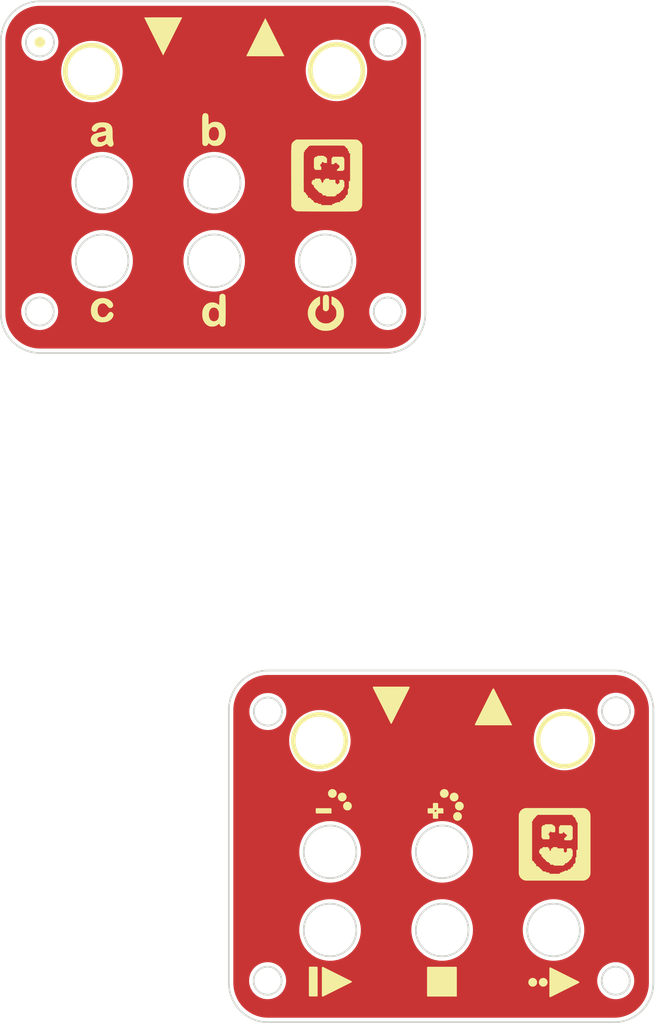
<source format=kicad_pcb>
(kicad_pcb (version 20240108) (generator "pcbnew") (generator_version "8.0")
  (layers (0 "F.Cu" signal) (31 "B.Cu" signal) (34 "B.Paste" user) (35 "F.Paste" user) (36 "B.SilkS" user "B.Silkscreen") (37 "F.SilkS" user "F.Silkscreen") (38 "B.Mask" user) (39 "F.Mask" user) (44 "Edge.Cuts" user))
  (net 0 "")
  (footprint "Library:generic-silk" (layer "F.Cu") (at 72.499999 70.352768)
    (property "Reference" "G***" (hide yes))
    (property "Value" "LOGO" (hide yes))
  )
  (gr_line (start 117.07 134.712464) (end 117.073687 134.861226) (stroke (width 0.5)) (layer "F.SilkS"))
  (gr_line (start 83.497111 133.538562) (end 83.569276 133.410963) (stroke (width 0.5)) (layer "F.SilkS"))
  (gr_line (start 89.129007 134.654723) (end 89.14 134.802475) (stroke (width 0.5)) (layer "F.SilkS"))
  (gr_line (start 88.915326 133.803183) (end 88.968016 133.939713) (stroke (width 0.5)) (layer "F.SilkS"))
  (gr_line (start 88.555016 136.736045) (end 88.464295 136.852499) (stroke (width 0.5)) (layer "F.SilkS"))
  (gr_line (start 116.394295 132.959964) (end 116.485016 133.076419) (stroke (width 0.5)) (layer "F.SilkS"))
  (gr_line (start 85.412434 132.041714) (end 85.555682 132.009414) (stroke (width 0.5)) (layer "F.SilkS"))
  (gr_line (start 84.242418 137.271831) (end 84.130169 137.175128) (stroke (width 0.5)) (layer "F.SilkS"))
  (gr_poly (pts (xy 101.503525 140.981728) (xy 101.523224 140.983194) (xy 101.542757 140.98562) (xy 101.562089 140.988993) (xy 101.581189 140.9933) (xy 101.600023 140.998527) (xy 101.618558 141.00466) (xy 101.636762 141.011685) (xy 101.654603 141.01959) (xy 101.672046 141.02836) (xy 101.689059 141.037982) (xy 101.70561 141.048442) (xy 101.721665 141.059727) (xy 101.737191 141.071822) (xy 101.752157 141.084716) (xy 101.766528 141.098393) (xy 101.780205 141.112766) (xy 101.793099 141.127732) (xy 101.805195 141.143259) (xy 101.816481 141.159315) (xy 101.826941 141.175866) (xy 101.836564 141.192879) (xy 101.845335 141.210322) (xy 101.85324 141.228162) (xy 101.860266 141.246365) (xy 101.8664 141.264901) (xy 101.871627 141.283734) (xy 101.875934 141.302833) (xy 101.879308 141.322165) (xy 101.881735 141.341697) (xy 101.883201 141.361397) (xy 101.883693 141.38123) (xy 101.883201 141.401064) (xy 101.881735 141.420764) (xy 101.879308 141.440296) (xy 101.875934 141.459629) (xy 101.871627 141.478729) (xy 101.8664 141.497564) (xy 101.860266 141.5161) (xy 101.85324 141.534304) (xy 101.845335 141.552145) (xy 101.836564 141.569588) (xy 101.826941 141.586601) (xy 101.816481 141.603152) (xy 101.805195 141.619206) (xy 101.793099 141.634732) (xy 101.780205 141.649697) (xy 101.766528 141.664067) (xy 101.752157 141.677744) (xy 101.737191 141.690638) (xy 101.721665 141.702734) (xy 101.70561 141.714019) (xy 101.689059 141.724479) (xy 101.672046 141.734101) (xy 101.654603 141.742871) (xy 101.636762 141.750775) (xy 101.618558 141.757801) (xy 101.600023 141.763933) (xy 101.581189 141.76916) (xy 101.562089 141.773467) (xy 101.542757 141.77684) (xy 101.523224 141.779267) (xy 101.503525 141.780732) (xy 101.483691 141.781224) (xy 101.463856 141.780732) (xy 101.444156 141.779267) (xy 101.424623 141.77684) (xy 101.40529 141.773467) (xy 101.38619 141.76916) (xy 101.367356 141.763933) (xy 101.34882 141.757801) (xy 101.330616 141.750775) (xy 101.312776 141.742871) (xy 101.295333 141.734101) (xy 101.278319 141.724479) (xy 101.261768 141.714019) (xy 101.245713 141.702734) (xy 101.230186 141.690638) (xy 101.215219 141.677744) (xy 101.200847 141.664067) (xy 101.18717 141.649697) (xy 101.174278 141.634732) (xy 101.162183 141.619206) (xy 101.150898 141.603152) (xy 101.140438 141.586601) (xy 101.130816 141.569588) (xy 101.122046 141.552145) (xy 101.114141 141.534304) (xy 101.107115 141.5161) (xy 101.100982 141.497564) (xy 101.095755 141.478729) (xy 101.091448 141.459629) (xy 101.088074 141.440296) (xy 101.085647 141.420764) (xy 101.084181 141.401064) (xy 101.08369 141.38123) (xy 101.084181 141.361397) (xy 101.085647 141.341697) (xy 101.088074 141.322165) (xy 101.091448 141.302833) (xy 101.095755 141.283734) (xy 101.100982 141.264901) (xy 101.107115 141.246365) (xy 101.114141 141.228162) (xy 101.122046 141.210322) (xy 101.130816 141.192879) (xy 101.140438 141.175866) (xy 101.150898 141.159315) (xy 101.162183 141.143259) (xy 101.174278 141.127732) (xy 101.18717 141.112766) (xy 101.200847 141.098393) (xy 101.215219 141.084716) (xy 101.230186 141.071822) (xy 101.245713 141.059727) (xy 101.261768 141.048442) (xy 101.278319 141.037982) (xy 101.295333 141.02836) (xy 101.312776 141.01959) (xy 101.330616 141.011685) (xy 101.34882 141.00466) (xy 101.367356 140.998527) (xy 101.38619 140.9933) (xy 101.40529 140.988993) (xy 101.424623 140.98562) (xy 101.444156 140.983194) (xy 101.463856 140.981728) (xy 101.483691 140.981236)) (stroke (width 0.2)) (fill solid) (layer "F.SilkS"))
  (gr_line (start 83.919789 132.937712) (end 84.022372 132.829915) (stroke (width 0.5)) (layer "F.SilkS"))
  (gr_line (start 83.273365 134.078729) (end 83.319361 133.939713) (stroke (width 0.5)) (layer "F.SilkS"))
  (gr_line (start 116.569653 133.196834) (end 116.648105 133.320963) (stroke (width 0.5)) (layer "F.SilkS"))
  (gr_line (start 111.106565 134.418216) (end 111.131865 134.273222) (stroke (width 0.5)) (layer "F.SilkS"))
  (gr_line (start 112.661017 137.507807) (end 112.533419 137.435643) (stroke (width 0.5)) (layer "F.SilkS"))
  (gr_poly (pts (xy 115.643687 162.501225) (xy 112.44369 164.101231) (xy 112.44369 160.901234)) (stroke (width 0.2)) (fill solid) (layer "F.SilkS"))
  (gr_line (start 112.060169 132.637336) (end 112.172418 132.540632) (stroke (width 0.5)) (layer "F.SilkS"))
  (gr_line (start 87.556362 132.304657) (end 87.683962 132.37682) (stroke (width 0.5)) (layer "F.SilkS"))
  (gr_line (start 87.928508 132.539909) (end 88.044964 132.630629) (stroke (width 0.5)) (layer "F.SilkS"))
  (gr_line (start 111.499276 133.320963) (end 111.577728 133.196834) (stroke (width 0.5)) (layer "F.SilkS"))
  (gr_line (start 111.203365 133.988722) (end 111.249361 133.849708) (stroke (width 0.5)) (layer "F.SilkS"))
  (gr_line (start 116.297593 136.874752) (end 116.19501 136.982549) (stroke (width 0.5)) (layer "F.SilkS"))
  (gr_line (start 87.556362 137.597808) (end 87.42554 137.663584) (stroke (width 0.5)) (layer "F.SilkS"))
  (gr_line (start 115.221742 137.632865) (end 115.085212 137.685555) (stroke (width 0.5)) (layer "F.SilkS"))
  (gr_line (start 83.234166 135.682488) (end 83.201865 135.539242) (stroke (width 0.5)) (layer "F.SilkS"))
  (gr_line (start 116.648105 136.4015) (end 116.569653 136.525631) (stroke (width 0.5)) (layer "F.SilkS"))
  (gr_poly (pts (xy 87.403689 143.151234) (xy 85.803691 143.151234) (xy 85.803691 142.751225) (xy 87.403689 142.751225)) (stroke (width 0.2)) (fill solid) (layer "F.SilkS"))
  (gr_line (start 83.201865 134.363231) (end 83.234166 134.219983) (stroke (width 0.5)) (layer "F.SilkS"))
  (gr_poly (pts (xy 111.663522 162.101723) (xy 111.683222 162.103189) (xy 111.702755 162.105615) (xy 111.722088 162.108989) (xy 111.741188 162.113295) (xy 111.760022 162.118522) (xy 111.778558 162.124655) (xy 111.796762 162.13168) (xy 111.814602 162.139585) (xy 111.832046 162.148355) (xy 111.849059 162.157977) (xy 111.86561 162.168437) (xy 111.881665 162.179722) (xy 111.897193 162.191818) (xy 111.912159 162.204711) (xy 111.926532 162.218388) (xy 111.940209 162.232761) (xy 111.953102 162.247727) (xy 111.965198 162.263255) (xy 111.976483 162.27931) (xy 111.986943 162.295861) (xy 111.996565 162.312874) (xy 112.005335 162.330317) (xy 112.01324 162.348157) (xy 112.020265 162.366361) (xy 112.026398 162.384896) (xy 112.031625 162.403729) (xy 112.035931 162.422828) (xy 112.039305 162.44216) (xy 112.041731 162.461692) (xy 112.043197 162.481392) (xy 112.043689 162.501225) (xy 112.043197 162.521062) (xy 112.041731 162.540763) (xy 112.039305 162.560297) (xy 112.035931 162.579631) (xy 112.031625 162.598732) (xy 112.026398 162.617566) (xy 112.020265 162.636102) (xy 112.01324 162.654307) (xy 112.005335 162.672148) (xy 111.996565 162.689591) (xy 111.986943 162.706605) (xy 111.976483 162.723156) (xy 111.965198 162.739211) (xy 111.953102 162.754738) (xy 111.940209 162.769705) (xy 111.926532 162.784077) (xy 111.912159 162.797755) (xy 111.897193 162.810648) (xy 111.881665 162.822744) (xy 111.86561 162.834029) (xy 111.849059 162.844489) (xy 111.832046 162.854111) (xy 111.814602 162.862881) (xy 111.796762 162.870786) (xy 111.778558 162.877811) (xy 111.760022 162.883944) (xy 111.741188 162.88917) (xy 111.722088 162.893477) (xy 111.702755 162.896851) (xy 111.683222 162.899277) (xy 111.663522 162.900743) (xy 111.643687 162.901234) (xy 111.623853 162.900743) (xy 111.604154 162.899277) (xy 111.584622 162.896851) (xy 111.565289 162.893477) (xy 111.54619 162.88917) (xy 111.527356 162.883944) (xy 111.50882 162.877811) (xy 111.490616 162.870786) (xy 111.472776 162.862881) (xy 111.455332 162.854111) (xy 111.438319 162.844489) (xy 111.421769 162.834029) (xy 111.405714 162.822744) (xy 111.390187 162.810648) (xy 111.375222 162.797755) (xy 111.36085 162.784077) (xy 111.347173 162.769705) (xy 111.334279 162.754738) (xy 111.322183 162.739211) (xy 111.310899 162.723156) (xy 111.300439 162.706605) (xy 111.290817 162.689591) (xy 111.282047 162.672148) (xy 111.274142 162.654307) (xy 111.267117 162.636102) (xy 111.260984 162.617566) (xy 111.255757 162.598732) (xy 111.25145 162.579631) (xy 111.248077 162.560297) (xy 111.245651 162.540763) (xy 111.244185 162.521062) (xy 111.243693 162.501225) (xy 111.244185 162.481392) (xy 111.245651 162.461692) (xy 111.248077 162.44216) (xy 111.25145 162.422828) (xy 111.255757 162.403729) (xy 111.260984 162.384896) (xy 111.267117 162.366361) (xy 111.274142 162.348157) (xy 111.282047 162.330317) (xy 111.290817 162.312874) (xy 111.300439 162.295861) (xy 111.310899 162.27931) (xy 111.322183 162.263255) (xy 111.334279 162.247727) (xy 111.347173 162.232761) (xy 111.36085 162.218388) (xy 111.375222 162.204711) (xy 111.390187 162.191818) (xy 111.405714 162.179722) (xy 111.421769 162.168437) (xy 111.438319 162.157977) (xy 111.455332 162.148355) (xy 111.472776 162.139585) (xy 111.490616 162.13168) (xy 111.50882 162.124655) (xy 111.527356 162.118522) (xy 111.54619 162.113295) (xy 111.565289 162.108989) (xy 111.584622 162.105615) (xy 111.604154 162.103189) (xy 111.623853 162.101723) (xy 111.643687 162.101231)) (stroke (width 0.2)) (fill solid) (layer "F.SilkS"))
  (gr_line (start 112.791839 137.573581) (end 112.661017 137.507807) (stroke (width 0.5)) (layer "F.SilkS"))
  (gr_line (start 112.288873 137.272555) (end 112.172418 137.181834) (stroke (width 0.5)) (layer "F.SilkS"))
  (gr_line (start 88.639653 136.61563) (end 88.555016 136.736045) (stroke (width 0.5)) (layer "F.SilkS"))
  (gr_line (start 88.26501 137.072545) (end 88.157213 137.175128) (stroke (width 0.5)) (layer "F.SilkS"))
  (gr_line (start 112.409289 132.365273) (end 112.533419 132.286821) (stroke (width 0.5)) (layer "F.SilkS"))
  (gr_line (start 111.753087 132.959964) (end 111.84979 132.847715) (stroke (width 0.5)) (layer "F.SilkS"))
  (gr_line (start 88.367592 132.937712) (end 88.464295 133.049961) (stroke (width 0.5)) (layer "F.SilkS"))
  (gr_line (start 111.662366 136.646047) (end 111.577728 136.525631) (stroke (width 0.5)) (layer "F.SilkS"))
  (gr_line (start 83.431336 136.233082) (end 83.372052 136.099284) (stroke (width 0.5)) (layer "F.SilkS"))
  (gr_line (start 111.952372 136.982549) (end 111.84979 136.874752) (stroke (width 0.5)) (layer "F.SilkS"))
  (gr_line (start 83.319361 135.962755) (end 83.273365 135.823742) (stroke (width 0.5)) (layer "F.SilkS"))
  (gr_line (start 116.983211 135.59248) (end 116.944012 135.733735) (stroke (width 0.5)) (layer "F.SilkS"))
  (gr_line (start 88.26501 137.072545) (end 88.26501 137.072545) (stroke (width 0.5)) (layer "F.SilkS"))
  (gr_line (start 114.22245 131.864913) (end 114.370202 131.875907) (stroke (width 0.5)) (layer "F.SilkS"))
  (gr_line (start 117.059007 134.564712) (end 117.07 134.712464) (stroke (width 0.5)) (layer "F.SilkS"))
  (gr_line (start 84.731017 132.304657) (end 84.861839 132.238882) (stroke (width 0.5)) (layer "F.SilkS"))
  (gr_poly (pts (xy 99.563693 142.751225) (xy 99.163691 142.751225) (xy 99.163691 142.151234) (xy 99.563693 142.151234)) (stroke (width 0.2)) (fill solid) (layer "F.SilkS"))
  (gr_line (start 88.790268 136.363902) (end 88.718104 136.4915) (stroke (width 0.5)) (layer "F.SilkS"))
  (gr_line (start 116.19501 136.982549) (end 116.087213 137.085131) (stroke (width 0.5)) (layer "F.SilkS"))
  (gr_line (start 116.720268 136.273901) (end 116.648105 136.4015) (stroke (width 0.5)) (layer "F.SilkS"))
  (gr_line (start 86.874942 137.860757) (end 86.731694 137.893058) (stroke (width 0.5)) (layer "F.SilkS"))
  (gr_line (start 89.08551 135.539242) (end 89.05321 135.682488) (stroke (width 0.5)) (layer "F.SilkS"))
  (gr_line (start 83.569276 136.4915) (end 83.497111 136.363902) (stroke (width 0.5)) (layer "F.SilkS"))
  (gr_line (start 89.143687 134.951237) (end 89.143687 134.951237) (stroke (width 0.5)) (layer "F.SilkS"))
  (gr_line (start 117.073687 134.861226) (end 117.073687 134.861226) (stroke (width 0.5)) (layer "F.SilkS"))
  (gr_line (start 86.143687 131.951237) (end 86.143687 131.951237) (stroke (width 0.5)) (layer "F.SilkS"))
  (gr_line (start 86.586699 137.918359) (end 86.440202 137.936557) (stroke (width 0.5)) (layer "F.SilkS"))
  (gr_line (start 115.486363 132.214655) (end 115.613962 132.286821) (stroke (width 0.5)) (layer "F.SilkS"))
  (gr_line (start 114.370202 137.846546) (end 114.22245 137.857539) (stroke (width 0.5)) (layer "F.SilkS"))
  (gr_poly (pts (xy 114.793689 144.831227) (xy 114.903689 144.831227) (xy 114.903689 146.101231) (xy 114.793689 146.101231) (xy 114.793689 146.211232) (xy 114.143687 146.211232) (xy 114.143687 146.101231) (xy 114.293689 146.101231) (xy 114.293689 145.961232) (xy 114.433688 145.961232) (xy 114.433688 145.561238) (xy 114.293689 145.561238) (xy 114.293689 145.451237) (xy 114.143687 145.451237) (xy 114.143687 145.301228) (xy 113.783687 145.301228) (xy 113.783687 145.451237) (xy 113.533687 145.451237) (xy 113.533687 144.831227) (xy 113.633693 144.831227) (xy 113.633693 144.691228) (xy 114.793689 144.691228)) (stroke (width 0.2)) (fill solid) (layer "F.SilkS"))
  (gr_line (start 89.14 134.802475) (end 89.143687 134.951237) (stroke (width 0.5)) (layer "F.SilkS"))
  (gr_line (start 111.249361 133.849708) (end 111.302052 133.713179) (stroke (width 0.5)) (layer "F.SilkS"))
  (gr_line (start 84.022372 132.829915) (end 84.130169 132.727332) (stroke (width 0.5)) (layer "F.SilkS"))
  (gr_line (start 85.555682 137.893058) (end 85.412434 137.860757) (stroke (width 0.5)) (layer "F.SilkS"))
  (gr_line (start 86.440202 131.965917) (end 86.586699 131.984115) (stroke (width 0.5)) (layer "F.SilkS"))
  (gr_line (start 112.791839 132.148879) (end 112.925637 132.089595) (stroke (width 0.5)) (layer "F.SilkS"))
  (gr_line (start 112.533419 132.286821) (end 112.661017 132.214655) (stroke (width 0.5)) (layer "F.SilkS"))
  (gr_line (start 114.073687 137.861226) (end 114.073687 137.861226) (stroke (width 0.5)) (layer "F.SilkS"))
  (gr_line (start 87.42554 137.663584) (end 87.291741 137.722869) (stroke (width 0.5)) (layer "F.SilkS"))
  (gr_line (start 111.952372 132.739919) (end 112.060169 132.637336) (stroke (width 0.5)) (layer "F.SilkS"))
  (gr_line (start 116.786043 133.579382) (end 116.845326 133.713179) (stroke (width 0.5)) (layer "F.SilkS"))
  (gr_line (start 116.786043 136.143079) (end 116.720268 136.273901) (stroke (width 0.5)) (layer "F.SilkS"))
  (gr_line (start 116.720268 133.448561) (end 116.786043 133.579382) (stroke (width 0.5)) (layer "F.SilkS"))
  (gr_line (start 111.164166 134.129975) (end 111.203365 133.988722) (stroke (width 0.5)) (layer "F.SilkS"))
  (gr_poly (pts (xy 88.743524 140.981728) (xy 88.763224 140.983194) (xy 88.782757 140.98562) (xy 88.80209 140.988993) (xy 88.82119 140.9933) (xy 88.840024 140.998527) (xy 88.85856 141.00466) (xy 88.876764 141.011685) (xy 88.894604 141.01959) (xy 88.912047 141.02836) (xy 88.929061 141.037982) (xy 88.945612 141.048442) (xy 88.961667 141.059727) (xy 88.977195 141.071822) (xy 88.992161 141.084716) (xy 89.006534 141.098393) (xy 89.02021 141.112766) (xy 89.033102 141.127732) (xy 89.045197 141.143259) (xy 89.056482 141.159315) (xy 89.066942 141.175866) (xy 89.076564 141.192879) (xy 89.085334 141.210322) (xy 89.093239 141.228162) (xy 89.100265 141.246365) (xy 89.106398 141.264901) (xy 89.111625 141.283734) (xy 89.115932 141.302833) (xy 89.119306 141.322165) (xy 89.121733 141.341697) (xy 89.123199 141.361397) (xy 89.12369 141.38123) (xy 89.123199 141.401064) (xy 89.121733 141.420764) (xy 89.119306 141.440296) (xy 89.115932 141.459629) (xy 89.111625 141.478729) (xy 89.106398 141.497564) (xy 89.100265 141.5161) (xy 89.093239 141.534304) (xy 89.085334 141.552145) (xy 89.076564 141.569588) (xy 89.066942 141.586601) (xy 89.056482 141.603152) (xy 89.045197 141.619206) (xy 89.033102 141.634732) (xy 89.02021 141.649697) (xy 89.006534 141.664067) (xy 88.992161 141.677744) (xy 88.977195 141.690638) (xy 88.961667 141.702734) (xy 88.945612 141.714019) (xy 88.929061 141.724479) (xy 88.912047 141.734101) (xy 88.894604 141.742871) (xy 88.876764 141.750775) (xy 88.85856 141.757801) (xy 88.840024 141.763933) (xy 88.82119 141.76916) (xy 88.80209 141.773467) (xy 88.782757 141.77684) (xy 88.763224 141.779267) (xy 88.743524 141.780732) (xy 88.723689 141.781224) (xy 88.703855 141.780732) (xy 88.684156 141.779267) (xy 88.664623 141.77684) (xy 88.645291 141.773467) (xy 88.626191 141.76916) (xy 88.607357 141.763933) (xy 88.588822 141.757801) (xy 88.570618 141.750775) (xy 88.552777 141.742871) (xy 88.535334 141.734101) (xy 88.518321 141.724479) (xy 88.50177 141.714019) (xy 88.485715 141.702734) (xy 88.470189 141.690638) (xy 88.455223 141.677744) (xy 88.440852 141.664067) (xy 88.427175 141.649697) (xy 88.414281 141.634732) (xy 88.402185 141.619206) (xy 88.390899 141.603152) (xy 88.380439 141.586601) (xy 88.370816 141.569588) (xy 88.362045 141.552145) (xy 88.35414 141.534304) (xy 88.347114 141.5161) (xy 88.34098 141.497564) (xy 88.335753 141.478729) (xy 88.331446 141.459629) (xy 88.328072 141.440296) (xy 88.325645 141.420764) (xy 88.324179 141.401064) (xy 88.323687 141.38123) (xy 88.324179 141.361397) (xy 88.325645 141.341697) (xy 88.328072 141.322165) (xy 88.331446 141.302833) (xy 88.335753 141.283734) (xy 88.34098 141.264901) (xy 88.347114 141.246365) (xy 88.35414 141.228162) (xy 88.362045 141.210322) (xy 88.370816 141.192879) (xy 88.380439 141.175866) (xy 88.390899 141.159315) (xy 88.402185 141.143259) (xy 88.414281 141.127732) (xy 88.427175 141.112766) (xy 88.440852 141.098393) (xy 88.455223 141.084716) (xy 88.470189 141.071822) (xy 88.485715 141.059727) (xy 88.50177 141.048442) (xy 88.518321 141.037982) (xy 88.535334 141.02836) (xy 88.552777 141.01959) (xy 88.570618 141.011685) (xy 88.588822 141.00466) (xy 88.607357 140.998527) (xy 88.626191 140.9933) (xy 88.645291 140.988993) (xy 88.664623 140.98562) (xy 88.684156 140.983194) (xy 88.703855 140.981728) (xy 88.723689 140.981236)) (stroke (width 0.2)) (fill solid) (layer "F.SilkS"))
  (gr_line (start 85.555682 132.009414) (end 85.700676 131.984115) (stroke (width 0.5)) (layer "F.SilkS"))
  (gr_line (start 83.732365 136.736045) (end 83.647728 136.61563) (stroke (width 0.5)) (layer "F.SilkS"))
  (gr_line (start 115.613962 137.435643) (end 115.486363 137.507807) (stroke (width 0.5)) (layer "F.SilkS"))
  (gr_poly (pts (xy 101.893525 143.191719) (xy 101.913226 143.193185) (xy 101.932759 143.195612) (xy 101.952092 143.198985) (xy 101.971192 143.203292) (xy 101.990026 143.208518) (xy 102.008561 143.214651) (xy 102.026766 143.221677) (xy 102.044606 143.229581) (xy 102.062049 143.238351) (xy 102.079062 143.247973) (xy 102.095613 143.258433) (xy 102.111669 143.269718) (xy 102.127196 143.281814) (xy 102.142162 143.294707) (xy 102.156535 143.308385) (xy 102.170211 143.322757) (xy 102.183104 143.337724) (xy 102.195199 143.353251) (xy 102.206483 143.369307) (xy 102.216943 143.385858) (xy 102.226565 143.402871) (xy 102.235335 143.420315) (xy 102.24324 143.438155) (xy 102.250266 143.45636) (xy 102.256399 143.474896) (xy 102.261626 143.493731) (xy 102.265934 143.512831) (xy 102.269308 143.532165) (xy 102.271734 143.551699) (xy 102.2732 143.571401) (xy 102.273692 143.591237) (xy 102.2732 143.61107) (xy 102.271734 143.63077) (xy 102.269308 143.650302) (xy 102.265934 143.669634) (xy 102.261626 143.688733) (xy 102.256399 143.707566) (xy 102.250266 143.726102) (xy 102.24324 143.744305) (xy 102.235335 143.762145) (xy 102.226565 143.779588) (xy 102.216943 143.796601) (xy 102.206483 143.813152) (xy 102.195199 143.829208) (xy 102.183104 143.844735) (xy 102.170211 143.859701) (xy 102.156535 143.874074) (xy 102.142162 143.887751) (xy 102.127196 143.900645) (xy 102.111669 143.912741) (xy 102.095613 143.924025) (xy 102.079062 143.934485) (xy 102.062049 143.944107) (xy 102.044606 143.952877) (xy 102.026766 143.960782) (xy 102.008561 143.967807) (xy 101.990026 143.97394) (xy 101.971192 143.979167) (xy 101.952092 143.983474) (xy 101.932759 143.986847) (xy 101.913226 143.989273) (xy 101.893525 143.990739) (xy 101.87369 143.991231) (xy 101.853856 143.990739) (xy 101.834155 143.989273) (xy 101.814622 143.986847) (xy 101.795289 143.983474) (xy 101.776189 143.979167) (xy 101.757355 143.97394) (xy 101.73882 143.967807) (xy 101.720615 143.960782) (xy 101.702775 143.952877) (xy 101.685332 143.944107) (xy 101.668319 143.934485) (xy 101.651768 143.924025) (xy 101.635712 143.912741) (xy 101.620185 143.900645) (xy 101.605219 143.887751) (xy 101.590846 143.874074) (xy 101.57717 143.859701) (xy 101.564277 143.844735) (xy 101.552182 143.829208) (xy 101.540898 143.813152) (xy 101.530438 143.796601) (xy 101.520816 143.779588) (xy 101.512046 143.762145) (xy 101.504141 143.744305) (xy 101.497115 143.726102) (xy 101.490982 143.707566) (xy 101.485754 143.688733) (xy 101.481447 143.669634) (xy 101.478073 143.650302) (xy 101.475647 143.63077) (xy 101.474181 143.61107) (xy 101.473689 143.591237) (xy 101.474181 143.571401) (xy 101.475647 143.551699) (xy 101.478073 143.532165) (xy 101.481447 143.512831) (xy 101.485754 143.493731) (xy 101.490982 143.474896) (xy 101.497115 143.45636) (xy 101.504141 143.438155) (xy 101.512046 143.420315) (xy 101.520816 143.402871) (xy 101.530438 143.385858) (xy 101.540898 143.369307) (xy 101.552182 143.353251) (xy 101.564277 143.337724) (xy 101.57717 143.322757) (xy 101.590846 143.308385) (xy 101.605219 143.294707) (xy 101.620185 143.281814) (xy 101.635712 143.269718) (xy 101.651768 143.258433) (xy 101.668319 143.247973) (xy 101.685332 143.238351) (xy 101.702775 143.229581) (xy 101.720615 143.221677) (xy 101.73882 143.214651) (xy 101.757355 143.208518) (xy 101.776189 143.203292) (xy 101.795289 143.198985) (xy 101.814622 143.195612) (xy 101.834155 143.193185) (xy 101.853856 143.191719) (xy 101.87369 143.191228)) (stroke (width 0.2)) (fill solid) (layer "F.SilkS"))
  (gr_line (start 113.342435 131.951706) (end 113.485682 131.919405) (stroke (width 0.5)) (layer "F.SilkS"))
  (gr_poly (pts (xy 100.163691 143.151234) (xy 99.563693 143.151234) (xy 99.563693 142.751225) (xy 100.163691 142.751225)) (stroke (width 0.2)) (fill solid) (layer "F.SilkS"))
  (gr_line (start 88.26501 132.829915) (end 88.367592 132.937712) (stroke (width 0.5)) (layer "F.SilkS"))
  (gr_line (start 113.630677 131.894105) (end 113.777173 131.875907) (stroke (width 0.5)) (layer "F.SilkS"))
  (gr_line (start 111.952372 136.982549) (end 111.952372 136.982549) (stroke (width 0.5)) (layer "F.SilkS"))
  (gr_line (start 112.060169 137.085131) (end 111.952372 136.982549) (stroke (width 0.5)) (layer "F.SilkS"))
  (gr_line (start 84.130169 137.175128) (end 84.022372 137.072545) (stroke (width 0.5)) (layer "F.SilkS"))
  (gr_line (start 116.944012 135.733735) (end 116.898017 135.87275) (stroke (width 0.5)) (layer "F.SilkS"))
  (gr_line (start 89.014012 135.823742) (end 88.968016 135.962755) (stroke (width 0.5)) (layer "F.SilkS"))
  (gr_line (start 114.661694 131.919405) (end 114.804942 131.951706) (stroke (width 0.5)) (layer "F.SilkS"))
  (gr_line (start 116.569653 136.525631) (end 116.485016 136.646047) (stroke (width 0.5)) (layer "F.SilkS"))
  (gr_line (start 112.409289 137.357192) (end 112.288873 137.272555) (stroke (width 0.5)) (layer "F.SilkS"))
  (gr_line (start 113.777173 131.875907) (end 113.924925 131.864913) (stroke (width 0.5)) (layer "F.SilkS"))
  (gr_poly (pts (xy 87.623527 140.571724) (xy 87.643227 140.57319) (xy 87.662759 140.575616) (xy 87.682091 140.57899) (xy 87.70119 140.583297) (xy 87.720023 140.588523) (xy 87.738558 140.594656) (xy 87.756762 140.601682) (xy 87.774602 140.609586) (xy 87.792045 140.618356) (xy 87.809058 140.627978) (xy 87.825609 140.638438) (xy 87.841665 140.649723) (xy 87.857192 140.661819) (xy 87.872158 140.674712) (xy 87.886531 140.68839) (xy 87.900208 140.702762) (xy 87.913102 140.717729) (xy 87.925197 140.733256) (xy 87.936482 140.749311) (xy 87.946942 140.765862) (xy 87.956564 140.782875) (xy 87.965334 140.800318) (xy 87.973239 140.818158) (xy 87.980264 140.836362) (xy 87.986397 140.854897) (xy 87.991624 140.873731) (xy 87.995931 140.89283) (xy 87.999304 140.912162) (xy 88.00173 140.931694) (xy 88.003196 140.951393) (xy 88.003688 140.971226) (xy 88.003196 140.991063) (xy 88.00173 141.010764) (xy 87.999304 141.030298) (xy 87.995931 141.049632) (xy 87.991624 141.068733) (xy 87.986397 141.087568) (xy 87.980264 141.106104) (xy 87.973239 141.124308) (xy 87.965334 141.142149) (xy 87.956564 141.159592) (xy 87.946942 141.176606) (xy 87.936482 141.193157) (xy 87.925197 141.209212) (xy 87.913102 141.22474) (xy 87.900208 141.239706) (xy 87.886531 141.254079) (xy 87.872158 141.267754) (xy 87.857192 141.280645) (xy 87.841665 141.29274) (xy 87.825609 141.304024) (xy 87.809058 141.314484) (xy 87.792045 141.324106) (xy 87.774602 141.332876) (xy 87.756762 141.340781) (xy 87.738558 141.347807) (xy 87.720023 141.353941) (xy 87.70119 141.359169) (xy 87.682091 141.363476) (xy 87.662759 141.366851) (xy 87.643227 141.369278) (xy 87.623527 141.370744) (xy 87.603694 141.371236) (xy 87.583859 141.370744) (xy 87.564159 141.369278) (xy 87.544625 141.366851) (xy 87.525293 141.363476) (xy 87.506193 141.359169) (xy 87.487359 141.353941) (xy 87.468823 141.347807) (xy 87.450619 141.340781) (xy 87.432779 141.332876) (xy 87.415335 141.324106) (xy 87.398322 141.314484) (xy 87.381771 141.304024) (xy 87.365716 141.29274) (xy 87.350188 141.280645) (xy 87.335222 141.267754) (xy 87.320849 141.254079) (xy 87.307172 141.239706) (xy 87.294278 141.22474) (xy 87.282183 141.209212) (xy 87.270898 141.193157) (xy 87.260438 141.176606) (xy 87.250816 141.159592) (xy 87.242046 141.142149) (xy 87.234141 141.124308) (xy 87.227116 141.106104) (xy 87.220983 141.087568) (xy 87.215756 141.068733) (xy 87.211449 141.049632) (xy 87.208076 141.030298) (xy 87.20565 141.010764) (xy 87.204184 140.991063) (xy 87.203692 140.971226) (xy 87.204184 140.951393) (xy 87.20565 140.931694) (xy 87.208076 140.912162) (xy 87.211449 140.89283) (xy 87.215756 140.873731) (xy 87.220983 140.854897) (xy 87.227116 140.836362) (xy 87.234141 140.818158) (xy 87.242046 140.800318) (xy 87.250816 140.782875) (xy 87.260438 140.765862) (xy 87.270898 140.749311) (xy 87.282183 140.733256) (xy 87.294278 140.717729) (xy 87.307172 140.702762) (xy 87.320849 140.68839) (xy 87.335222 140.674712) (xy 87.350188 140.661819) (xy 87.365716 140.649723) (xy 87.381771 140.638438) (xy 87.398322 140.627978) (xy 87.415335 140.618356) (xy 87.432779 140.609586) (xy 87.450619 140.601682) (xy 87.468823 140.594656) (xy 87.487359 140.588523) (xy 87.506193 140.583297) (xy 87.525293 140.57899) (xy 87.544625 140.575616) (xy 87.564159 140.57319) (xy 87.583859 140.571724) (xy 87.603694 140.571233)) (stroke (width 0.2)) (fill solid) (layer "F.SilkS"))
  (gr_line (start 116.648105 133.320963) (end 116.720268 133.448561) (stroke (width 0.5)) (layer "F.SilkS"))
  (gr_line (start 111.249361 135.87275) (end 111.203365 135.733735) (stroke (width 0.5)) (layer "F.SilkS"))
  (gr_line (start 111.203365 135.733735) (end 111.164166 135.59248) (stroke (width 0.5)) (layer "F.SilkS"))
  (gr_line (start 86.731694 137.893058) (end 86.586699 137.918359) (stroke (width 0.5)) (layer "F.SilkS"))
  (gr_line (start 117.073687 134.861226) (end 117.07 135.009988) (stroke (width 0.5)) (layer "F.SilkS"))
  (gr_line (start 111.106565 135.304237) (end 111.088368 135.157741) (stroke (width 0.5)) (layer "F.SilkS"))
  (gr_line (start 83.647728 136.61563) (end 83.569276 136.4915) (stroke (width 0.5)) (layer "F.SilkS"))
  (gr_line (start 116.898017 135.87275) (end 116.845326 136.00928) (stroke (width 0.5)) (layer "F.SilkS"))
  (gr_line (start 116.297593 132.847715) (end 116.394295 132.959964) (stroke (width 0.5)) (layer "F.SilkS"))
  (gr_line (start 85.994925 137.94755) (end 85.847173 137.936557) (stroke (width 0.5)) (layer "F.SilkS"))
  (gr_line (start 111.164166 135.59248) (end 111.131865 135.449233) (stroke (width 0.5)) (layer "F.SilkS"))
  (gr_poly (pts (xy 100.383523 140.571724) (xy 100.403224 140.57319) (xy 100.422757 140.575616) (xy 100.44209 140.57899) (xy 100.461189 140.583297) (xy 100.480024 140.588523) (xy 100.498559 140.594656) (xy 100.516764 140.601682) (xy 100.534604 140.609586) (xy 100.552047 140.618356) (xy 100.56906 140.627978) (xy 100.585611 140.638438) (xy 100.601667 140.649723) (xy 100.617194 140.661819) (xy 100.63216 140.674712) (xy 100.646533 140.68839) (xy 100.66021 140.702762) (xy 100.673104 140.717729) (xy 100.6852 140.733256) (xy 100.696484 140.749311) (xy 100.706945 140.765862) (xy 100.716566 140.782875) (xy 100.725336 140.800318) (xy 100.733241 140.818158) (xy 100.740266 140.836362) (xy 100.746399 140.854897) (xy 100.751626 140.873731) (xy 100.755933 140.89283) (xy 100.759306 140.912162) (xy 100.761732 140.931694) (xy 100.763198 140.951393) (xy 100.76369 140.971226) (xy 100.763198 140.991063) (xy 100.761732 141.010764) (xy 100.759306 141.030298) (xy 100.755933 141.049632) (xy 100.751626 141.068733) (xy 100.746399 141.087568) (xy 100.740266 141.106104) (xy 100.733241 141.124308) (xy 100.725336 141.142149) (xy 100.716566 141.159592) (xy 100.706945 141.176606) (xy 100.696484 141.193157) (xy 100.6852 141.209212) (xy 100.673104 141.22474) (xy 100.66021 141.239706) (xy 100.646533 141.254079) (xy 100.63216 141.267754) (xy 100.617194 141.280645) (xy 100.601667 141.29274) (xy 100.585611 141.304024) (xy 100.56906 141.314484) (xy 100.552047 141.324106) (xy 100.534604 141.332876) (xy 100.516764 141.340781) (xy 100.498559 141.347807) (xy 100.480024 141.353941) (xy 100.461189 141.359169) (xy 100.44209 141.363476) (xy 100.422757 141.366851) (xy 100.403224 141.369278) (xy 100.383523 141.370744) (xy 100.363688 141.371236) (xy 100.343855 141.370744) (xy 100.324155 141.369278) (xy 100.304623 141.366851) (xy 100.28529 141.363476) (xy 100.266191 141.359169) (xy 100.247357 141.353941) (xy 100.228821 141.347807) (xy 100.210617 141.340781) (xy 100.192777 141.332876) (xy 100.175334 141.324106) (xy 100.15832 141.314484) (xy 100.14177 141.304024) (xy 100.125715 141.29274) (xy 100.110188 141.280645) (xy 100.095223 141.267754) (xy 100.080851 141.254079) (xy 100.067174 141.239706) (xy 100.05428 141.22474) (xy 100.042184 141.209212) (xy 100.030899 141.193157) (xy 100.020438 141.176606) (xy 100.010815 141.159592) (xy 100.002045 141.142149) (xy 99.99414 141.124308) (xy 99.987113 141.106104) (xy 99.98098 141.087568) (xy 99.975753 141.068733) (xy 99.971445 141.049632) (xy 99.968071 141.030298) (xy 99.965645 141.010764) (xy 99.964179 140.991063) (xy 99.963687 140.971226) (xy 99.964179 140.951393) (xy 99.965645 140.931694) (xy 99.968071 140.912162) (xy 99.971445 140.89283) (xy 99.975753 140.873731) (xy 99.98098 140.854897) (xy 99.987113 140.836362) (xy 99.99414 140.818158) (xy 100.002045 140.800318) (xy 100.010815 140.782875) (xy 100.020438 140.765862) (xy 100.030899 140.749311) (xy 100.042184 140.733256) (xy 100.05428 140.717729) (xy 100.067174 140.702762) (xy 100.080851 140.68839) (xy 100.095223 140.674712) (xy 100.110188 140.661819) (xy 100.125715 140.649723) (xy 100.14177 140.638438) (xy 100.15832 140.627978) (xy 100.175334 140.618356) (xy 100.192777 140.609586) (xy 100.210617 140.601682) (xy 100.228821 140.594656) (xy 100.247357 140.588523) (xy 100.266191 140.583297) (xy 100.28529 140.57899) (xy 100.304623 140.575616) (xy 100.324155 140.57319) (xy 100.343855 140.571724) (xy 100.363688 140.571233)) (stroke (width 0.2)) (fill solid) (layer "F.SilkS"))
  (gr_line (start 89.129007 135.247752) (end 89.11081 135.394248) (stroke (width 0.5)) (layer "F.SilkS"))
  (gr_line (start 88.157213 132.727332) (end 88.26501 132.829915) (stroke (width 0.5)) (layer "F.SilkS"))
  (gr_line (start 89.14 135.1) (end 89.129007 135.247752) (stroke (width 0.5)) (layer "F.SilkS"))
  (gr_line (start 111.302052 133.713179) (end 111.361336 133.579382) (stroke (width 0.5)) (layer "F.SilkS"))
  (gr_line (start 116.087213 132.637336) (end 116.19501 132.739919) (stroke (width 0.5)) (layer "F.SilkS"))
  (gr_line (start 115.355541 137.573581) (end 115.221742 137.632865) (stroke (width 0.5)) (layer "F.SilkS"))
  (gr_line (start 85.132166 132.126908) (end 85.271181 132.080913) (stroke (width 0.5)) (layer "F.SilkS"))
  (gr_line (start 115.486363 137.507807) (end 115.355541 137.573581) (stroke (width 0.5)) (layer "F.SilkS"))
  (gr_line (start 86.731694 132.009414) (end 86.874942 132.041714) (stroke (width 0.5)) (layer "F.SilkS"))
  (gr_line (start 112.533419 137.435643) (end 112.409289 137.357192) (stroke (width 0.5)) (layer "F.SilkS"))
  (gr_poly (pts (xy 85.823687 164.02123) (xy 85.023692 164.02123) (xy 85.023692 160.821233) (xy 85.823687 160.821233)) (stroke (width 0.2)) (fill solid) (layer "F.SilkS"))
  (gr_line (start 84.861839 137.663584) (end 84.731017 137.597808) (stroke (width 0.5)) (layer "F.SilkS"))
  (gr_line (start 83.143687 134.951237) (end 83.147374 134.802475) (stroke (width 0.5)) (layer "F.SilkS"))
  (gr_line (start 113.924925 137.857539) (end 113.777173 137.846546) (stroke (width 0.5)) (layer "F.SilkS"))
  (gr_line (start 111.073687 134.861226) (end 111.073687 134.861226) (stroke (width 0.5)) (layer "F.SilkS"))
  (gr_line (start 114.073687 131.861226) (end 114.073687 131.861226) (stroke (width 0.5)) (layer "F.SilkS"))
  (gr_line (start 86.440202 137.936557) (end 86.292449 137.94755) (stroke (width 0.5)) (layer "F.SilkS"))
  (gr_line (start 87.928508 137.362552) (end 87.808092 137.44719) (stroke (width 0.5)) (layer "F.SilkS"))
  (gr_line (start 89.05321 134.219983) (end 89.08551 134.363231) (stroke (width 0.5)) (layer "F.SilkS"))
  (gr_line (start 111.952372 132.739919) (end 111.952372 132.739919) (stroke (width 0.5)) (layer "F.SilkS"))
  (gr_line (start 83.569276 133.410963) (end 83.647728 133.286832) (stroke (width 0.5)) (layer "F.SilkS"))
  (gr_line (start 83.431336 133.669384) (end 83.497111 133.538562) (stroke (width 0.5)) (layer "F.SilkS"))
  (gr_poly (pts (xy 102.103524 142.011727) (xy 102.123225 142.013192) (xy 102.142758 142.015619) (xy 102.162091 142.018992) (xy 102.181191 142.023299) (xy 102.200025 142.028526) (xy 102.218561 142.034658) (xy 102.236765 142.041684) (xy 102.254605 142.049588) (xy 102.272048 142.058358) (xy 102.289061 142.06798) (xy 102.305612 142.07844) (xy 102.321668 142.089725) (xy 102.337195 142.101821) (xy 102.352162 142.114715) (xy 102.366534 142.128392) (xy 102.38021 142.142765) (xy 102.393103 142.157731) (xy 102.405198 142.173258) (xy 102.416482 142.189314) (xy 102.426942 142.205864) (xy 102.436564 142.222878) (xy 102.445334 142.240321) (xy 102.453239 142.25816) (xy 102.460265 142.276364) (xy 102.466398 142.294899) (xy 102.471626 142.313733) (xy 102.475933 142.332832) (xy 102.479307 142.352164) (xy 102.481733 142.371696) (xy 102.483199 142.391395) (xy 102.483691 142.411229) (xy 102.483199 142.431063) (xy 102.481733 142.450762) (xy 102.479307 142.470295) (xy 102.475933 142.489628) (xy 102.471626 142.508728) (xy 102.466398 142.527563) (xy 102.460265 142.546099) (xy 102.453239 142.564303) (xy 102.445334 142.582144) (xy 102.436564 142.599587) (xy 102.426942 142.6166) (xy 102.416482 142.633151) (xy 102.405198 142.649205) (xy 102.393103 142.664731) (xy 102.38021 142.679696) (xy 102.366534 142.694066) (xy 102.352162 142.707743) (xy 102.337195 142.720637) (xy 102.321668 142.732734) (xy 102.305612 142.74402) (xy 102.289061 142.754481) (xy 102.272048 142.764104) (xy 102.254605 142.772876) (xy 102.236765 142.780782) (xy 102.218561 142.787808) (xy 102.200025 142.793943) (xy 102.181191 142.799171) (xy 102.162091 142.803479) (xy 102.142758 142.806853) (xy 102.123225 142.80928) (xy 102.103524 142.810746) (xy 102.08369 142.811238) (xy 102.063855 142.810746) (xy 102.044154 142.80928) (xy 102.024621 142.806853) (xy 102.005288 142.803479) (xy 101.986188 142.799171) (xy 101.967354 142.793943) (xy 101.948819 142.787808) (xy 101.930614 142.780782) (xy 101.912774 142.772876) (xy 101.895331 142.764104) (xy 101.878318 142.754481) (xy 101.861767 142.74402) (xy 101.845711 142.732734) (xy 101.830184 142.720637) (xy 101.815218 142.707743) (xy 101.800845 142.694066) (xy 101.787169 142.679696) (xy 101.774276 142.664731) (xy 101.762181 142.649205) (xy 101.750897 142.633151) (xy 101.740437 142.6166) (xy 101.730815 142.599587) (xy 101.722045 142.582144) (xy 101.71414 142.564303) (xy 101.707114 142.546099) (xy 101.700981 142.527563) (xy 101.695754 142.508728) (xy 101.691446 142.489628) (xy 101.688072 142.470295) (xy 101.685646 142.450762) (xy 101.68418 142.431063) (xy 101.683688 142.411229) (xy 101.68418 142.391395) (xy 101.685646 142.371696) (xy 101.688072 142.352164) (xy 101.691446 142.332832) (xy 101.695754 142.313733) (xy 101.700981 142.294899) (xy 101.707114 142.276364) (xy 101.71414 142.25816) (xy 101.722045 142.240321) (xy 101.730815 142.222878) (xy 101.740437 142.205864) (xy 101.750897 142.189314) (xy 101.762181 142.173258) (xy 101.774276 142.157731) (xy 101.787169 142.142765) (xy 101.800845 142.128392) (xy 101.815218 142.114715) (xy 101.830184 142.101821) (xy 101.845711 142.089725) (xy 101.861767 142.07844) (xy 101.878318 142.06798) (xy 101.895331 142.058358) (xy 101.912774 142.049588) (xy 101.930614 142.041684) (xy 101.948819 142.034658) (xy 101.967354 142.028526) (xy 101.986188 142.023299) (xy 102.005288 142.018992) (xy 102.024621 142.015619) (xy 102.044154 142.013192) (xy 102.063855 142.011727) (xy 102.08369 142.011235)) (stroke (width 0.2)) (fill solid) (layer "F.SilkS"))
  (gr_line (start 115.085212 132.036903) (end 115.221742 132.089595) (stroke (width 0.5)) (layer "F.SilkS"))
  (gr_line (start 87.683962 137.525643) (end 87.556362 137.597808) (stroke (width 0.5)) (layer "F.SilkS"))
  (gr_line (start 85.412434 137.860757) (end 85.271181 137.821557) (stroke (width 0.5)) (layer "F.SilkS"))
  (gr_poly (pts (xy 89.343522 142.011727) (xy 89.363223 142.013192) (xy 89.382756 142.015619) (xy 89.402089 142.018992) (xy 89.421189 142.023299) (xy 89.440023 142.028526) (xy 89.458558 142.034658) (xy 89.476763 142.041684) (xy 89.494603 142.049588) (xy 89.512046 142.058358) (xy 89.529059 142.06798) (xy 89.54561 142.07844) (xy 89.561666 142.089725) (xy 89.577193 142.101821) (xy 89.592159 142.114715) (xy 89.606532 142.128392) (xy 89.620209 142.142765) (xy 89.633103 142.157731) (xy 89.645199 142.173258) (xy 89.656484 142.189314) (xy 89.666944 142.205864) (xy 89.676566 142.222878) (xy 89.685335 142.240321) (xy 89.69324 142.25816) (xy 89.700266 142.276364) (xy 89.706398 142.294899) (xy 89.711625 142.313733) (xy 89.715932 142.332832) (xy 89.719305 142.352164) (xy 89.721732 142.371696) (xy 89.723197 142.391395) (xy 89.723689 142.411229) (xy 89.723197 142.431063) (xy 89.721732 142.450762) (xy 89.719305 142.470295) (xy 89.715932 142.489628) (xy 89.711625 142.508728) (xy 89.706398 142.527563) (xy 89.700266 142.546099) (xy 89.69324 142.564303) (xy 89.685335 142.582144) (xy 89.676566 142.599587) (xy 89.666944 142.6166) (xy 89.656484 142.633151) (xy 89.645199 142.649205) (xy 89.633103 142.664731) (xy 89.620209 142.679696) (xy 89.606532 142.694066) (xy 89.592159 142.707743) (xy 89.577193 142.720637) (xy 89.561666 142.732734) (xy 89.54561 142.74402) (xy 89.529059 142.754481) (xy 89.512046 142.764104) (xy 89.494603 142.772876) (xy 89.476763 142.780782) (xy 89.458558 142.787808) (xy 89.440023 142.793943) (xy 89.421189 142.799171) (xy 89.402089 142.803479) (xy 89.382756 142.806853) (xy 89.363223 142.80928) (xy 89.343522 142.810746) (xy 89.323687 142.811238) (xy 89.303854 142.810746) (xy 89.284154 142.80928) (xy 89.264622 142.806853) (xy 89.24529 142.803479) (xy 89.22619 142.799171) (xy 89.207356 142.793943) (xy 89.18882 142.787808) (xy 89.170616 142.780782) (xy 89.152776 142.772876) (xy 89.135333 142.764104) (xy 89.11832 142.754481) (xy 89.101769 142.74402) (xy 89.085714 142.732734) (xy 89.070187 142.720637) (xy 89.055222 142.707743) (xy 89.040851 142.694066) (xy 89.027173 142.679696) (xy 89.01428 142.664731) (xy 89.002184 142.649205) (xy 88.990899 142.633151) (xy 88.980439 142.6166) (xy 88.970817 142.599587) (xy 88.962047 142.582144) (xy 88.954142 142.564303) (xy 88.947117 142.546099) (xy 88.940984 142.527563) (xy 88.935758 142.508728) (xy 88.931451 142.489628) (xy 88.928077 142.470295) (xy 88.925651 142.450762) (xy 88.924185 142.431063) (xy 88.923694 142.411229) (xy 88.924185 142.391395) (xy 88.925651 142.371696) (xy 88.928077 142.352164) (xy 88.931451 142.332832) (xy 88.935758 142.313733) (xy 88.940984 142.294899) (xy 88.947117 142.276364) (xy 88.954142 142.25816) (xy 88.962047 142.240321) (xy 88.970817 142.222878) (xy 88.980439 142.205864) (xy 88.990899 142.189314) (xy 89.002184 142.173258) (xy 89.01428 142.157731) (xy 89.027173 142.142765) (xy 89.040851 142.128392) (xy 89.055222 142.114715) (xy 89.070187 142.101821) (xy 89.085714 142.089725) (xy 89.101769 142.07844) (xy 89.11832 142.06798) (xy 89.135333 142.058358) (xy 89.152776 142.049588) (xy 89.170616 142.041684) (xy 89.18882 142.034658) (xy 89.207356 142.028526) (xy 89.22619 142.023299) (xy 89.24529 142.018992) (xy 89.264622 142.015619) (xy 89.284154 142.013192) (xy 89.303854 142.011727) (xy 89.323687 142.011235)) (stroke (width 0.2)) (fill solid) (layer "F.SilkS"))
  (gr_poly (pts (xy 99.163691 143.151234) (xy 98.563693 143.151234) (xy 98.563693 142.751225) (xy 99.163691 142.751225)) (stroke (width 0.2)) (fill solid) (layer "F.SilkS"))
  (gr_line (start 113.485682 131.919405) (end 113.630677 131.894105) (stroke (width 0.5)) (layer "F.SilkS"))
  (gr_line (start 89.014012 134.078729) (end 89.05321 134.219983) (stroke (width 0.5)) (layer "F.SilkS"))
  (gr_line (start 84.995637 132.179599) (end 85.132166 132.126908) (stroke (width 0.5)) (layer "F.SilkS"))
  (gr_line (start 89.11081 135.394248) (end 89.08551 135.539242) (stroke (width 0.5)) (layer "F.SilkS"))
  (gr_line (start 89.143687 134.951237) (end 89.143687 134.951237) (stroke (width 0.5)) (layer "F.SilkS"))
  (gr_line (start 88.044964 132.630629) (end 88.157213 132.727332) (stroke (width 0.5)) (layer "F.SilkS"))
  (gr_line (start 86.143687 137.951237) (end 86.143687 137.951237) (stroke (width 0.5)) (layer "F.SilkS"))
  (gr_line (start 84.603418 132.37682) (end 84.731017 132.304657) (stroke (width 0.5)) (layer "F.SilkS"))
  (gr_line (start 112.288873 132.449911) (end 112.409289 132.365273) (stroke (width 0.5)) (layer "F.SilkS"))
  (gr_line (start 111.131865 134.273222) (end 111.164166 134.129975) (stroke (width 0.5)) (layer "F.SilkS"))
  (gr_line (start 116.394295 136.762503) (end 116.297593 136.874752) (stroke (width 0.5)) (layer "F.SilkS"))
  (gr_line (start 88.856043 133.669384) (end 88.915326 133.803183) (stroke (width 0.5)) (layer "F.SilkS"))
  (gr_line (start 116.845326 133.713179) (end 116.898017 133.849708) (stroke (width 0.5)) (layer "F.SilkS"))
  (gr_line (start 83.176565 135.394248) (end 83.158367 135.247752) (stroke (width 0.5)) (layer "F.SilkS"))
  (gr_poly (pts (xy 112.153689 147.331227) (xy 112.26369 147.331227) (xy 112.26369 147.581227) (xy 112.37369 147.581227) (xy 112.37369 147.731236) (xy 112.51369 147.731236) (xy 112.51369 147.581227) (xy 112.62369 147.581227) (xy 112.62369 147.331227) (xy 112.803691 147.331227) (xy 112.803691 147.191228) (xy 113.163691 147.191228) (xy 113.163691 147.331227) (xy 113.893687 147.331227) (xy 113.893687 147.731236) (xy 114.033686 147.731236) (xy 114.033686 147.841237) (xy 114.293689 147.841237) (xy 114.293689 147.731236) (xy 114.433688 147.731236) (xy 114.433688 147.331227) (xy 114.793689 147.331227) (xy 114.793689 147.481236) (xy 114.903689 147.481236) (xy 114.903689 148.091237) (xy 114.793689 148.091237) (xy 114.793689 148.341237) (xy 114.683688 148.341237) (xy 114.683688 148.451237) (xy 114.543689 148.451237) (xy 114.543689 148.601231) (xy 114.433688 148.601231) (xy 114.433688 148.711232) (xy 114.293689 148.711232) (xy 114.293689 148.821233) (xy 114.033686 148.821233) (xy 114.033686 149.001225) (xy 113.893687 149.001225) (xy 113.893687 149.101231) (xy 112.913691 149.101231) (xy 112.913691 149.001225) (xy 112.51369 149.001225) (xy 112.51369 148.821233) (xy 112.37369 148.821233) (xy 112.37369 148.711232) (xy 112.153689 148.711232) (xy 112.153689 148.601231) (xy 112.01369 148.601231) (xy 112.01369 148.451237) (xy 111.903689 148.451237) (xy 111.903689 148.341237) (xy 111.753688 148.341237) (xy 111.753688 148.201237) (xy 111.643687 148.201237) (xy 111.643687 148.091237) (xy 111.543689 148.091237) (xy 111.543689 147.841237) (xy 111.393687 147.841237) (xy 111.393687 147.731236) (xy 111.283687 147.731236) (xy 111.283687 147.481236) (xy 111.393687 147.481236) (xy 111.393687 147.331227) (xy 111.643687 147.331227) (xy 111.643687 147.191228) (xy 112.153689 147.191228)) (stroke (width 0.2)) (fill solid) (layer "F.SilkS"))
  (gr_line (start 115.613962 132.286821) (end 115.738093 132.365273) (stroke (width 0.5)) (layer "F.SilkS"))
  (gr_line (start 115.974964 137.181834) (end 115.858509 137.272555) (stroke (width 0.5)) (layer "F.SilkS"))
  (gr_line (start 85.132166 137.77556) (end 84.995637 137.722869) (stroke (width 0.5)) (layer "F.SilkS"))
  (gr_line (start 116.944012 133.988722) (end 116.983211 134.129975) (stroke (width 0.5)) (layer "F.SilkS"))
  (gr_line (start 111.302052 136.00928) (end 111.249361 135.87275) (stroke (width 0.5)) (layer "F.SilkS"))
  (gr_line (start 84.022372 137.072545) (end 84.022372 137.072545) (stroke (width 0.5)) (layer "F.SilkS"))
  (gr_line (start 83.497111 136.363902) (end 83.431336 136.233082) (stroke (width 0.5)) (layer "F.SilkS"))
  (gr_line (start 83.372052 136.099284) (end 83.319361 135.962755) (stroke (width 0.5)) (layer "F.SilkS"))
  (gr_line (start 113.062166 137.685555) (end 112.925637 137.632865) (stroke (width 0.5)) (layer "F.SilkS"))
  (gr_line (start 116.983211 134.129975) (end 117.015511 134.273222) (stroke (width 0.5)) (layer "F.SilkS"))
  (gr_line (start 85.700676 137.918359) (end 85.555682 137.893058) (stroke (width 0.5)) (layer "F.SilkS"))
  (gr_line (start 86.143687 131.951237) (end 86.292449 131.954924) (stroke (width 0.5)) (layer "F.SilkS"))
  (gr_line (start 86.874942 132.041714) (end 87.016196 132.080913) (stroke (width 0.5)) (layer "F.SilkS"))
  (gr_line (start 114.946196 137.73155) (end 114.804942 137.770749) (stroke (width 0.5)) (layer "F.SilkS"))
  (gr_poly (pts (xy 112.62369 144.691228) (xy 112.803691 144.691228) (xy 112.803691 144.831227) (xy 112.913691 144.831227) (xy 112.913691 145.301228) (xy 112.62369 145.301228) (xy 112.62369 145.201237) (xy 112.37369 145.201237) (xy 112.37369 145.301228) (xy 112.26369 145.301228) (xy 112.26369 145.451237) (xy 112.153689 145.451237) (xy 112.153689 145.811238) (xy 112.26369 145.811238) (xy 112.26369 146.101231) (xy 111.643687 146.101231) (xy 111.643687 145.961232) (xy 111.543689 145.961232) (xy 111.543689 144.831227) (xy 111.643687 144.831227) (xy 111.643687 144.691228) (xy 111.903689 144.691228) (xy 111.903689 144.581227) (xy 112.62369 144.581227)) (stroke (width 0.2)) (fill solid) (layer "F.SilkS"))
  (gr_line (start 116.087213 137.085131) (end 115.974964 137.181834) (stroke (width 0.5)) (layer "F.SilkS"))
  (gr_line (start 88.367592 136.964748) (end 88.26501 137.072545) (stroke (width 0.5)) (layer "F.SilkS"))
  (gr_line (start 83.201865 135.539242) (end 83.176565 135.394248) (stroke (width 0.5)) (layer "F.SilkS"))
  (gr_line (start 88.555016 133.166416) (end 88.639653 133.286832) (stroke (width 0.5)) (layer "F.SilkS"))
  (gr_line (start 89.11081 134.508226) (end 89.129007 134.654723) (stroke (width 0.5)) (layer "F.SilkS"))
  (gr_line (start 87.808092 132.455272) (end 87.928508 132.539909) (stroke (width 0.5)) (layer "F.SilkS"))
  (gr_line (start 83.823086 133.049961) (end 83.919789 132.937712) (stroke (width 0.5)) (layer "F.SilkS"))
  (gr_line (start 84.479288 132.455272) (end 84.603418 132.37682) (stroke (width 0.5)) (layer "F.SilkS"))
  (gr_line (start 113.924925 131.864913) (end 114.073687 131.861226) (stroke (width 0.5)) (layer "F.SilkS"))
  (gr_line (start 111.499276 136.4015) (end 111.427112 136.273901) (stroke (width 0.5)) (layer "F.SilkS"))
  (gr_line (start 114.370202 131.875907) (end 114.516699 131.894105) (stroke (width 0.5)) (layer "F.SilkS"))
  (gr_line (start 87.016196 132.080913) (end 87.155211 132.126908) (stroke (width 0.5)) (layer "F.SilkS"))
  (gr_line (start 114.516699 137.828349) (end 114.370202 137.846546) (stroke (width 0.5)) (layer "F.SilkS"))
  (gr_line (start 112.661017 132.214655) (end 112.791839 132.148879) (stroke (width 0.5)) (layer "F.SilkS"))
  (gr_line (start 84.130169 132.727332) (end 84.242418 132.630629) (stroke (width 0.5)) (layer "F.SilkS"))
  (gr_line (start 111.088368 134.564712) (end 111.106565 134.418216) (stroke (width 0.5)) (layer "F.SilkS"))
  (gr_line (start 83.234166 134.219983) (end 83.273365 134.078729) (stroke (width 0.5)) (layer "F.SilkS"))
  (gr_line (start 88.044964 137.271831) (end 87.928508 137.362552) (stroke (width 0.5)) (layer "F.SilkS"))
  (gr_line (start 115.738093 132.365273) (end 115.858509 132.449911) (stroke (width 0.5)) (layer "F.SilkS"))
  (gr_line (start 117.04081 135.304237) (end 117.015511 135.449233) (stroke (width 0.5)) (layer "F.SilkS"))
  (gr_line (start 111.577728 136.525631) (end 111.499276 136.4015) (stroke (width 0.5)) (layer "F.SilkS"))
  (gr_line (start 84.358873 132.539909) (end 84.479288 132.455272) (stroke (width 0.5)) (layer "F.SilkS"))
  (gr_line (start 88.856043 136.233082) (end 88.790268 136.363902) (stroke (width 0.5)) (layer "F.SilkS"))
  (gr_line (start 88.464295 133.049961) (end 88.555016 133.166416) (stroke (width 0.5)) (layer "F.SilkS"))
  (gr_line (start 83.176565 134.508226) (end 83.201865 134.363231) (stroke (width 0.5)) (layer "F.SilkS"))
  (gr_line (start 116.898017 133.849708) (end 116.944012 133.988722) (stroke (width 0.5)) (layer "F.SilkS"))
  (gr_line (start 111.131865 135.449233) (end 111.106565 135.304237) (stroke (width 0.5)) (layer "F.SilkS"))
  (gr_line (start 89.05321 135.682488) (end 89.014012 135.823742) (stroke (width 0.5)) (layer "F.SilkS"))
  (gr_line (start 113.342435 137.770749) (end 113.201181 137.73155) (stroke (width 0.5)) (layer "F.SilkS"))
  (gr_line (start 84.022372 132.829915) (end 84.022372 132.829915) (stroke (width 0.5)) (layer "F.SilkS"))
  (gr_line (start 114.22245 137.857539) (end 114.073687 137.861226) (stroke (width 0.5)) (layer "F.SilkS"))
  (gr_line (start 111.84979 132.847715) (end 111.952372 132.739919) (stroke (width 0.5)) (layer "F.SilkS"))
  (gr_line (start 84.731017 137.597808) (end 84.603418 137.525643) (stroke (width 0.5)) (layer "F.SilkS"))
  (gr_line (start 88.968016 135.962755) (end 88.915326 136.099284) (stroke (width 0.5)) (layer "F.SilkS"))
  (gr_line (start 88.718104 136.4915) (end 88.639653 136.61563) (stroke (width 0.5)) (layer "F.SilkS"))
  (gr_line (start 83.143687 134.951237) (end 83.143687 134.951237) (stroke (width 0.5)) (layer "F.SilkS"))
  (gr_poly (pts (xy 101.69369 164.031239) (xy 98.493693 164.031239) (xy 98.493693 160.831227) (xy 101.69369 160.831227)) (stroke (width 0.2)) (fill solid) (layer "F.SilkS"))
  (gr_line (start 85.994925 131.954924) (end 86.143687 131.951237) (stroke (width 0.5)) (layer "F.SilkS"))
  (gr_line (start 115.858509 137.272555) (end 115.738093 137.357192) (stroke (width 0.5)) (layer "F.SilkS"))
  (gr_line (start 111.84979 136.874752) (end 111.753087 136.762503) (stroke (width 0.5)) (layer "F.SilkS"))
  (gr_line (start 117.015511 134.273222) (end 117.04081 134.418216) (stroke (width 0.5)) (layer "F.SilkS"))
  (gr_line (start 88.26501 132.829915) (end 88.26501 132.829915) (stroke (width 0.5)) (layer "F.SilkS"))
  (gr_line (start 84.861839 132.238882) (end 84.995637 132.179599) (stroke (width 0.5)) (layer "F.SilkS"))
  (gr_line (start 115.355541 132.148879) (end 115.486363 132.214655) (stroke (width 0.5)) (layer "F.SilkS"))
  (gr_line (start 83.158367 135.247752) (end 83.147374 135.1) (stroke (width 0.5)) (layer "F.SilkS"))
  (gr_line (start 112.925637 137.632865) (end 112.791839 137.573581) (stroke (width 0.5)) (layer "F.SilkS"))
  (gr_line (start 112.925637 132.089595) (end 113.062166 132.036903) (stroke (width 0.5)) (layer "F.SilkS"))
  (gr_line (start 111.077374 135.009988) (end 111.073687 134.861226) (stroke (width 0.5)) (layer "F.SilkS"))
  (gr_line (start 88.968016 133.939713) (end 89.014012 134.078729) (stroke (width 0.5)) (layer "F.SilkS"))
  (gr_line (start 112.172418 132.540632) (end 112.288873 132.449911) (stroke (width 0.5)) (layer "F.SilkS"))
  (gr_line (start 88.464295 136.852499) (end 88.367592 136.964748) (stroke (width 0.5)) (layer "F.SilkS"))
  (gr_line (start 112.172418 137.181834) (end 112.060169 137.085131) (stroke (width 0.5)) (layer "F.SilkS"))
  (gr_line (start 83.147374 134.802475) (end 83.158367 134.654723) (stroke (width 0.5)) (layer "F.SilkS"))
  (gr_line (start 88.718104 133.410963) (end 88.790268 133.538562) (stroke (width 0.5)) (layer "F.SilkS"))
  (gr_line (start 111.662366 133.076419) (end 111.753087 132.959964) (stroke (width 0.5)) (layer "F.SilkS"))
  (gr_line (start 111.361336 136.143079) (end 111.302052 136.00928) (stroke (width 0.5)) (layer "F.SilkS"))
  (gr_line (start 116.19501 132.739919) (end 116.19501 132.739919) (stroke (width 0.5)) (layer "F.SilkS"))
  (gr_line (start 117.07 135.009988) (end 117.059007 135.157741) (stroke (width 0.5)) (layer "F.SilkS"))
  (gr_line (start 113.630677 137.828349) (end 113.485682 137.803049) (stroke (width 0.5)) (layer "F.SilkS"))
  (gr_line (start 87.155211 132.126908) (end 87.291741 132.179599) (stroke (width 0.5)) (layer "F.SilkS"))
  (gr_line (start 111.077374 134.712464) (end 111.088368 134.564712) (stroke (width 0.5)) (layer "F.SilkS"))
  (gr_line (start 83.823086 136.852499) (end 83.732365 136.736045) (stroke (width 0.5)) (layer "F.SilkS"))
  (gr_line (start 83.647728 133.286832) (end 83.732365 133.166416) (stroke (width 0.5)) (layer "F.SilkS"))
  (gr_line (start 114.661694 137.803049) (end 114.516699 137.828349) (stroke (width 0.5)) (layer "F.SilkS"))
  (gr_line (start 116.19501 132.739919) (end 116.297593 132.847715) (stroke (width 0.5)) (layer "F.SilkS"))
  (gr_line (start 85.847173 131.965917) (end 85.994925 131.954924) (stroke (width 0.5)) (layer "F.SilkS"))
  (gr_line (start 83.273365 135.823742) (end 83.234166 135.682488) (stroke (width 0.5)) (layer "F.SilkS"))
  (gr_line (start 114.516699 131.894105) (end 114.661694 131.919405) (stroke (width 0.5)) (layer "F.SilkS"))
  (gr_line (start 116.845326 136.00928) (end 116.786043 136.143079) (stroke (width 0.5)) (layer "F.SilkS"))
  (gr_line (start 84.022372 137.072545) (end 83.919789 136.964748) (stroke (width 0.5)) (layer "F.SilkS"))
  (gr_line (start 114.073687 131.861226) (end 114.22245 131.864913) (stroke (width 0.5)) (layer "F.SilkS"))
  (gr_poly (pts (xy 110.463525 162.101723) (xy 110.483225 162.103189) (xy 110.502758 162.105615) (xy 110.522091 162.108989) (xy 110.541191 162.113295) (xy 110.560025 162.118522) (xy 110.578561 162.124655) (xy 110.596765 162.13168) (xy 110.614606 162.139585) (xy 110.632049 162.148355) (xy 110.649062 162.157977) (xy 110.665613 162.168437) (xy 110.681668 162.179722) (xy 110.697196 162.191818) (xy 110.712162 162.204711) (xy 110.726535 162.218388) (xy 110.740211 162.232761) (xy 110.753103 162.247727) (xy 110.765199 162.263255) (xy 110.776483 162.27931) (xy 110.786943 162.295861) (xy 110.796565 162.312874) (xy 110.805335 162.330317) (xy 110.81324 162.348157) (xy 110.820266 162.366361) (xy 110.826399 162.384896) (xy 110.831626 162.403729) (xy 110.835933 162.422828) (xy 110.839307 162.44216) (xy 110.841734 162.461692) (xy 110.8432 162.481392) (xy 110.843692 162.501225) (xy 110.8432 162.521062) (xy 110.841734 162.540763) (xy 110.839307 162.560297) (xy 110.835933 162.579631) (xy 110.831626 162.598732) (xy 110.826399 162.617566) (xy 110.820266 162.636102) (xy 110.81324 162.654307) (xy 110.805335 162.672148) (xy 110.796565 162.689591) (xy 110.786943 162.706605) (xy 110.776483 162.723156) (xy 110.765199 162.739211) (xy 110.753103 162.754738) (xy 110.740211 162.769705) (xy 110.726535 162.784077) (xy 110.712162 162.797755) (xy 110.697196 162.810648) (xy 110.681668 162.822744) (xy 110.665613 162.834029) (xy 110.649062 162.844489) (xy 110.632049 162.854111) (xy 110.614606 162.862881) (xy 110.596765 162.870786) (xy 110.578561 162.877811) (xy 110.560025 162.883944) (xy 110.541191 162.88917) (xy 110.522091 162.893477) (xy 110.502758 162.896851) (xy 110.483225 162.899277) (xy 110.463525 162.900743) (xy 110.44369 162.901234) (xy 110.423855 162.900743) (xy 110.404155 162.899277) (xy 110.384622 162.896851) (xy 110.365289 162.893477) (xy 110.346189 162.88917) (xy 110.327355 162.883944) (xy 110.308819 162.877811) (xy 110.290615 162.870786) (xy 110.272775 162.862881) (xy 110.255332 162.854111) (xy 110.238318 162.844489) (xy 110.221767 162.834029) (xy 110.205712 162.822744) (xy 110.190185 162.810648) (xy 110.175218 162.797755) (xy 110.160846 162.784077) (xy 110.14717 162.769705) (xy 110.134277 162.754738) (xy 110.122182 162.739211) (xy 110.110897 162.723156) (xy 110.100437 162.706605) (xy 110.090815 162.689591) (xy 110.082045 162.672148) (xy 110.07414 162.654307) (xy 110.067115 162.636102) (xy 110.060981 162.617566) (xy 110.055754 162.598732) (xy 110.051447 162.579631) (xy 110.048073 162.560297) (xy 110.045646 162.540763) (xy 110.04418 162.521062) (xy 110.043689 162.501225) (xy 110.04418 162.481392) (xy 110.045646 162.461692) (xy 110.048073 162.44216) (xy 110.051447 162.422828) (xy 110.055754 162.403729) (xy 110.060981 162.384896) (xy 110.067115 162.366361) (xy 110.07414 162.348157) (xy 110.082045 162.330317) (xy 110.090815 162.312874) (xy 110.100437 162.295861) (xy 110.110897 162.27931) (xy 110.122182 162.263255) (xy 110.134277 162.247727) (xy 110.14717 162.232761) (xy 110.160846 162.218388) (xy 110.175218 162.204711) (xy 110.190185 162.191818) (xy 110.205712 162.179722) (xy 110.221767 162.168437) (xy 110.238318 162.157977) (xy 110.255332 162.148355) (xy 110.272775 162.139585) (xy 110.290615 162.13168) (xy 110.308819 162.124655) (xy 110.327355 162.118522) (xy 110.346189 162.113295) (xy 110.365289 162.108989) (xy 110.384622 162.105615) (xy 110.404155 162.103189) (xy 110.423855 162.101723) (xy 110.44369 162.101231)) (stroke (width 0.2)) (fill solid) (layer "F.SilkS"))
  (gr_line (start 116.485016 133.076419) (end 116.569653 133.196834) (stroke (width 0.5)) (layer "F.SilkS"))
  (gr_line (start 84.242418 132.630629) (end 84.358873 132.539909) (stroke (width 0.5)) (layer "F.SilkS"))
  (gr_line (start 111.427112 133.448561) (end 111.499276 133.320963) (stroke (width 0.5)) (layer "F.SilkS"))
  (gr_poly (pts (xy 94.313693 132.891225) (xy 92.313693 128.891225) (xy 96.313693 128.891225)) (stroke (width 0.2)) (fill solid) (layer "F.SilkS"))
  (gr_line (start 113.485682 137.803049) (end 113.342435 137.770749) (stroke (width 0.5)) (layer "F.SilkS"))
  (gr_line (start 87.808092 137.44719) (end 87.683962 137.525643) (stroke (width 0.5)) (layer "F.SilkS"))
  (gr_line (start 83.372052 133.803183) (end 83.431336 133.669384) (stroke (width 0.5)) (layer "F.SilkS"))
  (gr_line (start 85.700676 131.984115) (end 85.847173 131.965917) (stroke (width 0.5)) (layer "F.SilkS"))
  (gr_line (start 111.577728 133.196834) (end 111.662366 133.076419) (stroke (width 0.5)) (layer "F.SilkS"))
  (gr_line (start 86.292449 137.94755) (end 86.143687 137.951237) (stroke (width 0.5)) (layer "F.SilkS"))
  (gr_line (start 87.291741 137.722869) (end 87.155211 137.77556) (stroke (width 0.5)) (layer "F.SilkS"))
  (gr_line (start 83.158367 134.654723) (end 83.176565 134.508226) (stroke (width 0.5)) (layer "F.SilkS"))
  (gr_line (start 117.073687 134.861226) (end 117.073687 134.861226) (stroke (width 0.5)) (layer "F.SilkS"))
  (gr_line (start 111.361336 133.579382) (end 111.427112 133.448561) (stroke (width 0.5)) (layer "F.SilkS"))
  (gr_line (start 113.201181 131.990906) (end 113.342435 131.951706) (stroke (width 0.5)) (layer "F.SilkS"))
  (gr_line (start 111.753087 136.762503) (end 111.662366 136.646047) (stroke (width 0.5)) (layer "F.SilkS"))
  (gr_line (start 113.777173 137.846546) (end 113.630677 137.828349) (stroke (width 0.5)) (layer "F.SilkS"))
  (gr_line (start 116.485016 136.646047) (end 116.394295 136.762503) (stroke (width 0.5)) (layer "F.SilkS"))
  (gr_line (start 114.946196 131.990906) (end 115.085212 132.036903) (stroke (width 0.5)) (layer "F.SilkS"))
  (gr_line (start 85.271181 137.821557) (end 85.132166 137.77556) (stroke (width 0.5)) (layer "F.SilkS"))
  (gr_line (start 117.04081 134.418216) (end 117.059007 134.564712) (stroke (width 0.5)) (layer "F.SilkS"))
  (gr_line (start 87.42554 132.238882) (end 87.556362 132.304657) (stroke (width 0.5)) (layer "F.SilkS"))
  (gr_line (start 88.790268 133.538562) (end 88.856043 133.669384) (stroke (width 0.5)) (layer "F.SilkS"))
  (gr_line (start 85.847173 137.936557) (end 85.700676 137.918359) (stroke (width 0.5)) (layer "F.SilkS"))
  (gr_line (start 111.427112 136.273901) (end 111.361336 136.143079) (stroke (width 0.5)) (layer "F.SilkS"))
  (gr_line (start 88.639653 133.286832) (end 88.718104 133.410963) (stroke (width 0.5)) (layer "F.SilkS"))
  (gr_line (start 83.147374 135.1) (end 83.143687 134.951237) (stroke (width 0.5)) (layer "F.SilkS"))
  (gr_line (start 85.271181 132.080913) (end 85.412434 132.041714) (stroke (width 0.5)) (layer "F.SilkS"))
  (gr_poly (pts (xy 116.184666 142.732254) (xy 116.225069 142.735274) (xy 116.26485 142.74025) (xy 116.303961 142.747134) (xy 116.342354 142.755879) (xy 116.379982 142.766436) (xy 116.416797 142.778758) (xy 116.452751 142.792797) (xy 116.487797 142.808507) (xy 116.521887 142.825839) (xy 116.554973 142.844745) (xy 116.587009 142.865179) (xy 116.617946 142.887092) (xy 116.647736 142.910437) (xy 116.676333 142.935166) (xy 116.703689 142.961232) (xy 116.729755 142.988587) (xy 116.754484 143.017183) (xy 116.77783 143.046974) (xy 116.799743 143.07791) (xy 116.820177 143.109946) (xy 116.839084 143.143032) (xy 116.856416 143.177121) (xy 116.872126 143.212167) (xy 116.886166 143.248121) (xy 116.898488 143.284935) (xy 116.909045 143.322563) (xy 116.91779 143.360956) (xy 116.924674 143.400066) (xy 116.92965 143.439847) (xy 116.932671 143.480251) (xy 116.933688 143.52123) (xy 116.933688 150.02123) (xy 116.932671 150.062208) (xy 116.92965 150.102612) (xy 116.924674 150.142393) (xy 116.91779 150.181504) (xy 116.909045 150.219897) (xy 116.898488 150.257525) (xy 116.886166 150.29434) (xy 116.872126 150.330294) (xy 116.856416 150.365341) (xy 116.839084 150.399431) (xy 116.820177 150.432518) (xy 116.799743 150.464554) (xy 116.77783 150.495491) (xy 116.754484 150.525282) (xy 116.729755 150.553879) (xy 116.703689 150.581235) (xy 116.676333 150.607301) (xy 116.647736 150.632031) (xy 116.617946 150.655377) (xy 116.587009 150.677291) (xy 116.554973 150.697725) (xy 116.521887 150.716632) (xy 116.487797 150.733965) (xy 116.452751 150.749675) (xy 116.416797 150.763715) (xy 116.379982 150.776037) (xy 116.342354 150.786595) (xy 116.303961 150.795339) (xy 116.26485 150.802224) (xy 116.225069 150.8072) (xy 116.184666 150.810221) (xy 116.143687 150.811238) (xy 109.743693 150.811238) (xy 109.702715 150.810221) (xy 109.662311 150.8072) (xy 109.62253 150.802224) (xy 109.583419 150.795339) (xy 109.545026 150.786595) (xy 109.507398 150.776037) (xy 109.470584 150.763715) (xy 109.43463 150.749675) (xy 109.399584 150.733965) (xy 109.365494 150.716632) (xy 109.332407 150.697725) (xy 109.300372 150.677291) (xy 109.269435 150.655377) (xy 109.239644 150.632031) (xy 109.211047 150.607301) (xy 109.183692 150.581235) (xy 109.157626 150.553879) (xy 109.132896 150.525282) (xy 109.109551 150.495491) (xy 109.087637 150.464554) (xy 109.067203 150.432518) (xy 109.048297 150.399431) (xy 109.030964 150.365341) (xy 109.015255 150.330294) (xy 109.001215 150.29434) (xy 108.988892 150.257525) (xy 108.978335 150.219897) (xy 108.969591 150.181504) (xy 108.962707 150.142393) (xy 108.95773 150.102612) (xy 108.95471 150.062208) (xy 108.953692 150.02123) (xy 108.953692 148.711232) (xy 110.273692 148.711232) (xy 110.383693 148.711232) (xy 110.383693 148.821233) (xy 110.523692 148.821233) (xy 110.523692 149.001225) (xy 110.633693 149.001225) (xy 110.633693 149.101231) (xy 110.743693 149.101231) (xy 110.743693 149.361226) (xy 110.993693 149.361226) (xy 110.993693 149.471227) (xy 111.143687 149.471227) (xy 111.143687 149.611226) (xy 111.283687 149.611226) (xy 111.283687 149.721227) (xy 111.393687 149.721227) (xy 111.393687 149.871236) (xy 111.543689 149.871236) (xy 111.543689 149.971226) (xy 111.903689 149.971226) (xy 111.903689 150.081227) (xy 112.26369 150.081227) (xy 112.26369 150.231236) (xy 113.633693 150.231236) (xy 113.633693 150.081227) (xy 113.893687 150.081227) (xy 113.893687 149.971226) (xy 114.143687 149.971226) (xy 114.143687 149.871236) (xy 114.543689 149.871236) (xy 114.543689 149.721227) (xy 114.793689 149.721227) (xy 114.793689 149.611226) (xy 114.903689 149.611226) (xy 114.903689 149.471227) (xy 115.053691 149.471227) (xy 115.053691 149.361226) (xy 115.163691 149.361226) (xy 115.163691 149.101231) (xy 115.303691 149.101231) (xy 115.303691 149.001225) (xy 115.413691 149.001225) (xy 115.413691 148.341237) (xy 115.523692 148.341237) (xy 115.523692 147.481236) (xy 115.663691 147.481236) (xy 115.663691 144.181233) (xy 115.523692 144.181233) (xy 115.523692 143.931233) (xy 115.413691 143.931233) (xy 115.413691 143.681233) (xy 115.303691 143.681233) (xy 115.303691 143.571233) (xy 115.163691 143.571233) (xy 115.163691 143.421239) (xy 115.053691 143.421239) (xy 115.053691 143.311238) (xy 110.883693 143.311238) (xy 110.883693 143.421239) (xy 110.743693 143.421239) (xy 110.743693 143.571233) (xy 110.633693 143.571233) (xy 110.633693 143.681233) (xy 110.523692 143.681233) (xy 110.523692 143.821233) (xy 110.383693 143.821233) (xy 110.383693 144.041234) (xy 110.273692 144.041234) (xy 110.273692 148.711232) (xy 108.953692 148.711232) (xy 108.953692 143.52123) (xy 108.95471 143.480251) (xy 108.95773 143.439847) (xy 108.962707 143.400066) (xy 108.969591 143.360956) (xy 108.978335 143.322563) (xy 108.988892 143.284935) (xy 109.001215 143.248121) (xy 109.015255 143.212167) (xy 109.030964 143.177121) (xy 109.048297 143.143032) (xy 109.067203 143.109946) (xy 109.087637 143.07791) (xy 109.109551 143.046974) (xy 109.132896 143.017183) (xy 109.157626 142.988587) (xy 109.183692 142.961232) (xy 109.211047 142.935166) (xy 109.239644 142.910437) (xy 109.269435 142.887092) (xy 109.300372 142.865179) (xy 109.332407 142.844745) (xy 109.365494 142.825839) (xy 109.399584 142.808507) (xy 109.43463 142.792797) (xy 109.470584 142.778758) (xy 109.507398 142.766436) (xy 109.545026 142.755879) (xy 109.583419 142.747134) (xy 109.62253 142.74025) (xy 109.662311 142.735274) (xy 109.702715 142.732254) (xy 109.743693 142.731236) (xy 116.143687 142.731236)) (stroke (width 0.2)) (fill solid) (layer "F.SilkS"))
  (gr_line (start 113.201181 137.73155) (end 113.062166 137.685555) (stroke (width 0.5)) (layer "F.SilkS"))
  (gr_line (start 115.085212 137.685555) (end 114.946196 137.73155) (stroke (width 0.5)) (layer "F.SilkS"))
  (gr_line (start 83.319361 133.939713) (end 83.372052 133.803183) (stroke (width 0.5)) (layer "F.SilkS"))
  (gr_line (start 86.586699 131.984115) (end 86.731694 132.009414) (stroke (width 0.5)) (layer "F.SilkS"))
  (gr_line (start 84.995637 137.722869) (end 84.861839 137.663584) (stroke (width 0.5)) (layer "F.SilkS"))
  (gr_poly (pts (xy 107.953692 133.101231) (xy 103.953692 133.101231) (xy 105.953692 129.101231)) (stroke (width 0.2)) (fill solid) (layer "F.SilkS"))
  (gr_line (start 115.221742 132.089595) (end 115.355541 132.148879) (stroke (width 0.5)) (layer "F.SilkS"))
  (gr_line (start 114.073687 137.861226) (end 113.924925 137.857539) (stroke (width 0.5)) (layer "F.SilkS"))
  (gr_line (start 86.143687 137.951237) (end 85.994925 137.94755) (stroke (width 0.5)) (layer "F.SilkS"))
  (gr_line (start 89.143687 134.951237) (end 89.14 135.1) (stroke (width 0.5)) (layer "F.SilkS"))
  (gr_poly (pts (xy 89.703692 162.441228) (xy 86.503688 164.041234) (xy 86.503688 160.841237)) (stroke (width 0.2)) (fill solid) (layer "F.SilkS"))
  (gr_line (start 87.291741 132.179599) (end 87.42554 132.238882) (stroke (width 0.5)) (layer "F.SilkS"))
  (gr_line (start 89.08551 134.363231) (end 89.11081 134.508226) (stroke (width 0.5)) (layer "F.SilkS"))
  (gr_line (start 113.062166 132.036903) (end 113.201181 131.990906) (stroke (width 0.5)) (layer "F.SilkS"))
  (gr_line (start 111.073687 134.861226) (end 111.077374 134.712464) (stroke (width 0.5)) (layer "F.SilkS"))
  (gr_line (start 88.915326 136.099284) (end 88.856043 136.233082) (stroke (width 0.5)) (layer "F.SilkS"))
  (gr_line (start 84.479288 137.44719) (end 84.358873 137.362552) (stroke (width 0.5)) (layer "F.SilkS"))
  (gr_line (start 83.919789 136.964748) (end 83.823086 136.852499) (stroke (width 0.5)) (layer "F.SilkS"))
  (gr_line (start 116.19501 136.982549) (end 116.19501 136.982549) (stroke (width 0.5)) (layer "F.SilkS"))
  (gr_poly (pts (xy 99.563693 143.751225) (xy 99.163691 143.751225) (xy 99.163691 143.151234) (xy 99.563693 143.151234)) (stroke (width 0.2)) (fill solid) (layer "F.SilkS"))
  (gr_line (start 84.603418 137.525643) (end 84.479288 137.44719) (stroke (width 0.5)) (layer "F.SilkS"))
  (gr_line (start 88.157213 137.175128) (end 88.044964 137.271831) (stroke (width 0.5)) (layer "F.SilkS"))
  (gr_line (start 115.858509 132.449911) (end 115.974964 132.540632) (stroke (width 0.5)) (layer "F.SilkS"))
  (gr_line (start 111.088368 135.157741) (end 111.077374 135.009988) (stroke (width 0.5)) (layer "F.SilkS"))
  (gr_line (start 87.683962 132.37682) (end 87.808092 132.455272) (stroke (width 0.5)) (layer "F.SilkS"))
  (gr_line (start 117.059007 135.157741) (end 117.04081 135.304237) (stroke (width 0.5)) (layer "F.SilkS"))
  (gr_line (start 83.732365 133.166416) (end 83.823086 133.049961) (stroke (width 0.5)) (layer "F.SilkS"))
  (gr_line (start 115.974964 132.540632) (end 116.087213 132.637336) (stroke (width 0.5)) (layer "F.SilkS"))
  (gr_line (start 84.358873 137.362552) (end 84.242418 137.271831) (stroke (width 0.5)) (layer "F.SilkS"))
  (gr_line (start 117.015511 135.449233) (end 116.983211 135.59248) (stroke (width 0.5)) (layer "F.SilkS"))
  (gr_line (start 87.155211 137.77556) (end 87.016196 137.821557) (stroke (width 0.5)) (layer "F.SilkS"))
  (gr_line (start 87.016196 137.821557) (end 86.874942 137.860757) (stroke (width 0.5)) (layer "F.SilkS"))
  (gr_line (start 115.738093 137.357192) (end 115.613962 137.435643) (stroke (width 0.5)) (layer "F.SilkS"))
  (gr_line (start 114.804942 131.951706) (end 114.946196 131.990906) (stroke (width 0.5)) (layer "F.SilkS"))
  (gr_line (start 86.292449 131.954924) (end 86.440202 131.965917) (stroke (width 0.5)) (layer "F.SilkS"))
  (gr_line (start 114.804942 137.770749) (end 114.661694 137.803049) (stroke (width 0.5)) (layer "F.SilkS"))
  (gr_line (start 54.872294 56.808215) (end 54.799478 56.836317) (stroke (width 0.199999)) (layer "Edge.Cuts"))
  (gr_line (start 84.568361 146.481958) (end 84.627645 146.348161) (stroke (width 0.199999)) (layer "Edge.Cuts"))
  (gr_line (start 72.345181 82.651337) (end 72.228726 82.560617) (stroke (width 0.199999)) (layer "Edge.Cuts"))
  (gr_line (start 58.854037 69.665613) (end 58.938675 69.545198) (stroke (width 0.199999)) (layer "Edge.Cuts"))
  (gr_line (start 95.518028 85.940668) (end 95.519995 86.020007) (stroke (width 0.199999)) (layer "Edge.Cuts"))
  (gr_line (start 120.797674 160.988832) (end 120.861896 161.033972) (stroke (width 0.199999)) (layer "Edge.Cuts"))
  (gr_line (start 121.241176 163.207692) (end 121.196036 163.271915) (stroke (width 0.199999)) (layer "Edge.Cuts"))
  (gr_line (start 81.818971 131.943608) (end 81.801744 132.020006) (stroke (width 0.199999)) (layer "Edge.Cuts"))
  (gr_line (start 71.555584 81.780283) (end 71.483419 81.652684) (stroke (width 0.199999)) (layer "Edge.Cuts"))
  (gr_line (start 96.748566 89.581105) (end 96.586515 89.722647) (stroke (width 0.199999)) (layer "Edge.Cuts"))
  (gr_line (start 92.63396 86.971915) (end 92.588819 86.907692) (stroke (width 0.199999)) (layer "Edge.Cuts"))
  (gr_line (start 96.417762 51.543715) (end 96.586515 51.677378) (stroke (width 0.199999)) (layer "Edge.Cuts"))
  (gr_line (start 78.803409 130.946359) (end 78.838489 130.876588) (stroke (width 0.199999)) (layer "Edge.Cuts"))
  (gr_line (start 53.476574 87.43152) (end 53.40852 87.393032) (stroke (width 0.199999)) (layer "Edge.Cuts"))
  (gr_line (start 120.983874 163.506095) (end 120.924007 163.557669) (stroke (width 0.199999)) (layer "Edge.Cuts"))
  (gr_line (start 94.633648 53.853423) (end 94.70342 53.888502) (stroke (width 0.199999)) (layer "Edge.Cuts"))
  (gr_line (start 86.191946 153.76837) (end 86.328475 153.715679) (stroke (width 0.199999)) (layer "Edge.Cuts"))
  (gr_line (start 85.799728 159.114426) (end 85.675598 159.035974) (stroke (width 0.199999)) (layer "Edge.Cuts"))
  (gr_line (start 73.686984 83.207131) (end 73.54199 83.181832) (stroke (width 0.199999)) (layer "Edge.Cuts"))
  (gr_line (start 89.476575 78.827333) (end 89.542351 78.958155) (stroke (width 0.199999)) (layer "Edge.Cuts"))
  (gr_line (start 95.081365 54.168643) (end 95.136076 54.226136) (stroke (width 0.199999)) (layer "Edge.Cuts"))
  (gr_line (start 109.949675 155.6675) (end 109.995671 155.528484) (stroke (width 0.199999)) (layer "Edge.Cuts"))
  (gr_line (start 100.992504 150.500329) (end 100.85125 150.539528) (stroke (width 0.199999)) (layer "Edge.Cuts"))
  (gr_line (start 62.49805 83.011647) (end 62.36152 83.064338) (stroke (width 0.199999)) (layer "Edge.Cuts"))
  (gr_line (start 93.337704 53.821805) (end 93.41052 53.793704) (stroke (width 0.199999)) (layer "Edge.Cuts"))
  (gr_line (start 84.418671 82.02483) (end 84.334034 81.904414) (stroke (width 0.199999)) (layer "Edge.Cuts"))
  (gr_line (start 95.251176 86.907692) (end 95.206036 86.971915) (stroke (width 0.199999)) (layer "Edge.Cuts"))
  (gr_line (start 119.729996 126.950012) (end 119.729996 126.950012) (stroke (width 0.199999)) (layer "Edge.Cuts"))
  (gr_line (start 89.700322 81.112517) (end 89.654326 81.251533) (stroke (width 0.199999)) (layer "Edge.Cuts"))
  (gr_line (start 97.119995 147.630005) (end 97.119995 147.630005) (stroke (width 0.199999)) (layer "Edge.Cuts"))
  (gr_line (start 102.531324 149.414826) (end 102.440603 149.531282) (stroke (width 0.199999)) (layer "Edge.Cuts"))
  (gr_line (start 92.788633 84.888644) (end 92.788633 84.888644) (stroke (width 0.199999)) (layer "Edge.Cuts"))
  (gr_line (start 60.618744 83.149532) (end 60.47749 83.110333) (stroke (width 0.199999)) (layer "Edge.Cuts"))
  (gr_line (start 121.388202 161.70772) (end 121.416303 161.780535) (stroke (width 0.199999)) (layer "Edge.Cuts"))
  (gr_line (start 80.533601 163.888985) (end 80.45627 163.902478) (stroke (width 0.199999)) (layer "Edge.Cuts"))
  (gr_line (start 85.417324 77.593428) (end 85.548147 77.527653) (stroke (width 0.199999)) (layer "Edge.Cuts"))
  (gr_line (start 121.041367 161.188644) (end 121.041367 161.188644) (stroke (width 0.199999)) (layer "Edge.Cuts"))
  (gr_line (start 124.194202 162.772773) (end 124.177003 163.002404) (stroke (width 0.199999)) (layer "Edge.Cuts"))
  (gr_line (start 80.45627 163.902478) (end 80.37814 163.912184) (stroke (width 0.199999)) (layer "Edge.Cuts"))
  (gr_line (start 109.995671 157.551533) (end 109.949675 157.412517) (stroke (width 0.199999)) (layer "Edge.Cuts"))
  (gr_line (start 120.176267 130.017549) (end 120.253597 130.031042) (stroke (width 0.199999)) (layer "Edge.Cuts"))
  (gr_line (start 97.051456 89.275503) (end 96.903639 89.431964) (stroke (width 0.199999)) (layer "Edge.Cuts"))
  (gr_line (start 78.918817 130.742333) (end 78.963957 130.678111) (stroke (width 0.199999)) (layer "Edge.Cuts"))
  (gr_line (start 85.548147 82.952364) (end 85.417324 82.88659) (stroke (width 0.199999)) (layer "Edge.Cuts"))
  (gr_line (start 102.766576 157.952684) (end 102.694412 158.080283) (stroke (width 0.199999)) (layer "Edge.Cuts"))
  (gr_line (start 58.52567 72.341529) (end 58.479674 72.202514) (stroke (width 0.199999)) (layer "Edge.Cuts"))
  (gr_line (start 95.323017 54.478537) (end 95.361505 54.546589) (stroke (width 0.199999)) (layer "Edge.Cuts"))
  (gr_line (start 90.339996 147.630005) (end 90.339996 147.630005) (stroke (width 0.199999)) (layer "Edge.Cuts"))
  (gr_line (start 111.947491 153.669684) (end 112.088745 153.630485) (stroke (width 0.199999)) (layer "Edge.Cuts"))
  (gr_line (start 114.101848 153.827653) (end 114.23267 153.893428) (stroke (width 0.199999)) (layer "Edge.Cuts"))
  (gr_line (start 118.62396 163.271915) (end 118.578819 163.207692) (stroke (width 0.199999)) (layer "Edge.Cuts"))
  (gr_line (start 80.220001 163.920013) (end 80.220001 163.920013) (stroke (width 0.199999)) (layer "Edge.Cuts"))
  (gr_line (start 89.660604 149.531282) (end 89.563902 149.643531) (stroke (width 0.199999)) (layer "Edge.Cuts"))
  (gr_line (start 81.53604 132.581912) (end 81.487656 132.644023) (stroke (width 0.199999)) (layer "Edge.Cuts"))
  (gr_line (start 98.218726 145.309411) (end 98.335181 145.21869) (stroke (width 0.199999)) (layer "Edge.Cuts"))
  (gr_line (start 118.327532 162.083737) (end 118.341025 162.006407) (stroke (width 0.199999)) (layer "Edge.Cuts"))
  (gr_line (start 49.809995 86.240009) (end 49.809995 86.240009) (stroke (width 0.199999)) (layer "Edge.Cuts"))
  (gr_line (start 97.152873 148.073016) (end 97.134675 147.92652) (stroke (width 0.199999)) (layer "Edge.Cuts"))
  (gr_line (start 109.878176 157.128015) (end 109.852877 156.98302) (stroke (width 0.199999)) (layer "Edge.Cuts"))
  (gr_line (start 100.41651 153.554689) (end 100.563007 153.572886) (stroke (width 0.199999)) (layer "Edge.Cuts"))
  (gr_line (start 54.101859 56.922181) (end 54.023728 56.912476) (stroke (width 0.199999)) (layer "Edge.Cuts"))
  (gr_line (start 81.82 162.320007) (end 81.818033 162.399347) (stroke (width 0.199999)) (layer "Edge.Cuts"))
  (gr_line (start 90.210321 146.757501) (end 90.24952 146.898754) (stroke (width 0.199999)) (layer "Edge.Cuts"))
  (gr_line (start 90.325316 156.836523) (end 90.307119 156.98302) (stroke (width 0.199999)) (layer "Edge.Cuts"))
  (gr_line (start 76.251318 82.361331) (end 76.251318 82.361331) (stroke (width 0.199999)) (layer "Edge.Cuts"))
  (gr_line (start 78.982338 163.334025) (end 78.933953 163.271915) (stroke (width 0.199999)) (layer "Edge.Cuts"))
  (gr_line (start 95.550001 55.300006) (end 95.550001 55.300006) (stroke (width 0.199999)) (layer "Edge.Cuts"))
  (gr_line (start 102.694412 154.999734) (end 102.766576 155.127333) (stroke (width 0.199999)) (layer "Edge.Cuts"))
  (gr_line (start 93.949995 56.900012) (end 93.949995 56.900012) (stroke (width 0.199999)) (layer "Edge.Cuts"))
  (gr_line (start 54.023728 53.747548) (end 54.101859 53.737843) (stroke (width 0.199999)) (layer "Edge.Cuts"))
  (gr_line (start 98.106477 149.85391) (end 97.99868 149.751328) (stroke (width 0.199999)) (layer "Edge.Cuts"))
  (gr_line (start 109.949675 157.412517) (end 109.910476 157.271263) (stroke (width 0.199999)) (layer "Edge.Cuts"))
  (gr_line (start 90.339996 156.540009) (end 90.336309 156.688771) (stroke (width 0.199999)) (layer "Edge.Cuts"))
  (gr_line (start 59.685598 73.825971) (end 59.565182 73.741334) (stroke (width 0.199999)) (layer "Edge.Cuts"))
  (gr_line (start 60.068148 74.04236) (end 59.937326 73.976586) (stroke (width 0.199999)) (layer "Edge.Cuts"))
  (gr_line (start 123.8498 129.701251) (end 123.929618 129.906222) (stroke (width 0.199999)) (layer "Edge.Cuts"))
  (gr_line (start 72.228726 77.919401) (end 72.345181 77.82868) (stroke (width 0.199999)) (layer "Edge.Cuts"))
  (gr_line (start 80.715337 133.160849) (end 80.640001 133.181755) (stroke (width 0.199999)) (layer "Edge.Cuts"))
  (gr_line (start 81.842169 131.471865) (end 81.848032 131.550666) (stroke (width 0.199999)) (layer "Edge.Cuts"))
  (gr_line (start 92.441791 86.632302) (end 92.413689 86.559486) (stroke (width 0.199999)) (layer "Edge.Cuts"))
  (gr_line (start 63.134817 68.91869) (end 63.251273 69.009411) (stroke (width 0.199999)) (layer "Edge.Cuts"))
  (gr_line (start 80.832293 163.798218) (end 80.759476 163.82632) (stroke (width 0.199999)) (layer "Edge.Cuts"))
  (gr_line (start 76.337956 164.69317) (end 76.239479 164.498652) (stroke (width 0.199999)) (layer "Edge.Cuts"))
  (gr_line (start 112.376988 159.507131) (end 112.231993 159.481832) (stroke (width 0.199999)) (layer "Edge.Cuts"))
  (gr_line (start 80.091859 133.222181) (end 80.013728 133.212476) (stroke (width 0.199999)) (layer "Edge.Cuts"))
  (gr_line (start 60.618744 68.420485) (end 60.761991 68.388184) (stroke (width 0.199999)) (layer "Edge.Cuts"))
  (gr_line (start 94.489473 56.806317) (end 94.415332 56.830849) (stroke (width 0.199999)) (layer "Edge.Cuts"))
  (gr_line (start 93.454662 87.550851) (end 93.380521 87.52632) (stroke (width 0.199999)) (layer "Edge.Cuts"))
  (gr_line (start 90.210321 157.412517) (end 90.164326 157.551533) (stroke (width 0.199999)) (layer "Edge.Cuts"))
  (gr_line (start 49.900496 54.248865) (end 49.950249 54.030308) (stroke (width 0.199999)) (layer "Edge.Cuts"))
  (gr_line (start 79.710522 130.123703) (end 79.784663 130.099172) (stroke (width 0.199999)) (layer "Edge.Cuts"))
  (gr_line (start 123.662036 164.69317) (end 123.554643 164.882044) (stroke (width 0.199999)) (layer "Edge.Cuts"))
  (gr_line (start 60.201946 77.46837) (end 60.338475 77.415679) (stroke (width 0.199999)) (layer "Edge.Cuts"))
  (gr_line (start 74.278757 68.333692) (end 74.42651 68.344686) (stroke (width 0.199999)) (layer "Edge.Cuts"))
  (gr_line (start 78.681028 131.316405) (end 78.698254 131.240007) (stroke (width 0.199999)) (layer "Edge.Cuts"))
  (gr_line (start 93.739996 90.750018) (end 54.279997 90.750018) (stroke (width 0.199999)) (layer "Edge.Cuts"))
  (gr_line (start 119.022321 163.651192) (end 118.9581 163.606052) (stroke (width 0.199999)) (layer "Edge.Cuts"))
  (gr_line (start 97.249673 155.6675) (end 97.295669 155.528484) (stroke (width 0.199999)) (layer "Edge.Cuts"))
  (gr_line (start 54.150662 84.421983) (end 54.230001 84.420016) (stroke (width 0.199999)) (layer "Edge.Cuts"))
  (gr_line (start 118.578819 161.432336) (end 118.62396 161.368114) (stroke (width 0.199999)) (layer "Edge.Cuts"))
  (gr_line (start 76.143521 82.463914) (end 76.031272 82.560617) (stroke (width 0.199999)) (layer "Edge.Cuts"))
  (gr_line (start 121.041367 163.451385) (end 120.983874 163.506095) (stroke (width 0.199999)) (layer "Edge.Cuts"))
  (gr_line (start 71.259673 72.202514) (end 71.220474 72.061259) (stroke (width 0.199999)) (layer "Edge.Cuts"))
  (gr_line (start 88.614814 77.82868) (end 88.731269 77.919401) (stroke (width 0.199999)) (layer "Edge.Cuts"))
  (gr_line (start 63.845962 78.575603) (end 63.924413 78.699734) (stroke (width 0.199999)) (layer "Edge.Cuts"))
  (gr_line (start 120.761473 130.22699) (end 120.827676 130.268831) (stroke (width 0.199999)) (layer "Edge.Cuts"))
  (gr_line (start 78.71916 132.095342) (end 78.698254 132.020006) (stroke (width 0.199999)) (layer "Edge.Cuts"))
  (gr_line (start 84.765585 154.999734) (end 84.844037 154.875603) (stroke (width 0.199999)) (layer "Edge.Cuts"))
  (gr_line (start 120.253597 133.168983) (end 120.176267 133.182477) (stroke (width 0.199999)) (layer "Edge.Cuts"))
  (gr_line (start 119.939995 130.000015) (end 119.939995 130.000015) (stroke (width 0.199999)) (layer "Edge.Cuts"))
  (gr_line (start 97.8598 87.998767) (end 97.770514 88.198652) (stroke (width 0.199999)) (layer "Edge.Cuts"))
  (gr_line (start 92.351025 86.33361) (end 92.337532 86.256279) (stroke (width 0.199999)) (layer "Edge.Cuts"))
  (gr_line (start 92.818632 56.431369) (end 92.76392 56.373879) (stroke (width 0.199999)) (layer "Edge.Cuts"))
  (gr_line (start 93.949995 53.700015) (end 94.029334 53.701982) (stroke (width 0.199999)) (layer "Edge.Cuts"))
  (gr_line (start 121.46174 162.710009) (end 121.440834 162.785345) (stroke (width 0.199999)) (layer "Edge.Cuts"))
  (gr_line (start 112.82 159.540009) (end 112.82 159.540009) (stroke (width 0.199999)) (layer "Edge.Cuts"))
  (gr_line (start 84.51567 157.551533) (end 84.469674 157.412517) (stroke (width 0.199999)) (layer "Edge.Cuts"))
  (gr_line (start 92.538489 54.546589) (end 92.576977 54.478537) (stroke (width 0.199999)) (layer "Edge.Cuts"))
  (gr_line (start 54.983425 84.608504) (end 55.051478 84.646991) (stroke (width 0.199999)) (layer "Edge.Cuts"))
  (gr_line (start 86.681237 77.243696) (end 86.83 77.240009) (stroke (width 0.199999)) (layer "Edge.Cuts"))
  (gr_line (start 102.615961 145.965613) (end 102.694412 146.089742) (stroke (width 0.199999)) (layer "Edge.Cuts"))
  (gr_line (start 100.119995 144.630005) (end 100.119995 144.630005) (stroke (width 0.199999)) (layer "Edge.Cuts"))
  (gr_line (start 102.891634 155.391954) (end 102.944324 155.528484) (stroke (width 0.199999)) (layer "Edge.Cuts"))
  (gr_line (start 51.777408 89.981816) (end 51.60223 89.85631) (stroke (width 0.199999)) (layer "Edge.Cuts"))
  (gr_line (start 119.909996 163.920013) (end 119.830657 163.918047) (stroke (width 0.199999)) (layer "Edge.Cuts"))
  (gr_line (start 84.693421 149.04268) (end 84.627645 148.911858) (stroke (width 0.199999)) (layer "Edge.Cuts"))
  (gr_line (start 118.925989 132.837657) (end 118.866123 132.786081) (stroke (width 0.199999)) (layer "Edge.Cuts"))
  (gr_line (start 54.279997 50.650012) (end 93.739996 50.650012) (stroke (width 0.199999)) (layer "Edge.Cuts"))
  (gr_line (start 90.336309 156.391246) (end 90.339996 156.540009) (stroke (width 0.199999)) (layer "Edge.Cuts"))
  (gr_line (start 98.971945 150.401644) (end 98.838147 150.34236) (stroke (width 0.199999)) (layer "Edge.Cuts"))
  (gr_line (start 52.928817 54.442333) (end 52.973957 54.378111) (stroke (width 0.199999)) (layer "Edge.Cuts"))
  (gr_line (start 119.960696 126.955859) (end 120.188291 126.973212) (stroke (width 0.199999)) (layer "Edge.Cuts"))
  (gr_line (start 94.603647 84.573424) (end 94.673418 84.608504) (stroke (width 0.199999)) (layer "Edge.Cuts"))
  (gr_line (start 52.661023 86.33361) (end 52.64753 86.256279) (stroke (width 0.199999)) (layer "Edge.Cuts"))
  (gr_line (start 76.031272 69.009411) (end 76.143521 69.106115) (stroke (width 0.199999)) (layer "Edge.Cuts"))
  (gr_line (start 97.564643 52.817976) (end 97.672036 53.006848) (stroke (width 0.199999)) (layer "Edge.Cuts"))
  (gr_line (start 123.929618 129.906222) (end 123.999691 130.116) (stroke (width 0.199999)) (layer "Edge.Cuts"))
  (gr_line (start 121.062084 127.15211) (end 121.270003 127.22281) (stroke (width 0.199999)) (layer "Edge.Cuts"))
  (gr_line (start 58.353683 71.181243) (end 58.364677 71.033491) (stroke (width 0.199999)) (layer "Edge.Cuts"))
  (gr_line (start 80.013728 133.212476) (end 79.936397 133.198982) (stroke (width 0.199999)) (layer "Edge.Cuts"))
  (gr_line (start 81.818033 162.399347) (end 81.81217 162.478148) (stroke (width 0.199999)) (layer "Edge.Cuts"))
  (gr_line (start 87.636511 159.525329) (end 87.488759 159.536322) (stroke (width 0.199999)) (layer "Edge.Cuts"))
  (gr_line (start 80.486272 133.212476) (end 80.408141 133.222181) (stroke (width 0.199999)) (layer "Edge.Cuts"))
  (gr_line (start 55.391371 56.461383) (end 55.391371 56.461383) (stroke (width 0.199999)) (layer "Edge.Cuts"))
  (gr_line (start 119.40052 130.093704) (end 119.47466 130.069174) (stroke (width 0.199999)) (layer "Edge.Cuts"))
  (gr_line (start 119.297706 163.798218) (end 119.226347 163.7666) (stroke (width 0.199999)) (layer "Edge.Cuts"))
  (gr_line (start 52.699155 86.485345) (end 52.67825 86.410009) (stroke (width 0.199999)) (layer "Edge.Cuts"))
  (gr_line (start 121.540001 131.600006) (end 121.540001 131.600006) (stroke (width 0.199999)) (layer "Edge.Cuts"))
  (gr_line (start 72.981945 77.46837) (end 73.118474 77.415679) (stroke (width 0.199999)) (layer "Edge.Cuts"))
  (gr_line (start 102.944324 146.618487) (end 102.99032 146.757501) (stroke (width 0.199999)) (layer "Edge.Cuts"))
  (gr_line (start 74.42651 74.315325) (end 74.278757 74.326318) (stroke (width 0.199999)) (layer "Edge.Cuts"))
  (gr_line (start 81.631509 163.073435) (end 81.593022 163.141488) (stroke (width 0.199999)) (layer "Edge.Cuts"))
  (gr_line (start 51.60223 51.543715) (end 51.777408 51.418209) (stroke (width 0.199999)) (layer "Edge.Cuts"))
  (gr_line (start 64.121635 70.181958) (end 64.174326 70.318487) (stroke (width 0.199999)) (layer "Edge.Cuts"))
  (gr_line (start 84.058361 81.388063) (end 84.005671 81.251533) (stroke (width 0.199999)) (layer "Edge.Cuts"))
  (gr_line (start 62.49805 77.46837) (end 62.631849 77.527653) (stroke (width 0.199999)) (layer "Edge.Cuts"))
  (gr_line (start 102.615961 149.29441) (end 102.531324 149.414826) (stroke (width 0.199999)) (layer "Edge.Cuts"))
  (gr_line (start 58.479674 79.3675) (end 58.52567 79.228484) (stroke (width 0.199999)) (layer "Edge.Cuts"))
  (gr_line (start 89.404411 81.780283) (end 89.325959 81.904414) (stroke (width 0.199999)) (layer "Edge.Cuts"))
  (gr_line (start 97.295669 157.551533) (end 97.249673 157.412517) (stroke (width 0.199999)) (layer "Edge.Cuts"))
  (gr_line (start 55.706588 54.646359) (end 55.738206 54.717717) (stroke (width 0.199999)) (layer "Edge.Cuts"))
  (gr_line (start 53.156116 84.833932) (end 53.215983 84.782357) (stroke (width 0.199999)) (layer "Edge.Cuts"))
  (gr_line (start 49.81579 54.927243) (end 49.832989 54.697611) (stroke (width 0.199999)) (layer "Edge.Cuts"))
  (gr_line (start 84.51567 146.618487) (end 84.568361 146.481958) (stroke (width 0.199999)) (layer "Edge.Cuts"))
  (gr_line (start 72.717325 77.593428) (end 72.848147 77.527653) (stroke (width 0.199999)) (layer "Edge.Cuts"))
  (gr_line (start 54.543601 87.588985) (end 54.46627 87.602478) (stroke (width 0.199999)) (layer "Edge.Cuts"))
  (gr_line (start 98.106477 145.406115) (end 98.218726 145.309411) (stroke (width 0.199999)) (layer "Edge.Cuts"))
  (gr_line (start 79.268094 161.033972) (end 79.332317 160.988832) (stroke (width 0.199999)) (layer "Edge.Cuts"))
  (gr_line (start 75.67027 68.7556) (end 75.7944 68.834052) (stroke (width 0.199999)) (layer "Edge.Cuts"))
  (gr_line (start 80.685335 163.850851) (end 80.609999 163.871758) (stroke (width 0.199999)) (layer "Edge.Cuts"))
  (gr_line (start 113.263011 159.507131) (end 113.116514 159.525329) (stroke (width 0.199999)) (layer "Edge.Cuts"))
  (gr_line (start 79.566346 130.183421) (end 79.637706 130.151804) (stroke (width 0.199999)) (layer "Edge.Cuts"))
  (gr_line (start 119.703724 130.017549) (end 119.781855 130.007844) (stroke (width 0.199999)) (layer "Edge.Cuts"))
  (gr_line (start 92.327827 86.178148) (end 92.321964 86.099347) (stroke (width 0.199999)) (layer "Edge.Cuts"))
  (gr_line (start 77.126308 71.478767) (end 77.115315 71.62652) (stroke (width 0.199999)) (layer "Edge.Cuts"))
  (gr_line (start 97.624036 145.965613) (end 97.708673 145.845198) (stroke (width 0.199999)) (layer "Edge.Cuts"))
  (gr_line (start 93.761856 84.427846) (end 93.840657 84.421983) (stroke (width 0.199999)) (layer "Edge.Cuts"))
  (gr_line (start 88.752672 150.276586) (end 88.621849 150.34236) (stroke (width 0.199999)) (layer "Edge.Cuts"))
  (gr_line (start 88.35152 150.454334) (end 88.212505 150.500329) (stroke (width 0.199999)) (layer "Edge.Cuts"))
  (gr_line (start 89.124817 145.21869) (end 89.241273 145.309411) (stroke (width 0.199999)) (layer "Edge.Cuts"))
  (gr_line (start 118.317827 162.478148) (end 118.311964 162.399347) (stroke (width 0.199999)) (layer "Edge.Cuts"))
  (gr_line (start 64.346309 71.181243) (end 64.349996 71.330005) (stroke (width 0.199999)) (layer "Edge.Cuts"))
  (gr_line (start 84.339996 147.630005) (end 84.339996 147.630005) (stroke (width 0.199999)) (layer "Edge.Cuts"))
  (gr_line (start 86.83 77.240009) (end 86.83 77.240009) (stroke (width 0.199999)) (layer "Edge.Cuts"))
  (gr_line (start 49.809995 55.160007) (end 49.809995 55.160007) (stroke (width 0.199999)) (layer "Edge.Cuts"))
  (gr_line (start 99.108474 144.805682) (end 99.247489 144.759685) (stroke (width 0.199999)) (layer "Edge.Cuts"))
  (gr_line (start 112.523485 159.525329) (end 112.376988 159.507131) (stroke (width 0.199999)) (layer "Edge.Cuts"))
  (gr_line (start 52.64753 86.256279) (end 52.637824 86.178148) (stroke (width 0.199999)) (layer "Edge.Cuts"))
  (gr_line (start 53.186121 54.14393) (end 53.245987 54.092354) (stroke (width 0.199999)) (layer "Edge.Cuts"))
  (gr_line (start 60.068148 77.527653) (end 60.201946 77.46837) (stroke (width 0.199999)) (layer "Edge.Cuts"))
  (gr_line (start 89.986577 157.952684) (end 89.914413 158.080283) (stroke (width 0.199999)) (layer "Edge.Cuts"))
  (gr_line (start 87.928003 153.598185) (end 88.071251 153.630485) (stroke (width 0.199999)) (layer "Edge.Cuts"))
  (gr_line (start 123.554643 129.117976) (end 123.662036 129.306848) (stroke (width 0.199999)) (layer "Edge.Cuts"))
  (gr_line (start 81.381371 132.761383) (end 81.381371 132.761383) (stroke (width 0.199999)) (layer "Edge.Cuts"))
  (gr_line (start 76.150192 129.701251) (end 76.239479 129.501366) (stroke (width 0.199999)) (layer "Edge.Cuts"))
  (gr_line (start 63.134817 82.651337) (end 63.014401 82.735974) (stroke (width 0.199999)) (layer "Edge.Cuts"))
  (gr_line (start 77.071818 79.652002) (end 77.097118 79.796997) (stroke (width 0.199999)) (layer "Edge.Cuts"))
  (gr_line (start 95.50246 85.783737) (end 95.512165 85.861867) (stroke (width 0.199999)) (layer "Edge.Cuts"))
  (gr_line (start 76.070374 164.093796) (end 76.000301 163.884016) (stroke (width 0.199999)) (layer "Edge.Cuts"))
  (gr_line (start 55.603022 85.198538) (end 55.641509 85.26659) (stroke (width 0.199999)) (layer "Edge.Cuts"))
  (gr_line (start 71.188173 71.918012) (end 71.162873 71.773016) (stroke (width 0.199999)) (layer "Edge.Cuts"))
  (gr_line (start 54.230001 87.620013) (end 54.230001 87.620013) (stroke (width 0.199999)) (layer "Edge.Cuts"))
  (gr_line (start 111.279725 153.965591) (end 111.407324 153.893428) (stroke (width 0.199999)) (layer "Edge.Cuts"))
  (gr_line (start 98.335181 154.12868) (end 98.455596 154.044043) (stroke (width 0.199999)) (layer "Edge.Cuts"))
  (gr_line (start 60.068148 82.952364) (end 59.937326 82.88659) (stroke (width 0.199999)) (layer "Edge.Cuts"))
  (gr_line (start 74.718002 68.388184) (end 74.86125 68.420485) (stroke (width 0.199999)) (layer "Edge.Cuts"))
  (gr_line (start 62.36152 68.505682) (end 62.49805 68.558374) (stroke (width 0.199999)) (layer "Edge.Cuts"))
  (gr_line (start 95.512165 86.178148) (end 95.50246 86.256279) (stroke (width 0.199999)) (layer "Edge.Cuts"))
  (gr_line (start 71.634036 81.904414) (end 71.555584 81.780283) (stroke (width 0.199999)) (layer "Edge.Cuts"))
  (gr_line (start 85.818476 77.415679) (end 85.957491 77.369684) (stroke (width 0.199999)) (layer "Edge.Cuts"))
  (gr_line (start 53.186121 56.516092) (end 53.128629 56.461383) (stroke (width 0.199999)) (layer "Edge.Cuts"))
  (gr_line (start 121.313017 132.421482) (end 121.271176 132.487684) (stroke (width 0.199999)) (layer "Edge.Cuts"))
  (gr_line (start 62.762672 77.593428) (end 62.890271 77.665591) (stroke (width 0.199999)) (layer "Edge.Cuts"))
  (gr_line (start 90.325316 147.333491) (end 90.336309 147.481243) (stroke (width 0.199999)) (layer "Edge.Cuts"))
  (gr_line (start 114.23267 159.18659) (end 114.101848 159.252364) (stroke (width 0.199999)) (layer "Edge.Cuts"))
  (gr_line (start 54.543601 84.451043) (end 54.619999 84.468269) (stroke (width 0.199999)) (layer "Edge.Cuts"))
  (gr_line (start 79.146116 161.133932) (end 79.205983 161.082357) (stroke (width 0.199999)) (layer "Edge.Cuts"))
  (gr_line (start 98.971945 159.311647) (end 98.838147 159.252364) (stroke (width 0.199999)) (layer "Edge.Cuts"))
  (gr_line (start 89.563902 149.643531) (end 89.461319 149.751328) (stroke (width 0.199999)) (layer "Edge.Cuts"))
  (gr_line (start 76.958536 165.575503) (end 76.81825 165.412002) (stroke (width 0.199999)) (layer "Edge.Cuts"))
  (gr_line (start 102.241318 149.751328) (end 102.241318 149.751328) (stroke (width 0.199999)) (layer "Edge.Cuts"))
  (gr_line (start 55.798972 85.706407) (end 55.812465 85.783737) (stroke (width 0.199999)) (layer "Edge.Cuts"))
  (gr_line (start 119.327704 130.121805) (end 119.40052 130.093704) (stroke (width 0.199999)) (layer "Edge.Cuts"))
  (gr_line (start 50.160192 87.998767) (end 50.080374 87.793796) (stroke (width 0.199999)) (layer "Edge.Cuts"))
  (gr_line (start 94.156267 87.602478) (end 94.078136 87.612184) (stroke (width 0.199999)) (layer "Edge.Cuts"))
  (gr_line (start 78.933953 163.271915) (end 78.888814 163.207692) (stroke (width 0.199999)) (layer "Edge.Cuts"))
  (gr_line (start 80.533601 160.751043) (end 80.609999 160.768269) (stroke (width 0.199999)) (layer "Edge.Cuts"))
  (gr_line (start 98.204202 54.927243) (end 98.209997 55.160007) (stroke (width 0.199999)) (layer "Edge.Cuts"))
  (gr_line (start 121.041367 161.188644) (end 121.096077 161.246137) (stroke (width 0.199999)) (layer "Edge.Cuts"))
  (gr_line (start 53.073918 54.256135) (end 53.128629 54.198642) (stroke (width 0.199999)) (layer "Edge.Cuts"))
  (gr_line (start 52.898814 85.132336) (end 52.943953 85.068114) (stroke (width 0.199999)) (layer "Edge.Cuts"))
  (gr_line (start 100.268757 144.633692) (end 100.41651 144.644686) (stroke (width 0.199999)) (layer "Edge.Cuts"))
  (gr_line (start 118.371024 131.286406) (end 118.388251 131.210008) (stroke (width 0.199999)) (layer "Edge.Cuts"))
  (gr_line (start 121.147652 163.334025) (end 121.096077 163.393893) (stroke (width 0.199999)) (layer "Edge.Cuts"))
  (gr_line (start 75.54267 82.88659) (end 75.411848 82.952364) (stroke (width 0.199999)) (layer "Edge.Cuts"))
  (gr_line (start 54.983425 87.43152) (end 54.913652 87.4666) (stroke (width 0.199999)) (layer "Edge.Cuts"))
  (gr_line (start 121.538034 131.679346) (end 121.532171 131.758147) (stroke (width 0.199999)) (layer "Edge.Cuts"))
  (gr_line (start 89.563902 154.526483) (end 89.660604 154.638732) (stroke (width 0.199999)) (layer "Edge.Cuts"))
  (gr_line (start 95.023874 54.113931) (end 95.081365 54.168643) (stroke (width 0.199999)) (layer "Edge.Cuts"))
  (gr_line (start 98.971945 144.858374) (end 99.108474 144.805682) (stroke (width 0.199999)) (layer "Edge.Cuts"))
  (gr_line (start 118.808632 132.731369) (end 118.75392 132.673879) (stroke (width 0.199999)) (layer "Edge.Cuts"))
  (gr_line (start 55.361372 87.151385) (end 55.30388 87.206095) (stroke (width 0.199999)) (layer "Edge.Cuts"))
  (gr_line (start 81.661508 132.383432) (end 81.623021 132.451486) (stroke (width 0.199999)) (layer "Edge.Cuts"))
  (gr_line (start 100.119995 150.630005) (end 100.119995 150.630005) (stroke (width 0.199999)) (layer "Edge.Cuts"))
  (gr_line (start 50.57138 88.764993) (end 50.455349 88.582044) (stroke (width 0.199999)) (layer "Edge.Cuts"))
  (gr_line (start 110.596094 158.553534) (end 110.499392 158.441285) (stroke (width 0.199999)) (layer "Edge.Cuts"))
  (gr_line (start 99.247489 153.669684) (end 99.388742 153.630485) (stroke (width 0.199999)) (layer "Edge.Cuts"))
  (gr_line (start 84.469674 155.6675) (end 84.51567 155.528484) (stroke (width 0.199999)) (layer "Edge.Cuts"))
  (gr_line (start 49.809995 55.160007) (end 49.81579 54.927243) (stroke (width 0.199999)) (layer "Edge.Cuts"))
  (gr_line (start 78.937908 127.15211) (end 79.150316 127.091521) (stroke (width 0.199999)) (layer "Edge.Cuts"))
  (gr_line (start 121.522466 131.836278) (end 121.508972 131.913609) (stroke (width 0.199999)) (layer "Edge.Cuts"))
  (gr_line (start 52.848489 54.576588) (end 52.886976 54.508536) (stroke (width 0.199999)) (layer "Edge.Cuts"))
  (gr_line (start 71.634036 72.99441) (end 71.555584 72.870279) (stroke (width 0.199999)) (layer "Edge.Cuts"))
  (gr_line (start 63.924413 78.699734) (end 63.996577 78.827333) (stroke (width 0.199999)) (layer "Edge.Cuts"))
  (gr_line (start 119.751856 163.912184) (end 119.673725 163.902478) (stroke (width 0.199999)) (layer "Edge.Cuts"))
  (gr_line (start 54.279997 50.650012) (end 54.279997 50.650012) (stroke (width 0.199999)) (layer "Edge.Cuts"))
  (gr_line (start 115.82 156.540009) (end 115.82 156.540009) (stroke (width 0.199999)) (layer "Edge.Cuts"))
  (gr_line (start 121.508972 131.913609) (end 121.491745 131.990007) (stroke (width 0.199999)) (layer "Edge.Cuts"))
  (gr_line (start 72.345181 73.741334) (end 72.228726 73.650613) (stroke (width 0.199999)) (layer "Edge.Cuts"))
  (gr_line (start 95.396586 55.983658) (end 95.361505 56.05343) (stroke (width 0.199999)) (layer "Edge.Cuts"))
  (gr_line (start 76.776576 81.652684) (end 76.704412 81.780283) (stroke (width 0.199999)) (layer "Edge.Cuts"))
  (gr_line (start 77.115315 80.536523) (end 77.097118 80.68302) (stroke (width 0.199999)) (layer "Edge.Cuts"))
  (gr_line (start 64.317119 70.886995) (end 64.335316 71.033491) (stroke (width 0.199999)) (layer "Edge.Cuts"))
  (gr_line (start 55.736308 86.559486) (end 55.708207 86.632302) (stroke (width 0.199999)) (layer "Edge.Cuts"))
  (gr_line (start 84.183419 78.827333) (end 84.255583 78.699734) (stroke (width 0.199999)) (layer "Edge.Cuts"))
  (gr_line (start 102.440603 158.441285) (end 102.3439 158.553534) (stroke (width 0.199999)) (layer "Edge.Cuts"))
  (gr_line (start 59.448727 82.560617) (end 59.336478 82.463914) (stroke (width 0.199999)) (layer "Edge.Cuts"))
  (gr_line (start 55.051478 87.393032) (end 54.983425 87.43152) (stroke (width 0.199999)) (layer "Edge.Cuts"))
  (gr_line (start 53.278094 84.733972) (end 53.342317 84.688832) (stroke (width 0.199999)) (layer "Edge.Cuts"))
  (gr_line (start 52.637824 85.861867) (end 52.64753 85.783737) (stroke (width 0.199999)) (layer "Edge.Cuts"))
  (gr_line (start 115.591635 155.391954) (end 115.644326 155.528484) (stroke (width 0.199999)) (layer "Edge.Cuts"))
  (gr_line (start 89.835962 149.29441) (end 89.751325 149.414826) (stroke (width 0.199999)) (layer "Edge.Cuts"))
  (gr_line (start 97.32422 88.941739) (end 97.191742 89.112002) (stroke (width 0.199999)) (layer "Edge.Cuts"))
  (gr_line (start 58.382874 70.886995) (end 58.408174 70.742001) (stroke (width 0.199999)) (layer "Edge.Cuts"))
  (gr_line (start 102.021272 145.309411) (end 102.133521 145.406115) (stroke (width 0.199999)) (layer "Edge.Cuts"))
  (gr_line (start 97.8598 53.401251) (end 97.939618 53.606222) (stroke (width 0.199999)) (layer "Edge.Cuts"))
  (gr_line (start 88.752672 153.893428) (end 88.880271 153.965591) (stroke (width 0.199999)) (layer "Edge.Cuts"))
  (gr_line (start 75.411848 74.04236) (end 75.278049 74.101644) (stroke (width 0.199999)) (layer "Edge.Cuts"))
  (gr_line (start 120.69342 133.011515) (end 120.623648 133.046596) (stroke (width 0.199999)) (layer "Edge.Cuts"))
  (gr_line (start 63.573902 82.253534) (end 63.471319 82.361331) (stroke (width 0.199999)) (layer "Edge.Cuts"))
  (gr_line (start 55.274013 56.567666) (end 55.211903 56.61605) (stroke (width 0.199999)) (layer "Edge.Cuts"))
  (gr_line (start 121.321504 163.073435) (end 121.283017 163.141488) (stroke (width 0.199999)) (layer "Edge.Cuts"))
  (gr_line (start 79.496575 130.218501) (end 79.566346 130.183421) (stroke (width 0.199999)) (layer "Edge.Cuts"))
  (gr_line (start 119.939995 133.200012) (end 119.939995 133.200012) (stroke (width 0.199999)) (layer "Edge.Cuts"))
  (gr_line (start 61.349996 74.330005) (end 61.349996 74.330005) (stroke (width 0.199999)) (layer "Edge.Cuts"))
  (gr_line (start 79.063918 130.556135) (end 79.118629 130.498642) (stroke (width 0.199999)) (layer "Edge.Cuts"))
  (gr_line (start 78.71916 131.164672) (end 78.74369 131.090532) (stroke (width 0.199999)) (layer "Edge.Cuts"))
  (gr_line (start 83.920476 79.508754) (end 83.959675 79.3675) (stroke (width 0.199999)) (layer "Edge.Cuts"))
  (gr_line (start 99.676984 150.597128) (end 99.53199 150.571828) (stroke (width 0.199999)) (layer "Edge.Cuts"))
  (gr_line (start 85.218681 145.508698) (end 85.326478 145.406115) (stroke (width 0.199999)) (layer "Edge.Cuts"))
  (gr_line (start 87.043482 150.615325) (end 86.896986 150.597128) (stroke (width 0.199999)) (layer "Edge.Cuts"))
  (gr_line (start 72.848147 77.527653) (end 72.981945 77.46837) (stroke (width 0.199999)) (layer "Edge.Cuts"))
  (gr_line (start 81.351372 163.451385) (end 81.351372 163.451385) (stroke (width 0.199999)) (layer "Edge.Cuts"))
  (gr_line (start 93.41052 56.806317) (end 93.337704 56.778215) (stroke (width 0.199999)) (layer "Edge.Cuts"))
  (gr_line (start 64.062352 72.611858) (end 63.996577 72.74268) (stroke (width 0.199999)) (layer "Edge.Cuts"))
  (gr_line (start 102.615961 154.875603) (end 102.694412 154.999734) (stroke (width 0.199999)) (layer "Edge.Cuts"))
  (gr_line (start 61.498759 68.333692) (end 61.646511 68.344686) (stroke (width 0.199999)) (layer "Edge.Cuts"))
  (gr_line (start 55.781745 86.410009) (end 55.760839 86.485345) (stroke (width 0.199999)) (layer "Edge.Cuts"))
  (gr_line (start 71.259673 70.457501) (end 71.305669 70.318487) (stroke (width 0.199999)) (layer "Edge.Cuts"))
  (gr_line (start 71.259673 79.3675) (end 71.305669 79.228484) (stroke (width 0.199999)) (layer "Edge.Cuts"))
  (gr_line (start 81.551181 161.432336) (end 81.593022 161.498538) (stroke (width 0.199999)) (layer "Edge.Cuts"))
  (gr_line (start 97.473419 155.127333) (end 97.545584 154.999734) (stroke (width 0.199999)) (layer "Edge.Cuts"))
  (gr_line (start 88.621849 150.34236) (end 88.48805 150.401644) (stroke (width 0.199999)) (layer "Edge.Cuts"))
  (gr_line (start 115.315959 154.875603) (end 115.394411 154.999734) (stroke (width 0.199999)) (layer "Edge.Cuts"))
  (gr_line (start 87.339996 159.540009) (end 87.191234 159.536322) (stroke (width 0.199999)) (layer "Edge.Cuts"))
  (gr_line (start 53.946397 53.761041) (end 54.023728 53.747548) (stroke (width 0.199999)) (layer "Edge.Cuts"))
  (gr_line (start 89.461319 158.661331) (end 89.461319 158.661331) (stroke (width 0.199999)) (layer "Edge.Cuts"))
  (gr_line (start 74.129995 83.240009) (end 74.129995 83.240009) (stroke (width 0.199999)) (layer "Edge.Cuts"))
  (gr_line (start 120.098135 133.192183) (end 120.019334 133.198046) (stroke (width 0.199999)) (layer "Edge.Cuts"))
  (gr_line (start 54.573603 53.761041) (end 54.650001 53.778267) (stroke (width 0.199999)) (layer "Edge.Cuts"))
  (gr_line (start 58.364677 71.033491) (end 58.382874 70.886995) (stroke (width 0.199999)) (layer "Edge.Cuts"))
  (gr_line (start 92.367531 55.063736) (end 92.381024 54.986406) (stroke (width 0.199999)) (layer "Edge.Cuts"))
  (gr_line (start 93.380521 87.52632) (end 93.307706 87.498218) (stroke (width 0.199999)) (layer "Edge.Cuts"))
  (gr_line (start 81.666589 163.003662) (end 81.631509 163.073435) (stroke (width 0.199999)) (layer "Edge.Cuts"))
  (gr_line (start 64.121635 79.091954) (end 64.174326 79.228484) (stroke (width 0.199999)) (layer "Edge.Cuts"))
  (gr_line (start 118.371024 131.913609) (end 118.357531 131.836278) (stroke (width 0.199999)) (layer "Edge.Cuts"))
  (gr_line (start 50.695773 52.458282) (end 50.82825 52.28802) (stroke (width 0.199999)) (layer "Edge.Cuts"))
  (gr_line (start 100.41651 150.615325) (end 100.268757 150.626318) (stroke (width 0.199999)) (layer "Edge.Cuts"))
  (gr_line (start 121.270003 166.777219) (end 121.062084 166.847919) (stroke (width 0.199999)) (layer "Edge.Cuts"))
  (gr_line (start 102.694412 146.089742) (end 102.766576 146.21734) (stroke (width 0.199999)) (layer "Edge.Cuts"))
  (gr_line (start 93.739996 50.650012) (end 93.970696 50.655859) (stroke (width 0.199999)) (layer "Edge.Cuts"))
  (gr_line (start 54.38814 84.427846) (end 54.46627 84.43755) (stroke (width 0.199999)) (layer "Edge.Cuts"))
  (gr_line (start 71.305669 72.341529) (end 71.259673 72.202514) (stroke (width 0.199999)) (layer "Edge.Cuts"))
  (gr_line (start 81.780838 132.095342) (end 81.756307 132.169484) (stroke (width 0.199999)) (layer "Edge.Cuts"))
  (gr_line (start 71.162873 71.773016) (end 71.144675 71.62652) (stroke (width 0.199999)) (layer "Edge.Cuts"))
  (gr_line (start 93.761856 87.612184) (end 93.683725 87.602478) (stroke (width 0.199999)) (layer "Edge.Cuts"))
  (gr_line (start 59.336478 82.463914) (end 59.228681 82.361331) (stroke (width 0.199999)) (layer "Edge.Cuts"))
  (gr_line (start 112.82 159.540009) (end 112.671237 159.536322) (stroke (width 0.199999)) (layer "Edge.Cuts"))
  (gr_line (start 77.115315 71.033491) (end 77.126308 71.181243) (stroke (width 0.199999)) (layer "Edge.Cuts"))
  (gr_line (start 72.00868 82.361331) (end 71.906097 82.253534) (stroke (width 0.199999)) (layer "Edge.Cuts"))
  (gr_line (start 53.546346 87.4666) (end 53.476574 87.43152) (stroke (width 0.199999)) (layer "Edge.Cuts"))
  (gr_line (start 81.593022 161.498538) (end 81.631509 161.56659) (stroke (width 0.199999)) (layer "Edge.Cuts"))
  (gr_line (start 98.119497 54.248865) (end 98.158676 54.471393) (stroke (width 0.199999)) (layer "Edge.Cuts"))
  (gr_line (start 52.661968 55.250666) (end 52.667831 55.171865) (stroke (width 0.199999)) (layer "Edge.Cuts"))
  (gr_line (start 52.856973 85.198538) (end 52.898814 85.132336) (stroke (width 0.199999)) (layer "Edge.Cuts"))
  (gr_line (start 76.842351 72.611858) (end 76.776576 72.74268) (stroke (width 0.199999)) (layer "Edge.Cuts"))
  (gr_line (start 63.363522 73.55391) (end 63.251273 73.650613) (stroke (width 0.199999)) (layer "Edge.Cuts"))
  (gr_line (start 79.205983 161.082357) (end 79.268094 161.033972) (stroke (width 0.199999)) (layer "Edge.Cuts"))
  (gr_line (start 98.579726 150.204422) (end 98.455596 150.125971) (stroke (width 0.199999)) (layer "Edge.Cuts"))
  (gr_line (start 97.99868 154.418686) (end 97.99868 154.418686) (stroke (width 0.199999)) (layer "Edge.Cuts"))
  (gr_line (start 98.838147 150.34236) (end 98.707325 150.276586) (stroke (width 0.199999)) (layer "Edge.Cuts"))
  (gr_line (start 118.808632 130.468643) (end 118.808632 130.468643) (stroke (width 0.199999)) (layer "Edge.Cuts"))
  (gr_line (start 79.936397 130.061041) (end 80.013728 130.047548) (stroke (width 0.199999)) (layer "Edge.Cuts"))
  (gr_line (start 52.699155 85.554675) (end 52.723686 85.480535) (stroke (width 0.199999)) (layer "Edge.Cuts"))
  (gr_line (start 76.239479 129.501366) (end 76.337956 129.306848) (stroke (width 0.199999)) (layer "Edge.Cuts"))
  (gr_line (start 49.832989 54.697611) (end 49.861317 54.471393) (stroke (width 0.199999)) (layer "Edge.Cuts"))
  (gr_line (start 120.449472 160.813705) (end 120.522287 160.841806) (stroke (width 0.199999)) (layer "Edge.Cuts"))
  (gr_line (start 78.846973 161.498538) (end 78.888814 161.432336) (stroke (width 0.199999)) (layer "Edge.Cuts"))
  (gr_line (start 97.799394 149.531282) (end 97.708673 149.414826) (stroke (width 0.199999)) (layer "Edge.Cuts"))
  (gr_line (start 53.84 87.571758) (end 53.764664 87.550851) (stroke (width 0.199999)) (layer "Edge.Cuts"))
  (gr_line (start 119.673725 163.902478) (end 119.596395 163.888985) (stroke (width 0.199999)) (layer "Edge.Cuts"))
  (gr_line (start 118.895991 161.082357) (end 118.9581 161.033972) (stroke (width 0.199999)) (layer "Edge.Cuts"))
  (gr_line (start 92.998099 54.013971) (end 93.06232 53.968831) (stroke (width 0.199999)) (layer "Edge.Cuts"))
  (gr_line (start 75.7944 73.825971) (end 75.67027 73.904422) (stroke (width 0.199999)) (layer "Edge.Cuts"))
  (gr_line (start 76.704412 69.789742) (end 76.776576 69.91734) (stroke (width 0.199999)) (layer "Edge.Cuts"))
  (gr_line (start 95.251176 85.132336) (end 95.293017 85.198538) (stroke (width 0.199999)) (layer "Edge.Cuts"))
  (gr_line (start 121.540001 131.600006) (end 121.540001 131.600006) (stroke (width 0.199999)) (layer "Edge.Cuts"))
  (gr_line (start 80.220001 160.720016) (end 80.220001 160.720016) (stroke (width 0.199999)) (layer "Edge.Cuts"))
  (gr_line (start 92.413689 86.559486) (end 92.389158 86.485345) (stroke (width 0.199999)) (layer "Edge.Cuts"))
  (gr_line (start 95.396586 54.61636) (end 95.428204 54.687719) (stroke (width 0.199999)) (layer "Edge.Cuts"))
  (gr_line (start 120.146267 160.73755) (end 120.223598 160.751043) (stroke (width 0.199999)) (layer "Edge.Cuts"))
  (gr_line (start 83.862877 79.796997) (end 83.888176 79.652002) (stroke (width 0.199999)) (layer "Edge.Cuts"))
  (gr_line (start 118.46341 161.636361) (end 118.49849 161.56659) (stroke (width 0.199999)) (layer "Edge.Cuts"))
  (gr_line (start 87.488759 159.536322) (end 87.339996 159.540009) (stroke (width 0.199999)) (layer "Edge.Cuts"))
  (gr_line (start 110.698677 158.661331) (end 110.596094 158.553534) (stroke (width 0.199999)) (layer "Edge.Cuts"))
  (gr_line (start 54.650001 56.881755) (end 54.573603 56.898982) (stroke (width 0.199999)) (layer "Edge.Cuts"))
  (gr_line (start 94.532287 87.498218) (end 94.459472 87.52632) (stroke (width 0.199999)) (layer "Edge.Cuts"))
  (gr_line (start 101.904816 154.12868) (end 102.021272 154.219401) (stroke (width 0.199999)) (layer "Edge.Cuts"))
  (gr_line (start 92.47341 86.703662) (end 92.441791 86.632302) (stroke (width 0.199999)) (layer "Edge.Cuts"))
  (gr_line (start 103.119995 156.540009) (end 103.119995 156.540009) (stroke (width 0.199999)) (layer "Edge.Cuts"))
  (gr_line (start 81.487656 130.616002) (end 81.53604 130.678111) (stroke (width 0.199999)) (layer "Edge.Cuts"))
  (gr_line (start 92.663959 56.251905) (end 92.618818 56.187684) (stroke (width 0.199999)) (layer "Edge.Cuts"))
  (gr_line (start 80.299339 163.918047) (end 80.220001 163.920013) (stroke (width 0.199999)) (layer "Edge.Cuts"))
  (gr_line (start 97.249673 148.502514) (end 97.210474 148.361259) (stroke (width 0.199999)) (layer "Edge.Cuts"))
  (gr_line (start 121.470838 131.134674) (end 121.491745 131.210008) (stroke (width 0.199999)) (layer "Edge.Cuts"))
  (gr_line (start 87.273011 83.207131) (end 87.126514 83.225329) (stroke (width 0.199999)) (layer "Edge.Cuts"))
  (gr_line (start 81.436081 130.556135) (end 81.487656 130.616002) (stroke (width 0.199999)) (layer "Edge.Cuts"))
  (gr_line (start 64.121635 81.388063) (end 64.062352 81.521862) (stroke (width 0.199999)) (layer "Edge.Cuts"))
  (gr_line (start 52.751788 86.632302) (end 52.723686 86.559486) (stroke (width 0.199999)) (layer "Edge.Cuts"))
  (gr_line (start 63.845962 72.99441) (end 63.761325 73.114826) (stroke (width 0.199999)) (layer "Edge.Cuts"))
  (gr_line (start 114.941315 158.661331) (end 114.833518 158.763914) (stroke (width 0.199999)) (layer "Edge.Cuts"))
  (gr_line (start 50.249479 53.201366) (end 50.347956 53.006848) (stroke (width 0.199999)) (layer "Edge.Cuts"))
  (gr_line (start 78.773406 161.636361) (end 78.808485 161.56659) (stroke (width 0.199999)) (layer "Edge.Cuts"))
  (gr_line (start 84.568361 157.688063) (end 84.51567 157.551533) (stroke (width 0.199999)) (layer "Edge.Cuts"))
  (gr_line (start 78.667535 131.866277) (end 78.657831 131.788145) (stroke (width 0.199999)) (layer "Edge.Cuts"))
  (gr_line (start 85.681946 83.011647) (end 85.548147 82.952364) (stroke (width 0.199999)) (layer "Edge.Cuts"))
  (gr_line (start 81.666589 161.636361) (end 81.698207 161.70772) (stroke (width 0.199999)) (layer "Edge.Cuts"))
  (gr_line (start 75.002504 68.459685) (end 75.141519 68.505682) (stroke (width 0.199999)) (layer "Edge.Cuts"))
  (gr_line (start 75.7944 77.744043) (end 75.914816 77.82868) (stroke (width 0.199999)) (layer "Edge.Cuts"))
  (gr_line (start 81.842169 131.788145) (end 81.832464 131.866277) (stroke (width 0.199999)) (layer "Edge.Cuts"))
  (gr_line (start 121.416303 162.859486) (end 121.388202 162.932302) (stroke (width 0.199999)) (layer "Edge.Cuts"))
  (gr_line (start 93.840657 84.421983) (end 93.919996 84.420016) (stroke (width 0.199999)) (layer "Edge.Cuts"))
  (gr_line (start 80.862294 130.151804) (end 80.933654 130.183421) (stroke (width 0.199999)) (layer "Edge.Cuts"))
  (gr_line (start 124.059743 163.669708) (end 123.999691 163.884016) (stroke (width 0.199999)) (layer "Edge.Cuts"))
  (gr_line (start 59.029396 73.231282) (end 58.938675 73.114826) (stroke (width 0.199999)) (layer "Edge.Cuts"))
  (gr_line (start 73.686984 77.272886) (end 73.833481 77.254689) (stroke (width 0.199999)) (layer "Edge.Cuts"))
  (gr_line (start 118.9581 161.033972) (end 119.022321 160.988832) (stroke (width 0.199999)) (layer "Edge.Cuts"))
  (gr_line (start 79.754664 160.789175) (end 79.83 160.768269) (stroke (width 0.199999)) (layer "Edge.Cuts"))
  (gr_line (start 61.498759 83.236322) (end 61.349996 83.240009) (stroke (width 0.199999)) (layer "Edge.Cuts"))
  (gr_line (start 75.278049 83.011647) (end 75.141519 83.064338) (stroke (width 0.199999)) (layer "Edge.Cuts"))
  (gr_line (start 121.071365 130.468643) (end 121.126076 130.526136) (stroke (width 0.199999)) (layer "Edge.Cuts"))
  (gr_line (start 53.597489 50.701793) (end 53.821702 50.673212) (stroke (width 0.199999)) (layer "Edge.Cuts"))
  (gr_line (start 54.842293 84.541806) (end 54.913652 84.573424) (stroke (width 0.199999)) (layer "Edge.Cuts"))
  (gr_line (start 118.46179 130.987719) (end 118.493408 130.91636) (stroke (width 0.199999)) (layer "Edge.Cuts"))
  (gr_line (start 73.981233 83.236322) (end 73.833481 83.225329) (stroke (width 0.199999)) (layer "Edge.Cuts"))
  (gr_line (start 101.7844 145.134052) (end 101.904816 145.21869) (stroke (width 0.199999)) (layer "Edge.Cuts"))
  (gr_line (start 88.843518 78.016103) (end 88.951315 78.118686) (stroke (width 0.199999)) (layer "Edge.Cuts"))
  (gr_line (start 93.870655 56.898046) (end 93.791855 56.892183) (stroke (width 0.199999)) (layer "Edge.Cuts"))
  (gr_line (start 89.739521 80.971263) (end 89.700322 81.112517) (stroke (width 0.199999)) (layer "Edge.Cuts"))
  (gr_line (start 99.53199 159.481832) (end 99.388742 159.449532) (stroke (width 0.199999)) (layer "Edge.Cuts"))
  (gr_line (start 89.004401 145.134052) (end 89.124817 145.21869) (stroke (width 0.199999)) (layer "Edge.Cuts"))
  (gr_line (start 88.880271 153.965591) (end 89.004401 154.044043) (stroke (width 0.199999)) (layer "Edge.Cuts"))
  (gr_line (start 58.479674 70.457501) (end 58.52567 70.318487) (stroke (width 0.199999)) (layer "Edge.Cuts"))
  (gr_line (start 80.45627 160.73755) (end 80.533601 160.751043) (stroke (width 0.199999)) (layer "Edge.Cuts"))
  (gr_line (start 58.408174 71.918012) (end 58.382874 71.773016) (stroke (width 0.199999)) (layer "Edge.Cuts"))
  (gr_line (start 120.827676 130.268831) (end 120.891898 130.313971) (stroke (width 0.199999)) (layer "Edge.Cuts"))
  (gr_line (start 92.349996 55.300006) (end 92.349996 55.300006) (stroke (width 0.199999)) (layer "Edge.Cuts"))
  (gr_line (start 102.021272 154.219401) (end 102.133521 154.316103) (stroke (width 0.199999)) (layer "Edge.Cuts"))
  (gr_line (start 80.269997 126.950012) (end 80.269997 126.950012) (stroke (width 0.199999)) (layer "Edge.Cuts"))
  (gr_line (start 102.241318 145.508698) (end 102.241318 145.508698) (stroke (width 0.199999)) (layer "Edge.Cuts"))
  (gr_line (start 79.754664 163.850851) (end 79.680522 163.82632) (stroke (width 0.199999)) (layer "Edge.Cuts"))
  (gr_line (start 63.251273 69.009411) (end 63.363522 69.106115) (stroke (width 0.199999)) (layer "Edge.Cuts"))
  (gr_line (start 53.245987 56.567666) (end 53.186121 56.516092) (stroke (width 0.199999)) (layer "Edge.Cuts"))
  (gr_line (start 76.251318 82.361331) (end 76.143521 82.463914) (stroke (width 0.199999)) (layer "Edge.Cuts"))
  (gr_line (start 74.86125 68.420485) (end 75.002504 68.459685) (stroke (width 0.199999)) (layer "Edge.Cuts"))
  (gr_line (start 58.578361 70.181958) (end 58.637645 70.048161) (stroke (width 0.199999)) (layer "Edge.Cuts"))
  (gr_line (start 74.42651 68.344686) (end 74.573007 68.362884) (stroke (width 0.199999)) (layer "Edge.Cuts"))
  (gr_line (start 87.339996 159.540009) (end 87.339996 159.540009) (stroke (width 0.199999)) (layer "Edge.Cuts"))
  (gr_line (start 93.683725 84.43755) (end 93.761856 84.427846) (stroke (width 0.199999)) (layer "Edge.Cuts"))
  (gr_line (start 118.578819 163.207692) (end 118.536978 163.141488) (stroke (width 0.199999)) (layer "Edge.Cuts"))
  (gr_line (start 52.898814 86.907692) (end 52.856973 86.841488) (stroke (width 0.199999)) (layer "Edge.Cuts"))
  (gr_line (start 102.241318 154.418686) (end 102.3439 154.526483) (stroke (width 0.199999)) (layer "Edge.Cuts"))
  (gr_line (start 77.00032 79.3675) (end 77.039518 79.508754) (stroke (width 0.199999)) (layer "Edge.Cuts"))
  (gr_line (start 101.66027 153.965591) (end 101.7844 154.044043) (stroke (width 0.199999)) (layer "Edge.Cuts"))
  (gr_line (start 80.640001 130.078267) (end 80.715337 130.099172) (stroke (width 0.199999)) (layer "Edge.Cuts"))
  (gr_line (start 112.82 153.540009) (end 112.82 153.540009) (stroke (width 0.199999)) (layer "Edge.Cuts"))
  (gr_line (start 53.342317 84.688832) (end 53.40852 84.646991) (stroke (width 0.199999)) (layer "Edge.Cuts"))
  (gr_line (start 89.660604 145.728743) (end 89.751325 145.845198) (stroke (width 0.199999)) (layer "Edge.Cuts"))
  (gr_line (start 53.764664 87.550851) (end 53.690522 87.52632) (stroke (width 0.199999)) (layer "Edge.Cuts"))
  (gr_line (start 121.283017 163.141488) (end 121.241176 163.207692) (stroke (width 0.199999)) (layer "Edge.Cuts"))
  (gr_line (start 79.063918 132.70389) (end 79.012342 132.644023) (stroke (width 0.199999)) (layer "Edge.Cuts"))
  (gr_line (start 52.691028 55.016405) (end 52.708254 54.940007) (stroke (width 0.199999)) (layer "Edge.Cuts"))
  (gr_line (start 64.062352 70.048161) (end 64.121635 70.181958) (stroke (width 0.199999)) (layer "Edge.Cuts"))
  (gr_line (start 94.186267 56.882477) (end 94.108135 56.892183) (stroke (width 0.199999)) (layer "Edge.Cuts"))
  (gr_line (start 84.469674 148.502514) (end 84.430475 148.361259) (stroke (width 0.199999)) (layer "Edge.Cuts"))
  (gr_line (start 77.129995 80.240009) (end 77.129995 80.240009) (stroke (width 0.199999)) (layer "Edge.Cuts"))
  (gr_line (start 92.367531 55.536278) (end 92.357826 55.458147) (stroke (width 0.199999)) (layer "Edge.Cuts"))
  (gr_line (start 77.948734 166.398886) (end 77.767408 166.281816) (stroke (width 0.199999)) (layer "Edge.Cuts"))
  (gr_line (start 81.107682 160.988832) (end 81.171904 161.033972) (stroke (width 0.199999)) (layer "Edge.Cuts"))
  (gr_line (start 52.67825 86.410009) (end 52.661023 86.33361) (stroke (width 0.199999)) (layer "Edge.Cuts"))
  (gr_line (start 103.105315 156.836523) (end 103.087118 156.98302) (stroke (width 0.199999)) (layer "Edge.Cuts"))
  (gr_line (start 86.751991 144.688184) (end 86.896986 144.662884) (stroke (width 0.199999)) (layer "Edge.Cuts"))
  (gr_line (start 80.609999 163.871758) (end 80.533601 163.888985) (stroke (width 0.199999)) (layer "Edge.Cuts"))
  (gr_line (start 76.842351 70.048161) (end 76.901634 70.181958) (stroke (width 0.199999)) (layer "Edge.Cuts"))
  (gr_line (start 88.880271 159.114426) (end 88.752672 159.18659) (stroke (width 0.199999)) (layer "Edge.Cuts"))
  (gr_line (start 97.123682 147.778767) (end 97.119995 147.630005) (stroke (width 0.199999)) (layer "Edge.Cuts"))
  (gr_line (start 100.119995 159.540009) (end 99.971233 159.536322) (stroke (width 0.199999)) (layer "Edge.Cuts"))
  (gr_line (start 98.009691 87.584016) (end 97.939618 87.793796) (stroke (width 0.199999)) (layer "Edge.Cuts"))
  (gr_line (start 81.593022 163.141488) (end 81.551181 163.207692) (stroke (width 0.199999)) (layer "Edge.Cuts"))
  (gr_line (start 95.483156 90.396686) (end 95.280003 90.477219) (stroke (width 0.199999)) (layer "Edge.Cuts"))
  (gr_line (start 103.029518 146.898754) (end 103.061818 147.042001) (stroke (width 0.199999)) (layer "Edge.Cuts"))
  (gr_line (start 95.532466 55.536278) (end 95.518972 55.613609) (stroke (width 0.199999)) (layer "Edge.Cuts"))
  (gr_line (start 89.986577 149.04268) (end 89.914413 149.170279) (stroke (width 0.199999)) (layer "Edge.Cuts"))
  (gr_line (start 92.351963 55.220667) (end 92.357826 55.141866) (stroke (width 0.199999)) (layer "Edge.Cuts"))
  (gr_line (start 103.087118 148.073016) (end 103.061818 148.218012) (stroke (width 0.199999)) (layer "Edge.Cuts"))
  (gr_line (start 80.609999 160.768269) (end 80.685335 160.789175) (stroke (width 0.199999)) (layer "Edge.Cuts"))
  (gr_line (start 86.896986 150.597128) (end 86.751991 150.571828) (stroke (width 0.199999)) (layer "Edge.Cuts"))
  (gr_line (start 79.811702 126.973212) (end 80.039297 126.955859) (stroke (width 0.199999)) (layer "Edge.Cuts"))
  (gr_line (start 118.493408 132.283658) (end 118.46179 132.212299) (stroke (width 0.199999)) (layer "Edge.Cuts"))
  (gr_line (start 85.116099 154.526483) (end 85.218681 154.418686) (stroke (width 0.199999)) (layer "Edge.Cuts"))
  (gr_line (start 61.938003 74.271828) (end 61.793008 74.297128) (stroke (width 0.199999)) (layer "Edge.Cuts"))
  (gr_line (start 94.108135 56.892183) (end 94.029334 56.898046) (stroke (width 0.199999)) (layer "Edge.Cuts"))
  (gr_line (start 114.833518 154.316103) (end 114.941315 154.418686) (stroke (width 0.199999)) (layer "Edge.Cuts"))
  (gr_line (start 87.191234 159.536322) (end 87.043482 159.525329) (stroke (width 0.199999)) (layer "Edge.Cuts"))
  (gr_line (start 58.637645 70.048161) (end 58.703421 69.91734) (stroke (width 0.199999)) (layer "Edge.Cuts"))
  (gr_line (start 94.643058 90.658708) (end 94.422504 90.698237) (stroke (width 0.199999)) (layer "Edge.Cuts"))
  (gr_line (start 92.357826 55.458147) (end 92.351963 55.379346) (stroke (width 0.199999)) (layer "Edge.Cuts"))
  (gr_line (start 75.914816 73.741334) (end 75.7944 73.825971) (stroke (width 0.199999)) (layer "Edge.Cuts"))
  (gr_line (start 103.087118 147.186995) (end 103.105315 147.333491) (stroke (width 0.199999)) (layer "Edge.Cuts"))
  (gr_line (start 124.199997 162.540009) (end 124.199997 162.540009) (stroke (width 0.199999)) (layer "Edge.Cuts"))
  (gr_line (start 79.680522 163.82632) (end 79.607706 163.798218) (stroke (width 0.199999)) (layer "Edge.Cuts"))
  (gr_line (start 63.761325 73.114826) (end 63.670604 73.231282) (stroke (width 0.199999)) (layer "Edge.Cuts"))
  (gr_line (start 75.54267 77.593428) (end 75.67027 77.665591) (stroke (width 0.199999)) (layer "Edge.Cuts"))
  (gr_line (start 76.704412 81.780283) (end 76.625961 81.904414) (stroke (width 0.199999)) (layer "Edge.Cuts"))
  (gr_line (start 101.66027 159.114426) (end 101.53267 159.18659) (stroke (width 0.199999)) (layer "Edge.Cuts"))
  (gr_line (start 73.686984 74.297128) (end 73.54199 74.271828) (stroke (width 0.199999)) (layer "Edge.Cuts"))
  (gr_line (start 55.859998 55.330005) (end 55.858032 55.409344) (stroke (width 0.199999)) (layer "Edge.Cuts"))
  (gr_line (start 118.341025 162.63361) (end 118.327532 162.556279) (stroke (width 0.199999)) (layer "Edge.Cuts"))
  (gr_line (start 97.407644 157.821862) (end 97.34836 157.688063) (stroke (width 0.199999)) (layer "Edge.Cuts"))
  (gr_line (start 102.241318 158.661331) (end 102.133521 158.763914) (stroke (width 0.199999)) (layer "Edge.Cuts"))
  (gr_line (start 114.360268 153.965591) (end 114.484398 154.044043) (stroke (width 0.199999)) (layer "Edge.Cuts"))
  (gr_line (start 119.549995 130.048268) (end 119.626393 130.031042) (stroke (width 0.199999)) (layer "Edge.Cuts"))
  (gr_line (start 49.900496 87.151151) (end 49.861317 86.928623) (stroke (width 0.199999)) (layer "Edge.Cuts"))
  (gr_line (start 72.465596 82.735974) (end 72.345181 82.651337) (stroke (width 0.199999)) (layer "Edge.Cuts"))
  (gr_line (start 58.364677 80.536523) (end 58.353683 80.388771) (stroke (width 0.199999)) (layer "Edge.Cuts"))
  (gr_line (start 120.405332 133.130849) (end 120.329996 133.151756) (stroke (width 0.199999)) (layer "Edge.Cuts"))
  (gr_line (start 75.411848 82.952364) (end 75.278049 83.011647) (stroke (width 0.199999)) (layer "Edge.Cuts"))
  (gr_line (start 103.029518 148.361259) (end 102.99032 148.502514) (stroke (width 0.199999)) (layer "Edge.Cuts"))
  (gr_line (start 59.228681 73.451328) (end 59.228681 73.451328) (stroke (width 0.199999)) (layer "Edge.Cuts"))
  (gr_line (start 80.37814 163.912184) (end 80.299339 163.918047) (stroke (width 0.199999)) (layer "Edge.Cuts"))
  (gr_line (start 115.816313 156.688771) (end 115.805319 156.836523) (stroke (width 0.199999)) (layer "Edge.Cuts"))
  (gr_line (start 54.913652 87.4666) (end 54.842293 87.498218) (stroke (width 0.199999)) (layer "Edge.Cuts"))
  (gr_line (start 52.677535 55.093734) (end 52.691028 55.016405) (stroke (width 0.199999)) (layer "Edge.Cuts"))
  (gr_line (start 100.119995 150.630005) (end 99.971233 150.626318) (stroke (width 0.199999)) (layer "Edge.Cuts"))
  (gr_line (start 81.351372 163.451385) (end 81.29388 163.506095) (stroke (width 0.199999)) (layer "Edge.Cuts"))
  (gr_line (start 97.051456 52.124519) (end 97.191742 52.28802) (stroke (width 0.199999)) (layer "Edge.Cuts"))
  (gr_line (start 118.778633 163.451385) (end 118.723921 163.393893) (stroke (width 0.199999)) (layer "Edge.Cuts"))
  (gr_line (start 92.398251 54.910008) (end 92.419157 54.834674) (stroke (width 0.199999)) (layer "Edge.Cuts"))
  (gr_line (start 96.903639 89.431964) (end 96.748566 89.581105) (stroke (width 0.199999)) (layer "Edge.Cuts"))
  (gr_line (start 53.946397 56.898982) (end 53.869999 56.881755) (stroke (width 0.199999)) (layer "Edge.Cuts"))
  (gr_line (start 60.761991 83.181832) (end 60.618744 83.149532) (stroke (width 0.199999)) (layer "Edge.Cuts"))
  (gr_line (start 101.904816 145.21869) (end 102.021272 145.309411) (stroke (width 0.199999)) (layer "Edge.Cuts"))
  (gr_line (start 77.261426 165.881105) (end 77.106354 165.731964) (stroke (width 0.199999)) (layer "Edge.Cuts"))
  (gr_line (start 52.536836 90.396686) (end 52.338725 90.3066) (stroke (width 0.199999)) (layer "Edge.Cuts"))
  (gr_line (start 87.97805 83.011647) (end 87.841521 83.064338) (stroke (width 0.199999)) (layer "Edge.Cuts"))
  (gr_line (start 72.981945 83.011647) (end 72.848147 82.952364) (stroke (width 0.199999)) (layer "Edge.Cuts"))
  (gr_line (start 95.518972 55.613609) (end 95.501745 55.690007) (stroke (width 0.199999)) (layer "Edge.Cuts"))
  (gr_line (start 120.593647 160.873424) (end 120.663418 160.908504) (stroke (width 0.199999)) (layer "Edge.Cuts"))
  (gr_line (start 83.84468 79.943494) (end 83.862877 79.796997) (stroke (width 0.199999)) (layer "Edge.Cuts"))
  (gr_line (start 85.218681 158.661331) (end 85.218681 158.661331) (stroke (width 0.199999)) (layer "Edge.Cuts"))
  (gr_line (start 52.783406 85.336361) (end 52.818485 85.26659) (stroke (width 0.199999)) (layer "Edge.Cuts"))
  (gr_line (start 79.012342 130.616002) (end 79.063918 130.556135) (stroke (width 0.199999)) (layer "Edge.Cuts"))
  (gr_line (start 59.228681 78.118686) (end 59.228681 78.118686) (stroke (width 0.199999)) (layer "Edge.Cuts"))
  (gr_line (start 63.996577 81.652684) (end 63.924413 81.780283) (stroke (width 0.199999)) (layer "Edge.Cuts"))
  (gr_line (start 93.098524 87.393032) (end 93.032321 87.351192) (stroke (width 0.199999)) (layer "Edge.Cuts"))
  (gr_line (start 73.118474 77.415679) (end 73.257489 77.369684) (stroke (width 0.199999)) (layer "Edge.Cuts"))
  (gr_line (start 110.408671 154.755187) (end 110.499392 154.638732) (stroke (width 0.199999)) (layer "Edge.Cuts"))
  (gr_line (start 95.501745 54.910008) (end 95.518972 54.986406) (stroke (width 0.199999)) (layer "Edge.Cuts"))
  (gr_line (start 88.614814 82.651337) (end 88.494398 82.735974) (stroke (width 0.199999)) (layer "Edge.Cuts"))
  (gr_line (start 89.83 80.240009) (end 89.83 80.240009) (stroke (width 0.199999)) (layer "Edge.Cuts"))
  (gr_line (start 95.280003 50.92281) (end 95.483156 51.003342) (stroke (width 0.199999)) (layer "Edge.Cuts"))
  (gr_line (start 53.128629 54.198642) (end 53.128629 54.198642) (stroke (width 0.199999)) (layer "Edge.Cuts"))
  (gr_line (start 93.06232 56.631184) (end 92.998099 56.586043) (stroke (width 0.199999)) (layer "Edge.Cuts"))
  (gr_line (start 64.220321 72.202514) (end 64.174326 72.341529) (stroke (width 0.199999)) (layer "Edge.Cuts"))
  (gr_line (start 71.906097 69.316494) (end 72.00868 69.208698) (stroke (width 0.199999)) (layer "Edge.Cuts"))
  (gr_line (start 50.249479 88.198652) (end 50.160192 87.998767) (stroke (width 0.199999)) (layer "Edge.Cuts"))
  (gr_line (start 53.821702 90.726819) (end 53.597489 90.698237) (stroke (width 0.199999)) (layer "Edge.Cuts"))
  (gr_line (start 84.343683 156.391246) (end 84.354677 156.243494) (stroke (width 0.199999)) (layer "Edge.Cuts"))
  (gr_line (start 121.470838 132.065343) (end 121.446307 132.139484) (stroke (width 0.199999)) (layer "Edge.Cuts"))
  (gr_line (start 93.970696 90.744172) (end 93.739996 90.750018) (stroke (width 0.199999)) (layer "Edge.Cuts"))
  (gr_line (start 76.541324 73.114826) (end 76.450603 73.231282) (stroke (width 0.199999)) (layer "Edge.Cuts"))
  (gr_line (start 78.621962 162.240668) (end 78.627824 162.161867) (stroke (width 0.199999)) (layer "Edge.Cuts"))
  (gr_line (start 78.74369 132.169484) (end 78.71916 132.095342) (stroke (width 0.199999)) (layer "Edge.Cuts"))
  (gr_line (start 89.563902 145.616494) (end 89.660604 145.728743) (stroke (width 0.199999)) (layer "Edge.Cuts"))
  (gr_line (start 54.842293 87.498218) (end 54.769476 87.52632) (stroke (width 0.199999)) (layer "Edge.Cuts"))
  (gr_line (start 87.636511 144.644686) (end 87.783008 144.662884) (stroke (width 0.199999)) (layer "Edge.Cuts"))
  (gr_line (start 81.234014 161.082357) (end 81.29388 161.133932) (stroke (width 0.199999)) (layer "Edge.Cuts"))
  (gr_line (start 55.467657 85.006004) (end 55.516041 85.068114) (stroke (width 0.199999)) (layer "Edge.Cuts"))
  (gr_line (start 103.116308 156.688771) (end 103.105315 156.836523) (stroke (width 0.199999)) (layer "Edge.Cuts"))
  (gr_line (start 118.309998 162.320007) (end 118.311964 162.240668) (stroke (width 0.199999)) (layer "Edge.Cuts"))
  (gr_line (start 93.919996 84.420016) (end 93.919996 84.420016) (stroke (width 0.199999)) (layer "Edge.Cuts"))
  (gr_line (start 100.119995 144.630005) (end 100.268757 144.633692) (stroke (width 0.199999)) (layer "Edge.Cuts"))
  (gr_line (start 61.201234 74.326318) (end 61.053482 74.315325) (stroke (width 0.199999)) (layer "Edge.Cuts"))
  (gr_line (start 54.230001 84.420016) (end 54.309339 84.421983) (stroke (width 0.199999)) (layer "Edge.Cuts"))
  (gr_line (start 97.191742 89.112002) (end 97.051456 89.275503) (stroke (width 0.199999)) (layer "Edge.Cuts"))
  (gr_line (start 97.178173 155.952002) (end 97.210474 155.808754) (stroke (width 0.199999)) (layer "Edge.Cuts"))
  (gr_line (start 88.212505 150.500329) (end 88.071251 150.539528) (stroke (width 0.199999)) (layer "Edge.Cuts"))
  (gr_line (start 120.633058 127.041322) (end 120.849677 127.091521) (stroke (width 0.199999)) (layer "Edge.Cuts"))
  (gr_line (start 93.307706 84.541806) (end 93.380521 84.513705) (stroke (width 0.199999)) (layer "Edge.Cuts"))
  (gr_line (start 75.54267 73.976586) (end 75.411848 74.04236) (stroke (width 0.199999)) (layer "Edge.Cuts"))
  (gr_line (start 61.938003 77.298185) (end 62.081251 77.330485) (stroke (width 0.199999)) (layer "Edge.Cuts"))
  (gr_line (start 79.39852 160.946991) (end 79.466574 160.908504) (stroke (width 0.199999)) (layer "Edge.Cuts"))
  (gr_line (start 52.973957 56.281912) (end 52.928817 56.217689) (stroke (width 0.199999)) (layer "Edge.Cuts"))
  (gr_line (start 73.981233 68.333692) (end 74.129995 68.330005) (stroke (width 0.199999)) (layer "Edge.Cuts"))
  (gr_line (start 84.693421 157.952684) (end 84.627645 157.821862) (stroke (width 0.199999)) (layer "Edge.Cuts"))
  (gr_line (start 89.241273 149.950613) (end 89.124817 150.041334) (stroke (width 0.199999)) (layer "Edge.Cuts"))
  (gr_line (start 101.131519 144.805682) (end 101.268049 144.858374) (stroke (width 0.199999)) (layer "Edge.Cuts"))
  (gr_line (start 50.080374 53.606222) (end 50.160192 53.401251) (stroke (width 0.199999)) (layer "Edge.Cuts"))
  (gr_line (start 61.793008 77.272886) (end 61.938003 77.298185) (stroke (width 0.199999)) (layer "Edge.Cuts"))
  (gr_line (start 81.58118 130.742333) (end 81.623021 130.808536) (stroke (width 0.199999)) (layer "Edge.Cuts"))
  (gr_line (start 121.532171 131.441866) (end 121.538034 131.520667) (stroke (width 0.199999)) (layer "Edge.Cuts"))
  (gr_line (start 53.073918 56.40389) (end 53.022342 56.344023) (stroke (width 0.199999)) (layer "Edge.Cuts"))
  (gr_line (start 99.823481 150.615325) (end 99.676984 150.597128) (stroke (width 0.199999)) (layer "Edge.Cuts"))
  (gr_line (start 80.789478 133.136317) (end 80.715337 133.160849) (stroke (width 0.199999)) (layer "Edge.Cuts"))
  (gr_line (start 63.363522 82.463914) (end 63.251273 82.560617) (stroke (width 0.199999)) (layer "Edge.Cuts"))
  (gr_line (start 52.691028 55.643608) (end 52.677535 55.566277) (stroke (width 0.199999)) (layer "Edge.Cuts"))
  (gr_line (start 92.389158 85.554675) (end 92.413689 85.480535) (stroke (width 0.199999)) (layer "Edge.Cuts"))
  (gr_line (start 93.032321 84.688832) (end 93.098524 84.646991) (stroke (width 0.199999)) (layer "Edge.Cuts"))
  (gr_line (start 119.909996 160.720016) (end 119.989335 160.721983) (stroke (width 0.199999)) (layer "Edge.Cuts"))
  (gr_line (start 63.471319 82.361331) (end 63.363522 82.463914) (stroke (width 0.199999)) (layer "Edge.Cuts"))
  (gr_line (start 54.309339 84.421983) (end 54.38814 84.427846) (stroke (width 0.199999)) (layer "Edge.Cuts"))
  (gr_line (start 92.818632 54.168643) (end 92.818632 54.168643) (stroke (width 0.199999)) (layer "Edge.Cuts"))
  (gr_line (start 53.376935 90.658708) (end 53.160316 90.608509) (stroke (width 0.199999)) (layer "Edge.Cuts"))
  (gr_line (start 80.25 133.230011) (end 80.25 133.230011) (stroke (width 0.199999)) (layer "Edge.Cuts"))
  (gr_line (start 87.488759 144.633692) (end 87.636511 144.644686) (stroke (width 0.199999)) (layer "Edge.Cuts"))
  (gr_line (start 63.845962 81.904414) (end 63.761325 82.02483) (stroke (width 0.199999)) (layer "Edge.Cuts"))
  (gr_line (start 93.266346 53.853423) (end 93.337704 53.821805) (stroke (width 0.199999)) (layer "Edge.Cuts"))
  (gr_line (start 72.848147 74.04236) (end 72.717325 73.976586) (stroke (width 0.199999)) (layer "Edge.Cuts"))
  (gr_line (start 76.901634 79.091954) (end 76.954324 79.228484) (stroke (width 0.199999)) (layer "Edge.Cuts"))
  (gr_line (start 76.3539 73.343531) (end 76.251318 73.451328) (stroke (width 0.199999)) (layer "Edge.Cuts"))
  (gr_line (start 80.269997 126.950012) (end 80.269997 126.950012) (stroke (width 0.199999)) (layer "Edge.Cuts"))
  (gr_line (start 64.349996 80.240009) (end 64.349996 80.240009) (stroke (width 0.199999)) (layer "Edge.Cuts"))
  (gr_line (start 71.634036 69.665613) (end 71.718673 69.545198) (stroke (width 0.199999)) (layer "Edge.Cuts"))
  (gr_line (start 58.775585 72.870279) (end 58.703421 72.74268) (stroke (width 0.199999)) (layer "Edge.Cuts"))
  (gr_line (start 54.418141 53.737843) (end 54.496272 53.747548) (stroke (width 0.199999)) (layer "Edge.Cuts"))
  (gr_line (start 73.54199 83.181832) (end 73.398742 83.149532) (stroke (width 0.199999)) (layer "Edge.Cuts"))
  (gr_line (start 81.003425 130.218501) (end 81.071478 130.256988) (stroke (width 0.199999)) (layer "Edge.Cuts"))
  (gr_line (start 121.351505 132.35343) (end 121.313017 132.421482) (stroke (width 0.199999)) (layer "Edge.Cuts"))
  (gr_line (start 87.783008 153.572886) (end 87.928003 153.598185) (stroke (width 0.199999)) (layer "Edge.Cuts"))
  (gr_line (start 94.807674 84.688832) (end 94.871896 84.733972) (stroke (width 0.199999)) (layer "Edge.Cuts"))
  (gr_line (start 71.188173 79.652002) (end 71.220474 79.508754) (stroke (width 0.199999)) (layer "Edge.Cuts"))
  (gr_line (start 71.144675 71.033491) (end 71.162873 70.886995) (stroke (width 0.199999)) (layer "Edge.Cuts"))
  (gr_line (start 93.196575 56.711515) (end 93.128522 56.673026) (stroke (width 0.199999)) (layer "Edge.Cuts"))
  (gr_line (start 93.06232 53.968831) (end 93.128522 53.92699) (stroke (width 0.199999)) (layer "Edge.Cuts"))
  (gr_line (start 102.021272 158.860617) (end 101.904816 158.951337) (stroke (width 0.199999)) (layer "Edge.Cuts"))
  (gr_line (start 54.799478 53.823703) (end 54.872294 53.851804) (stroke (width 0.199999)) (layer "Edge.Cuts"))
  (gr_line (start 63.761325 69.545198) (end 63.845962 69.665613) (stroke (width 0.199999)) (layer "Edge.Cuts"))
  (gr_line (start 98.455596 145.134052) (end 98.579726 145.0556) (stroke (width 0.199999)) (layer "Edge.Cuts"))
  (gr_line (start 123.554643 164.882044) (end 123.438612 165.064993) (stroke (width 0.199999)) (layer "Edge.Cuts"))
  (gr_line (start 98.455596 154.044043) (end 98.579726 153.965591) (stroke (width 0.199999)) (layer "Edge.Cuts"))
  (gr_line (start 100.41651 159.525329) (end 100.268757 159.536322) (stroke (width 0.199999)) (layer "Edge.Cuts"))
  (gr_line (start 84.469674 157.412517) (end 84.430475 157.271263) (stroke (width 0.199999)) (layer "Edge.Cuts"))
  (gr_line (start 94.859677 50.791521) (end 95.072084 50.85211) (stroke (width 0.199999)) (layer "Edge.Cuts"))
  (gr_line (start 118.608818 130.712334) (end 118.653959 130.648113) (stroke (width 0.199999)) (layer "Edge.Cuts"))
  (gr_line (start 59.029396 69.428743) (end 59.126099 69.316494) (stroke (width 0.199999)) (layer "Edge.Cuts"))
  (gr_line (start 120.068136 160.727846) (end 120.146267 160.73755) (stroke (width 0.199999)) (layer "Edge.Cuts"))
  (gr_line (start 80.685335 160.789175) (end 80.759476 160.813705) (stroke (width 0.199999)) (layer "Edge.Cuts"))
  (gr_line (start 81.171904 161.033972) (end 81.234014 161.082357) (stroke (width 0.199999)) (layer "Edge.Cuts"))
  (gr_line (start 52.973957 54.378111) (end 53.022342 54.316002) (stroke (width 0.199999)) (layer "Edge.Cuts"))
  (gr_line (start 111.538147 153.827653) (end 111.671946 153.76837) (stroke (width 0.199999)) (layer "Edge.Cuts"))
  (gr_line (start 78.888814 161.432336) (end 78.933953 161.368114) (stroke (width 0.199999)) (layer "Edge.Cuts"))
  (gr_line (start 55.497656 56.344023) (end 55.446081 56.40389) (stroke (width 0.199999)) (layer "Edge.Cuts"))
  (gr_line (start 92.327827 85.861867) (end 92.337532 85.783737) (stroke (width 0.199999)) (layer "Edge.Cuts"))
  (gr_line (start 123.181742 165.412002) (end 123.041456 165.575503) (stroke (width 0.199999)) (layer "Edge.Cuts"))
  (gr_line (start 112.82 153.540009) (end 112.968762 153.543696) (stroke (width 0.199999)) (layer "Edge.Cuts"))
  (gr_line (start 90.164326 148.641529) (end 90.111635 148.778059) (stroke (width 0.199999)) (layer "Edge.Cuts"))
  (gr_line (start 121.041367 163.451385) (end 121.041367 163.451385) (stroke (width 0.199999)) (layer "Edge.Cuts"))
  (gr_line (start 101.131519 159.364338) (end 100.992504 159.410333) (stroke (width 0.199999)) (layer "Edge.Cuts"))
  (gr_line (start 77.126308 71.181243) (end 77.129995 71.330005) (stroke (width 0.199999)) (layer "Edge.Cuts"))
  (gr_line (start 52.73999 90.477219) (end 52.536836 90.396686) (stroke (width 0.199999)) (layer "Edge.Cuts"))
  (gr_line (start 80.25 130.030014) (end 80.25 130.030014) (stroke (width 0.199999)) (layer "Edge.Cuts"))
  (gr_line (start 88.951315 78.118686) (end 88.951315 78.118686) (stroke (width 0.199999)) (layer "Edge.Cuts"))
  (gr_line (start 103.105315 156.243494) (end 103.116308 156.391246) (stroke (width 0.199999)) (layer "Edge.Cuts"))
  (gr_line (start 85.326478 149.85391) (end 85.218681 149.751328) (stroke (width 0.199999)) (layer "Edge.Cuts"))
  (gr_line (start 55.633021 56.151486) (end 55.59118 56.217689) (stroke (width 0.199999)) (layer "Edge.Cuts"))
  (gr_line (start 75.141519 74.154334) (end 75.002504 74.200329) (stroke (width 0.199999)) (layer "Edge.Cuts"))
  (gr_line (start 84.928675 149.414826) (end 84.844037 149.29441) (stroke (width 0.199999)) (layer "Edge.Cuts"))
  (gr_line (start 89.815319 80.536523) (end 89.797122 80.68302) (stroke (width 0.199999)) (layer "Edge.Cuts"))
  (gr_line (start 58.703421 69.91734) (end 58.775585 69.789742) (stroke (width 0.199999)) (layer "Edge.Cuts"))
  (gr_line (start 73.54199 74.271828) (end 73.398742 74.239528) (stroke (width 0.199999)) (layer "Edge.Cuts"))
  (gr_line (start 78.627824 162.161867) (end 78.63753 162.083737) (stroke (width 0.199999)) (layer "Edge.Cuts"))
  (gr_line (start 77.423477 127.977378) (end 77.59223 127.843715) (stroke (width 0.199999)) (layer "Edge.Cuts"))
  (gr_line (start 121.508028 162.399347) (end 121.502165 162.478148) (stroke (width 0.199999)) (layer "Edge.Cuts"))
  (gr_line (start 71.718673 82.02483) (end 71.634036 81.904414) (stroke (width 0.199999)) (layer "Edge.Cuts"))
  (gr_line (start 78.619995 162.320007) (end 78.621962 162.240668) (stroke (width 0.199999)) (layer "Edge.Cuts"))
  (gr_line (start 49.809995 86.240009) (end 49.809995 55.160007) (stroke (width 0.199999)) (layer "Edge.Cuts"))
  (gr_line (start 54.230001 84.420016) (end 54.230001 84.420016) (stroke (width 0.199999)) (layer "Edge.Cuts"))
  (gr_line (start 121.446307 132.139484) (end 121.418204 132.212299) (stroke (width 0.199999)) (layer "Edge.Cuts"))
  (gr_line (start 64.346309 71.478767) (end 64.335316 71.62652) (stroke (width 0.199999)) (layer "Edge.Cuts"))
  (gr_line (start 122.893639 128.268059) (end 123.041456 128.424519) (stroke (width 0.199999)) (layer "Edge.Cuts"))
  (gr_line (start 63.996577 69.91734) (end 64.062352 70.048161) (stroke (width 0.199999)) (layer "Edge.Cuts"))
  (gr_line (start 118.536978 161.498538) (end 118.578819 161.432336) (stroke (width 0.199999)) (layer "Edge.Cuts"))
  (gr_line (start 92.663959 54.348113) (end 92.712344 54.286003) (stroke (width 0.199999)) (layer "Edge.Cuts"))
  (gr_line (start 84.372874 156.096997) (end 84.398174 155.952002) (stroke (width 0.199999)) (layer "Edge.Cuts"))
  (gr_line (start 101.66027 145.0556) (end 101.7844 145.134052) (stroke (width 0.199999)) (layer "Edge.Cuts"))
  (gr_line (start 61.201234 83.236322) (end 61.053482 83.225329) (stroke (width 0.199999)) (layer "Edge.Cuts"))
  (gr_line (start 89.739521 79.508754) (end 89.771822 79.652002) (stroke (width 0.199999)) (layer "Edge.Cuts"))
  (gr_line (start 120.633058 166.958708) (end 120.412504 166.998237) (stroke (width 0.199999)) (layer "Edge.Cuts"))
  (gr_line (start 90.325316 156.243494) (end 90.336309 156.391246) (stroke (width 0.199999)) (layer "Edge.Cuts"))
  (gr_line (start 93.48466 53.769174) (end 93.559995 53.748268) (stroke (width 0.199999)) (layer "Edge.Cuts"))
  (gr_line (start 118.808632 132.731369) (end 118.808632 132.731369) (stroke (width 0.199999)) (layer "Edge.Cuts"))
  (gr_line (start 77.00032 81.112517) (end 76.954324 81.251533) (stroke (width 0.199999)) (layer "Edge.Cuts"))
  (gr_line (start 111.407324 153.893428) (end 111.538147 153.827653) (stroke (width 0.199999)) (layer "Edge.Cuts"))
  (gr_line (start 89.771822 80.828015) (end 89.739521 80.971263) (stroke (width 0.199999)) (layer "Edge.Cuts"))
  (gr_line (start 90.111635 157.688063) (end 90.052352 157.821862) (stroke (width 0.199999)) (layer "Edge.Cuts"))
  (gr_line (start 84.928675 145.845198) (end 85.019396 145.728743) (stroke (width 0.199999)) (layer "Edge.Cuts"))
  (gr_line (start 75.141519 77.415679) (end 75.278049 77.46837) (stroke (width 0.199999)) (layer "Edge.Cuts"))
  (gr_line (start 111.947491 159.410333) (end 111.808476 159.364338) (stroke (width 0.199999)) (layer "Edge.Cuts"))
  (gr_line (start 99.388742 150.539528) (end 99.247489 150.500329) (stroke (width 0.199999)) (layer "Edge.Cuts"))
  (gr_line (start 84.183419 81.652684) (end 84.117644 81.521862) (stroke (width 0.199999)) (layer "Edge.Cuts"))
  (gr_line (start 115.82 156.540009) (end 115.82 156.540009) (stroke (width 0.199999)) (layer "Edge.Cuts"))
  (gr_line (start 118.317827 162.161867) (end 118.327532 162.083737) (stroke (width 0.199999)) (layer "Edge.Cuts"))
  (gr_line (start 88.731269 82.560617) (end 88.614814 82.651337) (stroke (width 0.199999)) (layer "Edge.Cuts"))
  (gr_line (start 84.398174 148.218012) (end 84.372874 148.073016) (stroke (width 0.199999)) (layer "Edge.Cuts"))
  (gr_line (start 122.051259 127.60114) (end 122.232585 127.718209) (stroke (width 0.199999)) (layer "Edge.Cuts"))
  (gr_line (start 98.218726 154.219401) (end 98.335181 154.12868) (stroke (width 0.199999)) (layer "Edge.Cuts"))
  (gr_line (start 81.264013 132.867666) (end 81.201903 132.91605) (stroke (width 0.199999)) (layer "Edge.Cuts"))
  (gr_line (start 95.681268 90.3066) (end 95.483156 90.396686) (stroke (width 0.199999)) (layer "Edge.Cuts"))
  (gr_line (start 121.440834 161.854675) (end 121.46174 161.930009) (stroke (width 0.199999)) (layer "Edge.Cuts"))
  (gr_line (start 119.830657 163.918047) (end 119.751856 163.912184) (stroke (width 0.199999)) (layer "Edge.Cuts"))
  (gr_line (start 119.781855 133.192183) (end 119.703724 133.182477) (stroke (width 0.199999)) (layer "Edge.Cuts"))
  (gr_line (start 92.546978 86.841488) (end 92.50849 86.773435) (stroke (width 0.199999)) (layer "Edge.Cuts"))
  (gr_line (start 76.031272 82.560617) (end 75.914816 82.651337) (stroke (width 0.199999)) (layer "Edge.Cuts"))
  (gr_line (start 95.488967 86.33361) (end 95.47174 86.410009) (stroke (width 0.199999)) (layer "Edge.Cuts"))
  (gr_line (start 77.129995 80.240009) (end 77.129995 80.240009) (stroke (width 0.199999)) (layer "Edge.Cuts"))
  (gr_line (start 89.124817 150.041334) (end 89.004401 150.125971) (stroke (width 0.199999)) (layer "Edge.Cuts"))
  (gr_line (start 118.358252 161.930009) (end 118.379158 161.854675) (stroke (width 0.199999)) (layer "Edge.Cuts"))
  (gr_line (start 95.293017 85.198538) (end 95.331504 85.26659) (stroke (width 0.199999)) (layer "Edge.Cuts"))
  (gr_line (start 95.512165 85.861867) (end 95.518028 85.940668) (stroke (width 0.199999)) (layer "Edge.Cuts"))
  (gr_line (start 90.24952 148.361259) (end 90.210321 148.502514) (stroke (width 0.199999)) (layer "Edge.Cuts"))
  (gr_line (start 112.671237 153.543696) (end 112.82 153.540009) (stroke (width 0.199999)) (layer "Edge.Cuts"))
  (gr_line (start 55.211903 54.043969) (end 55.274013 54.092354) (stroke (width 0.199999)) (layer "Edge.Cuts"))
  (gr_line (start 102.832351 148.911858) (end 102.766576 149.04268) (stroke (width 0.199999)) (layer "Edge.Cuts"))
  (gr_line (start 72.717325 73.976586) (end 72.589726 73.904422) (stroke (width 0.199999)) (layer "Edge.Cuts"))
  (gr_line (start 115.816313 156.391246) (end 115.82 156.540009) (stroke (width 0.199999)) (layer "Edge.Cuts"))
  (gr_line (start 55.181904 87.306052) (end 55.117682 87.351192) (stroke (width 0.199999)) (layer "Edge.Cuts"))
  (gr_line (start 115.315959 158.204414) (end 115.231322 158.32483) (stroke (width 0.199999)) (layer "Edge.Cuts"))
  (gr_line (start 53.160316 50.791521) (end 53.376935 50.741322) (stroke (width 0.199999)) (layer "Edge.Cuts"))
  (gr_line (start 123.929618 164.093796) (end 123.8498 164.298767) (stroke (width 0.199999)) (layer "Edge.Cuts"))
  (gr_line (start 59.029396 78.338732) (end 59.126099 78.226483) (stroke (width 0.199999)) (layer "Edge.Cuts"))
  (gr_line (start 93.791855 56.892183) (end 93.713724 56.882477) (stroke (width 0.199999)) (layer "Edge.Cuts"))
  (gr_line (start 95.519995 86.020007) (end 95.519995 86.020007) (stroke (width 0.199999)) (layer "Edge.Cuts"))
  (gr_line (start 110.918723 154.219401) (end 111.035179 154.12868) (stroke (width 0.199999)) (layer "Edge.Cuts"))
  (gr_line (start 85.555182 145.21869) (end 85.675598 145.134052) (stroke (width 0.199999)) (layer "Edge.Cuts"))
  (gr_line (start 52.708254 55.720006) (end 52.691028 55.643608) (stroke (width 0.199999)) (layer "Edge.Cuts"))
  (gr_line (start 100.85125 159.449532) (end 100.708002 159.481832) (stroke (width 0.199999)) (layer "Edge.Cuts"))
  (gr_line (start 89.461319 158.661331) (end 89.353522 158.763914) (stroke (width 0.199999)) (layer "Edge.Cuts"))
  (gr_line (start 124.148676 130.771393) (end 124.177003 130.997611) (stroke (width 0.199999)) (layer "Edge.Cuts"))
  (gr_line (start 99.971233 159.536322) (end 99.823481 159.525329) (stroke (width 0.199999)) (layer "Edge.Cuts"))
  (gr_line (start 63.014401 77.744043) (end 63.134817 77.82868) (stroke (width 0.199999)) (layer "Edge.Cuts"))
  (gr_line (start 120.188291 126.973212) (end 120.412504 127.001793) (stroke (width 0.199999)) (layer "Edge.Cuts"))
  (gr_line (start 79.268094 163.606052) (end 79.205983 163.557669) (stroke (width 0.199999)) (layer "Edge.Cuts"))
  (gr_line (start 97.99868 158.661331) (end 97.896097 158.553534) (stroke (width 0.199999)) (layer "Edge.Cuts"))
  (gr_line (start 77.129995 71.330005) (end 77.129995 71.330005) (stroke (width 0.199999)) (layer "Edge.Cuts"))
  (gr_line (start 98.069743 87.369708) (end 98.009691 87.584016) (stroke (width 0.199999)) (layer "Edge.Cuts"))
  (gr_line (start 121.473156 166.696686) (end 121.270003 166.777219) (stroke (width 0.199999)) (layer "Edge.Cuts"))
  (gr_line (start 94.871896 87.306052) (end 94.807674 87.351192) (stroke (width 0.199999)) (layer "Edge.Cuts"))
  (gr_line (start 89.353522 145.406115) (end 89.461319 145.508698) (stroke (width 0.199999)) (layer "Edge.Cuts"))
  (gr_line (start 101.66027 150.204422) (end 101.53267 150.276586) (stroke (width 0.199999)) (layer "Edge.Cuts"))
  (gr_line (start 55.671508 56.083432) (end 55.633021 56.151486) (stroke (width 0.199999)) (layer "Edge.Cuts"))
  (gr_line (start 87.783008 150.597128) (end 87.636511 150.615325) (stroke (width 0.199999)) (layer "Edge.Cuts"))
  (gr_line (start 118.778633 161.188644) (end 118.836125 161.133932) (stroke (width 0.199999)) (layer "Edge.Cuts"))
  (gr_line (start 72.00868 78.118686) (end 72.116477 78.016103) (stroke (width 0.199999)) (layer "Edge.Cuts"))
  (gr_line (start 77.767408 166.281816) (end 77.59223 166.15631) (stroke (width 0.199999)) (layer "Edge.Cuts"))
  (gr_line (start 84.430475 146.898754) (end 84.469674 146.757501) (stroke (width 0.199999)) (layer "Edge.Cuts"))
  (gr_line (start 86.83 83.240009) (end 86.681237 83.236322) (stroke (width 0.199999)) (layer "Edge.Cuts"))
  (gr_line (start 120.761473 132.973026) (end 120.69342 133.011515) (stroke (width 0.199999)) (layer "Edge.Cuts"))
  (gr_line (start 120.449472 163.82632) (end 120.375331 163.850851) (stroke (width 0.199999)) (layer "Edge.Cuts"))
  (gr_line (start 121.386586 130.91636) (end 121.418204 130.987719) (stroke (width 0.199999)) (layer "Edge.Cuts"))
  (gr_line (start 51.777408 51.418209) (end 51.958734 51.30114) (stroke (width 0.199999)) (layer "Edge.Cuts"))
  (gr_line (start 78.667535 131.393734) (end 78.681028 131.316405) (stroke (width 0.199999)) (layer "Edge.Cuts"))
  (gr_line (start 102.440603 145.728743) (end 102.531324 145.845198) (stroke (width 0.199999)) (layer "Edge.Cuts"))
  (gr_line (start 84.928723 77.919401) (end 85.045179 77.82868) (stroke (width 0.199999)) (layer "Edge.Cuts"))
  (gr_line (start 90.28182 155.952002) (end 90.307119 156.096997) (stroke (width 0.199999)) (layer "Edge.Cuts"))
  (gr_line (start 121.177651 132.614014) (end 121.126076 132.673879) (stroke (width 0.199999)) (layer "Edge.Cuts"))
  (gr_line (start 121.271176 132.487684) (end 121.226036 132.551905) (stroke (width 0.199999)) (layer "Edge.Cuts"))
  (gr_line (start 98.455596 159.035974) (end 98.335181 158.951337) (stroke (width 0.199999)) (layer "Edge.Cuts"))
  (gr_line (start 102.99032 148.502514) (end 102.944324 148.641529) (stroke (width 0.199999)) (layer "Edge.Cuts"))
  (gr_line (start 76.776576 78.827333) (end 76.842351 78.958155) (stroke (width 0.199999)) (layer "Edge.Cuts"))
  (gr_line (start 99.247489 159.410333) (end 99.108474 159.364338) (stroke (width 0.199999)) (layer "Edge.Cuts"))
  (gr_line (start 118.46179 132.212299) (end 118.433688 132.139484) (stroke (width 0.199999)) (layer "Edge.Cuts"))
  (gr_line (start 84.627645 146.348161) (end 84.693421 146.21734) (stroke (width 0.199999)) (layer "Edge.Cuts"))
  (gr_line (start 90.24952 157.271263) (end 90.210321 157.412517) (stroke (width 0.199999)) (layer "Edge.Cuts"))
  (gr_line (start 100.708002 159.481832) (end 100.563007 159.507131) (stroke (width 0.199999)) (layer "Edge.Cuts"))
  (gr_line (start 95.081365 56.431369) (end 95.023874 56.486081) (stroke (width 0.199999)) (layer "Edge.Cuts"))
  (gr_line (start 78.741788 161.70772) (end 78.773406 161.636361) (stroke (width 0.199999)) (layer "Edge.Cuts"))
  (gr_line (start 62.631849 68.617658) (end 62.762672 68.683434) (stroke (width 0.199999)) (layer "Edge.Cuts"))
  (gr_line (start 52.667831 55.171865) (end 52.677535 55.093734) (stroke (width 0.199999)) (layer "Edge.Cuts"))
  (gr_line (start 121.508972 131.286406) (end 121.522466 131.363736) (stroke (width 0.199999)) (layer "Edge.Cuts"))
  (gr_line (start 54.695335 87.550851) (end 54.619999 87.571758) (stroke (width 0.199999)) (layer "Edge.Cuts"))
  (gr_line (start 53.128629 56.461383) (end 53.128629 56.461383) (stroke (width 0.199999)) (layer "Edge.Cuts"))
  (gr_line (start 52.660002 55.330005) (end 52.661968 55.250666) (stroke (width 0.199999)) (layer "Edge.Cuts"))
  (gr_line (start 55.811744 55.720006) (end 55.790838 55.795342) (stroke (width 0.199999)) (layer "Edge.Cuts"))
  (gr_line (start 84.058361 79.091954) (end 84.117644 78.958155) (stroke (width 0.199999)) (layer "Edge.Cuts"))
  (gr_line (start 77.039518 72.061259) (end 77.00032 72.202514) (stroke (width 0.199999)) (layer "Edge.Cuts"))
  (gr_line (start 76.450603 82.141285) (end 76.3539 82.253534) (stroke (width 0.199999)) (layer "Edge.Cuts"))
  (gr_line (start 92.935989 56.537657) (end 92.876123 56.486081) (stroke (width 0.199999)) (layer "Edge.Cuts"))
  (gr_line (start 97.134675 147.92652) (end 97.123682 147.778767) (stroke (width 0.199999)) (layer "Edge.Cuts"))
  (gr_line (start 63.573902 73.343531) (end 63.471319 73.451328) (stroke (width 0.199999)) (layer "Edge.Cuts"))
  (gr_line (start 59.937326 77.593428) (end 60.068148 77.527653) (stroke (width 0.199999)) (layer "Edge.Cuts"))
  (gr_line (start 63.251273 77.919401) (end 63.363522 78.016103) (stroke (width 0.199999)) (layer "Edge.Cuts"))
  (gr_line (start 87.191234 153.543696) (end 87.339996 153.540009) (stroke (width 0.199999)) (layer "Edge.Cuts"))
  (gr_line (start 86.386988 77.272886) (end 86.533485 77.254689) (stroke (width 0.199999)) (layer "Edge.Cuts"))
  (gr_line (start 88.370268 82.814426) (end 88.24267 82.88659) (stroke (width 0.199999)) (layer "Edge.Cuts"))
  (gr_line (start 78.63753 162.556279) (end 78.627824 162.478148) (stroke (width 0.199999)) (layer "Edge.Cuts"))
  (gr_line (start 64.174326 72.341529) (end 64.121635 72.478059) (stroke (width 0.199999)) (layer "Edge.Cuts"))
  (gr_line (start 103.087118 156.096997) (end 103.105315 156.243494) (stroke (width 0.199999)) (layer "Edge.Cuts"))
  (gr_line (start 72.116477 73.55391) (end 72.00868 73.451328) (stroke (width 0.199999)) (layer "Edge.Cuts"))
  (gr_line (start 118.895991 163.557669) (end 118.836125 163.506095) (stroke (width 0.199999)) (layer "Edge.Cuts"))
  (gr_line (start 98.209997 55.160007) (end 98.209997 86.240009) (stroke (width 0.199999)) (layer "Edge.Cuts"))
  (gr_line (start 58.440475 79.508754) (end 58.479674 79.3675) (stroke (width 0.199999)) (layer "Edge.Cuts"))
  (gr_line (start 85.019396 149.531282) (end 84.928675 149.414826) (stroke (width 0.199999)) (layer "Edge.Cuts"))
  (gr_line (start 102.531324 154.755187) (end 102.615961 154.875603) (stroke (width 0.199999)) (layer "Edge.Cuts"))
  (gr_line (start 55.641509 85.26659) (end 55.676589 85.336361) (stroke (width 0.199999)) (layer "Edge.Cuts"))
  (gr_line (start 111.671946 159.311647) (end 111.538147 159.252364) (stroke (width 0.199999)) (layer "Edge.Cuts"))
  (gr_line (start 86.681237 83.236322) (end 86.533485 83.225329) (stroke (width 0.199999)) (layer "Edge.Cuts"))
  (gr_line (start 94.415332 56.830849) (end 94.339996 56.851756) (stroke (width 0.199999)) (layer "Edge.Cuts"))
  (gr_line (start 97.295669 155.528484) (end 97.34836 155.391954) (stroke (width 0.199999)) (layer "Edge.Cuts"))
  (gr_line (start 83.888176 79.652002) (end 83.920476 79.508754) (stroke (width 0.199999)) (layer "Edge.Cuts"))
  (gr_line (start 118.409157 131.134674) (end 118.433688 131.060533) (stroke (width 0.199999)) (layer "Edge.Cuts"))
  (gr_line (start 110.245583 154.999734) (end 110.324034 154.875603) (stroke (width 0.199999)) (layer "Edge.Cuts"))
  (gr_line (start 63.134817 73.741334) (end 63.014401 73.825971) (stroke (width 0.199999)) (layer "Edge.Cuts"))
  (gr_line (start 121.671268 166.6066) (end 121.473156 166.696686) (stroke (width 0.199999)) (layer "Edge.Cuts"))
  (gr_line (start 102.615961 158.204414) (end 102.531324 158.32483) (stroke (width 0.199999)) (layer "Edge.Cuts"))
  (gr_line (start 78.888814 163.207692) (end 78.846973 163.141488) (stroke (width 0.199999)) (layer "Edge.Cuts"))
  (gr_line (start 85.218681 154.418686) (end 85.218681 154.418686) (stroke (width 0.199999)) (layer "Edge.Cuts"))
  (gr_line (start 92.682345 87.034025) (end 92.63396 86.971915) (stroke (width 0.199999)) (layer "Edge.Cuts"))
  (gr_line (start 109.910476 155.808754) (end 109.949675 155.6675) (stroke (width 0.199999)) (layer "Edge.Cuts"))
  (gr_line (start 94.339996 53.748268) (end 94.415332 53.769174) (stroke (width 0.199999)) (layer "Edge.Cuts"))
  (gr_line (start 80.220001 163.920013) (end 80.140662 163.918047) (stroke (width 0.199999)) (layer "Edge.Cuts"))
  (gr_line (start 94.422504 90.698237) (end 94.198291 90.726819) (stroke (width 0.199999)) (layer "Edge.Cuts"))
  (gr_line (start 90.052352 148.911858) (end 89.986577 149.04268) (stroke (width 0.199999)) (layer "Edge.Cuts"))
  (gr_line (start 55.361372 84.888644) (end 55.361372 84.888644) (stroke (width 0.199999)) (layer "Edge.Cuts"))
  (gr_line (start 109.852877 156.98302) (end 109.83468 156.836523) (stroke (width 0.199999)) (layer "Edge.Cuts"))
  (gr_line (start 102.241318 154.418686) (end 102.241318 154.418686) (stroke (width 0.199999)) (layer "Edge.Cuts"))
  (gr_line (start 80.091859 130.037843) (end 80.17066 130.03198) (stroke (width 0.199999)) (layer "Edge.Cuts"))
  (gr_line (start 63.573902 78.226483) (end 63.670604 78.338732) (stroke (width 0.199999)) (layer "Edge.Cuts"))
  (gr_line (start 89.476575 81.652684) (end 89.404411 81.780283) (stroke (width 0.199999)) (layer "Edge.Cuts"))
  (gr_line (start 93.128522 56.673026) (end 93.06232 56.631184) (stroke (width 0.199999)) (layer "Edge.Cuts"))
  (gr_line (start 53.476574 84.608504) (end 53.546346 84.573424) (stroke (width 0.199999)) (layer "Edge.Cuts"))
  (gr_line (start 79.680522 160.813705) (end 79.754664 160.789175) (stroke (width 0.199999)) (layer "Edge.Cuts"))
  (gr_line (start 109.83468 156.836523) (end 109.823687 156.688771) (stroke (width 0.199999)) (layer "Edge.Cuts"))
  (gr_line (start 64.29182 80.828015) (end 64.25952 80.971263) (stroke (width 0.199999)) (layer "Edge.Cuts"))
  (gr_line (start 58.938675 82.02483) (end 58.854037 81.904414) (stroke (width 0.199999)) (layer "Edge.Cuts"))
  (gr_line (start 87.043482 153.554689) (end 87.191234 153.543696) (stroke (width 0.199999)) (layer "Edge.Cuts"))
  (gr_line (start 78.808485 161.56659) (end 78.846973 161.498538) (stroke (width 0.199999)) (layer "Edge.Cuts"))
  (gr_line (start 111.279725 159.114426) (end 111.155595 159.035974) (stroke (width 0.199999)) (layer "Edge.Cuts"))
  (gr_line (start 97.473419 157.952684) (end 97.407644 157.821862) (stroke (width 0.199999)) (layer "Edge.Cuts"))
  (gr_line (start 88.48805 150.401644) (end 88.35152 150.454334) (stroke (width 0.199999)) (layer "Edge.Cuts"))
  (gr_line (start 95.081365 54.168643) (end 95.081365 54.168643) (stroke (width 0.199999)) (layer "Edge.Cuts"))
  (gr_line (start 53.617706 84.541806) (end 53.690522 84.513705) (stroke (width 0.199999)) (layer "Edge.Cuts"))
  (gr_line (start 84.844037 154.875603) (end 84.928675 154.755187) (stroke (width 0.199999)) (layer "Edge.Cuts"))
  (gr_line (start 88.843518 82.463914) (end 88.731269 82.560617) (stroke (width 0.199999)) (layer "Edge.Cuts"))
  (gr_line (start 98.838147 153.827653) (end 98.971945 153.76837) (stroke (width 0.199999)) (layer "Edge.Cuts"))
  (gr_line (start 87.928003 144.688184) (end 88.071251 144.720485) (stroke (width 0.199999)) (layer "Edge.Cuts"))
  (gr_line (start 54.418141 56.922181) (end 54.33934 56.928045) (stroke (width 0.199999)) (layer "Edge.Cuts"))
  (gr_line (start 71.305669 79.228484) (end 71.35836 79.091954) (stroke (width 0.199999)) (layer "Edge.Cuts"))
  (gr_line (start 101.268049 153.76837) (end 101.401848 153.827653) (stroke (width 0.199999)) (layer "Edge.Cuts"))
  (gr_line (start 79.298097 132.91605) (end 79.235987 132.867666) (stroke (width 0.199999)) (layer "Edge.Cuts"))
  (gr_line (start 81.071478 133.00303) (end 81.003425 133.041517) (stroke (width 0.199999)) (layer "Edge.Cuts"))
  (gr_line (start 71.718673 69.545198) (end 71.809394 69.428743) (stroke (width 0.199999)) (layer "Edge.Cuts"))
  (gr_line (start 103.119995 156.540009) (end 103.119995 156.540009) (stroke (width 0.199999)) (layer "Edge.Cuts"))
  (gr_line (start 55.766307 54.790532) (end 55.790838 54.864672) (stroke (width 0.199999)) (layer "Edge.Cuts"))
  (gr_line (start 85.218681 154.418686) (end 85.326478 154.316103) (stroke (width 0.199999)) (layer "Edge.Cuts"))
  (gr_line (start 94.198291 90.726819) (end 93.970696 90.744172) (stroke (width 0.199999)) (layer "Edge.Cuts"))
  (gr_line (start 78.657831 131.788145) (end 78.651968 131.709344) (stroke (width 0.199999)) (layer "Edge.Cuts"))
  (gr_line (start 59.937326 73.976586) (end 59.809728 73.904422) (stroke (width 0.199999)) (layer "Edge.Cuts"))
  (gr_line (start 54.46627 84.43755) (end 54.543601 84.451043) (stroke (width 0.199999)) (layer "Edge.Cuts"))
  (gr_line (start 64.174326 79.228484) (end 64.220321 79.3675) (stroke (width 0.199999)) (layer "Edge.Cuts"))
  (gr_line (start 120.405332 130.069174) (end 120.479473 130.093704) (stroke (width 0.199999)) (layer "Edge.Cuts"))
  (gr_line (start 76.251318 78.118686) (end 76.251318 78.118686) (stroke (width 0.199999)) (layer "Edge.Cuts"))
  (gr_line (start 75.890496 163.451151) (end 75.851317 163.228623) (stroke (width 0.199999)) (layer "Edge.Cuts"))
  (gr_line (start 84.765585 158.080283) (end 84.693421 157.952684) (stroke (width 0.199999)) (layer "Edge.Cuts"))
  (gr_line (start 85.218681 145.508698) (end 85.218681 145.508698) (stroke (width 0.199999)) (layer "Edge.Cuts"))
  (gr_line (start 61.201234 68.333692) (end 61.349996 68.330005) (stroke (width 0.199999)) (layer "Edge.Cuts"))
  (gr_line (start 52.947908 90.547919) (end 52.73999 90.477219) (stroke (width 0.199999)) (layer "Edge.Cuts"))
  (gr_line (start 98.579726 145.0556) (end 98.707325 144.983434) (stroke (width 0.199999)) (layer "Edge.Cuts"))
  (gr_line (start 84.398174 157.128015) (end 84.372874 156.98302) (stroke (width 0.199999)) (layer "Edge.Cuts"))
  (gr_line (start 119.703724 133.182477) (end 119.626393 133.168983) (stroke (width 0.199999)) (layer "Edge.Cuts"))
  (gr_line (start 85.218681 149.751328) (end 85.218681 149.751328) (stroke (width 0.199999)) (layer "Edge.Cuts"))
  (gr_line (start 71.417644 70.048161) (end 71.483419 69.91734) (stroke (width 0.199999)) (layer "Edge.Cuts"))
  (gr_line (start 51.271426 89.581105) (end 51.116354 89.431964) (stroke (width 0.199999)) (layer "Edge.Cuts"))
  (gr_line (start 85.438727 145.309411) (end 85.555182 145.21869) (stroke (width 0.199999)) (layer "Edge.Cuts"))
  (gr_line (start 75.7944 82.735974) (end 75.67027 82.814426) (stroke (width 0.199999)) (layer "Edge.Cuts"))
  (gr_line (start 119.909996 163.920013) (end 119.909996 163.920013) (stroke (width 0.199999)) (layer "Edge.Cuts"))
  (gr_line (start 60.906986 77.272886) (end 61.053482 77.254689) (stroke (width 0.199999)) (layer "Edge.Cuts"))
  (gr_line (start 58.408174 80.828015) (end 58.382874 80.68302) (stroke (width 0.199999)) (layer "Edge.Cuts"))
  (gr_line (start 63.471319 73.451328) (end 63.363522 73.55391) (stroke (width 0.199999)) (layer "Edge.Cuts"))
  (gr_line (start 81.82 162.320007) (end 81.82 162.320007) (stroke (width 0.199999)) (layer "Edge.Cuts"))
  (gr_line (start 86.46749 159.410333) (end 86.328475 159.364338) (stroke (width 0.199999)) (layer "Edge.Cuts"))
  (gr_line (start 110.698677 154.418686) (end 110.806474 154.316103) (stroke (width 0.199999)) (layer "Edge.Cuts"))
  (gr_line (start 72.345181 77.82868) (end 72.465596 77.744043) (stroke (width 0.199999)) (layer "Edge.Cuts"))
  (gr_line (start 101.53267 159.18659) (end 101.401848 159.252364) (stroke (width 0.199999)) (layer "Edge.Cuts"))
  (gr_line (start 93.48466 56.830849) (end 93.41052 56.806317) (stroke (width 0.199999)) (layer "Edge.Cuts"))
  (gr_line (start 75.67027 82.814426) (end 75.54267 82.88659) (stroke (width 0.199999)) (layer "Edge.Cuts"))
  (gr_line (start 94.233598 87.588985) (end 94.156267 87.602478) (stroke (width 0.199999)) (layer "Edge.Cuts"))
  (gr_line (start 90.307119 148.073016) (end 90.28182 148.218012) (stroke (width 0.199999)) (layer "Edge.Cuts"))
  (gr_line (start 92.998099 56.586043) (end 92.935989 56.537657) (stroke (width 0.199999)) (layer "Edge.Cuts"))
  (gr_line (start 89.654326 79.228484) (end 89.700322 79.3675) (stroke (width 0.199999)) (layer "Edge.Cuts"))
  (gr_line (start 59.126099 73.343531) (end 59.029396 73.231282) (stroke (width 0.199999)) (layer "Edge.Cuts"))
  (gr_line (start 92.368252 86.410009) (end 92.351025 86.33361) (stroke (width 0.199999)) (layer "Edge.Cuts"))
  (gr_line (start 118.566977 132.421482) (end 118.528489 132.35343) (stroke (width 0.199999)) (layer "Edge.Cuts"))
  (gr_line (start 63.363522 78.016103) (end 63.471319 78.118686) (stroke (width 0.199999)) (layer "Edge.Cuts"))
  (gr_line (start 97.545584 158.080283) (end 97.473419 157.952684) (stroke (width 0.199999)) (layer "Edge.Cuts"))
  (gr_line (start 80.32934 133.228045) (end 80.25 133.230011) (stroke (width 0.199999)) (layer "Edge.Cuts"))
  (gr_line (start 55.798972 86.33361) (end 55.781745 86.410009) (stroke (width 0.199999)) (layer "Edge.Cuts"))
  (gr_line (start 64.335316 80.536523) (end 64.317119 80.68302) (stroke (width 0.199999)) (layer "Edge.Cuts"))
  (gr_line (start 121.446307 131.060533) (end 121.470838 131.134674) (stroke (width 0.199999)) (layer "Edge.Cuts"))
  (gr_line (start 53.617706 87.498218) (end 53.546346 87.4666) (stroke (width 0.199999)) (layer "Edge.Cuts"))
  (gr_line (start 94.741471 84.646991) (end 94.807674 84.688832) (stroke (width 0.199999)) (layer "Edge.Cuts"))
  (gr_line (start 77.039518 79.508754) (end 77.071818 79.652002) (stroke (width 0.199999)) (layer "Edge.Cuts"))
  (gr_line (start 100.119995 153.540009) (end 100.119995 153.540009) (stroke (width 0.199999)) (layer "Edge.Cuts"))
  (gr_line (start 97.178173 147.042001) (end 97.210474 146.898754) (stroke (width 0.199999)) (layer "Edge.Cuts"))
  (gr_line (start 111.155595 159.035974) (end 111.035179 158.951337) (stroke (width 0.199999)) (layer "Edge.Cuts"))
  (gr_line (start 95.081365 56.431369) (end 95.081365 56.431369) (stroke (width 0.199999)) (layer "Edge.Cuts"))
  (gr_line (start 93.683725 87.602478) (end 93.606395 87.588985) (stroke (width 0.199999)) (layer "Edge.Cuts"))
  (gr_line (start 119.156576 163.73152) (end 119.088524 163.693032) (stroke (width 0.199999)) (layer "Edge.Cuts"))
  (gr_line (start 109.910476 157.271263) (end 109.878176 157.128015) (stroke (width 0.199999)) (layer "Edge.Cuts"))
  (gr_line (start 75.67027 77.665591) (end 75.7944 77.744043) (stroke (width 0.199999)) (layer "Edge.Cuts"))
  (gr_line (start 97.99868 158.661331) (end 97.99868 158.661331) (stroke (width 0.199999)) (layer "Edge.Cuts"))
  (gr_line (start 90.336309 147.778767) (end 90.325316 147.92652) (stroke (width 0.199999)) (layer "Edge.Cuts"))
  (gr_line (start 92.818632 54.168643) (end 92.876123 54.113931) (stroke (width 0.199999)) (layer "Edge.Cuts"))
  (gr_line (start 92.876123 54.113931) (end 92.935989 54.062356) (stroke (width 0.199999)) (layer "Edge.Cuts"))
  (gr_line (start 71.35836 81.388063) (end 71.305669 81.251533) (stroke (width 0.199999)) (layer "Edge.Cuts"))
  (gr_line (start 73.257489 83.110333) (end 73.118474 83.064338) (stroke (width 0.199999)) (layer "Edge.Cuts"))
  (gr_line (start 79.859999 130.078267) (end 79.936397 130.061041) (stroke (width 0.199999)) (layer "Edge.Cuts"))
  (gr_line (start 98.187003 54.697611) (end 98.204202 54.927243) (stroke (width 0.199999)) (layer "Edge.Cuts"))
  (gr_line (start 55.633021 54.508536) (end 55.671508 54.576588) (stroke (width 0.199999)) (layer "Edge.Cuts"))
  (gr_line (start 85.548147 77.527653) (end 85.681946 77.46837) (stroke (width 0.199999)) (layer "Edge.Cuts"))
  (gr_line (start 88.212505 159.410333) (end 88.071251 159.449532) (stroke (width 0.199999)) (layer "Edge.Cuts"))
  (gr_line (start 52.813409 54.646359) (end 52.848489 54.576588) (stroke (width 0.199999)) (layer "Edge.Cuts"))
  (gr_line (start 92.876123 56.486081) (end 92.818632 56.431369) (stroke (width 0.199999)) (layer "Edge.Cuts"))
  (gr_line (start 62.222505 68.459685) (end 62.36152 68.505682) (stroke (width 0.199999)) (layer "Edge.Cuts"))
  (gr_line (start 87.418005 77.298185) (end 87.561252 77.330485) (stroke (width 0.199999)) (layer "Edge.Cuts"))
  (gr_line (start 103.029518 157.271263) (end 102.99032 157.412517) (stroke (width 0.199999)) (layer "Edge.Cuts"))
  (gr_line (start 55.051478 84.646991) (end 55.117682 84.688832) (stroke (width 0.199999)) (layer "Edge.Cuts"))
  (gr_line (start 72.848147 68.617658) (end 72.981945 68.558374) (stroke (width 0.199999)) (layer "Edge.Cuts"))
  (gr_line (start 81.551181 163.207692) (end 81.506041 163.271915) (stroke (width 0.199999)) (layer "Edge.Cuts"))
  (gr_line (start 53.128629 56.461383) (end 53.073918 56.40389) (stroke (width 0.199999)) (layer "Edge.Cuts"))
  (gr_line (start 97.896097 149.643531) (end 97.799394 149.531282) (stroke (width 0.199999)) (layer "Edge.Cuts"))
  (gr_line (start 111.808476 153.715679) (end 111.947491 153.669684) (stroke (width 0.199999)) (layer "Edge.Cuts"))
  (gr_line (start 75.141519 83.064338) (end 75.002504 83.110333) (stroke (width 0.199999)) (layer "Edge.Cuts"))
  (gr_line (start 60.338475 68.505682) (end 60.47749 68.459685) (stroke (width 0.199999)) (layer "Edge.Cuts"))
  (gr_line (start 71.133682 80.091246) (end 71.144675 79.943494) (stroke (width 0.199999)) (layer "Edge.Cuts"))
  (gr_line (start 93.236347 87.4666) (end 93.166576 87.43152) (stroke (width 0.199999)) (layer "Edge.Cuts"))
  (gr_line (start 74.129995 68.330005) (end 74.278757 68.333692) (stroke (width 0.199999)) (layer "Edge.Cuts"))
  (gr_line (start 86.751991 153.598185) (end 86.896986 153.572886) (stroke (width 0.199999)) (layer "Edge.Cuts"))
  (gr_line (start 85.045179 77.82868) (end 85.165595 77.744043) (stroke (width 0.199999)) (layer "Edge.Cuts"))
  (gr_line (start 86.978762 83.236322) (end 86.83 83.240009) (stroke (width 0.199999)) (layer "Edge.Cuts"))
  (gr_line (start 95.281176 54.412334) (end 95.323017 54.478537) (stroke (width 0.199999)) (layer "Edge.Cuts"))
  (gr_line (start 71.483419 78.827333) (end 71.555584 78.699734) (stroke (width 0.199999)) (layer "Edge.Cuts"))
  (gr_line (start 76.3539 78.226483) (end 76.450603 78.338732) (stroke (width 0.199999)) (layer "Edge.Cuts"))
  (gr_line (start 101.268049 144.858374) (end 101.401848 144.917658) (stroke (width 0.199999)) (layer "Edge.Cuts"))
  (gr_line (start 54.943654 56.776597) (end 54.872294 56.808215) (stroke (width 0.199999)) (layer "Edge.Cuts"))
  (gr_line (start 85.165595 77.744043) (end 85.289725 77.665591) (stroke (width 0.199999)) (layer "Edge.Cuts"))
  (gr_line (start 63.996577 78.827333) (end 64.062352 78.958155) (stroke (width 0.199999)) (layer "Edge.Cuts"))
  (gr_line (start 112.523485 153.554689) (end 112.671237 153.543696) (stroke (width 0.199999)) (layer "Edge.Cuts"))
  (gr_line (start 118.347826 131.441866) (end 118.357531 131.363736) (stroke (width 0.199999)) (layer "Edge.Cuts"))
  (gr_line (start 93.919996 87.620013) (end 93.840657 87.618047) (stroke (width 0.199999)) (layer "Edge.Cuts"))
  (gr_line (start 124.199997 131.460007) (end 124.199997 162.540009) (stroke (width 0.199999)) (layer "Edge.Cuts"))
  (gr_line (start 120.375331 160.789175) (end 120.449472 160.813705) (stroke (width 0.199999)) (layer "Edge.Cuts"))
  (gr_line (start 52.751788 85.40772) (end 52.783406 85.336361) (stroke (width 0.199999)) (layer "Edge.Cuts"))
  (gr_line (start 88.48805 144.858374) (end 88.621849 144.917658) (stroke (width 0.199999)) (layer "Edge.Cuts"))
  (gr_line (start 118.431791 162.932302) (end 118.403689 162.859486) (stroke (width 0.199999)) (layer "Edge.Cuts"))
  (gr_line (start 121.096077 161.246137) (end 121.147652 161.306004) (stroke (width 0.199999)) (layer "Edge.Cuts"))
  (gr_line (start 75.411848 68.617658) (end 75.54267 68.683434) (stroke (width 0.199999)) (layer "Edge.Cuts"))
  (gr_line (start 63.670604 73.231282) (end 63.573902 73.343531) (stroke (width 0.199999)) (layer "Edge.Cuts"))
  (gr_line (start 74.573007 74.297128) (end 74.42651 74.315325) (stroke (width 0.199999)) (layer "Edge.Cuts"))
  (gr_line (start 55.117682 87.351192) (end 55.051478 87.393032) (stroke (width 0.199999)) (layer "Edge.Cuts"))
  (gr_line (start 61.646511 83.225329) (end 61.498759 83.236322) (stroke (width 0.199999)) (layer "Edge.Cuts"))
  (gr_line (start 98.579726 159.114426) (end 98.455596 159.035974) (stroke (width 0.199999)) (layer "Edge.Cuts"))
  (gr_line (start 119.05232 132.931184) (end 118.988099 132.886043) (stroke (width 0.199999)) (layer "Edge.Cuts"))
  (gr_line (start 52.992338 87.034025) (end 52.943953 86.971915) (stroke (width 0.199999)) (layer "Edge.Cuts"))
  (gr_line (start 72.589726 77.665591) (end 72.717325 77.593428) (stroke (width 0.199999)) (layer "Edge.Cuts"))
  (gr_line (start 79.235987 130.392354) (end 79.298097 130.343969) (stroke (width 0.199999)) (layer "Edge.Cuts"))
  (gr_line (start 76.070374 129.906222) (end 76.150192 129.701251) (stroke (width 0.199999)) (layer "Edge.Cuts"))
  (gr_line (start 97.99868 149.751328) (end 97.99868 149.751328) (stroke (width 0.199999)) (layer "Edge.Cuts"))
  (gr_line (start 85.681946 77.46837) (end 85.818476 77.415679) (stroke (width 0.199999)) (layer "Edge.Cuts"))
  (gr_line (start 80.17066 133.228045) (end 80.091859 133.222181) (stroke (width 0.199999)) (layer "Edge.Cuts"))
  (gr_line (start 95.480838 54.834674) (end 95.501745 54.910008) (stroke (width 0.199999)) (layer "Edge.Cuts"))
  (gr_line (start 80.061861 163.912184) (end 79.983729 163.902478) (stroke (width 0.199999)) (layer "Edge.Cuts"))
  (gr_line (start 95.051367 87.151385) (end 94.993874 87.206095) (stroke (width 0.199999)) (layer "Edge.Cuts"))
  (gr_line (start 93.999335 87.618047) (end 93.919996 87.620013) (stroke (width 0.199999)) (layer "Edge.Cuts"))
  (gr_line (start 96.903639 51.968059) (end 97.051456 52.124519) (stroke (width 0.199999)) (layer "Edge.Cuts"))
  (gr_line (start 115.729521 155.808754) (end 115.761822 155.952002) (stroke (width 0.199999)) (layer "Edge.Cuts"))
  (gr_line (start 85.045179 82.651337) (end 84.928723 82.560617) (stroke (width 0.199999)) (layer "Edge.Cuts"))
  (gr_line (start 79.366935 166.958708) (end 79.150316 166.908509) (stroke (width 0.199999)) (layer "Edge.Cuts"))
  (gr_line (start 121.147652 161.306004) (end 121.196036 161.368114) (stroke (width 0.199999)) (layer "Edge.Cuts"))
  (gr_line (start 55.467657 87.034025) (end 55.416082 87.093893) (stroke (width 0.199999)) (layer "Edge.Cuts"))
  (gr_line (start 96.242585 89.981816) (end 96.061259 90.098886) (stroke (width 0.199999)) (layer "Edge.Cuts"))
  (gr_line (start 93.266346 56.746596) (end 93.196575 56.711515) (stroke (width 0.199999)) (layer "Edge.Cuts"))
  (gr_line (start 94.309996 87.571758) (end 94.233598 87.588985) (stroke (width 0.199999)) (layer "Edge.Cuts"))
  (gr_line (start 53.546346 84.573424) (end 53.617706 84.541806) (stroke (width 0.199999)) (layer "Edge.Cuts"))
  (gr_line (start 58.775585 78.699734) (end 58.854037 78.575603) (stroke (width 0.199999)) (layer "Edge.Cuts"))
  (gr_line (start 95.681268 51.093427) (end 95.874061 51.192786) (stroke (width 0.199999)) (layer "Edge.Cuts"))
  (gr_line (start 94.964008 54.062356) (end 95.023874 54.113931) (stroke (width 0.199999)) (layer "Edge.Cuts"))
  (gr_line (start 58.364677 79.943494) (end 58.382874 79.796997) (stroke (width 0.199999)) (layer "Edge.Cuts"))
  (gr_line (start 119.444662 160.789175) (end 119.519997 160.768269) (stroke (width 0.199999)) (layer "Edge.Cuts"))
  (gr_line (start 84.509392 82.141285) (end 84.418671 82.02483) (stroke (width 0.199999)) (layer "Edge.Cuts"))
  (gr_line (start 64.317119 80.68302) (end 64.29182 80.828015) (stroke (width 0.199999)) (layer "Edge.Cuts"))
  (gr_line (start 54.769476 84.513705) (end 54.842293 84.541806) (stroke (width 0.199999)) (layer "Edge.Cuts"))
  (gr_line (start 93.606395 84.451043) (end 93.683725 84.43755) (stroke (width 0.199999)) (layer "Edge.Cuts"))
  (gr_line (start 49.950249 87.369708) (end 49.900496 87.151151) (stroke (width 0.199999)) (layer "Edge.Cuts"))
  (gr_line (start 120.522287 163.798218) (end 120.449472 163.82632) (stroke (width 0.199999)) (layer "Edge.Cuts"))
  (gr_line (start 111.035179 158.951337) (end 110.918723 158.860617) (stroke (width 0.199999)) (layer "Edge.Cuts"))
  (gr_line (start 111.808476 159.364338) (end 111.671946 159.311647) (stroke (width 0.199999)) (layer "Edge.Cuts"))
  (gr_line (start 63.761325 82.02483) (end 63.670604 82.141285) (stroke (width 0.199999)) (layer "Edge.Cuts"))
  (gr_line (start 72.465596 77.744043) (end 72.589726 77.665591) (stroke (width 0.199999)) (layer "Edge.Cuts"))
  (gr_line (start 92.337532 86.256279) (end 92.327827 86.178148) (stroke (width 0.199999)) (layer "Edge.Cuts"))
  (gr_line (start 78.713686 162.859486) (end 78.689155 162.785345) (stroke (width 0.199999)) (layer "Edge.Cuts"))
  (gr_line (start 76.3539 82.253534) (end 76.251318 82.361331) (stroke (width 0.199999)) (layer "Edge.Cuts"))
  (gr_line (start 119.549995 133.151756) (end 119.47466 133.130849) (stroke (width 0.199999)) (layer "Edge.Cuts"))
  (gr_line (start 76.685773 128.758282) (end 76.81825 128.58802) (stroke (width 0.199999)) (layer "Edge.Cuts"))
  (gr_line (start 88.35152 144.805682) (end 88.48805 144.858374) (stroke (width 0.199999)) (layer "Edge.Cuts"))
  (gr_line (start 81.801744 132.020006) (end 81.780838 132.095342) (stroke (width 0.199999)) (layer "Edge.Cuts"))
  (gr_line (start 81.750839 161.854675) (end 81.771745 161.930009) (stroke (width 0.199999)) (layer "Edge.Cuts"))
  (gr_line (start 81.832464 131.866277) (end 81.818971 131.943608) (stroke (width 0.199999)) (layer "Edge.Cuts"))
  (gr_line (start 62.222505 77.369684) (end 62.36152 77.415679) (stroke (width 0.199999)) (layer "Edge.Cuts"))
  (gr_line (start 80.140662 163.918047) (end 80.061861 163.912184) (stroke (width 0.199999)) (layer "Edge.Cuts"))
  (gr_line (start 72.00868 82.361331) (end 72.00868 82.361331) (stroke (width 0.199999)) (layer "Edge.Cuts"))
  (gr_line (start 119.989335 160.721983) (end 120.068136 160.727846) (stroke (width 0.199999)) (layer "Edge.Cuts"))
  (gr_line (start 93.307706 87.498218) (end 93.236347 87.4666) (stroke (width 0.199999)) (layer "Edge.Cuts"))
  (gr_line (start 75.411848 77.527653) (end 75.54267 77.593428) (stroke (width 0.199999)) (layer "Edge.Cuts"))
  (gr_line (start 114.23267 153.893428) (end 114.360268 153.965591) (stroke (width 0.199999)) (layer "Edge.Cuts"))
  (gr_line (start 110.596094 154.526483) (end 110.698677 154.418686) (stroke (width 0.199999)) (layer "Edge.Cuts"))
  (gr_line (start 95.874061 51.192786) (end 96.061259 51.30114) (stroke (width 0.199999)) (layer "Edge.Cuts"))
  (gr_line (start 120.861896 163.606052) (end 120.797674 163.651192) (stroke (width 0.199999)) (layer "Edge.Cuts"))
  (gr_line (start 81.81217 162.161867) (end 81.818033 162.240668) (stroke (width 0.199999)) (layer "Edge.Cuts"))
  (gr_line (start 118.341963 131.679346) (end 118.339996 131.600006) (stroke (width 0.199999)) (layer "Edge.Cuts"))
  (gr_line (start 50.695773 88.941739) (end 50.57138 88.764993) (stroke (width 0.199999)) (layer "Edge.Cuts"))
  (gr_line (start 62.631849 82.952364) (end 62.49805 83.011647) (stroke (width 0.199999)) (layer "Edge.Cuts"))
  (gr_line (start 58.703421 81.652684) (end 58.637645 81.521862) (stroke (width 0.199999)) (layer "Edge.Cuts"))
  (gr_line (start 78.937908 166.847919) (end 78.72999 166.777219) (stroke (width 0.199999)) (layer "Edge.Cuts"))
  (gr_line (start 92.905991 87.257669) (end 92.846125 87.206095) (stroke (width 0.199999)) (layer "Edge.Cuts"))
  (gr_line (start 61.349996 74.330005) (end 61.201234 74.326318) (stroke (width 0.199999)) (layer "Edge.Cuts"))
  (gr_line (start 75.851317 130.771393) (end 75.890496 130.548865) (stroke (width 0.199999)) (layer "Edge.Cuts"))
  (gr_line (start 121.241176 161.432336) (end 121.283017 161.498538) (stroke (width 0.199999)) (layer "Edge.Cuts"))
  (gr_line (start 83.959675 81.112517) (end 83.920476 80.971263) (stroke (width 0.199999)) (layer "Edge.Cuts"))
  (gr_line (start 119.596395 160.751043) (end 119.673725 160.73755) (stroke (width 0.199999)) (layer "Edge.Cuts"))
  (gr_line (start 119.088524 160.946991) (end 119.156576 160.908504) (stroke (width 0.199999)) (layer "Edge.Cuts"))
  (gr_line (start 92.618818 54.412334) (end 92.663959 54.348113) (stroke (width 0.199999)) (layer "Edge.Cuts"))
  (gr_line (start 71.259673 81.112517) (end 71.220474 80.971263) (stroke (width 0.199999)) (layer "Edge.Cuts"))
  (gr_line (start 55.416082 84.946137) (end 55.467657 85.006004) (stroke (width 0.199999)) (layer "Edge.Cuts"))
  (gr_line (start 54.38814 87.612184) (end 54.309339 87.618047) (stroke (width 0.199999)) (layer "Edge.Cuts"))
  (gr_line (start 80.903652 163.7666) (end 80.832293 163.798218) (stroke (width 0.199999)) (layer "Edge.Cuts"))
  (gr_line (start 85.218681 158.661331) (end 85.116099 158.553534) (stroke (width 0.199999)) (layer "Edge.Cuts"))
  (gr_line (start 115.644326 155.528484) (end 115.690322 155.6675) (stroke (width 0.199999)) (layer "Edge.Cuts"))
  (gr_line (start 80.933654 130.183421) (end 81.003425 130.218501) (stroke (width 0.199999)) (layer "Edge.Cuts"))
  (gr_line (start 86.386988 83.207131) (end 86.241993 83.181832) (stroke (width 0.199999)) (layer "Edge.Cuts"))
  (gr_line (start 81.801744 131.240007) (end 81.818971 131.316405) (stroke (width 0.199999)) (layer "Edge.Cuts"))
  (gr_line (start 71.417644 81.521862) (end 71.35836 81.388063) (stroke (width 0.199999)) (layer "Edge.Cuts"))
  (gr_line (start 81.071478 130.256988) (end 81.137681 130.298829) (stroke (width 0.199999)) (layer "Edge.Cuts"))
  (gr_line (start 87.339996 144.630005) (end 87.339996 144.630005) (stroke (width 0.199999)) (layer "Edge.Cuts"))
  (gr_line (start 71.35836 72.478059) (end 71.305669 72.341529) (stroke (width 0.199999)) (layer "Edge.Cuts"))
  (gr_line (start 88.951315 78.118686) (end 89.053897 78.226483) (stroke (width 0.199999)) (layer "Edge.Cuts"))
  (gr_line (start 90.339996 156.540009) (end 90.339996 156.540009) (stroke (width 0.199999)) (layer "Edge.Cuts"))
  (gr_line (start 77.126308 80.388771) (end 77.115315 80.536523) (stroke (width 0.199999)) (layer "Edge.Cuts"))
  (gr_line (start 53.098623 87.151385) (end 53.098623 87.151385) (stroke (width 0.199999)) (layer "Edge.Cuts"))
  (gr_line (start 119.939995 133.200012) (end 119.860655 133.198046) (stroke (width 0.199999)) (layer "Edge.Cuts"))
  (gr_line (start 53.916399 84.451043) (end 53.993729 84.43755) (stroke (width 0.199999)) (layer "Edge.Cuts"))
  (gr_line (start 120.983874 161.133932) (end 121.041367 161.188644) (stroke (width 0.199999)) (layer "Edge.Cuts"))
  (gr_line (start 71.483419 81.652684) (end 71.417644 81.521862) (stroke (width 0.199999)) (layer "Edge.Cuts"))
  (gr_line (start 76.251318 73.451328) (end 76.143521 73.55391) (stroke (width 0.199999)) (layer "Edge.Cuts"))
  (gr_line (start 76.143521 69.106115) (end 76.251318 69.208698) (stroke (width 0.199999)) (layer "Edge.Cuts"))
  (gr_line (start 76.776576 69.91734) (end 76.842351 70.048161) (stroke (width 0.199999)) (layer "Edge.Cuts"))
  (gr_line (start 76.901634 81.388063) (end 76.842351 81.521862) (stroke (width 0.199999)) (layer "Edge.Cuts"))
  (gr_line (start 72.116477 69.106115) (end 72.228726 69.009411) (stroke (width 0.199999)) (layer "Edge.Cuts"))
  (gr_line (start 97.896097 154.526483) (end 97.99868 154.418686) (stroke (width 0.199999)) (layer "Edge.Cuts"))
  (gr_line (start 59.228681 69.208698) (end 59.228681 69.208698) (stroke (width 0.199999)) (layer "Edge.Cuts"))
  (gr_line (start 64.25952 72.061259) (end 64.220321 72.202514) (stroke (width 0.199999)) (layer "Edge.Cuts"))
  (gr_line (start 54.230001 87.620013) (end 54.150662 87.618047) (stroke (width 0.199999)) (layer "Edge.Cuts"))
  (gr_line (start 58.479674 81.112517) (end 58.440475 80.971263) (stroke (width 0.199999)) (layer "Edge.Cuts"))
  (gr_line (start 110.324034 158.204414) (end 110.245583 158.080283) (stroke (width 0.199999)) (layer "Edge.Cuts"))
  (gr_line (start 80.013728 130.047548) (end 80.091859 130.037843) (stroke (width 0.199999)) (layer "Edge.Cuts"))
  (gr_line (start 79.637706 130.151804) (end 79.710522 130.123703) (stroke (width 0.199999)) (layer "Edge.Cuts"))
  (gr_line (start 60.201946 74.101644) (end 60.068148 74.04236) (stroke (width 0.199999)) (layer "Edge.Cuts"))
  (gr_line (start 73.398742 77.330485) (end 73.54199 77.298185) (stroke (width 0.199999)) (layer "Edge.Cuts"))
  (gr_line (start 52.72916 54.864672) (end 52.75369 54.790532) (stroke (width 0.199999)) (layer "Edge.Cuts"))
  (gr_line (start 87.636511 150.615325) (end 87.488759 150.626318) (stroke (width 0.199999)) (layer "Edge.Cuts"))
  (gr_line (start 98.119497 87.151151) (end 98.069743 87.369708) (stroke (width 0.199999)) (layer "Edge.Cuts"))
  (gr_line (start 102.3439 149.643531) (end 102.241318 149.751328) (stroke (width 0.199999)) (layer "Edge.Cuts"))
  (gr_line (start 100.268757 153.543696) (end 100.41651 153.554689) (stroke (width 0.199999)) (layer "Edge.Cuts"))
  (gr_line (start 53.098623 87.151385) (end 53.043912 87.093893) (stroke (width 0.199999)) (layer "Edge.Cuts"))
  (gr_line (start 94.859677 90.608509) (end 94.643058 90.658708) (stroke (width 0.199999)) (layer "Edge.Cuts"))
  (gr_line (start 121.864061 127.492786) (end 122.051259 127.60114) (stroke (width 0.199999)) (layer "Edge.Cuts"))
  (gr_line (start 78.627824 162.478148) (end 78.621962 162.399347) (stroke (width 0.199999)) (layer "Edge.Cuts"))
  (gr_line (start 92.389158 86.485345) (end 92.368252 86.410009) (stroke (width 0.199999)) (layer "Edge.Cuts"))
  (gr_line (start 72.116477 82.463914) (end 72.00868 82.361331) (stroke (width 0.199999)) (layer "Edge.Cuts"))
  (gr_line (start 84.354677 147.92652) (end 84.343683 147.778767) (stroke (width 0.199999)) (layer "Edge.Cuts"))
  (gr_line (start 121.418204 130.987719) (end 121.446307 131.060533) (stroke (width 0.199999)) (layer "Edge.Cuts"))
  (gr_line (start 87.928003 150.571828) (end 87.783008 150.597128) (stroke (width 0.199999)) (layer "Edge.Cuts"))
  (gr_line (start 76.56138 165.064993) (end 76.445349 164.882044) (stroke (width 0.199999)) (layer "Edge.Cuts"))
  (gr_line (start 74.278757 74.326318) (end 74.129995 74.330005) (stroke (width 0.199999)) (layer "Edge.Cuts"))
  (gr_line (start 55.738206 54.717717) (end 55.766307 54.790532) (stroke (width 0.199999)) (layer "Edge.Cuts"))
  (gr_line (start 97.407644 148.911858) (end 97.34836 148.778059) (stroke (width 0.199999)) (layer "Edge.Cuts"))
  (gr_line (start 94.807674 87.351192) (end 94.741471 87.393032) (stroke (width 0.199999)) (layer "Edge.Cuts"))
  (gr_line (start 115.231322 154.755187) (end 115.315959 154.875603) (stroke (width 0.199999)) (layer "Edge.Cuts"))
  (gr_line (start 81.728206 132.2423) (end 81.696588 132.31366) (stroke (width 0.199999)) (layer "Edge.Cuts"))
  (gr_line (start 64.121635 72.478059) (end 64.062352 72.611858) (stroke (width 0.199999)) (layer "Edge.Cuts"))
  (gr_line (start 52.943953 85.068114) (end 52.992338 85.006004) (stroke (width 0.199999)) (layer "Edge.Cuts"))
  (gr_line (start 95.519995 86.020007) (end 95.518028 86.099347) (stroke (width 0.199999)) (layer "Edge.Cuts"))
  (gr_line (start 124.199997 162.540009) (end 124.194202 162.772773) (stroke (width 0.199999)) (layer "Edge.Cuts"))
  (gr_line (start 98.009691 53.816) (end 98.069743 54.030308) (stroke (width 0.199999)) (layer "Edge.Cuts"))
  (gr_line (start 89.404411 78.699734) (end 89.476575 78.827333) (stroke (width 0.199999)) (layer "Edge.Cuts"))
  (gr_line (start 81.698207 161.70772) (end 81.726308 161.780535) (stroke (width 0.199999)) (layer "Edge.Cuts"))
  (gr_line (start 94.029334 53.701982) (end 94.108135 53.707844) (stroke (width 0.199999)) (layer "Edge.Cuts"))
  (gr_line (start 94.422504 50.701793) (end 94.643058 50.741322) (stroke (width 0.199999)) (layer "Edge.Cuts"))
  (gr_line (start 102.766576 149.04268) (end 102.694412 149.170279) (stroke (width 0.199999)) (layer "Edge.Cuts"))
  (gr_line (start 88.951315 82.361331) (end 88.843518 82.463914) (stroke (width 0.199999)) (layer "Edge.Cuts"))
  (gr_line (start 59.685598 77.744043) (end 59.809728 77.665591) (stroke (width 0.199999)) (layer "Edge.Cuts"))
  (gr_line (start 87.783008 144.662884) (end 87.928003 144.688184) (stroke (width 0.199999)) (layer "Edge.Cuts"))
  (gr_line (start 54.023728 56.912476) (end 53.946397 56.898982) (stroke (width 0.199999)) (layer "Edge.Cuts"))
  (gr_line (start 90.052352 157.821862) (end 89.986577 157.952684) (stroke (width 0.199999)) (layer "Edge.Cuts"))
  (gr_line (start 54.46627 87.602478) (end 54.38814 87.612184) (stroke (width 0.199999)) (layer "Edge.Cuts"))
  (gr_line (start 60.338475 77.415679) (end 60.47749 77.369684) (stroke (width 0.199999)) (layer "Edge.Cuts"))
  (gr_line (start 55.30388 84.833932) (end 55.361372 84.888644) (stroke (width 0.199999)) (layer "Edge.Cuts"))
  (gr_line (start 53.794663 56.860849) (end 53.720522 56.836317) (stroke (width 0.199999)) (layer "Edge.Cuts"))
  (gr_line (start 53.647706 56.808215) (end 53.576346 56.776597) (stroke (width 0.199999)) (layer "Edge.Cuts"))
  (gr_line (start 87.488759 150.626318) (end 87.339996 150.630005) (stroke (width 0.199999)) (layer "Edge.Cuts"))
  (gr_line (start 102.133521 158.763914) (end 102.021272 158.860617) (stroke (width 0.199999)) (layer "Edge.Cuts"))
  (gr_line (start 72.717325 82.88659) (end 72.589726 82.814426) (stroke (width 0.199999)) (layer "Edge.Cuts"))
  (gr_line (start 94.603647 87.4666) (end 94.532287 87.498218) (stroke (width 0.199999)) (layer "Edge.Cuts"))
  (gr_line (start 86.751991 159.481832) (end 86.608744 159.449532) (stroke (width 0.199999)) (layer "Edge.Cuts"))
  (gr_line (start 55.516041 85.068114) (end 55.561181 85.132336) (stroke (width 0.199999)) (layer "Edge.Cuts"))
  (gr_line (start 85.818476 83.064338) (end 85.681946 83.011647) (stroke (width 0.199999)) (layer "Edge.Cuts"))
  (gr_line (start 97.210474 157.271263) (end 97.178173 157.128015) (stroke (width 0.199999)) (layer "Edge.Cuts"))
  (gr_line (start 93.713724 56.882477) (end 93.636393 56.868983) (stroke (width 0.199999)) (layer "Edge.Cuts"))
  (gr_line (start 123.999691 130.116) (end 124.059743 130.330308) (stroke (width 0.199999)) (layer "Edge.Cuts"))
  (gr_line (start 79.83 163.871758) (end 79.754664 163.850851) (stroke (width 0.199999)) (layer "Edge.Cuts"))
  (gr_line (start 97.123682 147.481243) (end 97.134675 147.333491) (stroke (width 0.199999)) (layer "Edge.Cuts"))
  (gr_line (start 79.118629 132.761383) (end 79.063918 132.70389) (stroke (width 0.199999)) (layer "Edge.Cuts"))
  (gr_line (start 77.115315 71.62652) (end 77.097118 71.773016) (stroke (width 0.199999)) (layer "Edge.Cuts"))
  (gr_line (start 110.107644 157.821862) (end 110.048361 157.688063) (stroke (width 0.199999)) (layer "Edge.Cuts"))
  (gr_line (start 98.707325 153.893428) (end 98.838147 153.827653) (stroke (width 0.199999)) (layer "Edge.Cuts"))
  (gr_line (start 75.002504 77.369684) (end 75.141519 77.415679) (stroke (width 0.199999)) (layer "Edge.Cuts"))
  (gr_line (start 58.578361 79.091954) (end 58.637645 78.958155) (stroke (width 0.199999)) (layer "Edge.Cuts"))
  (gr_line (start 118.9581 163.606052) (end 118.895991 163.557669) (stroke (width 0.199999)) (layer "Edge.Cuts"))
  (gr_line (start 55.211903 56.61605) (end 55.147681 56.661189) (stroke (width 0.199999)) (layer "Edge.Cuts"))
  (gr_line (start 53.128629 54.198642) (end 53.186121 54.14393) (stroke (width 0.199999)) (layer "Edge.Cuts"))
  (gr_line (start 71.220474 79.508754) (end 71.259673 79.3675) (stroke (width 0.199999)) (layer "Edge.Cuts"))
  (gr_line (start 77.039518 70.598754) (end 77.071818 70.742001) (stroke (width 0.199999)) (layer "Edge.Cuts"))
  (gr_line (start 101.268049 159.311647) (end 101.131519 159.364338) (stroke (width 0.199999)) (layer "Edge.Cuts"))
  (gr_line (start 76.625961 81.904414) (end 76.541324 82.02483) (stroke (width 0.199999)) (layer "Edge.Cuts"))
  (gr_line (start 119.47466 133.130849) (end 119.40052 133.106317) (stroke (width 0.199999)) (layer "Edge.Cuts"))
  (gr_line (start 52.72916 55.795342) (end 52.708254 55.720006) (stroke (width 0.199999)) (layer "Edge.Cuts"))
  (gr_line (start 71.133682 71.181243) (end 71.144675 71.033491) (stroke (width 0.199999)) (layer "Edge.Cuts"))
  (gr_line (start 55.671508 54.576588) (end 55.706588 54.646359) (stroke (width 0.199999)) (layer "Edge.Cuts"))
  (gr_line (start 94.70342 56.711515) (end 94.633648 56.746596) (stroke (width 0.199999)) (layer "Edge.Cuts"))
  (gr_line (start 60.201946 68.558374) (end 60.338475 68.505682) (stroke (width 0.199999)) (layer "Edge.Cuts"))
  (gr_line (start 120.797674 163.651192) (end 120.731471 163.693032) (stroke (width 0.199999)) (layer "Edge.Cuts"))
  (gr_line (start 73.981233 77.243696) (end 74.129995 77.240009) (stroke (width 0.199999)) (layer "Edge.Cuts"))
  (gr_line (start 95.051367 84.888644) (end 95.051367 84.888644) (stroke (width 0.199999)) (layer "Edge.Cuts"))
  (gr_line (start 114.941315 154.418686) (end 115.043897 154.526483) (stroke (width 0.199999)) (layer "Edge.Cuts"))
  (gr_line (start 78.651968 131.709344) (end 78.650002 131.630005) (stroke (width 0.199999)) (layer "Edge.Cuts"))
  (gr_line (start 72.00868 73.451328) (end 72.00868 73.451328) (stroke (width 0.199999)) (layer "Edge.Cuts"))
  (gr_line (start 119.989335 163.918047) (end 119.909996 163.920013) (stroke (width 0.199999)) (layer "Edge.Cuts"))
  (gr_line (start 55.59118 54.442333) (end 55.633021 54.508536) (stroke (width 0.199999)) (layer "Edge.Cuts"))
  (gr_line (start 123.181742 128.58802) (end 123.31422 128.758282) (stroke (width 0.199999)) (layer "Edge.Cuts"))
  (gr_line (start 58.578361 72.478059) (end 58.52567 72.341529) (stroke (width 0.199999)) (layer "Edge.Cuts"))
  (gr_line (start 103.061818 148.218012) (end 103.029518 148.361259) (stroke (width 0.199999)) (layer "Edge.Cuts"))
  (gr_line (start 120.593647 163.7666) (end 120.522287 163.798218) (stroke (width 0.199999)) (layer "Edge.Cuts"))
  (gr_line (start 92.443688 54.760533) (end 92.47179 54.687719) (stroke (width 0.199999)) (layer "Edge.Cuts"))
  (gr_line (start 71.144675 80.536523) (end 71.133682 80.388771) (stroke (width 0.199999)) (layer "Edge.Cuts"))
  (gr_line (start 120.176267 133.182477) (end 120.098135 133.192183) (stroke (width 0.199999)) (layer "Edge.Cuts"))
  (gr_line (start 80.759476 160.813705) (end 80.832293 160.841806) (stroke (width 0.199999)) (layer "Edge.Cuts"))
  (gr_line (start 118.672345 161.306004) (end 118.723921 161.246137) (stroke (width 0.199999)) (layer "Edge.Cuts"))
  (gr_line (start 78.66825 161.930009) (end 78.689155 161.854675) (stroke (width 0.199999)) (layer "Edge.Cuts"))
  (gr_line (start 62.631849 77.527653) (end 62.762672 77.593428) (stroke (width 0.199999)) (layer "Edge.Cuts"))
  (gr_line (start 71.305669 70.318487) (end 71.35836 70.181958) (stroke (width 0.199999)) (layer "Edge.Cuts"))
  (gr_line (start 53.245987 54.092354) (end 53.308097 54.043969) (stroke (width 0.199999)) (layer "Edge.Cuts"))
  (gr_line (start 115.394411 158.080283) (end 115.315959 158.204414) (stroke (width 0.199999)) (layer "Edge.Cuts"))
  (gr_line (start 86.978762 77.243696) (end 87.126514 77.254689) (stroke (width 0.199999)) (layer "Edge.Cuts"))
  (gr_line (start 71.483419 69.91734) (end 71.555584 69.789742) (stroke (width 0.199999)) (layer "Edge.Cuts"))
  (gr_line (start 90.307119 156.98302) (end 90.28182 157.128015) (stroke (width 0.199999)) (layer "Edge.Cuts"))
  (gr_line (start 52.338725 90.3066) (end 52.145932 90.207241) (stroke (width 0.199999)) (layer "Edge.Cuts"))
  (gr_line (start 84.509392 78.338732) (end 84.606094 78.226483) (stroke (width 0.199999)) (layer "Edge.Cuts"))
  (gr_line (start 76.031272 77.919401) (end 76.143521 78.016103) (stroke (width 0.199999)) (layer "Edge.Cuts"))
  (gr_line (start 97.99868 149.751328) (end 97.896097 149.643531) (stroke (width 0.199999)) (layer "Edge.Cuts"))
  (gr_line (start 87.126514 83.225329) (end 86.978762 83.236322) (stroke (width 0.199999)) (layer "Edge.Cuts"))
  (gr_line (start 97.210474 148.361259) (end 97.178173 148.218012) (stroke (width 0.199999)) (layer "Edge.Cuts"))
  (gr_line (start 76.251318 78.118686) (end 76.3539 78.226483) (stroke (width 0.199999)) (layer "Edge.Cuts"))
  (gr_line (start 59.937326 82.88659) (end 59.809728 82.814426) (stroke (width 0.199999)) (layer "Edge.Cuts"))
  (gr_line (start 55.30388 87.206095) (end 55.244014 87.257669) (stroke (width 0.199999)) (layer "Edge.Cuts"))
  (gr_line (start 84.255583 81.780283) (end 84.183419 81.652684) (stroke (width 0.199999)) (layer "Edge.Cuts"))
  (gr_line (start 119.830657 160.721983) (end 119.909996 160.720016) (stroke (width 0.199999)) (layer "Edge.Cuts"))
  (gr_line (start 97.123682 156.688771) (end 97.119995 156.540009) (stroke (width 0.199999)) (layer "Edge.Cuts"))
  (gr_line (start 89.797122 80.68302) (end 89.771822 80.828015) (stroke (width 0.199999)) (layer "Edge.Cuts"))
  (gr_line (start 121.491745 131.990007) (end 121.470838 132.065343) (stroke (width 0.199999)) (layer "Edge.Cuts"))
  (gr_line (start 85.957491 77.369684) (end 86.098745 77.330485) (stroke (width 0.199999)) (layer "Edge.Cuts"))
  (gr_line (start 79.859999 133.181755) (end 79.784663 133.160849) (stroke (width 0.199999)) (layer "Edge.Cuts"))
  (gr_line (start 86.46749 153.669684) (end 86.608744 153.630485) (stroke (width 0.199999)) (layer "Edge.Cuts"))
  (gr_line (start 61.938003 68.388184) (end 62.081251 68.420485) (stroke (width 0.199999)) (layer "Edge.Cuts"))
  (gr_line (start 92.349996 55.300006) (end 92.351963 55.220667) (stroke (width 0.199999)) (layer "Edge.Cuts"))
  (gr_line (start 87.841521 83.064338) (end 87.702506 83.110333) (stroke (width 0.199999)) (layer "Edge.Cuts"))
  (gr_line (start 93.196575 53.888502) (end 93.266346 53.853423) (stroke (width 0.199999)) (layer "Edge.Cuts"))
  (gr_line (start 63.471319 78.118686) (end 63.573902 78.226483) (stroke (width 0.199999)) (layer "Edge.Cuts"))
  (gr_line (start 58.578361 81.388063) (end 58.52567 81.251533) (stroke (width 0.199999)) (layer "Edge.Cuts"))
  (gr_line (start 97.99868 145.508698) (end 98.106477 145.406115) (stroke (width 0.199999)) (layer "Edge.Cuts"))
  (gr_line (start 54.496272 53.747548) (end 54.573603 53.761041) (stroke (width 0.199999)) (layer "Edge.Cuts"))
  (gr_line (start 81.696588 130.946359) (end 81.728206 131.017717) (stroke (width 0.199999)) (layer "Edge.Cuts"))
  (gr_line (start 92.788633 87.151385) (end 92.733921 87.093893) (stroke (width 0.199999)) (layer "Edge.Cuts"))
  (gr_line (start 93.380521 84.513705) (end 93.454662 84.489175) (stroke (width 0.199999)) (layer "Edge.Cuts"))
  (gr_line (start 77.071818 71.918012) (end 77.039518 72.061259) (stroke (width 0.199999)) (layer "Edge.Cuts"))
  (gr_line (start 89.83 80.240009) (end 89.83 80.240009) (stroke (width 0.199999)) (layer "Edge.Cuts"))
  (gr_line (start 80.832293 160.841806) (end 80.903652 160.873424) (stroke (width 0.199999)) (layer "Edge.Cuts"))
  (gr_line (start 94.837676 53.968831) (end 94.901898 54.013971) (stroke (width 0.199999)) (layer "Edge.Cuts"))
  (gr_line (start 120.924007 163.557669) (end 120.861896 163.606052) (stroke (width 0.199999)) (layer "Edge.Cuts"))
  (gr_line (start 94.415332 53.769174) (end 94.489473 53.793704) (stroke (width 0.199999)) (layer "Edge.Cuts"))
  (gr_line (start 99.388742 144.720485) (end 99.53199 144.688184) (stroke (width 0.199999)) (layer "Edge.Cuts"))
  (gr_line (start 59.336478 78.016103) (end 59.448727 77.919401) (stroke (width 0.199999)) (layer "Edge.Cuts"))
  (gr_line (start 89.815319 79.943494) (end 89.826313 80.091246) (stroke (width 0.199999)) (layer "Edge.Cuts"))
  (gr_line (start 53.308097 54.043969) (end 53.372319 53.998829) (stroke (width 0.199999)) (layer "Edge.Cuts"))
  (gr_line (start 92.712344 56.314014) (end 92.663959 56.251905) (stroke (width 0.199999)) (layer "Edge.Cuts"))
  (gr_line (start 59.809728 82.814426) (end 59.685598 82.735974) (stroke (width 0.199999)) (layer "Edge.Cuts"))
  (gr_line (start 75.940249 163.669708) (end 75.890496 163.451151) (stroke (width 0.199999)) (layer "Edge.Cuts"))
  (gr_line (start 97.448612 52.635027) (end 97.564643 52.817976) (stroke (width 0.199999)) (layer "Edge.Cuts"))
  (gr_line (start 88.071251 144.720485) (end 88.212505 144.759685) (stroke (width 0.199999)) (layer "Edge.Cuts"))
  (gr_line (start 87.043482 144.644686) (end 87.191234 144.633692) (stroke (width 0.199999)) (layer "Edge.Cuts"))
  (gr_line (start 78.698254 132.020006) (end 78.681028 131.943608) (stroke (width 0.199999)) (layer "Edge.Cuts"))
  (gr_line (start 110.499392 158.441285) (end 110.408671 158.32483) (stroke (width 0.199999)) (layer "Edge.Cuts"))
  (gr_line (start 81.726308 162.859486) (end 81.698207 162.932302) (stroke (width 0.199999)) (layer "Edge.Cuts"))
  (gr_line (start 118.409157 132.065343) (end 118.388251 131.990007) (stroke (width 0.199999)) (layer "Edge.Cuts"))
  (gr_line (start 78.650002 131.630005) (end 78.651968 131.550666) (stroke (width 0.199999)) (layer "Edge.Cuts"))
  (gr_line (start 100.992504 159.410333) (end 100.85125 159.449532) (stroke (width 0.199999)) (layer "Edge.Cuts"))
  (gr_line (start 92.618818 56.187684) (end 92.576977 56.121482) (stroke (width 0.199999)) (layer "Edge.Cuts"))
  (gr_line (start 75.80579 131.227243) (end 75.822989 130.997611) (stroke (width 0.199999)) (layer "Edge.Cuts"))
  (gr_line (start 92.47179 55.912299) (end 92.443688 55.839484) (stroke (width 0.199999)) (layer "Edge.Cuts"))
  (gr_line (start 89.826313 80.091246) (end 89.83 80.240009) (stroke (width 0.199999)) (layer "Edge.Cuts"))
  (gr_line (start 51.958734 90.098886) (end 51.777408 89.981816) (stroke (width 0.199999)) (layer "Edge.Cuts"))
  (gr_line (start 99.108474 153.715679) (end 99.247489 153.669684) (stroke (width 0.199999)) (layer "Edge.Cuts"))
  (gr_line (start 53.764664 84.489175) (end 53.84 84.468269) (stroke (width 0.199999)) (layer "Edge.Cuts"))
  (gr_line (start 89.542351 81.521862) (end 89.476575 81.652684) (stroke (width 0.199999)) (layer "Edge.Cuts"))
  (gr_line (start 79.118629 130.498642) (end 79.118629 130.498642) (stroke (width 0.199999)) (layer "Edge.Cuts"))
  (gr_line (start 102.766576 155.127333) (end 102.832351 155.258155) (stroke (width 0.199999)) (layer "Edge.Cuts"))
  (gr_line (start 85.799728 153.965591) (end 85.927326 153.893428) (stroke (width 0.199999)) (layer "Edge.Cuts"))
  (gr_line (start 94.309996 84.468269) (end 94.385331 84.489175) (stroke (width 0.199999)) (layer "Edge.Cuts"))
  (gr_line (start 55.859998 55.330005) (end 55.859998 55.330005) (stroke (width 0.199999)) (layer "Edge.Cuts"))
  (gr_line (start 78.619995 162.320007) (end 78.619995 162.320007) (stroke (width 0.199999)) (layer "Edge.Cuts"))
  (gr_line (start 55.147681 56.661189) (end 55.081478 56.70303) (stroke (width 0.199999)) (layer "Edge.Cuts"))
  (gr_line (start 54.943654 53.883421) (end 55.013425 53.918501) (stroke (width 0.199999)) (layer "Edge.Cuts"))
  (gr_line (start 74.42651 83.225329) (end 74.278757 83.236322) (stroke (width 0.199999)) (layer "Edge.Cuts"))
  (gr_line (start 51.958734 51.30114) (end 52.145932 51.192786) (stroke (width 0.199999)) (layer "Edge.Cuts"))
  (gr_line (start 71.809394 73.231282) (end 71.718673 73.114826) (stroke (width 0.199999)) (layer "Edge.Cuts"))
  (gr_line (start 62.762672 68.683434) (end 62.890271 68.7556) (stroke (width 0.199999)) (layer "Edge.Cuts"))
  (gr_line (start 99.676984 159.507131) (end 99.53199 159.481832) (stroke (width 0.199999)) (layer "Edge.Cuts"))
  (gr_line (start 100.119995 153.540009) (end 100.268757 153.543696) (stroke (width 0.199999)) (layer "Edge.Cuts"))
  (gr_line (start 80.269997 167.050018) (end 80.269997 167.050018) (stroke (width 0.199999)) (layer "Edge.Cuts"))
  (gr_line (start 87.561252 83.149532) (end 87.418005 83.181832) (stroke (width 0.199999)) (layer "Edge.Cuts"))
  (gr_line (start 59.228681 73.451328) (end 59.126099 73.343531) (stroke (width 0.199999)) (layer "Edge.Cuts"))
  (gr_line (start 80.973425 160.908504) (end 81.041478 160.946991) (stroke (width 0.199999)) (layer "Edge.Cuts"))
  (gr_line (start 81.29388 163.506095) (end 81.234014 163.557669) (stroke (width 0.199999)) (layer "Edge.Cuts"))
  (gr_line (start 52.856973 86.841488) (end 52.818485 86.773435) (stroke (width 0.199999)) (layer "Edge.Cuts"))
  (gr_line (start 102.694412 149.170279) (end 102.615961 149.29441) (stroke (width 0.199999)) (layer "Edge.Cuts"))
  (gr_line (start 64.335316 71.62652) (end 64.317119 71.773016) (stroke (width 0.199999)) (layer "Edge.Cuts"))
  (gr_line (start 83.888176 80.828015) (end 83.862877 80.68302) (stroke (width 0.199999)) (layer "Edge.Cuts"))
  (gr_line (start 52.813409 56.01366) (end 52.781791 55.9423) (stroke (width 0.199999)) (layer "Edge.Cuts"))
  (gr_line (start 103.116308 147.481243) (end 103.119995 147.630005) (stroke (width 0.199999)) (layer "Edge.Cuts"))
  (gr_line (start 76.954324 70.318487) (end 77.00032 70.457501) (stroke (width 0.199999)) (layer "Edge.Cuts"))
  (gr_line (start 109.852877 156.096997) (end 109.878176 155.952002) (stroke (width 0.199999)) (layer "Edge.Cuts"))
  (gr_line (start 79.205983 163.557669) (end 79.146116 163.506095) (stroke (width 0.199999)) (layer "Edge.Cuts"))
  (gr_line (start 49.950249 54.030308) (end 50.010301 53.816) (stroke (width 0.199999)) (layer "Edge.Cuts"))
  (gr_line (start 121.540001 131.600006) (end 121.538034 131.679346) (stroke (width 0.199999)) (layer "Edge.Cuts"))
  (gr_line (start 60.906986 68.362884) (end 61.053482 68.344686) (stroke (width 0.199999)) (layer "Edge.Cuts"))
  (gr_line (start 111.407324 159.18659) (end 111.279725 159.114426) (stroke (width 0.199999)) (layer "Edge.Cuts"))
  (gr_line (start 77.767408 127.718209) (end 77.948734 127.60114) (stroke (width 0.199999)) (layer "Edge.Cuts"))
  (gr_line (start 86.896986 144.662884) (end 87.043482 144.644686) (stroke (width 0.199999)) (layer "Edge.Cuts"))
  (gr_line (start 121.49246 162.083737) (end 121.502165 162.161867) (stroke (width 0.199999)) (layer "Edge.Cuts"))
  (gr_line (start 102.440603 154.638732) (end 102.531324 154.755187) (stroke (width 0.199999)) (layer "Edge.Cuts"))
  (gr_line (start 76.704412 78.699734) (end 76.776576 78.827333) (stroke (width 0.199999)) (layer "Edge.Cuts"))
  (gr_line (start 121.321504 161.56659) (end 121.356584 161.636361) (stroke (width 0.199999)) (layer "Edge.Cuts"))
  (gr_line (start 71.129995 71.330005) (end 71.129995 71.330005) (stroke (width 0.199999)) (layer "Edge.Cuts"))
  (gr_line (start 99.823481 153.554689) (end 99.971233 153.543696) (stroke (width 0.199999)) (layer "Edge.Cuts"))
  (gr_line (start 74.573007 83.207131) (end 74.42651 83.225329) (stroke (width 0.199999)) (layer "Edge.Cuts"))
  (gr_line (start 79.088623 163.451385) (end 79.088623 163.451385) (stroke (width 0.199999)) (layer "Edge.Cuts"))
  (gr_line (start 120.663418 163.73152) (end 120.593647 163.7666) (stroke (width 0.199999)) (layer "Edge.Cuts"))
  (gr_line (start 79.088623 161.188644) (end 79.146116 161.133932) (stroke (width 0.199999)) (layer "Edge.Cuts"))
  (gr_line (start 71.634036 78.575603) (end 71.718673 78.455187) (stroke (width 0.199999)) (layer "Edge.Cuts"))
  (gr_line (start 62.36152 77.415679) (end 62.49805 77.46837) (stroke (width 0.199999)) (layer "Edge.Cuts"))
  (gr_line (start 76.625961 72.99441) (end 76.541324 73.114826) (stroke (width 0.199999)) (layer "Edge.Cuts"))
  (gr_line (start 76.954324 81.251533) (end 76.901634 81.388063) (stroke (width 0.199999)) (layer "Edge.Cuts"))
  (gr_line (start 97.295669 146.618487) (end 97.34836 146.481958) (stroke (width 0.199999)) (layer "Edge.Cuts"))
  (gr_line (start 122.893639 165.731964) (end 122.738566 165.881105) (stroke (width 0.199999)) (layer "Edge.Cuts"))
  (gr_line (start 122.407762 127.843715) (end 122.576515 127.977378) (stroke (width 0.199999)) (layer "Edge.Cuts"))
  (gr_line (start 120.552289 133.078215) (end 120.479473 133.106317) (stroke (width 0.199999)) (layer "Edge.Cuts"))
  (gr_line (start 119.370521 163.82632) (end 119.297706 163.798218) (stroke (width 0.199999)) (layer "Edge.Cuts"))
  (gr_line (start 58.349996 71.330005) (end 58.353683 71.181243) (stroke (width 0.199999)) (layer "Edge.Cuts"))
  (gr_line (start 81.487656 132.644023) (end 81.436081 132.70389) (stroke (width 0.199999)) (layer "Edge.Cuts"))
  (gr_line (start 64.317119 71.773016) (end 64.29182 71.918012) (stroke (width 0.199999)) (layer "Edge.Cuts"))
  (gr_line (start 55.708207 86.632302) (end 55.676589 86.703662) (stroke (width 0.199999)) (layer "Edge.Cuts"))
  (gr_line (start 98.209997 86.240009) (end 98.209997 86.240009) (stroke (width 0.199999)) (layer "Edge.Cuts"))
  (gr_line (start 99.53199 150.571828) (end 99.388742 150.539528) (stroke (width 0.199999)) (layer "Edge.Cuts"))
  (gr_line (start 123.999691 163.884016) (end 123.929618 164.093796) (stroke (width 0.199999)) (layer "Edge.Cuts"))
  (gr_line (start 95.501745 55.690007) (end 95.480838 55.765343) (stroke (width 0.199999)) (layer "Edge.Cuts"))
  (gr_line (start 55.013425 56.741517) (end 54.943654 56.776597) (stroke (width 0.199999)) (layer "Edge.Cuts"))
  (gr_line (start 102.241318 145.508698) (end 102.3439 145.616494) (stroke (width 0.199999)) (layer "Edge.Cuts"))
  (gr_line (start 93.791855 53.707844) (end 93.870655 53.701982) (stroke (width 0.199999)) (layer "Edge.Cuts"))
  (gr_line (start 87.488759 153.543696) (end 87.636511 153.554689) (stroke (width 0.199999)) (layer "Edge.Cuts"))
  (gr_line (start 103.119995 147.630005) (end 103.116308 147.778767) (stroke (width 0.199999)) (layer "Edge.Cuts"))
  (gr_line (start 121.509995 162.320007) (end 121.508028 162.399347) (stroke (width 0.199999)) (layer "Edge.Cuts"))
  (gr_line (start 102.944324 155.528484) (end 102.99032 155.6675) (stroke (width 0.199999)) (layer "Edge.Cuts"))
  (gr_line (start 85.675598 159.035974) (end 85.555182 158.951337) (stroke (width 0.199999)) (layer "Edge.Cuts"))
  (gr_line (start 92.441791 85.40772) (end 92.47341 85.336361) (stroke (width 0.199999)) (layer "Edge.Cuts"))
  (gr_line (start 110.173419 155.127333) (end 110.245583 154.999734) (stroke (width 0.199999)) (layer "Edge.Cuts"))
  (gr_line (start 53.869999 56.881755) (end 53.794663 56.860849) (stroke (width 0.199999)) (layer "Edge.Cuts"))
  (gr_line (start 95.072084 90.547919) (end 94.859677 90.608509) (stroke (width 0.199999)) (layer "Edge.Cuts"))
  (gr_line (start 89.700322 79.3675) (end 89.739521 79.508754) (stroke (width 0.199999)) (layer "Edge.Cuts"))
  (gr_line (start 50.080374 87.793796) (end 50.010301 87.584016) (stroke (width 0.199999)) (layer "Edge.Cuts"))
  (gr_line (start 95.187651 54.286003) (end 95.236036 54.348113) (stroke (width 0.199999)) (layer "Edge.Cuts"))
  (gr_line (start 114.484398 159.035974) (end 114.360268 159.114426) (stroke (width 0.199999)) (layer "Edge.Cuts"))
  (gr_line (start 102.944324 148.641529) (end 102.891634 148.778059) (stroke (width 0.199999)) (layer "Edge.Cuts"))
  (gr_line (start 60.761991 77.298185) (end 60.906986 77.272886) (stroke (width 0.199999)) (layer "Edge.Cuts"))
  (gr_line (start 123.8498 164.298767) (end 123.760514 164.498652) (stroke (width 0.199999)) (layer "Edge.Cuts"))
  (gr_line (start 79.332317 160.988832) (end 79.39852 160.946991) (stroke (width 0.199999)) (layer "Edge.Cuts"))
  (gr_line (start 60.761991 74.271828) (end 60.618744 74.239528) (stroke (width 0.199999)) (layer "Edge.Cuts"))
  (gr_line (start 102.832351 155.258155) (end 102.891634 155.391954) (stroke (width 0.199999)) (layer "Edge.Cuts"))
  (gr_line (start 55.274013 54.092354) (end 55.333879 54.14393) (stroke (width 0.199999)) (layer "Edge.Cuts"))
  (gr_line (start 97.708673 158.32483) (end 97.624036 158.204414) (stroke (width 0.199999)) (layer "Edge.Cuts"))
  (gr_line (start 115.761822 155.952002) (end 115.787122 156.096997) (stroke (width 0.199999)) (layer "Edge.Cuts"))
  (gr_line (start 80.903652 160.873424) (end 80.973425 160.908504) (stroke (width 0.199999)) (layer "Edge.Cuts"))
  (gr_line (start 98.579726 153.965591) (end 98.707325 153.893428) (stroke (width 0.199999)) (layer "Edge.Cuts"))
  (gr_line (start 84.354677 156.836523) (end 84.343683 156.688771) (stroke (width 0.199999)) (layer "Edge.Cuts"))
  (gr_line (start 120.663418 160.908504) (end 120.731471 160.946991) (stroke (width 0.199999)) (layer "Edge.Cuts"))
  (gr_line (start 99.971233 153.543696) (end 100.119995 153.540009) (stroke (width 0.199999)) (layer "Edge.Cuts"))
  (gr_line (start 85.116099 145.616494) (end 85.218681 145.508698) (stroke (width 0.199999)) (layer "Edge.Cuts"))
  (gr_line (start 81.832464 131.393734) (end 81.842169 131.471865) (stroke (width 0.199999)) (layer "Edge.Cuts"))
  (gr_line (start 94.871896 84.733972) (end 94.934007 84.782357) (stroke (width 0.199999)) (layer "Edge.Cuts"))
  (gr_line (start 121.356584 163.003662) (end 121.321504 163.073435) (stroke (width 0.199999)) (layer "Edge.Cuts"))
  (gr_line (start 93.098524 84.646991) (end 93.166576 84.608504) (stroke (width 0.199999)) (layer "Edge.Cuts"))
  (gr_line (start 55.706588 56.01366) (end 55.671508 56.083432) (stroke (width 0.199999)) (layer "Edge.Cuts"))
  (gr_line (start 95.550001 55.300006) (end 95.550001 55.300006) (stroke (width 0.199999)) (layer "Edge.Cuts"))
  (gr_line (start 71.129995 71.330005) (end 71.133682 71.181243) (stroke (width 0.199999)) (layer "Edge.Cuts"))
  (gr_line (start 72.228726 73.650613) (end 72.116477 73.55391) (stroke (width 0.199999)) (layer "Edge.Cuts"))
  (gr_line (start 118.528489 132.35343) (end 118.493408 132.283658) (stroke (width 0.199999)) (layer "Edge.Cuts"))
  (gr_line (start 101.53267 144.983434) (end 101.66027 145.0556) (stroke (width 0.199999)) (layer "Edge.Cuts"))
  (gr_line (start 76.842351 81.521862) (end 76.776576 81.652684) (stroke (width 0.199999)) (layer "Edge.Cuts"))
  (gr_line (start 124.177003 130.997611) (end 124.194202 131.227243) (stroke (width 0.199999)) (layer "Edge.Cuts"))
  (gr_line (start 120.375331 163.850851) (end 120.299996 163.871758) (stroke (width 0.199999)) (layer "Edge.Cuts"))
  (gr_line (start 62.081251 68.420485) (end 62.222505 68.459685) (stroke (width 0.199999)) (layer "Edge.Cuts"))
  (gr_line (start 123.438612 128.935027) (end 123.554643 129.117976) (stroke (width 0.199999)) (layer "Edge.Cuts"))
  (gr_line (start 78.933953 161.368114) (end 78.982338 161.306004) (stroke (width 0.199999)) (layer "Edge.Cuts"))
  (gr_line (start 81.003425 133.041517) (end 80.933654 133.076597) (stroke (width 0.199999)) (layer "Edge.Cuts"))
  (gr_line (start 98.971945 153.76837) (end 99.108474 153.715679) (stroke (width 0.199999)) (layer "Edge.Cuts"))
  (gr_line (start 55.82217 86.178148) (end 55.812465 86.256279) (stroke (width 0.199999)) (layer "Edge.Cuts"))
  (gr_line (start 92.47179 54.687719) (end 92.503408 54.61636) (stroke (width 0.199999)) (layer "Edge.Cuts"))
  (gr_line (start 84.627645 148.911858) (end 84.568361 148.778059) (stroke (width 0.199999)) (layer "Edge.Cuts"))
  (gr_line (start 102.891634 157.688063) (end 102.832351 157.821862) (stroke (width 0.199999)) (layer "Edge.Cuts"))
  (gr_line (start 72.00868 78.118686) (end 72.00868 78.118686) (stroke (width 0.199999)) (layer "Edge.Cuts"))
  (gr_line (start 61.349996 77.240009) (end 61.498759 77.243696) (stroke (width 0.199999)) (layer "Edge.Cuts"))
  (gr_line (start 62.631849 74.04236) (end 62.49805 74.101644) (stroke (width 0.199999)) (layer "Edge.Cuts"))
  (gr_line (start 76.901634 70.181958) (end 76.954324 70.318487) (stroke (width 0.199999)) (layer "Edge.Cuts"))
  (gr_line (start 53.215983 84.782357) (end 53.278094 84.733972) (stroke (width 0.199999)) (layer "Edge.Cuts"))
  (gr_line (start 59.565182 77.82868) (end 59.685598 77.744043) (stroke (width 0.199999)) (layer "Edge.Cuts"))
  (gr_line (start 53.576346 56.776597) (end 53.506575 56.741517) (stroke (width 0.199999)) (layer "Edge.Cuts"))
  (gr_line (start 52.661023 85.706407) (end 52.67825 85.630009) (stroke (width 0.199999)) (layer "Edge.Cuts"))
  (gr_line (start 62.081251 83.149532) (end 61.938003 83.181832) (stroke (width 0.199999)) (layer "Edge.Cuts"))
  (gr_line (start 93.949995 53.700015) (end 93.949995 53.700015) (stroke (width 0.199999)) (layer "Edge.Cuts"))
  (gr_line (start 85.675598 145.134052) (end 85.799728 145.0556) (stroke (width 0.199999)) (layer "Edge.Cuts"))
  (gr_line (start 101.7844 159.035974) (end 101.66027 159.114426) (stroke (width 0.199999)) (layer "Edge.Cuts"))
  (gr_line (start 73.54199 77.298185) (end 73.686984 77.272886) (stroke (width 0.199999)) (layer "Edge.Cuts"))
  (gr_line (start 75.799995 162.540009) (end 75.799995 162.540009) (stroke (width 0.199999)) (layer "Edge.Cuts"))
  (gr_line (start 73.833481 74.315325) (end 73.686984 74.297128) (stroke (width 0.199999)) (layer "Edge.Cuts"))
  (gr_line (start 97.545584 154.999734) (end 97.624036 154.875603) (stroke (width 0.199999)) (layer "Edge.Cuts"))
  (gr_line (start 75.80579 162.772773) (end 75.799995 162.540009) (stroke (width 0.199999)) (layer "Edge.Cuts"))
  (gr_line (start 52.629995 86.020007) (end 52.631962 85.940668) (stroke (width 0.199999)) (layer "Edge.Cuts"))
  (gr_line (start 109.83468 156.243494) (end 109.852877 156.096997) (stroke (width 0.199999)) (layer "Edge.Cuts"))
  (gr_line (start 76.450603 73.231282) (end 76.3539 73.343531) (stroke (width 0.199999)) (layer "Edge.Cuts"))
  (gr_line (start 89.797122 79.796997) (end 89.815319 79.943494) (stroke (width 0.199999)) (layer "Edge.Cuts"))
  (gr_line (start 124.109497 163.451151) (end 124.059743 163.669708) (stroke (width 0.199999)) (layer "Edge.Cuts"))
  (gr_line (start 102.531324 145.845198) (end 102.615961 145.965613) (stroke (width 0.199999)) (layer "Edge.Cuts"))
  (gr_line (start 76.251318 69.208698) (end 76.251318 69.208698) (stroke (width 0.199999)) (layer "Edge.Cuts"))
  (gr_line (start 95.361505 56.05343) (end 95.323017 56.121482) (stroke (width 0.199999)) (layer "Edge.Cuts"))
  (gr_line (start 53.372319 53.998829) (end 53.438522 53.956988) (stroke (width 0.199999)) (layer "Edge.Cuts"))
  (gr_line (start 51.116354 51.968059) (end 51.271426 51.818919) (stroke (width 0.199999)) (layer "Edge.Cuts"))
  (gr_line (start 97.896097 145.616494) (end 97.99868 145.508698) (stroke (width 0.199999)) (layer "Edge.Cuts"))
  (gr_line (start 97.99868 154.418686) (end 98.106477 154.316103) (stroke (width 0.199999)) (layer "Edge.Cuts"))
  (gr_line (start 99.53199 144.688184) (end 99.676984 144.662884) (stroke (width 0.199999)) (layer "Edge.Cuts"))
  (gr_line (start 76.000301 163.884016) (end 75.940249 163.669708) (stroke (width 0.199999)) (layer "Edge.Cuts"))
  (gr_line (start 83.84468 80.536523) (end 83.833687 80.388771) (stroke (width 0.199999)) (layer "Edge.Cuts"))
  (gr_line (start 94.078136 87.612184) (end 93.999335 87.618047) (stroke (width 0.199999)) (layer "Edge.Cuts"))
  (gr_line (start 120.954008 130.362356) (end 121.013874 130.413931) (stroke (width 0.199999)) (layer "Edge.Cuts"))
  (gr_line (start 100.563007 159.507131) (end 100.41651 159.525329) (stroke (width 0.199999)) (layer "Edge.Cuts"))
  (gr_line (start 115.729521 157.271263) (end 115.690322 157.412517) (stroke (width 0.199999)) (layer "Edge.Cuts"))
  (gr_line (start 79.83 160.768269) (end 79.906399 160.751043) (stroke (width 0.199999)) (layer "Edge.Cuts"))
  (gr_line (start 55.781745 85.630009) (end 55.798972 85.706407) (stroke (width 0.199999)) (layer "Edge.Cuts"))
  (gr_line (start 71.144675 71.62652) (end 71.133682 71.478767) (stroke (width 0.199999)) (layer "Edge.Cuts"))
  (gr_line (start 76.56138 128.935027) (end 76.685773 128.758282) (stroke (width 0.199999)) (layer "Edge.Cuts"))
  (gr_line (start 52.848489 56.083432) (end 52.813409 56.01366) (stroke (width 0.199999)) (layer "Edge.Cuts"))
  (gr_line (start 64.25952 70.598754) (end 64.29182 70.742001) (stroke (width 0.199999)) (layer "Edge.Cuts"))
  (gr_line (start 97.99868 145.508698) (end 97.99868 145.508698) (stroke (width 0.199999)) (layer "Edge.Cuts"))
  (gr_line (start 83.833687 80.388771) (end 83.83 80.240009) (stroke (width 0.199999)) (layer "Edge.Cuts"))
  (gr_line (start 79.332317 163.651192) (end 79.268094 163.606052) (stroke (width 0.199999)) (layer "Edge.Cuts"))
  (gr_line (start 53.506575 53.918501) (end 53.576346 53.883421) (stroke (width 0.199999)) (layer "Edge.Cuts"))
  (gr_line (start 60.906986 83.207131) (end 60.761991 83.181832) (stroke (width 0.199999)) (layer "Edge.Cuts"))
  (gr_line (start 55.561181 85.132336) (end 55.603022 85.198538) (stroke (width 0.199999)) (layer "Edge.Cuts"))
  (gr_line (start 55.117682 84.688832) (end 55.181904 84.733972) (stroke (width 0.199999)) (layer "Edge.Cuts"))
  (gr_line (start 75.914816 68.91869) (end 76.031272 69.009411) (stroke (width 0.199999)) (layer "Edge.Cuts"))
  (gr_line (start 76.541324 78.455187) (end 76.625961 78.575603) (stroke (width 0.199999)) (layer "Edge.Cuts"))
  (gr_line (start 112.968762 159.536322) (end 112.82 159.540009) (stroke (width 0.199999)) (layer "Edge.Cuts"))
  (gr_line (start 87.191234 144.633692) (end 87.339996 144.630005) (stroke (width 0.199999)) (layer "Edge.Cuts"))
  (gr_line (start 115.805319 156.836523) (end 115.787122 156.98302) (stroke (width 0.199999)) (layer "Edge.Cuts"))
  (gr_line (start 86.191946 144.858374) (end 86.328475 144.805682) (stroke (width 0.199999)) (layer "Edge.Cuts"))
  (gr_line (start 81.201903 132.91605) (end 81.137681 132.961189) (stroke (width 0.199999)) (layer "Edge.Cuts"))
  (gr_line (start 95.428204 54.687719) (end 95.456307 54.760533) (stroke (width 0.199999)) (layer "Edge.Cuts"))
  (gr_line (start 59.336478 73.55391) (end 59.228681 73.451328) (stroke (width 0.199999)) (layer "Edge.Cuts"))
  (gr_line (start 110.173419 157.952684) (end 110.107644 157.821862) (stroke (width 0.199999)) (layer "Edge.Cuts"))
  (gr_line (start 94.385331 87.550851) (end 94.309996 87.571758) (stroke (width 0.199999)) (layer "Edge.Cuts"))
  (gr_line (start 98.218726 149.950613) (end 98.106477 149.85391) (stroke (width 0.199999)) (layer "Edge.Cuts"))
  (gr_line (start 86.098745 77.330485) (end 86.241993 77.298185) (stroke (width 0.199999)) (layer "Edge.Cuts"))
  (gr_line (start 118.702344 130.586003) (end 118.75392 130.526136) (stroke (width 0.199999)) (layer "Edge.Cuts"))
  (gr_line (start 99.823481 144.644686) (end 99.971233 144.633692) (stroke (width 0.199999)) (layer "Edge.Cuts"))
  (gr_line (start 119.256346 130.153423) (end 119.327704 130.121805) (stroke (width 0.199999)) (layer "Edge.Cuts"))
  (gr_line (start 118.327532 162.556279) (end 118.317827 162.478148) (stroke (width 0.199999)) (layer "Edge.Cuts"))
  (gr_line (start 61.053482 74.315325) (end 60.906986 74.297128) (stroke (width 0.199999)) (layer "Edge.Cuts"))
  (gr_line (start 89.751325 149.414826) (end 89.660604 149.531282) (stroke (width 0.199999)) (layer "Edge.Cuts"))
  (gr_line (start 87.339996 150.630005) (end 87.339996 150.630005) (stroke (width 0.199999)) (layer "Edge.Cuts"))
  (gr_line (start 81.623021 132.451486) (end 81.58118 132.517689) (stroke (width 0.199999)) (layer "Edge.Cuts"))
  (gr_line (start 79.784663 130.099172) (end 79.859999 130.078267) (stroke (width 0.199999)) (layer "Edge.Cuts"))
  (gr_line (start 93.870655 53.701982) (end 93.949995 53.700015) (stroke (width 0.199999)) (layer "Edge.Cuts"))
  (gr_line (start 120.019334 133.198046) (end 119.939995 133.200012) (stroke (width 0.199999)) (layer "Edge.Cuts"))
  (gr_line (start 86.328475 153.715679) (end 86.46749 153.669684) (stroke (width 0.199999)) (layer "Edge.Cuts"))
  (gr_line (start 90.24952 146.898754) (end 90.28182 147.042001) (stroke (width 0.199999)) (layer "Edge.Cuts"))
  (gr_line (start 83.862877 80.68302) (end 83.84468 80.536523) (stroke (width 0.199999)) (layer "Edge.Cuts"))
  (gr_line (start 113.116514 159.525329) (end 112.968762 159.536322) (stroke (width 0.199999)) (layer "Edge.Cuts"))
  (gr_line (start 89.914413 154.999734) (end 89.986577 155.127333) (stroke (width 0.199999)) (layer "Edge.Cuts"))
  (gr_line (start 71.555584 72.870279) (end 71.483419 72.74268) (stroke (width 0.199999)) (layer "Edge.Cuts"))
  (gr_line (start 122.232585 166.281816) (end 122.051259 166.398886) (stroke (width 0.199999)) (layer "Edge.Cuts"))
  (gr_line (start 94.993874 87.206095) (end 94.934007 87.257669) (stroke (width 0.199999)) (layer "Edge.Cuts"))
  (gr_line (start 99.971233 144.633692) (end 100.119995 144.630005) (stroke (width 0.199999)) (layer "Edge.Cuts"))
  (gr_line (start 80.25 130.030014) (end 80.32934 130.03198) (stroke (width 0.199999)) (layer "Edge.Cuts"))
  (gr_line (start 63.471319 82.361331) (end 63.471319 82.361331) (stroke (width 0.199999)) (layer "Edge.Cuts"))
  (gr_line (start 59.565182 68.91869) (end 59.685598 68.834052) (stroke (width 0.199999)) (layer "Edge.Cuts"))
  (gr_line (start 52.536836 51.003342) (end 52.73999 50.92281) (stroke (width 0.199999)) (layer "Edge.Cuts"))
  (gr_line (start 84.606094 82.253534) (end 84.509392 82.141285) (stroke (width 0.199999)) (layer "Edge.Cuts"))
  (gr_line (start 61.053482 83.225329) (end 60.906986 83.207131) (stroke (width 0.199999)) (layer "Edge.Cuts"))
  (gr_line (start 74.129995 77.240009) (end 74.129995 77.240009) (stroke (width 0.199999)) (layer "Edge.Cuts"))
  (gr_line (start 88.48805 153.76837) (end 88.621849 153.827653) (stroke (width 0.199999)) (layer "Edge.Cuts"))
  (gr_line (start 102.891634 148.778059) (end 102.832351 148.911858) (stroke (width 0.199999)) (layer "Edge.Cuts"))
  (gr_line (start 121.509995 162.320007) (end 121.509995 162.320007) (stroke (width 0.199999)) (layer "Edge.Cuts"))
  (gr_line (start 96.061259 90.098886) (end 95.874061 90.207241) (stroke (width 0.199999)) (layer "Edge.Cuts"))
  (gr_line (start 58.440475 72.061259) (end 58.408174 71.918012) (stroke (width 0.199999)) (layer "Edge.Cuts"))
  (gr_line (start 98.187003 86.702404) (end 98.158676 86.928623) (stroke (width 0.199999)) (layer "Edge.Cuts"))
  (gr_line (start 94.771473 53.92699) (end 94.837676 53.968831) (stroke (width 0.199999)) (layer "Edge.Cuts"))
  (gr_line (start 81.780838 131.164672) (end 81.801744 131.240007) (stroke (width 0.199999)) (layer "Edge.Cuts"))
  (gr_line (start 98.158676 86.928623) (end 98.119497 87.151151) (stroke (width 0.199999)) (layer "Edge.Cuts"))
  (gr_line (start 89.914413 149.170279) (end 89.835962 149.29441) (stroke (width 0.199999)) (layer "Edge.Cuts"))
  (gr_line (start 115.043897 158.553534) (end 114.941315 158.661331) (stroke (width 0.199999)) (layer "Edge.Cuts"))
  (gr_line (start 79.088623 161.188644) (end 79.088623 161.188644) (stroke (width 0.199999)) (layer "Edge.Cuts"))
  (gr_line (start 58.349996 80.240009) (end 58.349996 80.240009) (stroke (width 0.199999)) (layer "Edge.Cuts"))
  (gr_line (start 119.596395 163.888985) (end 119.519997 163.871758) (stroke (width 0.199999)) (layer "Edge.Cuts"))
  (gr_line (start 86.328475 150.454334) (end 86.191946 150.401644) (stroke (width 0.199999)) (layer "Edge.Cuts"))
  (gr_line (start 86.896986 153.572886) (end 87.043482 153.554689) (stroke (width 0.199999)) (layer "Edge.Cuts"))
  (gr_line (start 53.278094 87.306052) (end 53.215983 87.257669) (stroke (width 0.199999)) (layer "Edge.Cuts"))
  (gr_line (start 79.428522 130.256988) (end 79.496575 130.218501) (stroke (width 0.199999)) (layer "Edge.Cuts"))
  (gr_line (start 87.191234 150.626318) (end 87.043482 150.615325) (stroke (width 0.199999)) (layer "Edge.Cuts"))
  (gr_line (start 79.428522 133.00303) (end 79.362319 132.961189) (stroke (width 0.199999)) (layer "Edge.Cuts"))
  (gr_line (start 98.455596 150.125971) (end 98.335181 150.041334) (stroke (width 0.199999)) (layer "Edge.Cuts"))
  (gr_line (start 113.263011 153.572886) (end 113.408005 153.598185) (stroke (width 0.199999)) (layer "Edge.Cuts"))
  (gr_line (start 74.718002 83.181832) (end 74.573007 83.207131) (stroke (width 0.199999)) (layer "Edge.Cuts"))
  (gr_line (start 78.328725 166.6066) (end 78.135932 166.507241) (stroke (width 0.199999)) (layer "Edge.Cuts"))
  (gr_line (start 78.808485 163.073435) (end 78.773406 163.003662) (stroke (width 0.199999)) (layer "Edge.Cuts"))
  (gr_line (start 71.162873 79.796997) (end 71.188173 79.652002) (stroke (width 0.199999)) (layer "Edge.Cuts"))
  (gr_line (start 89.461319 154.418686) (end 89.563902 154.526483) (stroke (width 0.199999)) (layer "Edge.Cuts"))
  (gr_line (start 55.812465 86.256279) (end 55.798972 86.33361) (stroke (width 0.199999)) (layer "Edge.Cuts"))
  (gr_line (start 96.242585 51.418209) (end 96.417762 51.543715) (stroke (width 0.199999)) (layer "Edge.Cuts"))
  (gr_line (start 52.637824 86.178148) (end 52.631962 86.099347) (stroke (width 0.199999)) (layer "Edge.Cuts"))
  (gr_line (start 86.533485 83.225329) (end 86.386988 83.207131) (stroke (width 0.199999)) (layer "Edge.Cuts"))
  (gr_line (start 109.823687 156.391246) (end 109.83468 156.243494) (stroke (width 0.199999)) (layer "Edge.Cuts"))
  (gr_line (start 76.842351 78.958155) (end 76.901634 79.091954) (stroke (width 0.199999)) (layer "Edge.Cuts"))
  (gr_line (start 94.673418 87.43152) (end 94.603647 87.4666) (stroke (width 0.199999)) (layer "Edge.Cuts"))
  (gr_line (start 71.129995 80.240009) (end 71.133682 80.091246) (stroke (width 0.199999)) (layer "Edge.Cuts"))
  (gr_line (start 114.833518 158.763914) (end 114.721269 158.860617) (stroke (width 0.199999)) (layer "Edge.Cuts"))
  (gr_line (start 71.906097 73.343531) (end 71.809394 73.231282) (stroke (width 0.199999)) (layer "Edge.Cuts"))
  (gr_line (start 95.483156 51.003342) (end 95.681268 51.093427) (stroke (width 0.199999)) (layer "Edge.Cuts"))
  (gr_line (start 118.836125 161.133932) (end 118.895991 161.082357) (stroke (width 0.199999)) (layer "Edge.Cuts"))
  (gr_line (start 93.606395 87.588985) (end 93.529997 87.571758) (stroke (width 0.199999)) (layer "Edge.Cuts"))
  (gr_line (start 60.338475 83.064338) (end 60.201946 83.011647) (stroke (width 0.199999)) (layer "Edge.Cuts"))
  (gr_line (start 96.417762 89.85631) (end 96.242585 89.981816) (stroke (width 0.199999)) (layer "Edge.Cuts"))
  (gr_line (start 90.307119 147.186995) (end 90.325316 147.333491) (stroke (width 0.199999)) (layer "Edge.Cuts"))
  (gr_line (start 62.36152 83.064338) (end 62.222505 83.110333) (stroke (width 0.199999)) (layer "Edge.Cuts"))
  (gr_line (start 81.381371 130.498642) (end 81.381371 130.498642) (stroke (width 0.199999)) (layer "Edge.Cuts"))
  (gr_line (start 58.938675 78.455187) (end 59.029396 78.338732) (stroke (width 0.199999)) (layer "Edge.Cuts"))
  (gr_line (start 121.071365 132.731369) (end 121.071365 132.731369) (stroke (width 0.199999)) (layer "Edge.Cuts"))
  (gr_line (start 84.606094 78.226483) (end 84.708677 78.118686) (stroke (width 0.199999)) (layer "Edge.Cuts"))
  (gr_line (start 54.309339 87.618047) (end 54.230001 87.620013) (stroke (width 0.199999)) (layer "Edge.Cuts"))
  (gr_line (start 81.82 162.320007) (end 81.82 162.320007) (stroke (width 0.199999)) (layer "Edge.Cuts"))
  (gr_line (start 60.618744 74.239528) (end 60.47749 74.200329) (stroke (width 0.199999)) (layer "Edge.Cuts"))
  (gr_line (start 72.00868 69.208698) (end 72.116477 69.106115) (stroke (width 0.199999)) (layer "Edge.Cuts"))
  (gr_line (start 64.349996 80.240009) (end 64.349996 80.240009) (stroke (width 0.199999)) (layer "Edge.Cuts"))
  (gr_line (start 113.692506 159.410333) (end 113.551252 159.449532) (stroke (width 0.199999)) (layer "Edge.Cuts"))
  (gr_line (start 74.129995 83.240009) (end 73.981233 83.236322) (stroke (width 0.199999)) (layer "Edge.Cuts"))
  (gr_line (start 92.733921 87.093893) (end 92.682345 87.034025) (stroke (width 0.199999)) (layer "Edge.Cuts"))
  (gr_line (start 52.145932 51.192786) (end 52.338725 51.093427) (stroke (width 0.199999)) (layer "Edge.Cuts"))
  (gr_line (start 76.150192 164.298767) (end 76.070374 164.093796) (stroke (width 0.199999)) (layer "Edge.Cuts"))
  (gr_line (start 85.957491 83.110333) (end 85.818476 83.064338) (stroke (width 0.199999)) (layer "Edge.Cuts"))
  (gr_line (start 60.906986 74.297128) (end 60.761991 74.271828) (stroke (width 0.199999)) (layer "Edge.Cuts"))
  (gr_line (start 63.670604 82.141285) (end 63.573902 82.253534) (stroke (width 0.199999)) (layer "Edge.Cuts"))
  (gr_line (start 114.604814 158.951337) (end 114.484398 159.035974) (stroke (width 0.199999)) (layer "Edge.Cuts"))
  (gr_line (start 51.271426 51.818919) (end 51.433477 51.677378) (stroke (width 0.199999)) (layer "Edge.Cuts"))
  (gr_line (start 115.231322 158.32483) (end 115.1406 158.441285) (stroke (width 0.199999)) (layer "Edge.Cuts"))
  (gr_line (start 87.702506 77.369684) (end 87.841521 77.415679) (stroke (width 0.199999)) (layer "Edge.Cuts"))
  (gr_line (start 119.327704 133.078215) (end 119.256346 133.046596) (stroke (width 0.199999)) (layer "Edge.Cuts"))
  (gr_line (start 79.906399 160.751043) (end 79.983729 160.73755) (stroke (width 0.199999)) (layer "Edge.Cuts"))
  (gr_line (start 79.710522 133.136317) (end 79.637706 133.108215) (stroke (width 0.199999)) (layer "Edge.Cuts"))
  (gr_line (start 95.023874 56.486081) (end 94.964008 56.537657) (stroke (width 0.199999)) (layer "Edge.Cuts"))
  (gr_line (start 79.983729 163.902478) (end 79.906399 163.888985) (stroke (width 0.199999)) (layer "Edge.Cuts"))
  (gr_line (start 101.53267 150.276586) (end 101.401848 150.34236) (stroke (width 0.199999)) (layer "Edge.Cuts"))
  (gr_line (start 74.573007 77.272886) (end 74.718002 77.298185) (stroke (width 0.199999)) (layer "Edge.Cuts"))
  (gr_line (start 81.623021 130.808536) (end 81.661508 130.876588) (stroke (width 0.199999)) (layer "Edge.Cuts"))
  (gr_line (start 118.493408 130.91636) (end 118.528489 130.846589) (stroke (width 0.199999)) (layer "Edge.Cuts"))
  (gr_line (start 95.550001 55.300006) (end 95.548034 55.379346) (stroke (width 0.199999)) (layer "Edge.Cuts"))
  (gr_line (start 75.002504 83.110333) (end 74.86125 83.149532) (stroke (width 0.199999)) (layer "Edge.Cuts"))
  (gr_line (start 121.196036 163.271915) (end 121.147652 163.334025) (stroke (width 0.199999)) (layer "Edge.Cuts"))
  (gr_line (start 120.69342 130.188502) (end 120.761473 130.22699) (stroke (width 0.199999)) (layer "Edge.Cuts"))
  (gr_line (start 83.959675 79.3675) (end 84.005671 79.228484) (stroke (width 0.199999)) (layer "Edge.Cuts"))
  (gr_line (start 120.849677 127.091521) (end 121.062084 127.15211) (stroke (width 0.199999)) (layer "Edge.Cuts"))
  (gr_line (start 80.269997 126.950012) (end 119.729996 126.950012) (stroke (width 0.199999)) (layer "Edge.Cuts"))
  (gr_line (start 55.828033 86.099347) (end 55.82217 86.178148) (stroke (width 0.199999)) (layer "Edge.Cuts"))
  (gr_line (start 84.339996 156.540009) (end 84.339996 156.540009) (stroke (width 0.199999)) (layer "Edge.Cuts"))
  (gr_line (start 77.097118 80.68302) (end 77.071818 80.828015) (stroke (width 0.199999)) (layer "Edge.Cuts"))
  (gr_line (start 103.061818 155.952002) (end 103.087118 156.096997) (stroke (width 0.199999)) (layer "Edge.Cuts"))
  (gr_line (start 74.129995 74.330005) (end 73.981233 74.326318) (stroke (width 0.199999)) (layer "Edge.Cuts"))
  (gr_line (start 61.349996 77.240009) (end 61.349996 77.240009) (stroke (width 0.199999)) (layer "Edge.Cuts"))
  (gr_line (start 81.264013 130.392354) (end 81.323879 130.44393) (stroke (width 0.199999)) (layer "Edge.Cuts"))
  (gr_line (start 84.928675 154.755187) (end 85.019396 154.638732) (stroke (width 0.199999)) (layer "Edge.Cuts"))
  (gr_line (start 61.793008 74.297128) (end 61.646511 74.315325) (stroke (width 0.199999)) (layer "Edge.Cuts"))
  (gr_line (start 89.654326 81.251533) (end 89.601635 81.388063) (stroke (width 0.199999)) (layer "Edge.Cuts"))
  (gr_line (start 50.010301 87.584016) (end 49.950249 87.369708) (stroke (width 0.199999)) (layer "Edge.Cuts"))
  (gr_line (start 75.890496 130.548865) (end 75.940249 130.330308) (stroke (width 0.199999)) (layer "Edge.Cuts"))
  (gr_line (start 52.677535 55.566277) (end 52.667831 55.488145) (stroke (width 0.199999)) (layer "Edge.Cuts"))
  (gr_line (start 85.326478 154.316103) (end 85.438727 154.219401) (stroke (width 0.199999)) (layer "Edge.Cuts"))
  (gr_line (start 72.465596 68.834052) (end 72.589726 68.7556) (stroke (width 0.199999)) (layer "Edge.Cuts"))
  (gr_line (start 81.457657 161.306004) (end 81.506041 161.368114) (stroke (width 0.199999)) (layer "Edge.Cuts"))
  (gr_line (start 77.261426 128.118919) (end 77.423477 127.977378) (stroke (width 0.199999)) (layer "Edge.Cuts"))
  (gr_line (start 98.069743 54.030308) (end 98.119497 54.248865) (stroke (width 0.199999)) (layer "Edge.Cuts"))
  (gr_line (start 54.049297 50.655859) (end 54.279997 50.650012) (stroke (width 0.199999)) (layer "Edge.Cuts"))
  (gr_line (start 94.673418 84.608504) (end 94.741471 84.646991) (stroke (width 0.199999)) (layer "Edge.Cuts"))
  (gr_line (start 76.3539 69.316494) (end 76.450603 69.428743) (stroke (width 0.199999)) (layer "Edge.Cuts"))
  (gr_line (start 81.323879 130.44393) (end 81.381371 130.498642) (stroke (width 0.199999)) (layer "Edge.Cuts"))
  (gr_line (start 121.522466 131.363736) (end 121.532171 131.441866) (stroke (width 0.199999)) (layer "Edge.Cuts"))
  (gr_line (start 52.667831 55.488145) (end 52.661968 55.409344) (stroke (width 0.199999)) (layer "Edge.Cuts"))
  (gr_line (start 60.618744 77.330485) (end 60.761991 77.298185) (stroke (width 0.199999)) (layer "Edge.Cuts"))
  (gr_line (start 77.097118 70.886995) (end 77.115315 71.033491) (stroke (width 0.199999)) (layer "Edge.Cuts"))
  (gr_line (start 89.601635 79.091954) (end 89.654326 79.228484) (stroke (width 0.199999)) (layer "Edge.Cuts"))
  (gr_line (start 58.52567 81.251533) (end 58.479674 81.112517) (stroke (width 0.199999)) (layer "Edge.Cuts"))
  (gr_line (start 85.289725 77.665591) (end 85.417324 77.593428) (stroke (width 0.199999)) (layer "Edge.Cuts"))
  (gr_line (start 74.129995 74.330005) (end 74.129995 74.330005) (stroke (width 0.199999)) (layer "Edge.Cuts"))
  (gr_line (start 98.707325 150.276586) (end 98.579726 150.204422) (stroke (width 0.199999)) (layer "Edge.Cuts"))
  (gr_line (start 53.156116 87.206095) (end 53.098623 87.151385) (stroke (width 0.199999)) (layer "Edge.Cuts"))
  (gr_line (start 115.591635 157.688063) (end 115.532351 157.821862) (stroke (width 0.199999)) (layer "Edge.Cuts"))
  (gr_line (start 64.349996 80.240009) (end 64.346309 80.388771) (stroke (width 0.199999)) (layer "Edge.Cuts"))
  (gr_line (start 103.119995 147.630005) (end 103.119995 147.630005) (stroke (width 0.199999)) (layer "Edge.Cuts"))
  (gr_line (start 119.626393 130.031042) (end 119.703724 130.017549) (stroke (width 0.199999)) (layer "Edge.Cuts"))
  (gr_line (start 86.533485 77.254689) (end 86.681237 77.243696) (stroke (width 0.199999)) (layer "Edge.Cuts"))
  (gr_line (start 53.215983 87.257669) (end 53.156116 87.206095) (stroke (width 0.199999)) (layer "Edge.Cuts"))
  (gr_line (start 63.014401 82.735974) (end 62.890271 82.814426) (stroke (width 0.199999)) (layer "Edge.Cuts"))
  (gr_line (start 79.566346 133.076597) (end 79.496575 133.041517) (stroke (width 0.199999)) (layer "Edge.Cuts"))
  (gr_line (start 95.456307 55.839484) (end 95.428204 55.912299) (stroke (width 0.199999)) (layer "Edge.Cuts"))
  (gr_line (start 86.191946 150.401644) (end 86.058148 150.34236) (stroke (width 0.199999)) (layer "Edge.Cuts"))
  (gr_line (start 100.563007 150.597128) (end 100.41651 150.615325) (stroke (width 0.199999)) (layer "Edge.Cuts"))
  (gr_line (start 96.748566 51.818919) (end 96.903639 51.968059) (stroke (width 0.199999)) (layer "Edge.Cuts"))
  (gr_line (start 52.660002 55.330005) (end 52.660002 55.330005) (stroke (width 0.199999)) (layer "Edge.Cuts"))
  (gr_line (start 79.298097 130.343969) (end 79.362319 130.298829) (stroke (width 0.199999)) (layer "Edge.Cuts"))
  (gr_line (start 55.516041 86.971915) (end 55.467657 87.034025) (stroke (width 0.199999)) (layer "Edge.Cuts"))
  (gr_line (start 95.450834 85.554675) (end 95.47174 85.630009) (stroke (width 0.199999)) (layer "Edge.Cuts"))
  (gr_line (start 87.928003 159.481832) (end 87.783008 159.507131) (stroke (width 0.199999)) (layer "Edge.Cuts"))
  (gr_line (start 60.068148 68.617658) (end 60.201946 68.558374) (stroke (width 0.199999)) (layer "Edge.Cuts"))
  (gr_line (start 118.672345 163.334025) (end 118.62396 163.271915) (stroke (width 0.199999)) (layer "Edge.Cuts"))
  (gr_line (start 87.043482 159.525329) (end 86.896986 159.507131) (stroke (width 0.199999)) (layer "Edge.Cuts"))
  (gr_line (start 92.337532 85.783737) (end 92.351025 85.706407) (stroke (width 0.199999)) (layer "Edge.Cuts"))
  (gr_line (start 84.469674 146.757501) (end 84.51567 146.618487) (stroke (width 0.199999)) (layer "Edge.Cuts"))
  (gr_line (start 123.662036 129.306848) (end 123.760514 129.501366) (stroke (width 0.199999)) (layer "Edge.Cuts"))
  (gr_line (start 59.448727 73.650613) (end 59.336478 73.55391) (stroke (width 0.199999)) (layer "Edge.Cuts"))
  (gr_line (start 58.349996 71.330005) (end 58.349996 71.330005) (stroke (width 0.199999)) (layer "Edge.Cuts"))
  (gr_line (start 98.707325 159.18659) (end 98.579726 159.114426) (stroke (width 0.199999)) (layer "Edge.Cuts"))
  (gr_line (start 81.756307 131.090532) (end 81.780838 131.164672) (stroke (width 0.199999)) (layer "Edge.Cuts"))
  (gr_line (start 90.339996 147.630005) (end 90.339996 147.630005) (stroke (width 0.199999)) (layer "Edge.Cuts"))
  (gr_line (start 110.806474 158.763914) (end 110.698677 158.661331) (stroke (width 0.199999)) (layer "Edge.Cuts"))
  (gr_line (start 92.50849 85.26659) (end 92.546978 85.198538) (stroke (width 0.199999)) (layer "Edge.Cuts"))
  (gr_line (start 122.576515 166.022647) (end 122.407762 166.15631) (stroke (width 0.199999)) (layer "Edge.Cuts"))
  (gr_line (start 119.939995 130.000015) (end 120.019334 130.001982) (stroke (width 0.199999)) (layer "Edge.Cuts"))
  (gr_line (start 94.233598 84.451043) (end 94.309996 84.468269) (stroke (width 0.199999)) (layer "Edge.Cuts"))
  (gr_line (start 92.443688 55.839484) (end 92.419157 55.765343) (stroke (width 0.199999)) (layer "Edge.Cuts"))
  (gr_line (start 119.960696 167.044172) (end 119.729996 167.050018) (stroke (width 0.199999)) (layer "Edge.Cuts"))
  (gr_line (start 115.690322 157.412517) (end 115.644326 157.551533) (stroke (width 0.199999)) (layer "Edge.Cuts"))
  (gr_line (start 61.646511 68.344686) (end 61.793008 68.362884) (stroke (width 0.199999)) (layer "Edge.Cuts"))
  (gr_line (start 84.255583 78.699734) (end 84.334034 78.575603) (stroke (width 0.199999)) (layer "Edge.Cuts"))
  (gr_line (start 81.29388 161.133932) (end 81.351372 161.188644) (stroke (width 0.199999)) (layer "Edge.Cuts"))
  (gr_line (start 120.098135 130.007844) (end 120.176267 130.017549) (stroke (width 0.199999)) (layer "Edge.Cuts"))
  (gr_line (start 58.479674 72.202514) (end 58.440475 72.061259) (stroke (width 0.199999)) (layer "Edge.Cuts"))
  (gr_line (start 78.328725 127.393427) (end 78.526836 127.303342) (stroke (width 0.199999)) (layer "Edge.Cuts"))
  (gr_line (start 55.676589 85.336361) (end 55.708207 85.40772) (stroke (width 0.199999)) (layer "Edge.Cuts"))
  (gr_line (start 84.708677 82.361331) (end 84.708677 82.361331) (stroke (width 0.199999)) (layer "Edge.Cuts"))
  (gr_line (start 118.528489 130.846589) (end 118.566977 130.778537) (stroke (width 0.199999)) (layer "Edge.Cuts"))
  (gr_line (start 100.41651 144.644686) (end 100.563007 144.662884) (stroke (width 0.199999)) (layer "Edge.Cuts"))
  (gr_line (start 88.071251 159.449532) (end 87.928003 159.481832) (stroke (width 0.199999)) (layer "Edge.Cuts"))
  (gr_line (start 89.986577 155.127333) (end 90.052352 155.258155) (stroke (width 0.199999)) (layer "Edge.Cuts"))
  (gr_line (start 119.226347 160.873424) (end 119.297706 160.841806) (stroke (width 0.199999)) (layer "Edge.Cuts"))
  (gr_line (start 61.349996 83.240009) (end 61.201234 83.236322) (stroke (width 0.199999)) (layer "Edge.Cuts"))
  (gr_line (start 53.376935 50.741322) (end 53.597489 50.701793) (stroke (width 0.199999)) (layer "Edge.Cuts"))
  (gr_line (start 79.536346 160.873424) (end 79.607706 160.841806) (stroke (width 0.199999)) (layer "Edge.Cuts"))
  (gr_line (start 83.920476 80.971263) (end 83.888176 80.828015) (stroke (width 0.199999)) (layer "Edge.Cuts"))
  (gr_line (start 118.347826 131.758147) (end 118.341963 131.679346) (stroke (width 0.199999)) (layer "Edge.Cuts"))
  (gr_line (start 84.568361 148.778059) (end 84.51567 148.641529) (stroke (width 0.199999)) (layer "Edge.Cuts"))
  (gr_line (start 54.725337 56.860849) (end 54.650001 56.881755) (stroke (width 0.199999)) (layer "Edge.Cuts"))
  (gr_line (start 81.381371 132.761383) (end 81.323879 132.816092) (stroke (width 0.199999)) (layer "Edge.Cuts"))
  (gr_line (start 73.398742 74.239528) (end 73.257489 74.200329) (stroke (width 0.199999)) (layer "Edge.Cuts"))
  (gr_line (start 95.331504 86.773435) (end 95.293017 86.841488) (stroke (width 0.199999)) (layer "Edge.Cuts"))
  (gr_line (start 120.522287 160.841806) (end 120.593647 160.873424) (stroke (width 0.199999)) (layer "Edge.Cuts"))
  (gr_line (start 92.413689 85.480535) (end 92.441791 85.40772) (stroke (width 0.199999)) (layer "Edge.Cuts"))
  (gr_line (start 52.783406 86.703662) (end 52.751788 86.632302) (stroke (width 0.199999)) (layer "Edge.Cuts"))
  (gr_line (start 101.131519 153.715679) (end 101.268049 153.76837) (stroke (width 0.199999)) (layer "Edge.Cuts"))
  (gr_line (start 97.473419 149.04268) (end 97.407644 148.911858) (stroke (width 0.199999)) (layer "Edge.Cuts"))
  (gr_line (start 59.448727 69.009411) (end 59.565182 68.91869) (stroke (width 0.199999)) (layer "Edge.Cuts"))
  (gr_line (start 101.401848 144.917658) (end 101.53267 144.983434) (stroke (width 0.199999)) (layer "Edge.Cuts"))
  (gr_line (start 84.398174 147.042001) (end 84.430475 146.898754) (stroke (width 0.199999)) (layer "Edge.Cuts"))
  (gr_line (start 62.081251 77.330485) (end 62.222505 77.369684) (stroke (width 0.199999)) (layer "Edge.Cuts"))
  (gr_line (start 118.608818 132.487684) (end 118.566977 132.421482) (stroke (width 0.199999)) (layer "Edge.Cuts"))
  (gr_line (start 94.156267 84.43755) (end 94.233598 84.451043) (stroke (width 0.199999)) (layer "Edge.Cuts"))
  (gr_line (start 118.75392 130.526136) (end 118.808632 130.468643) (stroke (width 0.199999)) (layer "Edge.Cuts"))
  (gr_line (start 50.010301 53.816) (end 50.080374 53.606222) (stroke (width 0.199999)) (layer "Edge.Cuts"))
  (gr_line (start 75.914816 82.651337) (end 75.7944 82.735974) (stroke (width 0.199999)) (layer "Edge.Cuts"))
  (gr_line (start 76.445349 164.882044) (end 76.337956 164.69317) (stroke (width 0.199999)) (layer "Edge.Cuts"))
  (gr_line (start 103.029518 155.808754) (end 103.061818 155.952002) (stroke (width 0.199999)) (layer "Edge.Cuts"))
  (gr_line (start 84.708677 78.118686) (end 84.708677 78.118686) (stroke (width 0.199999)) (layer "Edge.Cuts"))
  (gr_line (start 118.723921 163.393893) (end 118.672345 163.334025) (stroke (width 0.199999)) (layer "Edge.Cuts"))
  (gr_line (start 93.41052 53.793704) (end 93.48466 53.769174) (stroke (width 0.199999)) (layer "Edge.Cuts"))
  (gr_line (start 121.126076 130.526136) (end 121.177651 130.586003) (stroke (width 0.199999)) (layer "Edge.Cuts"))
  (gr_line (start 62.762672 82.88659) (end 62.631849 82.952364) (stroke (width 0.199999)) (layer "Edge.Cuts"))
  (gr_line (start 92.357826 55.141866) (end 92.367531 55.063736) (stroke (width 0.199999)) (layer "Edge.Cuts"))
  (gr_line (start 63.573902 69.316494) (end 63.670604 69.428743) (stroke (width 0.199999)) (layer "Edge.Cuts"))
  (gr_line (start 92.588819 86.907692) (end 92.546978 86.841488) (stroke (width 0.199999)) (layer "Edge.Cuts"))
  (gr_line (start 118.309998 162.320007) (end 118.309998 162.320007) (stroke (width 0.199999)) (layer "Edge.Cuts"))
  (gr_line (start 51.116354 89.431964) (end 50.968536 89.275503) (stroke (width 0.199999)) (layer "Edge.Cuts"))
  (gr_line (start 119.444662 163.850851) (end 119.370521 163.82632) (stroke (width 0.199999)) (layer "Edge.Cuts"))
  (gr_line (start 64.220321 70.457501) (end 64.25952 70.598754) (stroke (width 0.199999)) (layer "Edge.Cuts"))
  (gr_line (start 112.671237 159.536322) (end 112.523485 159.525329) (stroke (width 0.199999)) (layer "Edge.Cuts"))
  (gr_line (start 81.171904 163.606052) (end 81.107682 163.651192) (stroke (width 0.199999)) (layer "Edge.Cuts"))
  (gr_line (start 54.619999 84.468269) (end 54.695335 84.489175) (stroke (width 0.199999)) (layer "Edge.Cuts"))
  (gr_line (start 99.108474 159.364338) (end 98.971945 159.311647) (stroke (width 0.199999)) (layer "Edge.Cuts"))
  (gr_line (start 87.561252 77.330485) (end 87.702506 77.369684) (stroke (width 0.199999)) (layer "Edge.Cuts"))
  (gr_line (start 62.222505 74.200329) (end 62.081251 74.239528) (stroke (width 0.199999)) (layer "Edge.Cuts"))
  (gr_line (start 52.723686 86.559486) (end 52.699155 86.485345) (stroke (width 0.199999)) (layer "Edge.Cuts"))
  (gr_line (start 118.62396 161.368114) (end 118.672345 161.306004) (stroke (width 0.199999)) (layer "Edge.Cuts"))
  (gr_line (start 115.043897 154.526483) (end 115.1406 154.638732) (stroke (width 0.199999)) (layer "Edge.Cuts"))
  (gr_line (start 55.766307 55.869484) (end 55.738206 55.9423) (stroke (width 0.199999)) (layer "Edge.Cuts"))
  (gr_line (start 71.809394 82.141285) (end 71.718673 82.02483) (stroke (width 0.199999)) (layer "Edge.Cuts"))
  (gr_line (start 92.76392 56.373879) (end 92.712344 56.314014) (stroke (width 0.199999)) (layer "Edge.Cuts"))
  (gr_line (start 79.906399 163.888985) (end 79.83 163.871758) (stroke (width 0.199999)) (layer "Edge.Cuts"))
  (gr_line (start 79.146116 163.506095) (end 79.088623 163.451385) (stroke (width 0.199999)) (layer "Edge.Cuts"))
  (gr_line (start 60.47749 74.200329) (end 60.338475 74.154334) (stroke (width 0.199999)) (layer "Edge.Cuts"))
  (gr_line (start 89.124817 158.951337) (end 89.004401 159.035974) (stroke (width 0.199999)) (layer "Edge.Cuts"))
  (gr_line (start 119.088524 163.693032) (end 119.022321 163.651192) (stroke (width 0.199999)) (layer "Edge.Cuts"))
  (gr_line (start 92.576977 56.121482) (end 92.538489 56.05343) (stroke (width 0.199999)) (layer "Edge.Cuts"))
  (gr_line (start 90.164326 157.551533) (end 90.111635 157.688063) (stroke (width 0.199999)) (layer "Edge.Cuts"))
  (gr_line (start 79.536346 163.7666) (end 79.466574 163.73152) (stroke (width 0.199999)) (layer "Edge.Cuts"))
  (gr_line (start 119.860655 133.198046) (end 119.781855 133.192183) (stroke (width 0.199999)) (layer "Edge.Cuts"))
  (gr_line (start 90.111635 146.481958) (end 90.164326 146.618487) (stroke (width 0.199999)) (layer "Edge.Cuts"))
  (gr_line (start 121.226036 130.648113) (end 121.271176 130.712334) (stroke (width 0.199999)) (layer "Edge.Cuts"))
  (gr_line (start 85.675598 154.044043) (end 85.799728 153.965591) (stroke (width 0.199999)) (layer "Edge.Cuts"))
  (gr_line (start 77.097118 71.773016) (end 77.071818 71.918012) (stroke (width 0.199999)) (layer "Edge.Cuts"))
  (gr_line (start 76.958536 128.424519) (end 77.106354 128.268059) (stroke (width 0.199999)) (layer "Edge.Cuts"))
  (gr_line (start 77.071818 70.742001) (end 77.097118 70.886995) (stroke (width 0.199999)) (layer "Edge.Cuts"))
  (gr_line (start 93.236347 84.573424) (end 93.307706 84.541806) (stroke (width 0.199999)) (layer "Edge.Cuts"))
  (gr_line (start 92.788633 87.151385) (end 92.788633 87.151385) (stroke (width 0.199999)) (layer "Edge.Cuts"))
  (gr_line (start 81.728206 131.017717) (end 81.756307 131.090532) (stroke (width 0.199999)) (layer "Edge.Cuts"))
  (gr_line (start 81.771745 161.930009) (end 81.788972 162.006407) (stroke (width 0.199999)) (layer "Edge.Cuts"))
  (gr_line (start 52.631962 86.099347) (end 52.629995 86.020007) (stroke (width 0.199999)) (layer "Edge.Cuts"))
  (gr_line (start 71.162873 70.886995) (end 71.188173 70.742001) (stroke (width 0.199999)) (layer "Edge.Cuts"))
  (gr_line (start 55.54604 56.281912) (end 55.497656 56.344023) (stroke (width 0.199999)) (layer "Edge.Cuts"))
  (gr_line (start 121.013874 132.786081) (end 120.954008 132.837657) (stroke (width 0.199999)) (layer "Edge.Cuts"))
  (gr_line (start 52.67825 85.630009) (end 52.699155 85.554675) (stroke (width 0.199999)) (layer "Edge.Cuts"))
  (gr_line (start 62.222505 83.110333) (end 62.081251 83.149532) (stroke (width 0.199999)) (layer "Edge.Cuts"))
  (gr_line (start 85.417324 82.88659) (end 85.289725 82.814426) (stroke (width 0.199999)) (layer "Edge.Cuts"))
  (gr_line (start 64.349996 71.330005) (end 64.346309 71.478767) (stroke (width 0.199999)) (layer "Edge.Cuts"))
  (gr_line (start 95.518028 86.099347) (end 95.512165 86.178148) (stroke (width 0.199999)) (layer "Edge.Cuts"))
  (gr_line (start 115.761822 157.128015) (end 115.729521 157.271263) (stroke (width 0.199999)) (layer "Edge.Cuts"))
  (gr_line (start 121.864061 166.507241) (end 121.671268 166.6066) (stroke (width 0.199999)) (layer "Edge.Cuts"))
  (gr_line (start 118.357531 131.836278) (end 118.347826 131.758147) (stroke (width 0.199999)) (layer "Edge.Cuts"))
  (gr_line (start 98.106477 158.763914) (end 97.99868 158.661331) (stroke (width 0.199999)) (layer "Edge.Cuts"))
  (gr_line (start 95.157652 87.034025) (end 95.106077 87.093893) (stroke (width 0.199999)) (layer "Edge.Cuts"))
  (gr_line (start 119.118522 130.22699) (end 119.186575 130.188502) (stroke (width 0.199999)) (layer "Edge.Cuts"))
  (gr_line (start 94.459472 87.52632) (end 94.385331 87.550851) (stroke (width 0.199999)) (layer "Edge.Cuts"))
  (gr_line (start 80.640001 133.181755) (end 80.563603 133.198982) (stroke (width 0.199999)) (layer "Edge.Cuts"))
  (gr_line (start 84.568361 155.391954) (end 84.627645 155.258155) (stroke (width 0.199999)) (layer "Edge.Cuts"))
  (gr_line (start 54.33934 56.928045) (end 54.26 56.930011) (stroke (width 0.199999)) (layer "Edge.Cuts"))
  (gr_line (start 100.992504 153.669684) (end 101.131519 153.715679) (stroke (width 0.199999)) (layer "Edge.Cuts"))
  (gr_line (start 80.789478 130.123703) (end 80.862294 130.151804) (stroke (width 0.199999)) (layer "Edge.Cuts"))
  (gr_line (start 54.725337 53.799172) (end 54.799478 53.823703) (stroke (width 0.199999)) (layer "Edge.Cuts"))
  (gr_line (start 55.676589 86.703662) (end 55.641509 86.773435) (stroke (width 0.199999)) (layer "Edge.Cuts"))
  (gr_line (start 59.126099 82.253534) (end 59.029396 82.141285) (stroke (width 0.199999)) (layer "Edge.Cuts"))
  (gr_line (start 118.866123 130.413931) (end 118.925989 130.362356) (stroke (width 0.199999)) (layer "Edge.Cuts"))
  (gr_line (start 121.196036 161.368114) (end 121.241176 161.432336) (stroke (width 0.199999)) (layer "Edge.Cuts"))
  (gr_line (start 84.844037 145.965613) (end 84.928675 145.845198) (stroke (width 0.199999)) (layer "Edge.Cuts"))
  (gr_line (start 86.46749 150.500329) (end 86.328475 150.454334) (stroke (width 0.199999)) (layer "Edge.Cuts"))
  (gr_line (start 95.518972 54.986406) (end 95.532466 55.063736) (stroke (width 0.199999)) (layer "Edge.Cuts"))
  (gr_line (start 121.271176 130.712334) (end 121.313017 130.778537) (stroke (width 0.199999)) (layer "Edge.Cuts"))
  (gr_line (start 102.99032 157.412517) (end 102.944324 157.551533) (stroke (width 0.199999)) (layer "Edge.Cuts"))
  (gr_line (start 88.951315 82.361331) (end 88.951315 82.361331) (stroke (width 0.199999)) (layer "Edge.Cuts"))
  (gr_line (start 118.808632 130.468643) (end 118.866123 130.413931) (stroke (width 0.199999)) (layer "Edge.Cuts"))
  (gr_line (start 95.450834 86.485345) (end 95.426303 86.559486) (stroke (width 0.199999)) (layer "Edge.Cuts"))
  (gr_line (start 84.693421 146.21734) (end 84.765585 146.089742) (stroke (width 0.199999)) (layer "Edge.Cuts"))
  (gr_line (start 118.778633 163.451385) (end 118.778633 163.451385) (stroke (width 0.199999)) (layer "Edge.Cuts"))
  (gr_line (start 97.134675 156.243494) (end 97.152873 156.096997) (stroke (width 0.199999)) (layer "Edge.Cuts"))
  (gr_line (start 76.541324 82.02483) (end 76.450603 82.141285) (stroke (width 0.199999)) (layer "Edge.Cuts"))
  (gr_line (start 97.624036 158.204414) (end 97.545584 158.080283) (stroke (width 0.199999)) (layer "Edge.Cuts"))
  (gr_line (start 109.878176 155.952002) (end 109.910476 155.808754) (stroke (width 0.199999)) (layer "Edge.Cuts"))
  (gr_line (start 89.986577 146.21734) (end 90.052352 146.348161) (stroke (width 0.199999)) (layer "Edge.Cuts"))
  (gr_line (start 120.891898 132.886043) (end 120.827676 132.931184) (stroke (width 0.199999)) (layer "Edge.Cuts"))
  (gr_line (start 94.198291 50.673212) (end 94.422504 50.701793) (stroke (width 0.199999)) (layer "Edge.Cuts"))
  (gr_line (start 71.718673 78.455187) (end 71.809394 78.338732) (stroke (width 0.199999)) (layer "Edge.Cuts"))
  (gr_line (start 110.408671 158.32483) (end 110.324034 158.204414) (stroke (width 0.199999)) (layer "Edge.Cuts"))
  (gr_line (start 98.838147 159.252364) (end 98.707325 159.18659) (stroke (width 0.199999)) (layer "Edge.Cuts"))
  (gr_line (start 84.693421 155.127333) (end 84.765585 154.999734) (stroke (width 0.199999)) (layer "Edge.Cuts"))
  (gr_line (start 97.708673 154.755187) (end 97.799394 154.638732) (stroke (width 0.199999)) (layer "Edge.Cuts"))
  (gr_line (start 55.828033 85.940668) (end 55.83 86.020007) (stroke (width 0.199999)) (layer "Edge.Cuts"))
  (gr_line (start 71.809394 69.428743) (end 71.906097 69.316494) (stroke (width 0.199999)) (layer "Edge.Cuts"))
  (gr_line (start 78.651023 162.006407) (end 78.66825 161.930009) (stroke (width 0.199999)) (layer "Edge.Cuts"))
  (gr_line (start 89.771822 79.652002) (end 89.797122 79.796997) (stroke (width 0.199999)) (layer "Edge.Cuts"))
  (gr_line (start 94.562289 56.778215) (end 94.489473 56.806317) (stroke (width 0.199999)) (layer "Edge.Cuts"))
  (gr_line (start 60.47749 68.459685) (end 60.618744 68.420485) (stroke (width 0.199999)) (layer "Edge.Cuts"))
  (gr_line (start 88.880271 150.204422) (end 88.752672 150.276586) (stroke (width 0.199999)) (layer "Edge.Cuts"))
  (gr_line (start 120.954008 132.837657) (end 120.891898 132.886043) (stroke (width 0.199999)) (layer "Edge.Cuts"))
  (gr_line (start 97.34836 157.688063) (end 97.295669 157.551533) (stroke (width 0.199999)) (layer "Edge.Cuts"))
  (gr_line (start 90.336309 147.481243) (end 90.339996 147.630005) (stroke (width 0.199999)) (layer "Edge.Cuts"))
  (gr_line (start 61.201234 77.243696) (end 61.349996 77.240009) (stroke (width 0.199999)) (layer "Edge.Cuts"))
  (gr_line (start 61.646511 77.254689) (end 61.793008 77.272886) (stroke (width 0.199999)) (layer "Edge.Cuts"))
  (gr_line (start 97.770514 88.198652) (end 97.672036 88.39317) (stroke (width 0.199999)) (layer "Edge.Cuts"))
  (gr_line (start 77.129995 80.240009) (end 77.126308 80.388771) (stroke (width 0.199999)) (layer "Edge.Cuts"))
  (gr_line (start 73.118474 68.505682) (end 73.257489 68.459685) (stroke (width 0.199999)) (layer "Edge.Cuts"))
  (gr_line (start 76.445349 129.117976) (end 76.56138 128.935027) (stroke (width 0.199999)) (layer "Edge.Cuts"))
  (gr_line (start 84.928723 82.560617) (end 84.816474 82.463914) (stroke (width 0.199999)) (layer "Edge.Cuts"))
  (gr_line (start 121.356584 161.636361) (end 121.388202 161.70772) (stroke (width 0.199999)) (layer "Edge.Cuts"))
  (gr_line (start 75.799995 131.460007) (end 75.799995 131.460007) (stroke (width 0.199999)) (layer "Edge.Cuts"))
  (gr_line (start 77.106354 128.268059) (end 77.261426 128.118919) (stroke (width 0.199999)) (layer "Edge.Cuts"))
  (gr_line (start 123.041456 165.575503) (end 122.893639 165.731964) (stroke (width 0.199999)) (layer "Edge.Cuts"))
  (gr_line (start 81.698207 162.932302) (end 81.666589 163.003662) (stroke (width 0.199999)) (layer "Edge.Cuts"))
  (gr_line (start 86.058148 150.34236) (end 85.927326 150.276586) (stroke (width 0.199999)) (layer "Edge.Cuts"))
  (gr_line (start 85.019396 158.441285) (end 84.928675 158.32483) (stroke (width 0.199999)) (layer "Edge.Cuts"))
  (gr_line (start 103.087118 156.98302) (end 103.061818 157.128015) (stroke (width 0.199999)) (layer "Edge.Cuts"))
  (gr_line (start 49.861317 54.471393) (end 49.900496 54.248865) (stroke (width 0.199999)) (layer "Edge.Cuts"))
  (gr_line (start 88.111848 77.527653) (end 88.24267 77.593428) (stroke (width 0.199999)) (layer "Edge.Cuts"))
  (gr_line (start 97.134675 147.333491) (end 97.152873 147.186995) (stroke (width 0.199999)) (layer "Edge.Cuts"))
  (gr_line (start 119.022321 160.988832) (end 119.088524 160.946991) (stroke (width 0.199999)) (layer "Edge.Cuts"))
  (gr_line (start 60.761991 68.388184) (end 60.906986 68.362884) (stroke (width 0.199999)) (layer "Edge.Cuts"))
  (gr_line (start 121.386586 132.283658) (end 121.351505 132.35343) (stroke (width 0.199999)) (layer "Edge.Cuts"))
  (gr_line (start 115.787122 156.096997) (end 115.805319 156.243494) (stroke (width 0.199999)) (layer "Edge.Cuts"))
  (gr_line (start 92.818632 56.431369) (end 92.818632 56.431369) (stroke (width 0.199999)) (layer "Edge.Cuts"))
  (gr_line (start 77.071818 80.828015) (end 77.039518 80.971263) (stroke (width 0.199999)) (layer "Edge.Cuts"))
  (gr_line (start 85.218681 149.751328) (end 85.116099 149.643531) (stroke (width 0.199999)) (layer "Edge.Cuts"))
  (gr_line (start 97.295669 148.641529) (end 97.249673 148.502514) (stroke (width 0.199999)) (layer "Edge.Cuts"))
  (gr_line (start 118.653959 130.648113) (end 118.702344 130.586003) (stroke (width 0.199999)) (layer "Edge.Cuts"))
  (gr_line (start 55.244014 84.782357) (end 55.30388 84.833932) (stroke (width 0.199999)) (layer "Edge.Cuts"))
  (gr_line (start 78.526836 127.303342) (end 78.72999 127.22281) (stroke (width 0.199999)) (layer "Edge.Cuts"))
  (gr_line (start 81.406082 163.393893) (end 81.351372 163.451385) (stroke (width 0.199999)) (layer "Edge.Cuts"))
  (gr_line (start 121.013874 130.413931) (end 121.071365 130.468643) (stroke (width 0.199999)) (layer "Edge.Cuts"))
  (gr_line (start 119.673725 160.73755) (end 119.751856 160.727846) (stroke (width 0.199999)) (layer "Edge.Cuts"))
  (gr_line (start 54.26 53.730014) (end 54.33934 53.73198) (stroke (width 0.199999)) (layer "Edge.Cuts"))
  (gr_line (start 88.880271 145.0556) (end 89.004401 145.134052) (stroke (width 0.199999)) (layer "Edge.Cuts"))
  (gr_line (start 103.061818 147.042001) (end 103.087118 147.186995) (stroke (width 0.199999)) (layer "Edge.Cuts"))
  (gr_line (start 59.126099 69.316494) (end 59.228681 69.208698) (stroke (width 0.199999)) (layer "Edge.Cuts"))
  (gr_line (start 79.587489 166.998237) (end 79.366935 166.958708) (stroke (width 0.199999)) (layer "Edge.Cuts"))
  (gr_line (start 58.637645 72.611858) (end 58.578361 72.478059) (stroke (width 0.199999)) (layer "Edge.Cuts"))
  (gr_line (start 88.621849 144.917658) (end 88.752672 144.983434) (stroke (width 0.199999)) (layer "Edge.Cuts"))
  (gr_line (start 81.750839 162.785345) (end 81.726308 162.859486) (stroke (width 0.199999)) (layer "Edge.Cuts"))
  (gr_line (start 95.293017 86.841488) (end 95.251176 86.907692) (stroke (width 0.199999)) (layer "Edge.Cuts"))
  (gr_line (start 123.760514 164.498652) (end 123.662036 164.69317) (stroke (width 0.199999)) (layer "Edge.Cuts"))
  (gr_line (start 97.119995 156.540009) (end 97.123682 156.391246) (stroke (width 0.199999)) (layer "Edge.Cuts"))
  (gr_line (start 76.251318 73.451328) (end 76.251318 73.451328) (stroke (width 0.199999)) (layer "Edge.Cuts"))
  (gr_line (start 78.621962 162.399347) (end 78.619995 162.320007) (stroke (width 0.199999)) (layer "Edge.Cuts"))
  (gr_line (start 54.872294 53.851804) (end 54.943654 53.883421) (stroke (width 0.199999)) (layer "Edge.Cuts"))
  (gr_line (start 71.220474 70.598754) (end 71.259673 70.457501) (stroke (width 0.199999)) (layer "Edge.Cuts"))
  (gr_line (start 88.731269 77.919401) (end 88.843518 78.016103) (stroke (width 0.199999)) (layer "Edge.Cuts"))
  (gr_line (start 119.40052 133.106317) (end 119.327704 133.078215) (stroke (width 0.199999)) (layer "Edge.Cuts"))
  (gr_line (start 89.053897 78.226483) (end 89.1506 78.338732) (stroke (width 0.199999)) (layer "Edge.Cuts"))
  (gr_line (start 64.220321 79.3675) (end 64.25952 79.508754) (stroke (width 0.199999)) (layer "Edge.Cuts"))
  (gr_line (start 124.194202 131.227243) (end 124.199997 131.460007) (stroke (width 0.199999)) (layer "Edge.Cuts"))
  (gr_line (start 59.228681 82.361331) (end 59.126099 82.253534) (stroke (width 0.199999)) (layer "Edge.Cuts"))
  (gr_line (start 74.86125 83.149532) (end 74.718002 83.181832) (stroke (width 0.199999)) (layer "Edge.Cuts"))
  (gr_line (start 120.329996 133.151756) (end 120.253597 133.168983) (stroke (width 0.199999)) (layer "Edge.Cuts"))
  (gr_line (start 114.941315 154.418686) (end 114.941315 154.418686) (stroke (width 0.199999)) (layer "Edge.Cuts"))
  (gr_line (start 54.26 56.930011) (end 54.26 56.930011) (stroke (width 0.199999)) (layer "Edge.Cuts"))
  (gr_line (start 63.014401 68.834052) (end 63.134817 68.91869) (stroke (width 0.199999)) (layer "Edge.Cuts"))
  (gr_line (start 121.313017 130.778537) (end 121.351505 130.846589) (stroke (width 0.199999)) (layer "Edge.Cuts"))
  (gr_line (start 78.771791 131.017717) (end 78.803409 130.946359) (stroke (width 0.199999)) (layer "Edge.Cuts"))
  (gr_line (start 93.636393 56.868983) (end 93.559995 56.851756) (stroke (width 0.199999)) (layer "Edge.Cuts"))
  (gr_line (start 80.408141 130.037843) (end 80.486272 130.047548) (stroke (width 0.199999)) (layer "Edge.Cuts"))
  (gr_line (start 78.135932 166.507241) (end 77.948734 166.398886) (stroke (width 0.199999)) (layer "Edge.Cuts"))
  (gr_line (start 77.106354 165.731964) (end 76.958536 165.575503) (stroke (width 0.199999)) (layer "Edge.Cuts"))
  (gr_line (start 120.253597 130.031042) (end 120.329996 130.048268) (stroke (width 0.199999)) (layer "Edge.Cuts"))
  (gr_line (start 121.062084 166.847919) (end 120.849677 166.908509) (stroke (width 0.199999)) (layer "Edge.Cuts"))
  (gr_line (start 115.805319 156.243494) (end 115.816313 156.391246) (stroke (width 0.199999)) (layer "Edge.Cuts"))
  (gr_line (start 95.157652 85.006004) (end 95.206036 85.068114) (stroke (width 0.199999)) (layer "Edge.Cuts"))
  (gr_line (start 94.263597 53.731042) (end 94.339996 53.748268) (stroke (width 0.199999)) (layer "Edge.Cuts"))
  (gr_line (start 81.041478 160.946991) (end 81.107682 160.988832) (stroke (width 0.199999)) (layer "Edge.Cuts"))
  (gr_line (start 88.071251 153.630485) (end 88.212505 153.669684) (stroke (width 0.199999)) (layer "Edge.Cuts"))
  (gr_line (start 79.39852 163.693032) (end 79.332317 163.651192) (stroke (width 0.199999)) (layer "Edge.Cuts"))
  (gr_line (start 113.831521 153.715679) (end 113.96805 153.76837) (stroke (width 0.199999)) (layer "Edge.Cuts"))
  (gr_line (start 95.136076 54.226136) (end 95.187651 54.286003) (stroke (width 0.199999)) (layer "Edge.Cuts"))
  (gr_line (start 84.844037 158.204414) (end 84.765585 158.080283) (stroke (width 0.199999)) (layer "Edge.Cuts"))
  (gr_line (start 95.187651 56.314014) (end 95.136076 56.373879) (stroke (width 0.199999)) (layer "Edge.Cuts"))
  (gr_line (start 54.150662 87.618047) (end 54.071861 87.612184) (stroke (width 0.199999)) (layer "Edge.Cuts"))
  (gr_line (start 102.944324 157.551533) (end 102.891634 157.688063) (stroke (width 0.199999)) (layer "Edge.Cuts"))
  (gr_line (start 79.176121 130.44393) (end 79.235987 130.392354) (stroke (width 0.199999)) (layer "Edge.Cuts"))
  (gr_line (start 71.35836 70.181958) (end 71.417644 70.048161) (stroke (width 0.199999)) (layer "Edge.Cuts"))
  (gr_line (start 84.627645 155.258155) (end 84.693421 155.127333) (stroke (width 0.199999)) (layer "Edge.Cuts"))
  (gr_line (start 80.486272 130.047548) (end 80.563603 130.061041) (stroke (width 0.199999)) (layer "Edge.Cuts"))
  (gr_line (start 121.071365 132.731369) (end 121.013874 132.786081) (stroke (width 0.199999)) (layer "Edge.Cuts"))
  (gr_line (start 97.545584 149.170279) (end 97.473419 149.04268) (stroke (width 0.199999)) (layer "Edge.Cuts"))
  (gr_line (start 53.720522 53.823703) (end 53.794663 53.799172) (stroke (width 0.199999)) (layer "Edge.Cuts"))
  (gr_line (start 55.858032 55.250666) (end 55.859998 55.330005) (stroke (width 0.199999)) (layer "Edge.Cuts"))
  (gr_line (start 83.83 80.240009) (end 83.833687 80.091246) (stroke (width 0.199999)) (layer "Edge.Cuts"))
  (gr_line (start 85.326478 145.406115) (end 85.438727 145.309411) (stroke (width 0.199999)) (layer "Edge.Cuts"))
  (gr_line (start 84.51567 155.528484) (end 84.568361 155.391954) (stroke (width 0.199999)) (layer "Edge.Cuts"))
  (gr_line (start 80.17066 130.03198) (end 80.25 130.030014) (stroke (width 0.199999)) (layer "Edge.Cuts"))
  (gr_line (start 55.828971 55.643608) (end 55.811744 55.720006) (stroke (width 0.199999)) (layer "Edge.Cuts"))
  (gr_line (start 71.809394 78.338732) (end 71.906097 78.226483) (stroke (width 0.199999)) (layer "Edge.Cuts"))
  (gr_line (start 84.627645 157.821862) (end 84.568361 157.688063) (stroke (width 0.199999)) (layer "Edge.Cuts"))
  (gr_line (start 121.177651 130.586003) (end 121.226036 130.648113) (stroke (width 0.199999)) (layer "Edge.Cuts"))
  (gr_line (start 78.66825 162.710009) (end 78.651023 162.63361) (stroke (width 0.199999)) (layer "Edge.Cuts"))
  (gr_line (start 76.541324 69.545198) (end 76.625961 69.665613) (stroke (width 0.199999)) (layer "Edge.Cuts"))
  (gr_line (start 79.496575 133.041517) (end 79.428522 133.00303) (stroke (width 0.199999)) (layer "Edge.Cuts"))
  (gr_line (start 50.455349 52.817976) (end 50.57138 52.635027) (stroke (width 0.199999)) (layer "Edge.Cuts"))
  (gr_line (start 90.28182 148.218012) (end 90.24952 148.361259) (stroke (width 0.199999)) (layer "Edge.Cuts"))
  (gr_line (start 58.775585 81.780283) (end 58.703421 81.652684) (stroke (width 0.199999)) (layer "Edge.Cuts"))
  (gr_line (start 79.587489 127.001793) (end 79.811702 126.973212) (stroke (width 0.199999)) (layer "Edge.Cuts"))
  (gr_line (start 87.273011 77.272886) (end 87.418005 77.298185) (stroke (width 0.199999)) (layer "Edge.Cuts"))
  (gr_line (start 64.346309 80.388771) (end 64.335316 80.536523) (stroke (width 0.199999)) (layer "Edge.Cuts"))
  (gr_line (start 87.126514 77.254689) (end 87.273011 77.272886) (stroke (width 0.199999)) (layer "Edge.Cuts"))
  (gr_line (start 119.297706 160.841806) (end 119.370521 160.813705) (stroke (width 0.199999)) (layer "Edge.Cuts"))
  (gr_line (start 79.150316 127.091521) (end 79.366935 127.041322) (stroke (width 0.199999)) (layer "Edge.Cuts"))
  (gr_line (start 54.071861 84.427846) (end 54.150662 84.421983) (stroke (width 0.199999)) (layer "Edge.Cuts"))
  (gr_line (start 73.833481 83.225329) (end 73.686984 83.207131) (stroke (width 0.199999)) (layer "Edge.Cuts"))
  (gr_line (start 89.83 80.240009) (end 89.826313 80.388771) (stroke (width 0.199999)) (layer "Edge.Cuts"))
  (gr_line (start 89.461319 149.751328) (end 89.353522 149.85391) (stroke (width 0.199999)) (layer "Edge.Cuts"))
  (gr_line (start 89.461319 149.751328) (end 89.461319 149.751328) (stroke (width 0.199999)) (layer "Edge.Cuts"))
  (gr_line (start 118.341963 131.520667) (end 118.347826 131.441866) (stroke (width 0.199999)) (layer "Edge.Cuts"))
  (gr_line (start 63.471319 78.118686) (end 63.471319 78.118686) (stroke (width 0.199999)) (layer "Edge.Cuts"))
  (gr_line (start 55.361372 87.151385) (end 55.361372 87.151385) (stroke (width 0.199999)) (layer "Edge.Cuts"))
  (gr_line (start 81.81217 162.478148) (end 81.802465 162.556279) (stroke (width 0.199999)) (layer "Edge.Cuts"))
  (gr_line (start 97.152873 156.98302) (end 97.134675 156.836523) (stroke (width 0.199999)) (layer "Edge.Cuts"))
  (gr_line (start 76.685773 165.241739) (end 76.56138 165.064993) (stroke (width 0.199999)) (layer "Edge.Cuts"))
  (gr_line (start 121.270003 127.22281) (end 121.473156 127.303342) (stroke (width 0.199999)) (layer "Edge.Cuts"))
  (gr_line (start 54.279997 90.750018) (end 54.279997 90.750018) (stroke (width 0.199999)) (layer "Edge.Cuts"))
  (gr_line (start 52.818485 86.773435) (end 52.783406 86.703662) (stroke (width 0.199999)) (layer "Edge.Cuts"))
  (gr_line (start 63.924413 72.870279) (end 63.845962 72.99441) (stroke (width 0.199999)) (layer "Edge.Cuts"))
  (gr_line (start 49.861317 86.928623) (end 49.832989 86.702404) (stroke (width 0.199999)) (layer "Edge.Cuts"))
  (gr_line (start 78.803409 132.31366) (end 78.771791 132.2423) (stroke (width 0.199999)) (layer "Edge.Cuts"))
  (gr_line (start 55.811744 54.940007) (end 55.828971 55.016405) (stroke (width 0.199999)) (layer "Edge.Cuts"))
  (gr_line (start 95.051367 84.888644) (end 95.106077 84.946137) (stroke (width 0.199999)) (layer "Edge.Cuts"))
  (gr_line (start 97.896097 158.553534) (end 97.799394 158.441285) (stroke (width 0.199999)) (layer "Edge.Cuts"))
  (gr_line (start 73.118474 83.064338) (end 72.981945 83.011647) (stroke (width 0.199999)) (layer "Edge.Cuts"))
  (gr_line (start 85.165595 82.735974) (end 85.045179 82.651337) (stroke (width 0.199999)) (layer "Edge.Cuts"))
  (gr_line (start 81.041478 163.693032) (end 80.973425 163.73152) (stroke (width 0.199999)) (layer "Edge.Cuts"))
  (gr_line (start 58.703421 72.74268) (end 58.637645 72.611858) (stroke (width 0.199999)) (layer "Edge.Cuts"))
  (gr_line (start 94.741471 87.393032) (end 94.673418 87.43152) (stroke (width 0.199999)) (layer "Edge.Cuts"))
  (gr_line (start 87.97805 77.46837) (end 88.111848 77.527653) (stroke (width 0.199999)) (layer "Edge.Cuts"))
  (gr_line (start 72.589726 73.904422) (end 72.465596 73.825971) (stroke (width 0.199999)) (layer "Edge.Cuts"))
  (gr_line (start 53.690522 87.52632) (end 53.617706 87.498218) (stroke (width 0.199999)) (layer "Edge.Cuts"))
  (gr_line (start 53.160316 90.608509) (end 52.947908 90.547919) (stroke (width 0.199999)) (layer "Edge.Cuts"))
  (gr_line (start 118.379158 161.854675) (end 118.403689 161.780535) (stroke (width 0.199999)) (layer "Edge.Cuts"))
  (gr_line (start 89.660604 154.638732) (end 89.751325 154.755187) (stroke (width 0.199999)) (layer "Edge.Cuts"))
  (gr_line (start 121.502165 162.478148) (end 121.49246 162.556279) (stroke (width 0.199999)) (layer "Edge.Cuts"))
  (gr_line (start 55.497656 54.316002) (end 55.54604 54.378111) (stroke (width 0.199999)) (layer "Edge.Cuts"))
  (gr_line (start 75.141519 68.505682) (end 75.278049 68.558374) (stroke (width 0.199999)) (layer "Edge.Cuts"))
  (gr_line (start 81.818033 162.240668) (end 81.82 162.320007) (stroke (width 0.199999)) (layer "Edge.Cuts"))
  (gr_line (start 94.108135 53.707844) (end 94.186267 53.717549) (stroke (width 0.199999)) (layer "Edge.Cuts"))
  (gr_line (start 84.708677 82.361331) (end 84.606094 82.253534) (stroke (width 0.199999)) (layer "Edge.Cuts"))
  (gr_line (start 81.137681 130.298829) (end 81.201903 130.343969) (stroke (width 0.199999)) (layer "Edge.Cuts"))
  (gr_line (start 52.629995 86.020007) (end 52.629995 86.020007) (stroke (width 0.199999)) (layer "Edge.Cuts"))
  (gr_line (start 79.607706 160.841806) (end 79.680522 160.813705) (stroke (width 0.199999)) (layer "Edge.Cuts"))
  (gr_line (start 81.457657 163.334025) (end 81.406082 163.393893) (stroke (width 0.199999)) (layer "Edge.Cuts"))
  (gr_line (start 92.588819 85.132336) (end 92.63396 85.068114) (stroke (width 0.199999)) (layer "Edge.Cuts"))
  (gr_line (start 99.676984 144.662884) (end 99.823481 144.644686) (stroke (width 0.199999)) (layer "Edge.Cuts"))
  (gr_line (start 50.968536 89.275503) (end 50.82825 89.112002) (stroke (width 0.199999)) (layer "Edge.Cuts"))
  (gr_line (start 71.555584 78.699734) (end 71.634036 78.575603) (stroke (width 0.199999)) (layer "Edge.Cuts"))
  (gr_line (start 59.448727 77.919401) (end 59.565182 77.82868) (stroke (width 0.199999)) (layer "Edge.Cuts"))
  (gr_line (start 81.849998 131.630005) (end 81.849998 131.630005) (stroke (width 0.199999)) (layer "Edge.Cuts"))
  (gr_line (start 90.24952 155.808754) (end 90.28182 155.952002) (stroke (width 0.199999)) (layer "Edge.Cuts"))
  (gr_line (start 95.106077 84.946137) (end 95.157652 85.006004) (stroke (width 0.199999)) (layer "Edge.Cuts"))
  (gr_line (start 97.407644 146.348161) (end 97.473419 146.21734) (stroke (width 0.199999)) (layer "Edge.Cuts"))
  (gr_line (start 93.559995 56.851756) (end 93.48466 56.830849) (stroke (width 0.199999)) (layer "Edge.Cuts"))
  (gr_line (start 81.726308 161.780535) (end 81.750839 161.854675) (stroke (width 0.199999)) (layer "Edge.Cuts"))
  (gr_line (start 79.366935 127.041322) (end 79.587489 127.001793) (stroke (width 0.199999)) (layer "Edge.Cuts"))
  (gr_line (start 80.25 133.230011) (end 80.17066 133.228045) (stroke (width 0.199999)) (layer "Edge.Cuts"))
  (gr_line (start 63.670604 69.428743) (end 63.761325 69.545198) (stroke (width 0.199999)) (layer "Edge.Cuts"))
  (gr_line (start 93.032321 87.351192) (end 92.9681 87.306052) (stroke (width 0.199999)) (layer "Edge.Cuts"))
  (gr_line (start 52.781791 55.9423) (end 52.75369 55.869484) (stroke (width 0.199999)) (layer "Edge.Cuts"))
  (gr_line (start 78.876976 130.808536) (end 78.918817 130.742333) (stroke (width 0.199999)) (layer "Edge.Cuts"))
  (gr_line (start 92.503408 54.61636) (end 92.538489 54.546589) (stroke (width 0.199999)) (layer "Edge.Cuts"))
  (gr_line (start 55.760839 86.485345) (end 55.736308 86.559486) (stroke (width 0.199999)) (layer "Edge.Cuts"))
  (gr_line (start 95.47174 85.630009) (end 95.488967 85.706407) (stroke (width 0.199999)) (layer "Edge.Cuts"))
  (gr_line (start 102.241318 149.751328) (end 102.133521 149.85391) (stroke (width 0.199999)) (layer "Edge.Cuts"))
  (gr_line (start 110.499392 154.638732) (end 110.596094 154.526483) (stroke (width 0.199999)) (layer "Edge.Cuts"))
  (gr_line (start 87.339996 150.630005) (end 87.191234 150.626318) (stroke (width 0.199999)) (layer "Edge.Cuts"))
  (gr_line (start 78.713686 161.780535) (end 78.741788 161.70772) (stroke (width 0.199999)) (layer "Edge.Cuts"))
  (gr_line (start 120.552289 130.121805) (end 120.623648 130.153423) (stroke (width 0.199999)) (layer "Edge.Cuts"))
  (gr_line (start 120.412504 166.998237) (end 120.188291 167.026819) (stroke (width 0.199999)) (layer "Edge.Cuts"))
  (gr_line (start 59.565182 73.741334) (end 59.448727 73.650613) (stroke (width 0.199999)) (layer "Edge.Cuts"))
  (gr_line (start 73.686984 68.362884) (end 73.833481 68.344686) (stroke (width 0.199999)) (layer "Edge.Cuts"))
  (gr_line (start 95.366584 86.703662) (end 95.331504 86.773435) (stroke (width 0.199999)) (layer "Edge.Cuts"))
  (gr_line (start 80.563603 133.198982) (end 80.486272 133.212476) (stroke (width 0.199999)) (layer "Edge.Cuts"))
  (gr_line (start 120.891898 130.313971) (end 120.954008 130.362356) (stroke (width 0.199999)) (layer "Edge.Cuts"))
  (gr_line (start 97.178173 148.218012) (end 97.152873 148.073016) (stroke (width 0.199999)) (layer "Edge.Cuts"))
  (gr_line (start 109.82 156.540009) (end 109.82 156.540009) (stroke (width 0.199999)) (layer "Edge.Cuts"))
  (gr_line (start 80.269997 167.050018) (end 80.039297 167.044172) (stroke (width 0.199999)) (layer "Edge.Cuts"))
  (gr_line (start 89.053897 82.253534) (end 88.951315 82.361331) (stroke (width 0.199999)) (layer "Edge.Cuts"))
  (gr_line (start 121.096077 163.393893) (end 121.041367 163.451385) (stroke (width 0.199999)) (layer "Edge.Cuts"))
  (gr_line (start 114.101848 159.252364) (end 113.96805 159.311647) (stroke (width 0.199999)) (layer "Edge.Cuts"))
  (gr_line (start 78.741788 162.932302) (end 78.713686 162.859486) (stroke (width 0.199999)) (layer "Edge.Cuts"))
  (gr_line (start 58.637645 81.521862) (end 58.578361 81.388063) (stroke (width 0.199999)) (layer "Edge.Cuts"))
  (gr_line (start 94.643058 50.741322) (end 94.859677 50.791521) (stroke (width 0.199999)) (layer "Edge.Cuts"))
  (gr_line (start 90.111635 148.778059) (end 90.052352 148.911858) (stroke (width 0.199999)) (layer "Edge.Cuts"))
  (gr_line (start 55.708207 85.40772) (end 55.736308 85.480535) (stroke (width 0.199999)) (layer "Edge.Cuts"))
  (gr_line (start 79.983729 160.73755) (end 80.061861 160.727846) (stroke (width 0.199999)) (layer "Edge.Cuts"))
  (gr_line (start 62.49805 74.101644) (end 62.36152 74.154334) (stroke (width 0.199999)) (layer "Edge.Cuts"))
  (gr_line (start 101.904816 150.041334) (end 101.7844 150.125971) (stroke (width 0.199999)) (layer "Edge.Cuts"))
  (gr_line (start 97.178173 157.128015) (end 97.152873 156.98302) (stroke (width 0.199999)) (layer "Edge.Cuts"))
  (gr_line (start 120.623648 133.046596) (end 120.552289 133.078215) (stroke (width 0.199999)) (layer "Edge.Cuts"))
  (gr_line (start 90.325316 147.92652) (end 90.307119 148.073016) (stroke (width 0.199999)) (layer "Edge.Cuts"))
  (gr_line (start 61.793008 83.207131) (end 61.646511 83.225329) (stroke (width 0.199999)) (layer "Edge.Cuts"))
  (gr_line (start 118.388251 131.210008) (end 118.409157 131.134674) (stroke (width 0.199999)) (layer "Edge.Cuts"))
  (gr_line (start 79.637706 133.108215) (end 79.566346 133.076597) (stroke (width 0.199999)) (layer "Edge.Cuts"))
  (gr_line (start 97.672036 53.006848) (end 97.770514 53.201366) (stroke (width 0.199999)) (layer "Edge.Cuts"))
  (gr_line (start 88.24267 82.88659) (end 88.111848 82.952364) (stroke (width 0.199999)) (layer "Edge.Cuts"))
  (gr_line (start 76.954324 79.228484) (end 77.00032 79.3675) (stroke (width 0.199999)) (layer "Edge.Cuts"))
  (gr_line (start 89.461319 145.508698) (end 89.563902 145.616494) (stroke (width 0.199999)) (layer "Edge.Cuts"))
  (gr_line (start 86.751991 150.571828) (end 86.608744 150.539528) (stroke (width 0.199999)) (layer "Edge.Cuts"))
  (gr_line (start 92.368252 85.630009) (end 92.389158 85.554675) (stroke (width 0.199999)) (layer "Edge.Cuts"))
  (gr_line (start 61.349996 68.330005) (end 61.498759 68.333692) (stroke (width 0.199999)) (layer "Edge.Cuts"))
  (gr_line (start 98.209997 55.160007) (end 98.209997 55.160007) (stroke (width 0.199999)) (layer "Edge.Cuts"))
  (gr_line (start 89.751325 158.32483) (end 89.660604 158.441285) (stroke (width 0.199999)) (layer "Edge.Cuts"))
  (gr_line (start 72.589726 82.814426) (end 72.465596 82.735974) (stroke (width 0.199999)) (layer "Edge.Cuts"))
  (gr_line (start 120.188291 167.026819) (end 119.960696 167.044172) (stroke (width 0.199999)) (layer "Edge.Cuts"))
  (gr_line (start 74.42651 77.254689) (end 74.573007 77.272886) (stroke (width 0.199999)) (layer "Edge.Cuts"))
  (gr_line (start 96.586515 51.677378) (end 96.748566 51.818919) (stroke (width 0.199999)) (layer "Edge.Cuts"))
  (gr_line (start 88.752672 144.983434) (end 88.880271 145.0556) (stroke (width 0.199999)) (layer "Edge.Cuts"))
  (gr_line (start 95.206036 86.971915) (end 95.157652 87.034025) (stroke (width 0.199999)) (layer "Edge.Cuts"))
  (gr_line (start 100.708002 150.571828) (end 100.563007 150.597128) (stroke (width 0.199999)) (layer "Edge.Cuts"))
  (gr_line (start 81.506041 161.368114) (end 81.551181 161.432336) (stroke (width 0.199999)) (layer "Edge.Cuts"))
  (gr_line (start 55.842464 55.566277) (end 55.828971 55.643608) (stroke (width 0.199999)) (layer "Edge.Cuts"))
  (gr_line (start 120.861896 161.033972) (end 120.924007 161.082357) (stroke (width 0.199999)) (layer "Edge.Cuts"))
  (gr_line (start 58.408174 79.652002) (end 58.440475 79.508754) (stroke (width 0.199999)) (layer "Edge.Cuts"))
  (gr_line (start 74.278757 83.236322) (end 74.129995 83.240009) (stroke (width 0.199999)) (layer "Edge.Cuts"))
  (gr_line (start 90.307119 156.096997) (end 90.325316 156.243494) (stroke (width 0.199999)) (layer "Edge.Cuts"))
  (gr_line (start 89.542351 78.958155) (end 89.601635 79.091954) (stroke (width 0.199999)) (layer "Edge.Cuts"))
  (gr_line (start 97.210474 146.898754) (end 97.249673 146.757501) (stroke (width 0.199999)) (layer "Edge.Cuts"))
  (gr_line (start 118.339996 131.600006) (end 118.339996 131.600006) (stroke (width 0.199999)) (layer "Edge.Cuts"))
  (gr_line (start 86.328475 159.364338) (end 86.191946 159.311647) (stroke (width 0.199999)) (layer "Edge.Cuts"))
  (gr_line (start 90.28182 157.128015) (end 90.24952 157.271263) (stroke (width 0.199999)) (layer "Edge.Cuts"))
  (gr_line (start 97.34836 155.391954) (end 97.407644 155.258155) (stroke (width 0.199999)) (layer "Edge.Cuts"))
  (gr_line (start 76.81825 128.58802) (end 76.958536 128.424519) (stroke (width 0.199999)) (layer "Edge.Cuts"))
  (gr_line (start 98.106477 154.316103) (end 98.218726 154.219401) (stroke (width 0.199999)) (layer "Edge.Cuts"))
  (gr_line (start 120.299996 160.768269) (end 120.375331 160.789175) (stroke (width 0.199999)) (layer "Edge.Cuts"))
  (gr_line (start 92.381024 55.613609) (end 92.367531 55.536278) (stroke (width 0.199999)) (layer "Edge.Cuts"))
  (gr_line (start 85.927326 159.18659) (end 85.799728 159.114426) (stroke (width 0.199999)) (layer "Edge.Cuts"))
  (gr_line (start 98.204202 86.472773) (end 98.187003 86.702404) (stroke (width 0.199999)) (layer "Edge.Cuts"))
  (gr_line (start 100.708002 153.598185) (end 100.85125 153.630485) (stroke (width 0.199999)) (layer "Edge.Cuts"))
  (gr_line (start 77.59223 166.15631) (end 77.423477 166.022647) (stroke (width 0.199999)) (layer "Edge.Cuts"))
  (gr_line (start 58.775585 69.789742) (end 58.854037 69.665613) (stroke (width 0.199999)) (layer "Edge.Cuts"))
  (gr_line (start 123.31422 165.241739) (end 123.181742 165.412002) (stroke (width 0.199999)) (layer "Edge.Cuts"))
  (gr_line (start 80.32934 130.03198) (end 80.408141 130.037843) (stroke (width 0.199999)) (layer "Edge.Cuts"))
  (gr_line (start 81.802465 162.083737) (end 81.81217 162.161867) (stroke (width 0.199999)) (layer "Edge.Cuts"))
  (gr_line (start 78.982338 161.306004) (end 79.033912 161.246137) (stroke (width 0.199999)) (layer "Edge.Cuts"))
  (gr_line (start 118.358252 162.710009) (end 118.341025 162.63361) (stroke (width 0.199999)) (layer "Edge.Cuts"))
  (gr_line (start 72.981945 74.101644) (end 72.848147 74.04236) (stroke (width 0.199999)) (layer "Edge.Cuts"))
  (gr_line (start 81.771745 162.710009) (end 81.750839 162.785345) (stroke (width 0.199999)) (layer "Edge.Cuts"))
  (gr_line (start 73.54199 68.388184) (end 73.686984 68.362884) (stroke (width 0.199999)) (layer "Edge.Cuts"))
  (gr_line (start 71.417644 72.611858) (end 71.35836 72.478059) (stroke (width 0.199999)) (layer "Edge.Cuts"))
  (gr_line (start 77.129995 71.330005) (end 77.126308 71.478767) (stroke (width 0.199999)) (layer "Edge.Cuts"))
  (gr_line (start 55.812465 85.783737) (end 55.82217 85.861867) (stroke (width 0.199999)) (layer "Edge.Cuts"))
  (gr_line (start 89.660604 158.441285) (end 89.563902 158.553534) (stroke (width 0.199999)) (layer "Edge.Cuts"))
  (gr_line (start 85.555182 154.12868) (end 85.675598 154.044043) (stroke (width 0.199999)) (layer "Edge.Cuts"))
  (gr_line (start 100.85125 150.539528) (end 100.708002 150.571828) (stroke (width 0.199999)) (layer "Edge.Cuts"))
  (gr_line (start 53.647706 53.851804) (end 53.720522 53.823703) (stroke (width 0.199999)) (layer "Edge.Cuts"))
  (gr_line (start 89.601635 81.388063) (end 89.542351 81.521862) (stroke (width 0.199999)) (layer "Edge.Cuts"))
  (gr_line (start 59.809728 73.904422) (end 59.685598 73.825971) (stroke (width 0.199999)) (layer "Edge.Cuts"))
  (gr_line (start 89.353522 149.85391) (end 89.241273 149.950613) (stroke (width 0.199999)) (layer "Edge.Cuts"))
  (gr_line (start 75.799995 162.540009) (end 75.799995 131.460007) (stroke (width 0.199999)) (layer "Edge.Cuts"))
  (gr_line (start 61.349996 68.330005) (end 61.349996 68.330005) (stroke (width 0.199999)) (layer "Edge.Cuts"))
  (gr_line (start 86.608744 153.630485) (end 86.751991 153.598185) (stroke (width 0.199999)) (layer "Edge.Cuts"))
  (gr_line (start 58.637645 78.958155) (end 58.703421 78.827333) (stroke (width 0.199999)) (layer "Edge.Cuts"))
  (gr_line (start 118.723921 161.246137) (end 118.778633 161.188644) (stroke (width 0.199999)) (layer "Edge.Cuts"))
  (gr_line (start 59.228681 69.208698) (end 59.336478 69.106115) (stroke (width 0.199999)) (layer "Edge.Cuts"))
  (gr_line (start 58.382874 79.796997) (end 58.408174 79.652002) (stroke (width 0.199999)) (layer "Edge.Cuts"))
  (gr_line (start 58.52567 79.228484) (end 58.578361 79.091954) (stroke (width 0.199999)) (layer "Edge.Cuts"))
  (gr_line (start 94.562289 53.821805) (end 94.633648 53.853423) (stroke (width 0.199999)) (layer "Edge.Cuts"))
  (gr_line (start 78.838489 130.876588) (end 78.876976 130.808536) (stroke (width 0.199999)) (layer "Edge.Cuts"))
  (gr_line (start 81.58118 132.517689) (end 81.53604 132.581912) (stroke (width 0.199999)) (layer "Edge.Cuts"))
  (gr_line (start 86.241993 83.181832) (end 86.098745 83.149532) (stroke (width 0.199999)) (layer "Edge.Cuts"))
  (gr_line (start 73.981233 74.326318) (end 73.833481 74.315325) (stroke (width 0.199999)) (layer "Edge.Cuts"))
  (gr_line (start 86.058148 159.252364) (end 85.927326 159.18659) (stroke (width 0.199999)) (layer "Edge.Cuts"))
  (gr_line (start 89.835962 145.965613) (end 89.914413 146.089742) (stroke (width 0.199999)) (layer "Edge.Cuts"))
  (gr_line (start 55.790838 55.795342) (end 55.766307 55.869484) (stroke (width 0.199999)) (layer "Edge.Cuts"))
  (gr_line (start 114.941315 158.661331) (end 114.941315 158.661331) (stroke (width 0.199999)) (layer "Edge.Cuts"))
  (gr_line (start 99.388742 159.449532) (end 99.247489 159.410333) (stroke (width 0.199999)) (layer "Edge.Cuts"))
  (gr_line (start 120.299996 163.871758) (end 120.223598 163.888985) (stroke (width 0.199999)) (layer "Edge.Cuts"))
  (gr_line (start 80.37814 160.727846) (end 80.45627 160.73755) (stroke (width 0.199999)) (layer "Edge.Cuts"))
  (gr_line (start 93.739996 90.750018) (end 93.739996 90.750018) (stroke (width 0.199999)) (layer "Edge.Cuts"))
  (gr_line (start 55.842464 55.093734) (end 55.852169 55.171865) (stroke (width 0.199999)) (layer "Edge.Cuts"))
  (gr_line (start 77.039518 80.971263) (end 77.00032 81.112517) (stroke (width 0.199999)) (layer "Edge.Cuts"))
  (gr_line (start 85.927326 153.893428) (end 86.058148 153.827653) (stroke (width 0.199999)) (layer "Edge.Cuts"))
  (gr_line (start 78.526836 166.696686) (end 78.328725 166.6066) (stroke (width 0.199999)) (layer "Edge.Cuts"))
  (gr_line (start 75.002504 74.200329) (end 74.86125 74.239528) (stroke (width 0.199999)) (layer "Edge.Cuts"))
  (gr_line (start 97.939618 53.606222) (end 98.009691 53.816) (stroke (width 0.199999)) (layer "Edge.Cuts"))
  (gr_line (start 103.105315 147.92652) (end 103.087118 148.073016) (stroke (width 0.199999)) (layer "Edge.Cuts"))
  (gr_line (start 120.412504 127.001793) (end 120.633058 127.041322) (stroke (width 0.199999)) (layer "Edge.Cuts"))
  (gr_line (start 97.708673 149.414826) (end 97.624036 149.29441) (stroke (width 0.199999)) (layer "Edge.Cuts"))
  (gr_line (start 72.345181 68.91869) (end 72.465596 68.834052) (stroke (width 0.199999)) (layer "Edge.Cuts"))
  (gr_line (start 86.83 83.240009) (end 86.83 83.240009) (stroke (width 0.199999)) (layer "Edge.Cuts"))
  (gr_line (start 52.928817 56.217689) (end 52.886976 56.151486) (stroke (width 0.199999)) (layer "Edge.Cuts"))
  (gr_line (start 84.339996 147.630005) (end 84.343683 147.481243) (stroke (width 0.199999)) (layer "Edge.Cuts"))
  (gr_line (start 81.406082 161.246137) (end 81.457657 161.306004) (stroke (width 0.199999)) (layer "Edge.Cuts"))
  (gr_line (start 86.608744 144.720485) (end 86.751991 144.688184) (stroke (width 0.199999)) (layer "Edge.Cuts"))
  (gr_line (start 95.548034 55.379346) (end 95.542171 55.458147) (stroke (width 0.199999)) (layer "Edge.Cuts"))
  (gr_line (start 94.901898 54.013971) (end 94.964008 54.062356) (stroke (width 0.199999)) (layer "Edge.Cuts"))
  (gr_line (start 60.47749 77.369684) (end 60.618744 77.330485) (stroke (width 0.199999)) (layer "Edge.Cuts"))
  (gr_line (start 115.466575 157.952684) (end 115.394411 158.080283) (stroke (width 0.199999)) (layer "Edge.Cuts"))
  (gr_line (start 119.729996 167.050018) (end 119.729996 167.050018) (stroke (width 0.199999)) (layer "Edge.Cuts"))
  (gr_line (start 54.573603 56.898982) (end 54.496272 56.912476) (stroke (width 0.199999)) (layer "Edge.Cuts"))
  (gr_line (start 111.538147 159.252364) (end 111.407324 159.18659) (stroke (width 0.199999)) (layer "Edge.Cuts"))
  (gr_line (start 54.913652 84.573424) (end 54.983425 84.608504) (stroke (width 0.199999)) (layer "Edge.Cuts"))
  (gr_line (start 97.672036 88.39317) (end 97.564643 88.582044) (stroke (width 0.199999)) (layer "Edge.Cuts"))
  (gr_line (start 118.866123 132.786081) (end 118.808632 132.731369) (stroke (width 0.199999)) (layer "Edge.Cuts"))
  (gr_line (start 97.708673 145.845198) (end 97.799394 145.728743) (stroke (width 0.199999)) (layer "Edge.Cuts"))
  (gr_line (start 58.382874 71.773016) (end 58.364677 71.62652) (stroke (width 0.199999)) (layer "Edge.Cuts"))
  (gr_line (start 87.418005 83.181832) (end 87.273011 83.207131) (stroke (width 0.199999)) (layer "Edge.Cuts"))
  (gr_line (start 99.823481 159.525329) (end 99.676984 159.507131) (stroke (width 0.199999)) (layer "Edge.Cuts"))
  (gr_line (start 52.75369 55.869484) (end 52.72916 55.795342) (stroke (width 0.199999)) (layer "Edge.Cuts"))
  (gr_line (start 54.049297 90.744172) (end 53.821702 90.726819) (stroke (width 0.199999)) (layer "Edge.Cuts"))
  (gr_line (start 58.440475 80.971263) (end 58.408174 80.828015) (stroke (width 0.199999)) (layer "Edge.Cuts"))
  (gr_line (start 92.788633 84.888644) (end 92.846125 84.833932) (stroke (width 0.199999)) (layer "Edge.Cuts"))
  (gr_line (start 78.681028 131.943608) (end 78.667535 131.866277) (stroke (width 0.199999)) (layer "Edge.Cuts"))
  (gr_line (start 55.760839 85.554675) (end 55.781745 85.630009) (stroke (width 0.199999)) (layer "Edge.Cuts"))
  (gr_line (start 53.043912 87.093893) (end 52.992338 87.034025) (stroke (width 0.199999)) (layer "Edge.Cuts"))
  (gr_line (start 90.164326 146.618487) (end 90.210321 146.757501) (stroke (width 0.199999)) (layer "Edge.Cuts"))
  (gr_line (start 121.351505 130.846589) (end 121.386586 130.91636) (stroke (width 0.199999)) (layer "Edge.Cuts"))
  (gr_line (start 84.354677 147.333491) (end 84.372874 147.186995) (stroke (width 0.199999)) (layer "Edge.Cuts"))
  (gr_line (start 118.536978 163.141488) (end 118.49849 163.073435) (stroke (width 0.199999)) (layer "Edge.Cuts"))
  (gr_line (start 55.561181 86.907692) (end 55.516041 86.971915) (stroke (width 0.199999)) (layer "Edge.Cuts"))
  (gr_line (start 97.624036 149.29441) (end 97.545584 149.170279) (stroke (width 0.199999)) (layer "Edge.Cuts"))
  (gr_line (start 84.765585 149.170279) (end 84.693421 149.04268) (stroke (width 0.199999)) (layer "Edge.Cuts"))
  (gr_line (start 89.241322 82.02483) (end 89.1506 82.141285) (stroke (width 0.199999)) (layer "Edge.Cuts"))
  (gr_line (start 88.621849 153.827653) (end 88.752672 153.893428) (stroke (width 0.199999)) (layer "Edge.Cuts"))
  (gr_line (start 95.426303 86.559486) (end 95.398202 86.632302) (stroke (width 0.199999)) (layer "Edge.Cuts"))
  (gr_line (start 62.890271 82.814426) (end 62.762672 82.88659) (stroke (width 0.199999)) (layer "Edge.Cuts"))
  (gr_line (start 97.249673 157.412517) (end 97.210474 157.271263) (stroke (width 0.199999)) (layer "Edge.Cuts"))
  (gr_line (start 94.771473 56.673026) (end 94.70342 56.711515) (stroke (width 0.199999)) (layer "Edge.Cuts"))
  (gr_line (start 80.933654 133.076597) (end 80.862294 133.108215) (stroke (width 0.199999)) (layer "Edge.Cuts"))
  (gr_line (start 55.446081 54.256135) (end 55.497656 54.316002) (stroke (width 0.199999)) (layer "Edge.Cuts"))
  (gr_line (start 76.239479 164.498652) (end 76.150192 164.298767) (stroke (width 0.199999)) (layer "Edge.Cuts"))
  (gr_line (start 72.228726 82.560617) (end 72.116477 82.463914) (stroke (width 0.199999)) (layer "Edge.Cuts"))
  (gr_line (start 55.181904 84.733972) (end 55.244014 84.782357) (stroke (width 0.199999)) (layer "Edge.Cuts"))
  (gr_line (start 94.339996 56.851756) (end 94.263597 56.868983) (stroke (width 0.199999)) (layer "Edge.Cuts"))
  (gr_line (start 95.331504 85.26659) (end 95.366584 85.336361) (stroke (width 0.199999)) (layer "Edge.Cuts"))
  (gr_line (start 74.573007 68.362884) (end 74.718002 68.388184) (stroke (width 0.199999)) (layer "Edge.Cuts"))
  (gr_line (start 95.50246 86.256279) (end 95.488967 86.33361) (stroke (width 0.199999)) (layer "Edge.Cuts"))
  (gr_line (start 76.776576 72.74268) (end 76.704412 72.870279) (stroke (width 0.199999)) (layer "Edge.Cuts"))
  (gr_line (start 63.471319 69.208698) (end 63.573902 69.316494) (stroke (width 0.199999)) (layer "Edge.Cuts"))
  (gr_line (start 55.859998 55.330005) (end 55.859998 55.330005) (stroke (width 0.199999)) (layer "Edge.Cuts"))
  (gr_line (start 97.624036 154.875603) (end 97.708673 154.755187) (stroke (width 0.199999)) (layer "Edge.Cuts"))
  (gr_line (start 78.689155 161.854675) (end 78.713686 161.780535) (stroke (width 0.199999)) (layer "Edge.Cuts"))
  (gr_line (start 81.107682 163.651192) (end 81.041478 163.693032) (stroke (width 0.199999)) (layer "Edge.Cuts"))
  (gr_line (start 79.235987 132.867666) (end 79.176121 132.816092) (stroke (width 0.199999)) (layer "Edge.Cuts"))
  (gr_line (start 92.419157 55.765343) (end 92.398251 55.690007) (stroke (width 0.199999)) (layer "Edge.Cuts"))
  (gr_line (start 88.494398 77.744043) (end 88.614814 77.82868) (stroke (width 0.199999)) (layer "Edge.Cuts"))
  (gr_line (start 118.653959 132.551905) (end 118.608818 132.487684) (stroke (width 0.199999)) (layer "Edge.Cuts"))
  (gr_line (start 84.343683 147.481243) (end 84.354677 147.333491) (stroke (width 0.199999)) (layer "Edge.Cuts"))
  (gr_line (start 92.351025 85.706407) (end 92.368252 85.630009) (stroke (width 0.199999)) (layer "Edge.Cuts"))
  (gr_line (start 61.793008 68.362884) (end 61.938003 68.388184) (stroke (width 0.199999)) (layer "Edge.Cuts"))
  (gr_line (start 121.416303 161.780535) (end 121.440834 161.854675) (stroke (width 0.199999)) (layer "Edge.Cuts"))
  (gr_line (start 52.661968 55.409344) (end 52.660002 55.330005) (stroke (width 0.199999)) (layer "Edge.Cuts"))
  (gr_line (start 119.186575 130.188502) (end 119.256346 130.153423) (stroke (width 0.199999)) (layer "Edge.Cuts"))
  (gr_line (start 81.802465 162.556279) (end 81.788972 162.63361) (stroke (width 0.199999)) (layer "Edge.Cuts"))
  (gr_line (start 74.718002 77.298185) (end 74.86125 77.330485) (stroke (width 0.199999)) (layer "Edge.Cuts"))
  (gr_line (start 102.99032 155.6675) (end 103.029518 155.808754) (stroke (width 0.199999)) (layer "Edge.Cuts"))
  (gr_line (start 94.029334 56.898046) (end 93.949995 56.900012) (stroke (width 0.199999)) (layer "Edge.Cuts"))
  (gr_line (start 84.430475 148.361259) (end 84.398174 148.218012) (stroke (width 0.199999)) (layer "Edge.Cuts"))
  (gr_line (start 98.335181 150.041334) (end 98.218726 149.950613) (stroke (width 0.199999)) (layer "Edge.Cuts"))
  (gr_line (start 78.689155 162.785345) (end 78.66825 162.710009) (stroke (width 0.199999)) (layer "Edge.Cuts"))
  (gr_line (start 55.147681 53.998829) (end 55.211903 54.043969) (stroke (width 0.199999)) (layer "Edge.Cuts"))
  (gr_line (start 58.382874 80.68302) (end 58.364677 80.536523) (stroke (width 0.199999)) (layer "Edge.Cuts"))
  (gr_line (start 81.756307 132.169484) (end 81.728206 132.2423) (stroke (width 0.199999)) (layer "Edge.Cuts"))
  (gr_line (start 76.143521 73.55391) (end 76.031272 73.650613) (stroke (width 0.199999)) (layer "Edge.Cuts"))
  (gr_line (start 123.041456 128.424519) (end 123.181742 128.58802) (stroke (width 0.199999)) (layer "Edge.Cuts"))
  (gr_line (start 77.115315 79.943494) (end 77.126308 80.091246) (stroke (width 0.199999)) (layer "Edge.Cuts"))
  (gr_line (start 93.529997 87.571758) (end 93.454662 87.550851) (stroke (width 0.199999)) (layer "Edge.Cuts"))
  (gr_line (start 90.28182 147.042001) (end 90.307119 147.186995) (stroke (width 0.199999)) (layer "Edge.Cuts"))
  (gr_line (start 71.188173 70.742001) (end 71.220474 70.598754) (stroke (width 0.199999)) (layer "Edge.Cuts"))
  (gr_line (start 54.695335 84.489175) (end 54.769476 84.513705) (stroke (width 0.199999)) (layer "Edge.Cuts"))
  (gr_line (start 59.809728 68.7556) (end 59.937326 68.683434) (stroke (width 0.199999)) (layer "Edge.Cuts"))
  (gr_line (start 103.105315 147.333491) (end 103.116308 147.481243) (stroke (width 0.199999)) (layer "Edge.Cuts"))
  (gr_line (start 97.34836 146.481958) (end 97.407644 146.348161) (stroke (width 0.199999)) (layer "Edge.Cuts"))
  (gr_line (start 77.129995 71.330005) (end 77.129995 71.330005) (stroke (width 0.199999)) (layer "Edge.Cuts"))
  (gr_line (start 97.564643 88.582044) (end 97.448612 88.764993) (stroke (width 0.199999)) (layer "Edge.Cuts"))
  (gr_line (start 62.762672 73.976586) (end 62.631849 74.04236) (stroke (width 0.199999)) (layer "Edge.Cuts"))
  (gr_line (start 73.833481 77.254689) (end 73.981233 77.243696) (stroke (width 0.199999)) (layer "Edge.Cuts"))
  (gr_line (start 52.145932 90.207241) (end 51.958734 90.098886) (stroke (width 0.199999)) (layer "Edge.Cuts"))
  (gr_line (start 121.478967 162.63361) (end 121.46174 162.710009) (stroke (width 0.199999)) (layer "Edge.Cuts"))
  (gr_line (start 78.698254 131.240007) (end 78.71916 131.164672) (stroke (width 0.199999)) (layer "Edge.Cuts"))
  (gr_line (start 88.370268 77.665591) (end 88.494398 77.744043) (stroke (width 0.199999)) (layer "Edge.Cuts"))
  (gr_line (start 95.428204 55.912299) (end 95.396586 55.983658) (stroke (width 0.199999)) (layer "Edge.Cuts"))
  (gr_line (start 103.119995 147.630005) (end 103.119995 147.630005) (stroke (width 0.199999)) (layer "Edge.Cuts"))
  (gr_line (start 52.631962 85.940668) (end 52.637824 85.861867) (stroke (width 0.199999)) (layer "Edge.Cuts"))
  (gr_line (start 55.446081 56.40389) (end 55.391371 56.461383) (stroke (width 0.199999)) (layer "Edge.Cuts"))
  (gr_line (start 76.81825 165.412002) (end 76.685773 165.241739) (stroke (width 0.199999)) (layer "Edge.Cuts"))
  (gr_line (start 62.36152 74.154334) (end 62.222505 74.200329) (stroke (width 0.199999)) (layer "Edge.Cuts"))
  (gr_line (start 53.506575 56.741517) (end 53.438522 56.70303) (stroke (width 0.199999)) (layer "Edge.Cuts"))
  (gr_line (start 52.947908 50.85211) (end 53.160316 50.791521) (stroke (width 0.199999)) (layer "Edge.Cuts"))
  (gr_line (start 97.545584 146.089742) (end 97.624036 145.965613) (stroke (width 0.199999)) (layer "Edge.Cuts"))
  (gr_line (start 89.004401 154.044043) (end 89.124817 154.12868) (stroke (width 0.199999)) (layer "Edge.Cuts"))
  (gr_line (start 52.64753 85.783737) (end 52.661023 85.706407) (stroke (width 0.199999)) (layer "Edge.Cuts"))
  (gr_line (start 76.337956 129.306848) (end 76.445349 129.117976) (stroke (width 0.199999)) (layer "Edge.Cuts"))
  (gr_line (start 99.247489 144.759685) (end 99.388742 144.720485) (stroke (width 0.199999)) (layer "Edge.Cuts"))
  (gr_line (start 89.826313 80.388771) (end 89.815319 80.536523) (stroke (width 0.199999)) (layer "Edge.Cuts"))
  (gr_line (start 84.334034 78.575603) (end 84.418671 78.455187) (stroke (width 0.199999)) (layer "Edge.Cuts"))
  (gr_line (start 92.319998 86.020007) (end 92.319998 86.020007) (stroke (width 0.199999)) (layer "Edge.Cuts"))
  (gr_line (start 75.278049 68.558374) (end 75.411848 68.617658) (stroke (width 0.199999)) (layer "Edge.Cuts"))
  (gr_line (start 113.408005 159.481832) (end 113.263011 159.507131) (stroke (width 0.199999)) (layer "Edge.Cuts"))
  (gr_line (start 113.551252 159.449532) (end 113.408005 159.481832) (stroke (width 0.199999)) (layer "Edge.Cuts"))
  (gr_line (start 59.565182 82.651337) (end 59.448727 82.560617) (stroke (width 0.199999)) (layer "Edge.Cuts"))
  (gr_line (start 121.126076 132.673879) (end 121.071365 132.731369) (stroke (width 0.199999)) (layer "Edge.Cuts"))
  (gr_line (start 97.407644 155.258155) (end 97.473419 155.127333) (stroke (width 0.199999)) (layer "Edge.Cuts"))
  (gr_line (start 62.49805 68.558374) (end 62.631849 68.617658) (stroke (width 0.199999)) (layer "Edge.Cuts"))
  (gr_line (start 118.431791 161.70772) (end 118.46341 161.636361) (stroke (width 0.199999)) (layer "Edge.Cuts"))
  (gr_line (start 101.7844 150.125971) (end 101.66027 150.204422) (stroke (width 0.199999)) (layer "Edge.Cuts"))
  (gr_line (start 59.126099 78.226483) (end 59.228681 78.118686) (stroke (width 0.199999)) (layer "Edge.Cuts"))
  (gr_line (start 95.051367 87.151385) (end 95.051367 87.151385) (stroke (width 0.199999)) (layer "Edge.Cuts"))
  (gr_line (start 62.890271 73.904422) (end 62.762672 73.976586) (stroke (width 0.199999)) (layer "Edge.Cuts"))
  (gr_line (start 58.408174 70.742001) (end 58.440475 70.598754) (stroke (width 0.199999)) (layer "Edge.Cuts"))
  (gr_line (start 71.162873 80.68302) (end 71.144675 80.536523) (stroke (width 0.199999)) (layer "Edge.Cuts"))
  (gr_line (start 100.268757 159.536322) (end 100.119995 159.540009) (stroke (width 0.199999)) (layer "Edge.Cuts"))
  (gr_line (start 118.311964 162.399347) (end 118.309998 162.320007) (stroke (width 0.199999)) (layer "Edge.Cuts"))
  (gr_line (start 78.846973 163.141488) (end 78.808485 163.073435) (stroke (width 0.199999)) (layer "Edge.Cuts"))
  (gr_line (start 95.519995 86.020007) (end 95.519995 86.020007) (stroke (width 0.199999)) (layer "Edge.Cuts"))
  (gr_line (start 71.417644 78.958155) (end 71.483419 78.827333) (stroke (width 0.199999)) (layer "Edge.Cuts"))
  (gr_line (start 95.280003 90.477219) (end 95.072084 90.547919) (stroke (width 0.199999)) (layer "Edge.Cuts"))
  (gr_line (start 92.846125 87.206095) (end 92.788633 87.151385) (stroke (width 0.199999)) (layer "Edge.Cuts"))
  (gr_line (start 78.651023 162.63361) (end 78.63753 162.556279) (stroke (width 0.199999)) (layer "Edge.Cuts"))
  (gr_line (start 89.325959 78.575603) (end 89.404411 78.699734) (stroke (width 0.199999)) (layer "Edge.Cuts"))
  (gr_line (start 102.440603 149.531282) (end 102.3439 149.643531) (stroke (width 0.199999)) (layer "Edge.Cuts"))
  (gr_line (start 76.450603 78.338732) (end 76.541324 78.455187) (stroke (width 0.199999)) (layer "Edge.Cuts"))
  (gr_line (start 52.781791 54.717717) (end 52.813409 54.646359) (stroke (width 0.199999)) (layer "Edge.Cuts"))
  (gr_line (start 98.335181 145.21869) (end 98.455596 145.134052) (stroke (width 0.199999)) (layer "Edge.Cuts"))
  (gr_line (start 121.418204 132.212299) (end 121.386586 132.283658) (stroke (width 0.199999)) (layer "Edge.Cuts"))
  (gr_line (start 95.072084 50.85211) (end 95.280003 50.92281) (stroke (width 0.199999)) (layer "Edge.Cuts"))
  (gr_line (start 111.035179 154.12868) (end 111.155595 154.044043) (stroke (width 0.199999)) (layer "Edge.Cuts"))
  (gr_line (start 110.048361 155.391954) (end 110.107644 155.258155) (stroke (width 0.199999)) (layer "Edge.Cuts"))
  (gr_line (start 59.228681 82.361331) (end 59.228681 82.361331) (stroke (width 0.199999)) (layer "Edge.Cuts"))
  (gr_line (start 55.391371 54.198642) (end 55.446081 54.256135) (stroke (width 0.199999)) (layer "Edge.Cuts"))
  (gr_line (start 88.071251 150.539528) (end 87.928003 150.571828) (stroke (width 0.199999)) (layer "Edge.Cuts"))
  (gr_line (start 121.46174 161.930009) (end 121.478967 162.006407) (stroke (width 0.199999)) (layer "Edge.Cuts"))
  (gr_line (start 84.418671 78.455187) (end 84.509392 78.338732) (stroke (width 0.199999)) (layer "Edge.Cuts"))
  (gr_line (start 94.489473 53.793704) (end 94.562289 53.821805) (stroke (width 0.199999)) (layer "Edge.Cuts"))
  (gr_line (start 59.029396 82.141285) (end 58.938675 82.02483) (stroke (width 0.199999)) (layer "Edge.Cuts"))
  (gr_line (start 98.335181 158.951337) (end 98.218726 158.860617) (stroke (width 0.199999)) (layer "Edge.Cuts"))
  (gr_line (start 87.339996 144.630005) (end 87.488759 144.633692) (stroke (width 0.199999)) (layer "Edge.Cuts"))
  (gr_line (start 74.718002 74.271828) (end 74.573007 74.297128) (stroke (width 0.199999)) (layer "Edge.Cuts"))
  (gr_line (start 72.981945 68.558374) (end 73.118474 68.505682) (stroke (width 0.199999)) (layer "Edge.Cuts"))
  (gr_line (start 87.636511 153.554689) (end 87.783008 153.572886) (stroke (width 0.199999)) (layer "Edge.Cuts"))
  (gr_line (start 77.00032 70.457501) (end 77.039518 70.598754) (stroke (width 0.199999)) (layer "Edge.Cuts"))
  (gr_line (start 71.220474 80.971263) (end 71.188173 80.828015) (stroke (width 0.199999)) (layer "Edge.Cuts"))
  (gr_line (start 94.459472 84.513705) (end 94.532287 84.541806) (stroke (width 0.199999)) (layer "Edge.Cuts"))
  (gr_line (start 97.119995 147.630005) (end 97.123682 147.481243) (stroke (width 0.199999)) (layer "Edge.Cuts"))
  (gr_line (start 74.86125 74.239528) (end 74.718002 74.271828) (stroke (width 0.199999)) (layer "Edge.Cuts"))
  (gr_line (start 96.061259 51.30114) (end 96.242585 51.418209) (stroke (width 0.199999)) (layer "Edge.Cuts"))
  (gr_line (start 98.209997 86.240009) (end 98.204202 86.472773) (stroke (width 0.199999)) (layer "Edge.Cuts"))
  (gr_line (start 122.407762 166.15631) (end 122.232585 166.281816) (stroke (width 0.199999)) (layer "Edge.Cuts"))
  (gr_line (start 94.385331 84.489175) (end 94.459472 84.513705) (stroke (width 0.199999)) (layer "Edge.Cuts"))
  (gr_line (start 80.973425 163.73152) (end 80.903652 163.7666) (stroke (width 0.199999)) (layer "Edge.Cuts"))
  (gr_line (start 87.339996 153.540009) (end 87.488759 153.543696) (stroke (width 0.199999)) (layer "Edge.Cuts"))
  (gr_line (start 64.29182 71.918012) (end 64.25952 72.061259) (stroke (width 0.199999)) (layer "Edge.Cuts"))
  (gr_line (start 102.3439 158.553534) (end 102.241318 158.661331) (stroke (width 0.199999)) (layer "Edge.Cuts"))
  (gr_line (start 53.993729 87.602478) (end 53.916399 87.588985) (stroke (width 0.199999)) (layer "Edge.Cuts"))
  (gr_line (start 88.111848 82.952364) (end 87.97805 83.011647) (stroke (width 0.199999)) (layer "Edge.Cuts"))
  (gr_line (start 88.494398 82.735974) (end 88.370268 82.814426) (stroke (width 0.199999)) (layer "Edge.Cuts"))
  (gr_line (start 78.838489 132.383432) (end 78.803409 132.31366) (stroke (width 0.199999)) (layer "Edge.Cuts"))
  (gr_line (start 119.909996 160.720016) (end 119.909996 160.720016) (stroke (width 0.199999)) (layer "Edge.Cuts"))
  (gr_line (start 50.160192 53.401251) (end 50.249479 53.201366) (stroke (width 0.199999)) (layer "Edge.Cuts"))
  (gr_line (start 118.925989 130.362356) (end 118.988099 130.313971) (stroke (width 0.199999)) (layer "Edge.Cuts"))
  (gr_line (start 113.116514 153.554689) (end 113.263011 153.572886) (stroke (width 0.199999)) (layer "Edge.Cuts"))
  (gr_line (start 55.790838 54.864672) (end 55.811744 54.940007) (stroke (width 0.199999)) (layer "Edge.Cuts"))
  (gr_line (start 72.00868 69.208698) (end 72.00868 69.208698) (stroke (width 0.199999)) (layer "Edge.Cuts"))
  (gr_line (start 120.146267 163.902478) (end 120.068136 163.912184) (stroke (width 0.199999)) (layer "Edge.Cuts"))
  (gr_line (start 115.532351 155.258155) (end 115.591635 155.391954) (stroke (width 0.199999)) (layer "Edge.Cuts"))
  (gr_line (start 86.058148 144.917658) (end 86.191946 144.858374) (stroke (width 0.199999)) (layer "Edge.Cuts"))
  (gr_line (start 79.466574 160.908504) (end 79.536346 160.873424) (stroke (width 0.199999)) (layer "Edge.Cuts"))
  (gr_line (start 62.890271 77.665591) (end 63.014401 77.744043) (stroke (width 0.199999)) (layer "Edge.Cuts"))
  (gr_line (start 86.241993 77.298185) (end 86.386988 77.272886) (stroke (width 0.199999)) (layer "Edge.Cuts"))
  (gr_line (start 76.625961 69.665613) (end 76.704412 69.789742) (stroke (width 0.199999)) (layer "Edge.Cuts"))
  (gr_line (start 86.896986 159.507131) (end 86.751991 159.481832) (stroke (width 0.199999)) (layer "Edge.Cuts"))
  (gr_line (start 90.336309 156.688771) (end 90.325316 156.836523) (stroke (width 0.199999)) (layer "Edge.Cuts"))
  (gr_line (start 110.245583 158.080283) (end 110.173419 157.952684) (stroke (width 0.199999)) (layer "Edge.Cuts"))
  (gr_line (start 73.398742 83.149532) (end 73.257489 83.110333) (stroke (width 0.199999)) (layer "Edge.Cuts"))
  (gr_line (start 112.231993 159.481832) (end 112.088745 159.449532) (stroke (width 0.199999)) (layer "Edge.Cuts"))
  (gr_line (start 89.914413 146.089742) (end 89.986577 146.21734) (stroke (width 0.199999)) (layer "Edge.Cuts"))
  (gr_line (start 118.49849 161.56659) (end 118.536978 161.498538) (stroke (width 0.199999)) (layer "Edge.Cuts"))
  (gr_line (start 71.35836 79.091954) (end 71.417644 78.958155) (stroke (width 0.199999)) (layer "Edge.Cuts"))
  (gr_line (start 102.021272 149.950613) (end 101.904816 150.041334) (stroke (width 0.199999)) (layer "Edge.Cuts"))
  (gr_line (start 76.625961 78.575603) (end 76.704412 78.699734) (stroke (width 0.199999)) (layer "Edge.Cuts"))
  (gr_line (start 72.465596 73.825971) (end 72.345181 73.741334) (stroke (width 0.199999)) (layer "Edge.Cuts"))
  (gr_line (start 94.964008 56.537657) (end 94.901898 56.586043) (stroke (width 0.199999)) (layer "Edge.Cuts"))
  (gr_line (start 64.349996 71.330005) (end 64.349996 71.330005) (stroke (width 0.199999)) (layer "Edge.Cuts"))
  (gr_line (start 93.166576 84.608504) (end 93.236347 84.573424) (stroke (width 0.199999)) (layer "Edge.Cuts"))
  (gr_line (start 86.608744 159.449532) (end 86.46749 159.410333) (stroke (width 0.199999)) (layer "Edge.Cuts"))
  (gr_line (start 118.988099 132.886043) (end 118.925989 132.837657) (stroke (width 0.199999)) (layer "Edge.Cuts"))
  (gr_line (start 97.32422 52.458282) (end 97.448612 52.635027) (stroke (width 0.199999)) (layer "Edge.Cuts"))
  (gr_line (start 63.363522 69.106115) (end 63.471319 69.208698) (stroke (width 0.199999)) (layer "Edge.Cuts"))
  (gr_line (start 55.416082 87.093893) (end 55.361372 87.151385) (stroke (width 0.199999)) (layer "Edge.Cuts"))
  (gr_line (start 95.206036 85.068114) (end 95.251176 85.132336) (stroke (width 0.199999)) (layer "Edge.Cuts"))
  (gr_line (start 97.119995 156.540009) (end 97.119995 156.540009) (stroke (width 0.199999)) (layer "Edge.Cuts"))
  (gr_line (start 114.721269 154.219401) (end 114.833518 154.316103) (stroke (width 0.199999)) (layer "Edge.Cuts"))
  (gr_line (start 121.532171 131.758147) (end 121.522466 131.836278) (stroke (width 0.199999)) (layer "Edge.Cuts"))
  (gr_line (start 53.576346 53.883421) (end 53.647706 53.851804) (stroke (width 0.199999)) (layer "Edge.Cuts"))
  (gr_line (start 75.67027 73.904422) (end 75.54267 73.976586) (stroke (width 0.199999)) (layer "Edge.Cuts"))
  (gr_line (start 94.532287 84.541806) (end 94.603647 84.573424) (stroke (width 0.199999)) (layer "Edge.Cuts"))
  (gr_line (start 78.74369 131.090532) (end 78.771791 131.017717) (stroke (width 0.199999)) (layer "Edge.Cuts"))
  (gr_line (start 52.338725 51.093427) (end 52.536836 51.003342) (stroke (width 0.199999)) (layer "Edge.Cuts"))
  (gr_line (start 64.25952 79.508754) (end 64.29182 79.652002) (stroke (width 0.199999)) (layer "Edge.Cuts"))
  (gr_line (start 95.542171 55.141866) (end 95.548034 55.220667) (stroke (width 0.199999)) (layer "Edge.Cuts"))
  (gr_line (start 81.323879 132.816092) (end 81.264013 132.867666) (stroke (width 0.199999)) (layer "Edge.Cuts"))
  (gr_line (start 89.004401 150.125971) (end 88.880271 150.204422) (stroke (width 0.199999)) (layer "Edge.Cuts"))
  (gr_line (start 81.848032 131.550666) (end 81.849998 131.630005) (stroke (width 0.199999)) (layer "Edge.Cuts"))
  (gr_line (start 85.019396 154.638732) (end 85.116099 154.526483) (stroke (width 0.199999)) (layer "Edge.Cuts"))
  (gr_line (start 73.118474 74.154334) (end 72.981945 74.101644) (stroke (width 0.199999)) (layer "Edge.Cuts"))
  (gr_line (start 84.343683 147.778767) (end 84.339996 147.630005) (stroke (width 0.199999)) (layer "Edge.Cuts"))
  (gr_line (start 103.061818 157.128015) (end 103.029518 157.271263) (stroke (width 0.199999)) (layer "Edge.Cuts"))
  (gr_line (start 121.49246 162.556279) (end 121.478967 162.63361) (stroke (width 0.199999)) (layer "Edge.Cuts"))
  (gr_line (start 73.257489 68.459685) (end 73.398742 68.420485) (stroke (width 0.199999)) (layer "Edge.Cuts"))
  (gr_line (start 94.186267 53.717549) (end 94.263597 53.731042) (stroke (width 0.199999)) (layer "Edge.Cuts"))
  (gr_line (start 54.650001 53.778267) (end 54.725337 53.799172) (stroke (width 0.199999)) (layer "Edge.Cuts"))
  (gr_line (start 58.353683 71.478767) (end 58.349996 71.330005) (stroke (width 0.199999)) (layer "Edge.Cuts"))
  (gr_line (start 114.484398 154.044043) (end 114.604814 154.12868) (stroke (width 0.199999)) (layer "Edge.Cuts"))
  (gr_line (start 113.831521 159.364338) (end 113.692506 159.410333) (stroke (width 0.199999)) (layer "Edge.Cuts"))
  (gr_line (start 64.174326 81.251533) (end 64.121635 81.388063) (stroke (width 0.199999)) (layer "Edge.Cuts"))
  (gr_line (start 92.503408 55.983658) (end 92.47179 55.912299) (stroke (width 0.199999)) (layer "Edge.Cuts"))
  (gr_line (start 55.59118 56.217689) (end 55.54604 56.281912) (stroke (width 0.199999)) (layer "Edge.Cuts"))
  (gr_line (start 94.633648 56.746596) (end 94.562289 56.778215) (stroke (width 0.199999)) (layer "Edge.Cuts"))
  (gr_line (start 121.071365 130.468643) (end 121.071365 130.468643) (stroke (width 0.199999)) (layer "Edge.Cuts"))
  (gr_line (start 63.924413 69.789742) (end 63.996577 69.91734) (stroke (width 0.199999)) (layer "Edge.Cuts"))
  (gr_line (start 84.372874 148.073016) (end 84.354677 147.92652) (stroke (width 0.199999)) (layer "Edge.Cuts"))
  (gr_line (start 118.75392 132.673879) (end 118.702344 132.614014) (stroke (width 0.199999)) (layer "Edge.Cuts"))
  (gr_line (start 74.129995 77.240009) (end 74.278757 77.243696) (stroke (width 0.199999)) (layer "Edge.Cuts"))
  (gr_line (start 84.844037 149.29441) (end 84.765585 149.170279) (stroke (width 0.199999)) (layer "Edge.Cuts"))
  (gr_line (start 53.308097 56.61605) (end 53.245987 56.567666) (stroke (width 0.199999)) (layer "Edge.Cuts"))
  (gr_line (start 122.738566 128.118919) (end 122.893639 128.268059) (stroke (width 0.199999)) (layer "Edge.Cuts"))
  (gr_line (start 112.088745 153.630485) (end 112.231993 153.598185) (stroke (width 0.199999)) (layer "Edge.Cuts"))
  (gr_line (start 71.133682 80.388771) (end 71.129995 80.240009) (stroke (width 0.199999)) (layer "Edge.Cuts"))
  (gr_line (start 98.838147 144.917658) (end 98.971945 144.858374) (stroke (width 0.199999)) (layer "Edge.Cuts"))
  (gr_line (start 53.022342 56.344023) (end 52.973957 56.281912) (stroke (width 0.199999)) (layer "Edge.Cuts"))
  (gr_line (start 80.039297 126.955859) (end 80.269997 126.950012) (stroke (width 0.199999)) (layer "Edge.Cuts"))
  (gr_line (start 71.144675 79.943494) (end 71.162873 79.796997) (stroke (width 0.199999)) (layer "Edge.Cuts"))
  (gr_line (start 64.062352 78.958155) (end 64.121635 79.091954) (stroke (width 0.199999)) (layer "Edge.Cuts"))
  (gr_line (start 63.251273 73.650613) (end 63.134817 73.741334) (stroke (width 0.199999)) (layer "Edge.Cuts"))
  (gr_line (start 93.636393 53.731042) (end 93.713724 53.717549) (stroke (width 0.199999)) (layer "Edge.Cuts"))
  (gr_line (start 59.228681 78.118686) (end 59.336478 78.016103) (stroke (width 0.199999)) (layer "Edge.Cuts"))
  (gr_line (start 115.466575 155.127333) (end 115.532351 155.258155) (stroke (width 0.199999)) (layer "Edge.Cuts"))
  (gr_line (start 83.833687 80.091246) (end 83.84468 79.943494) (stroke (width 0.199999)) (layer "Edge.Cuts"))
  (gr_line (start 120.731471 163.693032) (end 120.663418 163.73152) (stroke (width 0.199999)) (layer "Edge.Cuts"))
  (gr_line (start 100.119995 159.540009) (end 100.119995 159.540009) (stroke (width 0.199999)) (layer "Edge.Cuts"))
  (gr_line (start 75.822989 130.997611) (end 75.851317 130.771393) (stroke (width 0.199999)) (layer "Edge.Cuts"))
  (gr_line (start 63.670604 78.338732) (end 63.761325 78.455187) (stroke (width 0.199999)) (layer "Edge.Cuts"))
  (gr_line (start 121.283017 161.498538) (end 121.321504 161.56659) (stroke (width 0.199999)) (layer "Edge.Cuts"))
  (gr_line (start 50.968536 52.124519) (end 51.116354 51.968059) (stroke (width 0.199999)) (layer "Edge.Cuts"))
  (gr_line (start 120.223598 160.751043) (end 120.299996 160.768269) (stroke (width 0.199999)) (layer "Edge.Cuts"))
  (gr_line (start 92.321964 85.940668) (end 92.327827 85.861867) (stroke (width 0.199999)) (layer "Edge.Cuts"))
  (gr_line (start 100.992504 144.759685) (end 101.131519 144.805682) (stroke (width 0.199999)) (layer "Edge.Cuts"))
  (gr_line (start 77.00032 72.202514) (end 76.954324 72.341529) (stroke (width 0.199999)) (layer "Edge.Cuts"))
  (gr_line (start 111.155595 154.044043) (end 111.279725 153.965591) (stroke (width 0.199999)) (layer "Edge.Cuts"))
  (gr_line (start 85.675598 150.125971) (end 85.555182 150.041334) (stroke (width 0.199999)) (layer "Edge.Cuts"))
  (gr_line (start 92.321964 86.099347) (end 92.319998 86.020007) (stroke (width 0.199999)) (layer "Edge.Cuts"))
  (gr_line (start 86.83 77.240009) (end 86.978762 77.243696) (stroke (width 0.199999)) (layer "Edge.Cuts"))
  (gr_line (start 118.388251 131.990007) (end 118.371024 131.913609) (stroke (width 0.199999)) (layer "Edge.Cuts"))
  (gr_line (start 120.329996 130.048268) (end 120.405332 130.069174) (stroke (width 0.199999)) (layer "Edge.Cuts"))
  (gr_line (start 73.398742 68.420485) (end 73.54199 68.388184) (stroke (width 0.199999)) (layer "Edge.Cuts"))
  (gr_line (start 64.317119 79.796997) (end 64.335316 79.943494) (stroke (width 0.199999)) (layer "Edge.Cuts"))
  (gr_line (start 63.471319 69.208698) (end 63.471319 69.208698) (stroke (width 0.199999)) (layer "Edge.Cuts"))
  (gr_line (start 110.107644 155.258155) (end 110.173419 155.127333) (stroke (width 0.199999)) (layer "Edge.Cuts"))
  (gr_line (start 93.128522 53.92699) (end 93.196575 53.888502) (stroke (width 0.199999)) (layer "Edge.Cuts"))
  (gr_line (start 90.111635 155.391954) (end 90.164326 155.528484) (stroke (width 0.199999)) (layer "Edge.Cuts"))
  (gr_line (start 74.278757 77.243696) (end 74.42651 77.254689) (stroke (width 0.199999)) (layer "Edge.Cuts"))
  (gr_line (start 79.150316 166.908509) (end 78.937908 166.847919) (stroke (width 0.199999)) (layer "Edge.Cuts"))
  (gr_line (start 52.943953 86.971915) (end 52.898814 86.907692) (stroke (width 0.199999)) (layer "Edge.Cuts"))
  (gr_line (start 93.166576 87.43152) (end 93.098524 87.393032) (stroke (width 0.199999)) (layer "Edge.Cuts"))
  (gr_line (start 55.54604 54.378111) (end 55.59118 54.442333) (stroke (width 0.199999)) (layer "Edge.Cuts"))
  (gr_line (start 63.924413 81.780283) (end 63.845962 81.904414) (stroke (width 0.199999)) (layer "Edge.Cuts"))
  (gr_line (start 98.707325 144.983434) (end 98.838147 144.917658) (stroke (width 0.199999)) (layer "Edge.Cuts"))
  (gr_line (start 99.108474 150.454334) (end 98.971945 150.401644) (stroke (width 0.199999)) (layer "Edge.Cuts"))
  (gr_line (start 81.351372 161.188644) (end 81.351372 161.188644) (stroke (width 0.199999)) (layer "Edge.Cuts"))
  (gr_line (start 63.134817 77.82868) (end 63.251273 77.919401) (stroke (width 0.199999)) (layer "Edge.Cuts"))
  (gr_line (start 80.862294 133.108215) (end 80.789478 133.136317) (stroke (width 0.199999)) (layer "Edge.Cuts"))
  (gr_line (start 85.555182 158.951337) (end 85.438727 158.860617) (stroke (width 0.199999)) (layer "Edge.Cuts"))
  (gr_line (start 89.751325 145.845198) (end 89.835962 145.965613) (stroke (width 0.199999)) (layer "Edge.Cuts"))
  (gr_line (start 84.343683 156.688771) (end 84.339996 156.540009) (stroke (width 0.199999)) (layer "Edge.Cuts"))
  (gr_line (start 123.438612 165.064993) (end 123.31422 165.241739) (stroke (width 0.199999)) (layer "Edge.Cuts"))
  (gr_line (start 109.823687 156.688771) (end 109.82 156.540009) (stroke (width 0.199999)) (layer "Edge.Cuts"))
  (gr_line (start 50.82825 89.112002) (end 50.695773 88.941739) (stroke (width 0.199999)) (layer "Edge.Cuts"))
  (gr_line (start 112.376988 153.572886) (end 112.523485 153.554689) (stroke (width 0.199999)) (layer "Edge.Cuts"))
  (gr_line (start 75.54267 68.683434) (end 75.67027 68.7556) (stroke (width 0.199999)) (layer "Edge.Cuts"))
  (gr_line (start 85.927326 144.983434) (end 86.058148 144.917658) (stroke (width 0.199999)) (layer "Edge.Cuts"))
  (gr_line (start 73.833481 68.344686) (end 73.981233 68.333692) (stroke (width 0.199999)) (layer "Edge.Cuts"))
  (gr_line (start 55.83 86.020007) (end 55.83 86.020007) (stroke (width 0.199999)) (layer "Edge.Cuts"))
  (gr_line (start 54.619999 87.571758) (end 54.543601 87.588985) (stroke (width 0.199999)) (layer "Edge.Cuts"))
  (gr_line (start 92.50849 86.773435) (end 92.47341 86.703662) (stroke (width 0.199999)) (layer "Edge.Cuts"))
  (gr_line (start 119.226347 163.7666) (end 119.156576 163.73152) (stroke (width 0.199999)) (layer "Edge.Cuts"))
  (gr_line (start 54.33934 53.73198) (end 54.418141 53.737843) (stroke (width 0.199999)) (layer "Edge.Cuts"))
  (gr_line (start 52.73999 50.92281) (end 52.947908 50.85211) (stroke (width 0.199999)) (layer "Edge.Cuts"))
  (gr_line (start 54.101859 53.737843) (end 54.18066 53.73198) (stroke (width 0.199999)) (layer "Edge.Cuts"))
  (gr_line (start 89.1506 82.141285) (end 89.053897 82.253534) (stroke (width 0.199999)) (layer "Edge.Cuts"))
  (gr_line (start 74.86125 77.330485) (end 75.002504 77.369684) (stroke (width 0.199999)) (layer "Edge.Cuts"))
  (gr_line (start 120.068136 163.912184) (end 119.989335 163.918047) (stroke (width 0.199999)) (layer "Edge.Cuts"))
  (gr_line (start 95.361505 54.546589) (end 95.396586 54.61636) (stroke (width 0.199999)) (layer "Edge.Cuts"))
  (gr_line (start 115.82 156.540009) (end 115.816313 156.688771) (stroke (width 0.199999)) (layer "Edge.Cuts"))
  (gr_line (start 110.048361 157.688063) (end 109.995671 157.551533) (stroke (width 0.199999)) (layer "Edge.Cuts"))
  (gr_line (start 92.546978 85.198538) (end 92.588819 85.132336) (stroke (width 0.199999)) (layer "Edge.Cuts"))
  (gr_line (start 120.623648 130.153423) (end 120.69342 130.188502) (stroke (width 0.199999)) (layer "Edge.Cuts"))
  (gr_line (start 88.621849 159.252364) (end 88.48805 159.311647) (stroke (width 0.199999)) (layer "Edge.Cuts"))
  (gr_line (start 121.226036 132.551905) (end 121.177651 132.614014) (stroke (width 0.199999)) (layer "Edge.Cuts"))
  (gr_line (start 84.816474 82.463914) (end 84.708677 82.361331) (stroke (width 0.199999)) (layer "Edge.Cuts"))
  (gr_line (start 61.349996 83.240009) (end 61.349996 83.240009) (stroke (width 0.199999)) (layer "Edge.Cuts"))
  (gr_line (start 95.874061 90.207241) (end 95.681268 90.3066) (stroke (width 0.199999)) (layer "Edge.Cuts"))
  (gr_line (start 80.715337 130.099172) (end 80.789478 130.123703) (stroke (width 0.199999)) (layer "Edge.Cuts"))
  (gr_line (start 95.47174 86.410009) (end 95.450834 86.485345) (stroke (width 0.199999)) (layer "Edge.Cuts"))
  (gr_line (start 89.353522 158.763914) (end 89.241273 158.860617) (stroke (width 0.199999)) (layer "Edge.Cuts"))
  (gr_line (start 71.906097 78.226483) (end 72.00868 78.118686) (stroke (width 0.199999)) (layer "Edge.Cuts"))
  (gr_line (start 95.548034 55.220667) (end 95.550001 55.300006) (stroke (width 0.199999)) (layer "Edge.Cuts"))
  (gr_line (start 121.671268 127.393427) (end 121.864061 127.492786) (stroke (width 0.199999)) (layer "Edge.Cuts"))
  (gr_line (start 95.542171 55.458147) (end 95.532466 55.536278) (stroke (width 0.199999)) (layer "Edge.Cuts"))
  (gr_line (start 124.109497 130.548865) (end 124.148676 130.771393) (stroke (width 0.199999)) (layer "Edge.Cuts"))
  (gr_line (start 85.799728 145.0556) (end 85.927326 144.983434) (stroke (width 0.199999)) (layer "Edge.Cuts"))
  (gr_line (start 84.765585 146.089742) (end 84.844037 145.965613) (stroke (width 0.199999)) (layer "Edge.Cuts"))
  (gr_line (start 75.940249 130.330308) (end 76.000301 130.116) (stroke (width 0.199999)) (layer "Edge.Cuts"))
  (gr_line (start 109.995671 155.528484) (end 110.048361 155.391954) (stroke (width 0.199999)) (layer "Edge.Cuts"))
  (gr_line (start 90.210321 155.6675) (end 90.24952 155.808754) (stroke (width 0.199999)) (layer "Edge.Cuts"))
  (gr_line (start 78.72999 127.22281) (end 78.937908 127.15211) (stroke (width 0.199999)) (layer "Edge.Cuts"))
  (gr_line (start 102.891634 146.481958) (end 102.944324 146.618487) (stroke (width 0.199999)) (layer "Edge.Cuts"))
  (gr_line (start 55.081478 56.70303) (end 55.013425 56.741517) (stroke (width 0.199999)) (layer "Edge.Cuts"))
  (gr_line (start 59.809728 77.665591) (end 59.937326 77.593428) (stroke (width 0.199999)) (layer "Edge.Cuts"))
  (gr_line (start 88.35152 153.715679) (end 88.48805 153.76837) (stroke (width 0.199999)) (layer "Edge.Cuts"))
  (gr_line (start 99.247489 150.500329) (end 99.108474 150.454334) (stroke (width 0.199999)) (layer "Edge.Cuts"))
  (gr_line (start 100.268757 150.626318) (end 100.119995 150.630005) (stroke (width 0.199999)) (layer "Edge.Cuts"))
  (gr_line (start 85.438727 149.950613) (end 85.326478 149.85391) (stroke (width 0.199999)) (layer "Edge.Cuts"))
  (gr_line (start 85.438727 154.219401) (end 85.555182 154.12868) (stroke (width 0.199999)) (layer "Edge.Cuts"))
  (gr_line (start 92.47341 85.336361) (end 92.50849 85.26659) (stroke (width 0.199999)) (layer "Edge.Cuts"))
  (gr_line (start 122.738566 165.881105) (end 122.576515 166.022647) (stroke (width 0.199999)) (layer "Edge.Cuts"))
  (gr_line (start 51.433477 89.722647) (end 51.271426 89.581105) (stroke (width 0.199999)) (layer "Edge.Cuts"))
  (gr_line (start 59.336478 69.106115) (end 59.448727 69.009411) (stroke (width 0.199999)) (layer "Edge.Cuts"))
  (gr_line (start 52.886976 54.508536) (end 52.928817 54.442333) (stroke (width 0.199999)) (layer "Edge.Cuts"))
  (gr_line (start 90.210321 148.502514) (end 90.164326 148.641529) (stroke (width 0.199999)) (layer "Edge.Cuts"))
  (gr_line (start 73.257489 77.369684) (end 73.398742 77.330485) (stroke (width 0.199999)) (layer "Edge.Cuts"))
  (gr_line (start 55.858032 55.409344) (end 55.852169 55.488145) (stroke (width 0.199999)) (layer "Edge.Cuts"))
  (gr_line (start 76.251318 69.208698) (end 76.3539 69.316494) (stroke (width 0.199999)) (layer "Edge.Cuts"))
  (gr_line (start 95.398202 85.40772) (end 95.426303 85.480535) (stroke (width 0.199999)) (layer "Edge.Cuts"))
  (gr_line (start 119.186575 133.011515) (end 119.118522 132.973026) (stroke (width 0.199999)) (layer "Edge.Cuts"))
  (gr_line (start 88.212505 144.759685) (end 88.35152 144.805682) (stroke (width 0.199999)) (layer "Edge.Cuts"))
  (gr_line (start 98.218726 158.860617) (end 98.106477 158.763914) (stroke (width 0.199999)) (layer "Edge.Cuts"))
  (gr_line (start 55.333879 56.516092) (end 55.274013 56.567666) (stroke (width 0.199999)) (layer "Edge.Cuts"))
  (gr_line (start 97.473419 146.21734) (end 97.545584 146.089742) (stroke (width 0.199999)) (layer "Edge.Cuts"))
  (gr_line (start 89.563902 158.553534) (end 89.461319 158.661331) (stroke (width 0.199999)) (layer "Edge.Cuts"))
  (gr_line (start 61.938003 83.181832) (end 61.793008 83.207131) (stroke (width 0.199999)) (layer "Edge.Cuts"))
  (gr_line (start 58.353683 80.091246) (end 58.364677 79.943494) (stroke (width 0.199999)) (layer "Edge.Cuts"))
  (gr_line (start 84.398174 155.952002) (end 84.430475 155.808754) (stroke (width 0.199999)) (layer "Edge.Cuts"))
  (gr_line (start 97.152873 156.096997) (end 97.178173 155.952002) (stroke (width 0.199999)) (layer "Edge.Cuts"))
  (gr_line (start 77.097118 79.796997) (end 77.115315 79.943494) (stroke (width 0.199999)) (layer "Edge.Cuts"))
  (gr_line (start 50.57138 52.635027) (end 50.695773 52.458282) (stroke (width 0.199999)) (layer "Edge.Cuts"))
  (gr_line (start 77.59223 127.843715) (end 77.767408 127.718209) (stroke (width 0.199999)) (layer "Edge.Cuts"))
  (gr_line (start 59.685598 82.735974) (end 59.565182 82.651337) (stroke (width 0.199999)) (layer "Edge.Cuts"))
  (gr_line (start 86.058148 153.827653) (end 86.191946 153.76837) (stroke (width 0.199999)) (layer "Edge.Cuts"))
  (gr_line (start 71.906097 82.253534) (end 71.809394 82.141285) (stroke (width 0.199999)) (layer "Edge.Cuts"))
  (gr_line (start 54.26 53.730014) (end 54.26 53.730014) (stroke (width 0.199999)) (layer "Edge.Cuts"))
  (gr_line (start 118.988099 130.313971) (end 119.05232 130.268831) (stroke (width 0.199999)) (layer "Edge.Cuts"))
  (gr_line (start 53.597489 90.698237) (end 53.376935 90.658708) (stroke (width 0.199999)) (layer "Edge.Cuts"))
  (gr_line (start 121.491745 131.210008) (end 121.508972 131.286406) (stroke (width 0.199999)) (layer "Edge.Cuts"))
  (gr_line (start 97.123682 156.391246) (end 97.134675 156.243494) (stroke (width 0.199999)) (layer "Edge.Cuts"))
  (gr_line (start 81.436081 132.70389) (end 81.381371 132.761383) (stroke (width 0.199999)) (layer "Edge.Cuts"))
  (gr_line (start 54.279997 90.750018) (end 54.049297 90.744172) (stroke (width 0.199999)) (layer "Edge.Cuts"))
  (gr_line (start 79.607706 163.798218) (end 79.536346 163.7666) (stroke (width 0.199999)) (layer "Edge.Cuts"))
  (gr_line (start 58.854037 81.904414) (end 58.775585 81.780283) (stroke (width 0.199999)) (layer "Edge.Cuts"))
  (gr_line (start 52.818485 85.26659) (end 52.856973 85.198538) (stroke (width 0.199999)) (layer "Edge.Cuts"))
  (gr_line (start 95.480838 55.765343) (end 95.456307 55.839484) (stroke (width 0.199999)) (layer "Edge.Cuts"))
  (gr_line (start 101.904816 158.951337) (end 101.7844 159.035974) (stroke (width 0.199999)) (layer "Edge.Cuts"))
  (gr_line (start 55.391371 56.461383) (end 55.333879 56.516092) (stroke (width 0.199999)) (layer "Edge.Cuts"))
  (gr_line (start 90.164326 155.528484) (end 90.210321 155.6675) (stroke (width 0.199999)) (layer "Edge.Cuts"))
  (gr_line (start 62.890271 68.7556) (end 63.014401 68.834052) (stroke (width 0.199999)) (layer "Edge.Cuts"))
  (gr_line (start 99.388742 153.630485) (end 99.53199 153.598185) (stroke (width 0.199999)) (layer "Edge.Cuts"))
  (gr_line (start 101.401848 159.252364) (end 101.268049 159.311647) (stroke (width 0.199999)) (layer "Edge.Cuts"))
  (gr_line (start 76.704412 72.870279) (end 76.625961 72.99441) (stroke (width 0.199999)) (layer "Edge.Cuts"))
  (gr_line (start 75.914816 77.82868) (end 76.031272 77.919401) (stroke (width 0.199999)) (layer "Edge.Cuts"))
  (gr_line (start 95.281176 56.187684) (end 95.236036 56.251905) (stroke (width 0.199999)) (layer "Edge.Cuts"))
  (gr_line (start 101.131519 150.454334) (end 100.992504 150.500329) (stroke (width 0.199999)) (layer "Edge.Cuts"))
  (gr_line (start 94.70342 53.888502) (end 94.771473 53.92699) (stroke (width 0.199999)) (layer "Edge.Cuts"))
  (gr_line (start 94.263597 56.868983) (end 94.186267 56.882477) (stroke (width 0.199999)) (layer "Edge.Cuts"))
  (gr_line (start 53.869999 53.778267) (end 53.946397 53.761041) (stroke (width 0.199999)) (layer "Edge.Cuts"))
  (gr_line (start 55.361372 84.888644) (end 55.416082 84.946137) (stroke (width 0.199999)) (layer "Edge.Cuts"))
  (gr_line (start 97.799394 145.728743) (end 97.896097 145.616494) (stroke (width 0.199999)) (layer "Edge.Cuts"))
  (gr_line (start 97.210474 155.808754) (end 97.249673 155.6675) (stroke (width 0.199999)) (layer "Edge.Cuts"))
  (gr_line (start 54.18066 53.73198) (end 54.26 53.730014) (stroke (width 0.199999)) (layer "Edge.Cuts"))
  (gr_line (start 84.117644 78.958155) (end 84.183419 78.827333) (stroke (width 0.199999)) (layer "Edge.Cuts"))
  (gr_line (start 89.914413 158.080283) (end 89.835962 158.204414) (stroke (width 0.199999)) (layer "Edge.Cuts"))
  (gr_line (start 90.339996 156.540009) (end 90.339996 156.540009) (stroke (width 0.199999)) (layer "Edge.Cuts"))
  (gr_line (start 85.289725 82.814426) (end 85.165595 82.735974) (stroke (width 0.199999)) (layer "Edge.Cuts"))
  (gr_line (start 61.646511 74.315325) (end 61.498759 74.326318) (stroke (width 0.199999)) (layer "Edge.Cuts"))
  (gr_line (start 80.759476 163.82632) (end 80.685335 163.850851) (stroke (width 0.199999)) (layer "Edge.Cuts"))
  (gr_line (start 54.496272 56.912476) (end 54.418141 56.922181) (stroke (width 0.199999)) (layer "Edge.Cuts"))
  (gr_line (start 78.771791 132.2423) (end 78.74369 132.169484) (stroke (width 0.199999)) (layer "Edge.Cuts"))
  (gr_line (start 85.116099 149.643531) (end 85.019396 149.531282) (stroke (width 0.199999)) (layer "Edge.Cuts"))
  (gr_line (start 64.25952 80.971263) (end 64.220321 81.112517) (stroke (width 0.199999)) (layer "Edge.Cuts"))
  (gr_line (start 77.126308 80.091246) (end 77.129995 80.240009) (stroke (width 0.199999)) (layer "Edge.Cuts"))
  (gr_line (start 94.934007 87.257669) (end 94.871896 87.306052) (stroke (width 0.199999)) (layer "Edge.Cuts"))
  (gr_line (start 115.532351 157.821862) (end 115.466575 157.952684) (stroke (width 0.199999)) (layer "Edge.Cuts"))
  (gr_line (start 93.949995 56.900012) (end 93.870655 56.898046) (stroke (width 0.199999)) (layer "Edge.Cuts"))
  (gr_line (start 123.31422 128.758282) (end 123.438612 128.935027) (stroke (width 0.199999)) (layer "Edge.Cuts"))
  (gr_line (start 121.502165 162.161867) (end 121.508028 162.240668) (stroke (width 0.199999)) (layer "Edge.Cuts"))
  (gr_line (start 59.937326 68.683434) (end 60.068148 68.617658) (stroke (width 0.199999)) (layer "Edge.Cuts"))
  (gr_line (start 101.53267 153.893428) (end 101.66027 153.965591) (stroke (width 0.199999)) (layer "Edge.Cuts"))
  (gr_line (start 79.784663 133.160849) (end 79.710522 133.136317) (stroke (width 0.199999)) (layer "Edge.Cuts"))
  (gr_line (start 76.954324 72.341529) (end 76.901634 72.478059) (stroke (width 0.199999)) (layer "Edge.Cuts"))
  (gr_line (start 81.381371 130.498642) (end 81.436081 130.556135) (stroke (width 0.199999)) (layer "Edge.Cuts"))
  (gr_line (start 58.353683 80.388771) (end 58.349996 80.240009) (stroke (width 0.199999)) (layer "Edge.Cuts"))
  (gr_line (start 58.854037 78.575603) (end 58.938675 78.455187) (stroke (width 0.199999)) (layer "Edge.Cuts"))
  (gr_line (start 101.401848 153.827653) (end 101.53267 153.893428) (stroke (width 0.199999)) (layer "Edge.Cuts"))
  (gr_line (start 53.342317 87.351192) (end 53.278094 87.306052) (stroke (width 0.199999)) (layer "Edge.Cuts"))
  (gr_line (start 54.18066 56.928045) (end 54.101859 56.922181) (stroke (width 0.199999)) (layer "Edge.Cuts"))
  (gr_line (start 121.508028 162.240668) (end 121.509995 162.320007) (stroke (width 0.199999)) (layer "Edge.Cuts"))
  (gr_line (start 119.626393 133.168983) (end 119.549995 133.151756) (stroke (width 0.199999)) (layer "Edge.Cuts"))
  (gr_line (start 115.394411 154.999734) (end 115.466575 155.127333) (stroke (width 0.199999)) (layer "Edge.Cuts"))
  (gr_line (start 97.799394 154.638732) (end 97.896097 154.526483) (stroke (width 0.199999)) (layer "Edge.Cuts"))
  (gr_line (start 81.849998 131.630005) (end 81.849998 131.630005) (stroke (width 0.199999)) (layer "Edge.Cuts"))
  (gr_line (start 59.685598 68.834052) (end 59.809728 68.7556) (stroke (width 0.199999)) (layer "Edge.Cuts"))
  (gr_line (start 64.29182 70.742001) (end 64.317119 70.886995) (stroke (width 0.199999)) (layer "Edge.Cuts"))
  (gr_line (start 121.388202 162.932302) (end 121.356584 163.003662) (stroke (width 0.199999)) (layer "Edge.Cuts"))
  (gr_line (start 87.702506 83.110333) (end 87.561252 83.149532) (stroke (width 0.199999)) (layer "Edge.Cuts"))
  (gr_line (start 81.661508 130.876588) (end 81.696588 130.946359) (stroke (width 0.199999)) (layer "Edge.Cuts"))
  (gr_line (start 71.483419 72.74268) (end 71.417644 72.611858) (stroke (width 0.199999)) (layer "Edge.Cuts"))
  (gr_line (start 114.604814 154.12868) (end 114.721269 154.219401) (stroke (width 0.199999)) (layer "Edge.Cuts"))
  (gr_line (start 89.325959 81.904414) (end 89.241322 82.02483) (stroke (width 0.199999)) (layer "Edge.Cuts"))
  (gr_line (start 110.698677 154.418686) (end 110.698677 154.418686) (stroke (width 0.199999)) (layer "Edge.Cuts"))
  (gr_line (start 97.448612 88.764993) (end 97.32422 88.941739) (stroke (width 0.199999)) (layer "Edge.Cuts"))
  (gr_line (start 58.440475 70.598754) (end 58.479674 70.457501) (stroke (width 0.199999)) (layer "Edge.Cuts"))
  (gr_line (start 88.48805 159.311647) (end 88.35152 159.364338) (stroke (width 0.199999)) (layer "Edge.Cuts"))
  (gr_line (start 93.337704 56.778215) (end 93.266346 56.746596) (stroke (width 0.199999)) (layer "Edge.Cuts"))
  (gr_line (start 55.736308 85.480535) (end 55.760839 85.554675) (stroke (width 0.199999)) (layer "Edge.Cuts"))
  (gr_line (start 95.323017 56.121482) (end 95.281176 56.187684) (stroke (width 0.199999)) (layer "Edge.Cuts"))
  (gr_line (start 95.236036 56.251905) (end 95.187651 56.314014) (stroke (width 0.199999)) (layer "Edge.Cuts"))
  (gr_line (start 78.650002 131.630005) (end 78.650002 131.630005) (stroke (width 0.199999)) (layer "Edge.Cuts"))
  (gr_line (start 86.328475 144.805682) (end 86.46749 144.759685) (stroke (width 0.199999)) (layer "Edge.Cuts"))
  (gr_line (start 94.078136 84.427846) (end 94.156267 84.43755) (stroke (width 0.199999)) (layer "Edge.Cuts"))
  (gr_line (start 84.117644 81.521862) (end 84.058361 81.388063) (stroke (width 0.199999)) (layer "Edge.Cuts"))
  (gr_line (start 92.76392 54.226136) (end 92.818632 54.168643) (stroke (width 0.199999)) (layer "Edge.Cuts"))
  (gr_line (start 53.438522 53.956988) (end 53.506575 53.918501) (stroke (width 0.199999)) (layer "Edge.Cuts"))
  (gr_line (start 86.46749 144.759685) (end 86.608744 144.720485) (stroke (width 0.199999)) (layer "Edge.Cuts"))
  (gr_line (start 99.971233 150.626318) (end 99.823481 150.615325) (stroke (width 0.199999)) (layer "Edge.Cuts"))
  (gr_line (start 120.223598 163.888985) (end 120.146267 163.902478) (stroke (width 0.199999)) (layer "Edge.Cuts"))
  (gr_line (start 78.63753 162.083737) (end 78.651023 162.006407) (stroke (width 0.199999)) (layer "Edge.Cuts"))
  (gr_line (start 51.433477 51.677378) (end 51.60223 51.543715) (stroke (width 0.199999)) (layer "Edge.Cuts"))
  (gr_line (start 119.370521 160.813705) (end 119.444662 160.789175) (stroke (width 0.199999)) (layer "Edge.Cuts"))
  (gr_line (start 78.963957 132.581912) (end 78.918817 132.517689) (stroke (width 0.199999)) (layer "Edge.Cuts"))
  (gr_line (start 79.362319 130.298829) (end 79.428522 130.256988) (stroke (width 0.199999)) (layer "Edge.Cuts"))
  (gr_line (start 58.364677 71.62652) (end 58.353683 71.478767) (stroke (width 0.199999)) (layer "Edge.Cuts"))
  (gr_line (start 101.268049 150.401644) (end 101.131519 150.454334) (stroke (width 0.199999)) (layer "Edge.Cuts"))
  (gr_line (start 53.84 84.468269) (end 53.916399 84.451043) (stroke (width 0.199999)) (layer "Edge.Cuts"))
  (gr_line (start 119.118522 132.973026) (end 119.05232 132.931184) (stroke (width 0.199999)) (layer "Edge.Cuts"))
  (gr_line (start 76.000301 130.116) (end 76.070374 129.906222) (stroke (width 0.199999)) (layer "Edge.Cuts"))
  (gr_line (start 53.794663 53.799172) (end 53.869999 53.778267) (stroke (width 0.199999)) (layer "Edge.Cuts"))
  (gr_line (start 115.690322 155.6675) (end 115.729521 155.808754) (stroke (width 0.199999)) (layer "Edge.Cuts"))
  (gr_line (start 78.918817 132.517689) (end 78.876976 132.451486) (stroke (width 0.199999)) (layer "Edge.Cuts"))
  (gr_line (start 55.333879 54.14393) (end 55.391371 54.198642) (stroke (width 0.199999)) (layer "Edge.Cuts"))
  (gr_line (start 97.249673 146.757501) (end 97.295669 146.618487) (stroke (width 0.199999)) (layer "Edge.Cuts"))
  (gr_line (start 113.408005 153.598185) (end 113.551252 153.630485) (stroke (width 0.199999)) (layer "Edge.Cuts"))
  (gr_line (start 71.305669 81.251533) (end 71.259673 81.112517) (stroke (width 0.199999)) (layer "Edge.Cuts"))
  (gr_line (start 97.939618 87.793796) (end 97.8598 87.998767) (stroke (width 0.199999)) (layer "Edge.Cuts"))
  (gr_line (start 97.191742 52.28802) (end 97.32422 52.458282) (stroke (width 0.199999)) (layer "Edge.Cuts"))
  (gr_line (start 81.631509 161.56659) (end 81.666589 161.636361) (stroke (width 0.199999)) (layer "Edge.Cuts"))
  (gr_line (start 89.241273 154.219401) (end 89.353522 154.316103) (stroke (width 0.199999)) (layer "Edge.Cuts"))
  (gr_line (start 84.51567 148.641529) (end 84.469674 148.502514) (stroke (width 0.199999)) (layer "Edge.Cuts"))
  (gr_line (start 64.062352 81.521862) (end 63.996577 81.652684) (stroke (width 0.199999)) (layer "Edge.Cuts"))
  (gr_line (start 121.478967 162.006407) (end 121.49246 162.083737) (stroke (width 0.199999)) (layer "Edge.Cuts"))
  (gr_line (start 114.721269 158.860617) (end 114.604814 158.951337) (stroke (width 0.199999)) (layer "Edge.Cuts"))
  (gr_line (start 122.232585 127.718209) (end 122.407762 127.843715) (stroke (width 0.199999)) (layer "Edge.Cuts"))
  (gr_line (start 75.799995 131.460007) (end 75.80579 131.227243) (stroke (width 0.199999)) (layer "Edge.Cuts"))
  (gr_line (start 110.698677 158.661331) (end 110.698677 158.661331) (stroke (width 0.199999)) (layer "Edge.Cuts"))
  (gr_line (start 122.051259 166.398886) (end 121.864061 166.507241) (stroke (width 0.199999)) (layer "Edge.Cuts"))
  (gr_line (start 95.106077 87.093893) (end 95.051367 87.151385) (stroke (width 0.199999)) (layer "Edge.Cuts"))
  (gr_line (start 78.657831 131.471865) (end 78.667535 131.393734) (stroke (width 0.199999)) (layer "Edge.Cuts"))
  (gr_line (start 89.353522 154.316103) (end 89.461319 154.418686) (stroke (width 0.199999)) (layer "Edge.Cuts"))
  (gr_line (start 78.135932 127.492786) (end 78.328725 127.393427) (stroke (width 0.199999)) (layer "Edge.Cuts"))
  (gr_line (start 121.538034 131.520667) (end 121.540001 131.600006) (stroke (width 0.199999)) (layer "Edge.Cuts"))
  (gr_line (start 123.760514 129.501366) (end 123.8498 129.701251) (stroke (width 0.199999)) (layer "Edge.Cuts"))
  (gr_line (start 71.133682 71.478767) (end 71.129995 71.330005) (stroke (width 0.199999)) (layer "Edge.Cuts"))
  (gr_line (start 90.339996 147.630005) (end 90.336309 147.778767) (stroke (width 0.199999)) (layer "Edge.Cuts"))
  (gr_line (start 97.152873 147.186995) (end 97.178173 147.042001) (stroke (width 0.199999)) (layer "Edge.Cuts"))
  (gr_line (start 102.99032 146.757501) (end 103.029518 146.898754) (stroke (width 0.199999)) (layer "Edge.Cuts"))
  (gr_line (start 84.334034 81.904414) (end 84.255583 81.780283) (stroke (width 0.199999)) (layer "Edge.Cuts"))
  (gr_line (start 92.398251 55.690007) (end 92.381024 55.613609) (stroke (width 0.199999)) (layer "Edge.Cuts"))
  (gr_line (start 55.738206 55.9423) (end 55.706588 56.01366) (stroke (width 0.199999)) (layer "Edge.Cuts"))
  (gr_line (start 64.335316 71.033491) (end 64.346309 71.181243) (stroke (width 0.199999)) (layer "Edge.Cuts"))
  (gr_line (start 124.199997 131.460007) (end 124.199997 131.460007) (stroke (width 0.199999)) (layer "Edge.Cuts"))
  (gr_line (start 53.690522 84.513705) (end 53.764664 84.489175) (stroke (width 0.199999)) (layer "Edge.Cuts"))
  (gr_line (start 60.201946 83.011647) (end 60.068148 82.952364) (stroke (width 0.199999)) (layer "Edge.Cuts"))
  (gr_line (start 71.129995 80.240009) (end 71.129995 80.240009) (stroke (width 0.199999)) (layer "Edge.Cuts"))
  (gr_line (start 75.851317 163.228623) (end 75.822989 163.002404) (stroke (width 0.199999)) (layer "Edge.Cuts"))
  (gr_line (start 118.357531 131.363736) (end 118.371024 131.286406) (stroke (width 0.199999)) (layer "Edge.Cuts"))
  (gr_line (start 97.799394 158.441285) (end 97.708673 158.32483) (stroke (width 0.199999)) (layer "Edge.Cuts"))
  (gr_line (start 124.177003 163.002404) (end 124.148676 163.228623) (stroke (width 0.199999)) (layer "Edge.Cuts"))
  (gr_line (start 99.676984 153.572886) (end 99.823481 153.554689) (stroke (width 0.199999)) (layer "Edge.Cuts"))
  (gr_line (start 58.52567 70.318487) (end 58.578361 70.181958) (stroke (width 0.199999)) (layer "Edge.Cuts"))
  (gr_line (start 50.82825 52.28802) (end 50.968536 52.124519) (stroke (width 0.199999)) (layer "Edge.Cuts"))
  (gr_line (start 120.849677 166.908509) (end 120.633058 166.958708) (stroke (width 0.199999)) (layer "Edge.Cuts"))
  (gr_line (start 119.781855 130.007844) (end 119.860655 130.001982) (stroke (width 0.199999)) (layer "Edge.Cuts"))
  (gr_line (start 103.119995 156.540009) (end 103.116308 156.688771) (stroke (width 0.199999)) (layer "Edge.Cuts"))
  (gr_line (start 92.682345 85.006004) (end 92.733921 84.946137) (stroke (width 0.199999)) (layer "Edge.Cuts"))
  (gr_line (start 119.519997 160.768269) (end 119.596395 160.751043) (stroke (width 0.199999)) (layer "Edge.Cuts"))
  (gr_line (start 118.46341 163.003662) (end 118.431791 162.932302) (stroke (width 0.199999)) (layer "Edge.Cuts"))
  (gr_line (start 85.927326 150.276586) (end 85.799728 150.204422) (stroke (width 0.199999)) (layer "Edge.Cuts"))
  (gr_line (start 71.220474 72.061259) (end 71.188173 71.918012) (stroke (width 0.199999)) (layer "Edge.Cuts"))
  (gr_line (start 99.53199 153.598185) (end 99.676984 153.572886) (stroke (width 0.199999)) (layer "Edge.Cuts"))
  (gr_line (start 92.576977 54.478537) (end 92.618818 54.412334) (stroke (width 0.199999)) (layer "Edge.Cuts"))
  (gr_line (start 92.63396 85.068114) (end 92.682345 85.006004) (stroke (width 0.199999)) (layer "Edge.Cuts"))
  (gr_line (start 53.821702 50.673212) (end 54.049297 50.655859) (stroke (width 0.199999)) (layer "Edge.Cuts"))
  (gr_line (start 55.852169 55.171865) (end 55.858032 55.250666) (stroke (width 0.199999)) (layer "Edge.Cuts"))
  (gr_line (start 119.05232 130.268831) (end 119.118522 130.22699) (stroke (width 0.199999)) (layer "Edge.Cuts"))
  (gr_line (start 78.773406 163.003662) (end 78.741788 162.932302) (stroke (width 0.199999)) (layer "Edge.Cuts"))
  (gr_line (start 75.7944 68.834052) (end 75.914816 68.91869) (stroke (width 0.199999)) (layer "Edge.Cuts"))
  (gr_line (start 84.928675 158.32483) (end 84.844037 158.204414) (stroke (width 0.199999)) (layer "Edge.Cuts"))
  (gr_line (start 64.220321 81.112517) (end 64.174326 81.251533) (stroke (width 0.199999)) (layer "Edge.Cuts"))
  (gr_line (start 55.852169 55.488145) (end 55.842464 55.566277) (stroke (width 0.199999)) (layer "Edge.Cuts"))
  (gr_line (start 119.729996 167.050018) (end 80.269997 167.050018) (stroke (width 0.199999)) (layer "Edge.Cuts"))
  (gr_line (start 81.201903 130.343969) (end 81.264013 130.392354) (stroke (width 0.199999)) (layer "Edge.Cuts"))
  (gr_line (start 102.832351 146.348161) (end 102.891634 146.481958) (stroke (width 0.199999)) (layer "Edge.Cuts"))
  (gr_line (start 90.052352 146.348161) (end 90.111635 146.481958) (stroke (width 0.199999)) (layer "Edge.Cuts"))
  (gr_line (start 92.9681 84.733972) (end 93.032321 84.688832) (stroke (width 0.199999)) (layer "Edge.Cuts"))
  (gr_line (start 81.788972 162.006407) (end 81.802465 162.083737) (stroke (width 0.199999)) (layer "Edge.Cuts"))
  (gr_line (start 115.1406 158.441285) (end 115.043897 158.553534) (stroke (width 0.199999)) (layer "Edge.Cuts"))
  (gr_line (start 53.098623 84.888644) (end 53.098623 84.888644) (stroke (width 0.199999)) (layer "Edge.Cuts"))
  (gr_line (start 53.372319 56.661189) (end 53.308097 56.61605) (stroke (width 0.199999)) (layer "Edge.Cuts"))
  (gr_line (start 81.788972 162.63361) (end 81.771745 162.710009) (stroke (width 0.199999)) (layer "Edge.Cuts"))
  (gr_line (start 50.455349 88.582044) (end 50.347956 88.39317) (stroke (width 0.199999)) (layer "Edge.Cuts"))
  (gr_line (start 114.360268 159.114426) (end 114.23267 159.18659) (stroke (width 0.199999)) (layer "Edge.Cuts"))
  (gr_line (start 53.993729 84.43755) (end 54.071861 84.427846) (stroke (width 0.199999)) (layer "Edge.Cuts"))
  (gr_line (start 79.811702 167.026819) (end 79.587489 166.998237) (stroke (width 0.199999)) (layer "Edge.Cuts"))
  (gr_line (start 77.423477 166.022647) (end 77.261426 165.881105) (stroke (width 0.199999)) (layer "Edge.Cuts"))
  (gr_line (start 119.519997 163.871758) (end 119.444662 163.850851) (stroke (width 0.199999)) (layer "Edge.Cuts"))
  (gr_line (start 95.426303 85.480535) (end 95.450834 85.554675) (stroke (width 0.199999)) (layer "Edge.Cuts"))
  (gr_line (start 55.013425 53.918501) (end 55.081478 53.956988) (stroke (width 0.199999)) (layer "Edge.Cuts"))
  (gr_line (start 87.339996 153.540009) (end 87.339996 153.540009) (stroke (width 0.199999)) (layer "Edge.Cuts"))
  (gr_line (start 92.351963 55.379346) (end 92.349996 55.300006) (stroke (width 0.199999)) (layer "Edge.Cuts"))
  (gr_line (start 93.454662 84.489175) (end 93.529997 84.468269) (stroke (width 0.199999)) (layer "Edge.Cuts"))
  (gr_line (start 86.098745 83.149532) (end 85.957491 83.110333) (stroke (width 0.199999)) (layer "Edge.Cuts"))
  (gr_line (start 118.403689 161.780535) (end 118.431791 161.70772) (stroke (width 0.199999)) (layer "Edge.Cuts"))
  (gr_line (start 102.531324 158.32483) (end 102.440603 158.441285) (stroke (width 0.199999)) (layer "Edge.Cuts"))
  (gr_line (start 119.156576 160.908504) (end 119.226347 160.873424) (stroke (width 0.199999)) (layer "Edge.Cuts"))
  (gr_line (start 98.158676 54.471393) (end 98.187003 54.697611) (stroke (width 0.199999)) (layer "Edge.Cuts"))
  (gr_line (start 93.840657 87.618047) (end 93.761856 87.612184) (stroke (width 0.199999)) (layer "Edge.Cuts"))
  (gr_line (start 102.694412 158.080283) (end 102.615961 158.204414) (stroke (width 0.199999)) (layer "Edge.Cuts"))
  (gr_line (start 71.188173 80.828015) (end 71.162873 80.68302) (stroke (width 0.199999)) (layer "Edge.Cuts"))
  (gr_line (start 94.901898 56.586043) (end 94.837676 56.631184) (stroke (width 0.199999)) (layer "Edge.Cuts"))
  (gr_line (start 97.34836 148.778059) (end 97.295669 148.641529) (stroke (width 0.199999)) (layer "Edge.Cuts"))
  (gr_line (start 81.234014 163.557669) (end 81.171904 163.606052) (stroke (width 0.199999)) (layer "Edge.Cuts"))
  (gr_line (start 81.351372 161.188644) (end 81.406082 161.246137) (stroke (width 0.199999)) (layer "Edge.Cuts"))
  (gr_line (start 84.372874 147.186995) (end 84.398174 147.042001) (stroke (width 0.199999)) (layer "Edge.Cuts"))
  (gr_line (start 52.886976 56.151486) (end 52.848489 56.083432) (stroke (width 0.199999)) (layer "Edge.Cuts"))
  (gr_line (start 113.551252 153.630485) (end 113.692506 153.669684) (stroke (width 0.199999)) (layer "Edge.Cuts"))
  (gr_line (start 102.832351 157.821862) (end 102.766576 157.952684) (stroke (width 0.199999)) (layer "Edge.Cuts"))
  (gr_line (start 64.335316 79.943494) (end 64.346309 80.091246) (stroke (width 0.199999)) (layer "Edge.Cuts"))
  (gr_line (start 102.133521 154.316103) (end 102.241318 154.418686) (stroke (width 0.199999)) (layer "Edge.Cuts"))
  (gr_line (start 120.479473 130.093704) (end 120.552289 130.121805) (stroke (width 0.199999)) (layer "Edge.Cuts"))
  (gr_line (start 87.783008 159.507131) (end 87.636511 159.525329) (stroke (width 0.199999)) (layer "Edge.Cuts"))
  (gr_line (start 102.133521 149.85391) (end 102.021272 149.950613) (stroke (width 0.199999)) (layer "Edge.Cuts"))
  (gr_line (start 97.134675 156.836523) (end 97.123682 156.688771) (stroke (width 0.199999)) (layer "Edge.Cuts"))
  (gr_line (start 95.236036 54.348113) (end 95.281176 54.412334) (stroke (width 0.199999)) (layer "Edge.Cuts"))
  (gr_line (start 86.191946 159.311647) (end 86.058148 159.252364) (stroke (width 0.199999)) (layer "Edge.Cuts"))
  (gr_line (start 75.822989 163.002404) (end 75.80579 162.772773) (stroke (width 0.199999)) (layer "Edge.Cuts"))
  (gr_line (start 92.846125 84.833932) (end 92.905991 84.782357) (stroke (width 0.199999)) (layer "Edge.Cuts"))
  (gr_line (start 119.860655 130.001982) (end 119.939995 130.000015) (stroke (width 0.199999)) (layer "Edge.Cuts"))
  (gr_line (start 102.3439 145.616494) (end 102.440603 145.728743) (stroke (width 0.199999)) (layer "Edge.Cuts"))
  (gr_line (start 79.362319 132.961189) (end 79.298097 132.91605) (stroke (width 0.199999)) (layer "Edge.Cuts"))
  (gr_line (start 92.905991 84.782357) (end 92.9681 84.733972) (stroke (width 0.199999)) (layer "Edge.Cuts"))
  (gr_line (start 100.85125 153.630485) (end 100.992504 153.669684) (stroke (width 0.199999)) (layer "Edge.Cuts"))
  (gr_line (start 79.936397 133.198982) (end 79.859999 133.181755) (stroke (width 0.199999)) (layer "Edge.Cuts"))
  (gr_line (start 62.081251 74.239528) (end 61.938003 74.271828) (stroke (width 0.199999)) (layer "Edge.Cuts"))
  (gr_line (start 118.311964 162.240668) (end 118.317827 162.161867) (stroke (width 0.199999)) (layer "Edge.Cuts"))
  (gr_line (start 119.729996 126.950012) (end 119.960696 126.955859) (stroke (width 0.199999)) (layer "Edge.Cuts"))
  (gr_line (start 55.641509 86.773435) (end 55.603022 86.841488) (stroke (width 0.199999)) (layer "Edge.Cuts"))
  (gr_line (start 85.326478 158.763914) (end 85.218681 158.661331) (stroke (width 0.199999)) (layer "Edge.Cuts"))
  (gr_line (start 75.278049 77.46837) (end 75.411848 77.527653) (stroke (width 0.199999)) (layer "Edge.Cuts"))
  (gr_line (start 50.347956 53.006848) (end 50.455349 52.817976) (stroke (width 0.199999)) (layer "Edge.Cuts"))
  (gr_line (start 71.718673 73.114826) (end 71.634036 72.99441) (stroke (width 0.199999)) (layer "Edge.Cuts"))
  (gr_line (start 120.479473 133.106317) (end 120.405332 133.130849) (stroke (width 0.199999)) (layer "Edge.Cuts"))
  (gr_line (start 64.346309 80.091246) (end 64.349996 80.240009) (stroke (width 0.199999)) (layer "Edge.Cuts"))
  (gr_line (start 120.827676 132.931184) (end 120.761473 132.973026) (stroke (width 0.199999)) (layer "Edge.Cuts"))
  (gr_line (start 110.324034 154.875603) (end 110.408671 154.755187) (stroke (width 0.199999)) (layer "Edge.Cuts"))
  (gr_line (start 85.019396 145.728743) (end 85.116099 145.616494) (stroke (width 0.199999)) (layer "Edge.Cuts"))
  (gr_line (start 61.053482 77.254689) (end 61.201234 77.243696) (stroke (width 0.199999)) (layer "Edge.Cuts"))
  (gr_line (start 120.731471 160.946991) (end 120.797674 160.988832) (stroke (width 0.199999)) (layer "Edge.Cuts"))
  (gr_line (start 63.014401 73.825971) (end 62.890271 73.904422) (stroke (width 0.199999)) (layer "Edge.Cuts"))
  (gr_line (start 89.835962 154.875603) (end 89.914413 154.999734) (stroke (width 0.199999)) (layer "Edge.Cuts"))
  (gr_line (start 54.071861 87.612184) (end 53.993729 87.602478) (stroke (width 0.199999)) (layer "Edge.Cuts"))
  (gr_line (start 87.841521 77.415679) (end 87.97805 77.46837) (stroke (width 0.199999)) (layer "Edge.Cuts"))
  (gr_line (start 92.419157 54.834674) (end 92.443688 54.760533) (stroke (width 0.199999)) (layer "Edge.Cuts"))
  (gr_line (start 89.004401 159.035974) (end 88.880271 159.114426) (stroke (width 0.199999)) (layer "Edge.Cuts"))
  (gr_line (start 110.806474 154.316103) (end 110.918723 154.219401) (stroke (width 0.199999)) (layer "Edge.Cuts"))
  (gr_line (start 79.118629 130.498642) (end 79.176121 130.44393) (stroke (width 0.199999)) (layer "Edge.Cuts"))
  (gr_line (start 55.603022 86.841488) (end 55.561181 86.907692) (stroke (width 0.199999)) (layer "Edge.Cuts"))
  (gr_line (start 115.1406 154.638732) (end 115.231322 154.755187) (stroke (width 0.199999)) (layer "Edge.Cuts"))
  (gr_line (start 119.47466 130.069174) (end 119.549995 130.048268) (stroke (width 0.199999)) (layer "Edge.Cuts"))
  (gr_line (start 95.456307 54.760533) (end 95.480838 54.834674) (stroke (width 0.199999)) (layer "Edge.Cuts"))
  (gr_line (start 93.919996 84.420016) (end 93.999335 84.421983) (stroke (width 0.199999)) (layer "Edge.Cuts"))
  (gr_line (start 111.671946 153.76837) (end 111.808476 153.715679) (stroke (width 0.199999)) (layer "Edge.Cuts"))
  (gr_line (start 84.430475 155.808754) (end 84.469674 155.6675) (stroke (width 0.199999)) (layer "Edge.Cuts"))
  (gr_line (start 81.506041 163.271915) (end 81.457657 163.334025) (stroke (width 0.199999)) (layer "Edge.Cuts"))
  (gr_line (start 120.019334 130.001982) (end 120.098135 130.007844) (stroke (width 0.199999)) (layer "Edge.Cuts"))
  (gr_line (start 63.845962 69.665613) (end 63.924413 69.789742) (stroke (width 0.199999)) (layer "Edge.Cuts"))
  (gr_line (start 93.739996 50.650012) (end 93.739996 50.650012) (stroke (width 0.199999)) (layer "Edge.Cuts"))
  (gr_line (start 78.963957 130.678111) (end 79.012342 130.616002) (stroke (width 0.199999)) (layer "Edge.Cuts"))
  (gr_line (start 85.116099 158.553534) (end 85.019396 158.441285) (stroke (width 0.199999)) (layer "Edge.Cuts"))
  (gr_line (start 113.96805 159.311647) (end 113.831521 159.364338) (stroke (width 0.199999)) (layer "Edge.Cuts"))
  (gr_line (start 93.713724 53.717549) (end 93.791855 53.707844) (stroke (width 0.199999)) (layer "Edge.Cuts"))
  (gr_line (start 112.088745 159.449532) (end 111.947491 159.410333) (stroke (width 0.199999)) (layer "Edge.Cuts"))
  (gr_line (start 81.849998 131.630005) (end 81.848032 131.709344) (stroke (width 0.199999)) (layer "Edge.Cuts"))
  (gr_line (start 64.29182 79.652002) (end 64.317119 79.796997) (stroke (width 0.199999)) (layer "Edge.Cuts"))
  (gr_line (start 115.787122 156.98302) (end 115.761822 157.128015) (stroke (width 0.199999)) (layer "Edge.Cuts"))
  (gr_line (start 50.347956 88.39317) (end 50.249479 88.198652) (stroke (width 0.199999)) (layer "Edge.Cuts"))
  (gr_line (start 76.901634 72.478059) (end 76.842351 72.611858) (stroke (width 0.199999)) (layer "Edge.Cuts"))
  (gr_line (start 61.053482 68.344686) (end 61.201234 68.333692) (stroke (width 0.199999)) (layer "Edge.Cuts"))
  (gr_line (start 79.088623 163.451385) (end 79.033912 163.393893) (stroke (width 0.199999)) (layer "Edge.Cuts"))
  (gr_line (start 118.702344 132.614014) (end 118.653959 132.551905) (stroke (width 0.199999)) (layer "Edge.Cuts"))
  (gr_line (start 53.098623 84.888644) (end 53.156116 84.833932) (stroke (width 0.199999)) (layer "Edge.Cuts"))
  (gr_line (start 83.83 80.240009) (end 83.83 80.240009) (stroke (width 0.199999)) (layer "Edge.Cuts"))
  (gr_line (start 74.129995 68.330005) (end 74.129995 68.330005) (stroke (width 0.199999)) (layer "Edge.Cuts"))
  (gr_line (start 80.140662 160.721983) (end 80.220001 160.720016) (stroke (width 0.199999)) (layer "Edge.Cuts"))
  (gr_line (start 100.563007 144.662884) (end 100.708002 144.688184) (stroke (width 0.199999)) (layer "Edge.Cuts"))
  (gr_line (start 124.148676 163.228623) (end 124.109497 163.451151) (stroke (width 0.199999)) (layer "Edge.Cuts"))
  (gr_line (start 95.136076 56.373879) (end 95.081365 56.431369) (stroke (width 0.199999)) (layer "Edge.Cuts"))
  (gr_line (start 103.116308 147.778767) (end 103.105315 147.92652) (stroke (width 0.199999)) (layer "Edge.Cuts"))
  (gr_line (start 78.651968 131.550666) (end 78.657831 131.471865) (stroke (width 0.199999)) (layer "Edge.Cuts"))
  (gr_line (start 89.124817 154.12868) (end 89.241273 154.219401) (stroke (width 0.199999)) (layer "Edge.Cuts"))
  (gr_line (start 64.174326 70.318487) (end 64.220321 70.457501) (stroke (width 0.199999)) (layer "Edge.Cuts"))
  (gr_line (start 89.241322 78.455187) (end 89.325959 78.575603) (stroke (width 0.199999)) (layer "Edge.Cuts"))
  (gr_line (start 58.938675 69.545198) (end 59.029396 69.428743) (stroke (width 0.199999)) (layer "Edge.Cuts"))
  (gr_line (start 100.708002 144.688184) (end 100.85125 144.720485) (stroke (width 0.199999)) (layer "Edge.Cuts"))
  (gr_line (start 119.256346 133.046596) (end 119.186575 133.011515) (stroke (width 0.199999)) (layer "Edge.Cuts"))
  (gr_line (start 113.96805 153.76837) (end 114.101848 153.827653) (stroke (width 0.199999)) (layer "Edge.Cuts"))
  (gr_line (start 55.828971 55.016405) (end 55.842464 55.093734) (stroke (width 0.199999)) (layer "Edge.Cuts"))
  (gr_line (start 94.837676 56.631184) (end 94.771473 56.673026) (stroke (width 0.199999)) (layer "Edge.Cuts"))
  (gr_line (start 122.576515 127.977378) (end 122.738566 128.118919) (stroke (width 0.199999)) (layer "Edge.Cuts"))
  (gr_line (start 53.022342 54.316002) (end 53.073918 54.256135) (stroke (width 0.199999)) (layer "Edge.Cuts"))
  (gr_line (start 118.341025 162.006407) (end 118.358252 161.930009) (stroke (width 0.199999)) (layer "Edge.Cuts"))
  (gr_line (start 102.3439 154.526483) (end 102.440603 154.638732) (stroke (width 0.199999)) (layer "Edge.Cuts"))
  (gr_line (start 103.116308 156.391246) (end 103.119995 156.540009) (stroke (width 0.199999)) (layer "Edge.Cuts"))
  (gr_line (start 84.372874 156.98302) (end 84.354677 156.836523) (stroke (width 0.199999)) (layer "Edge.Cuts"))
  (gr_line (start 75.278049 74.101644) (end 75.141519 74.154334) (stroke (width 0.199999)) (layer "Edge.Cuts"))
  (gr_line (start 79.118629 132.761383) (end 79.118629 132.761383) (stroke (width 0.199999)) (layer "Edge.Cuts"))
  (gr_line (start 118.49849 163.073435) (end 118.46341 163.003662) (stroke (width 0.199999)) (layer "Edge.Cuts"))
  (gr_line (start 84.339996 156.540009) (end 84.343683 156.391246) (stroke (width 0.199999)) (layer "Edge.Cuts"))
  (gr_line (start 63.251273 82.560617) (end 63.134817 82.651337) (stroke (width 0.199999)) (layer "Edge.Cuts"))
  (gr_line (start 89.241273 145.309411) (end 89.353522 145.406115) (stroke (width 0.199999)) (layer "Edge.Cuts"))
  (gr_line (start 52.75369 54.790532) (end 52.781791 54.717717) (stroke (width 0.199999)) (layer "Edge.Cuts"))
  (gr_line (start 53.40852 87.393032) (end 53.342317 87.351192) (stroke (width 0.199999)) (layer "Edge.Cuts"))
  (gr_line (start 71.555584 69.789742) (end 71.634036 69.665613) (stroke (width 0.199999)) (layer "Edge.Cuts"))
  (gr_line (start 84.708677 78.118686) (end 84.816474 78.016103) (stroke (width 0.199999)) (layer "Edge.Cuts"))
  (gr_line (start 121.473156 127.303342) (end 121.671268 127.393427) (stroke (width 0.199999)) (layer "Edge.Cuts"))
  (gr_line (start 118.339996 131.600006) (end 118.341963 131.520667) (stroke (width 0.199999)) (layer "Edge.Cuts"))
  (gr_line (start 92.935989 54.062356) (end 92.998099 54.013971) (stroke (width 0.199999)) (layer "Edge.Cuts"))
  (gr_line (start 97.770514 53.201366) (end 97.8598 53.401251) (stroke (width 0.199999)) (layer "Edge.Cuts"))
  (gr_line (start 81.848032 131.709344) (end 81.842169 131.788145) (stroke (width 0.199999)) (layer "Edge.Cuts"))
  (gr_line (start 80.563603 130.061041) (end 80.640001 130.078267) (stroke (width 0.199999)) (layer "Edge.Cuts"))
  (gr_line (start 93.919996 87.620013) (end 93.919996 87.620013) (stroke (width 0.199999)) (layer "Edge.Cuts"))
  (gr_line (start 55.82217 85.861867) (end 55.828033 85.940668) (stroke (width 0.199999)) (layer "Edge.Cuts"))
  (gr_line (start 81.137681 132.961189) (end 81.071478 133.00303) (stroke (width 0.199999)) (layer "Edge.Cuts"))
  (gr_line (start 113.692506 153.669684) (end 113.831521 153.715679) (stroke (width 0.199999)) (layer "Edge.Cuts"))
  (gr_line (start 120.924007 161.082357) (end 120.983874 161.133932) (stroke (width 0.199999)) (layer "Edge.Cuts"))
  (gr_line (start 88.752672 159.18659) (end 88.621849 159.252364) (stroke (width 0.199999)) (layer "Edge.Cuts"))
  (gr_line (start 61.498759 77.243696) (end 61.646511 77.254689) (stroke (width 0.199999)) (layer "Edge.Cuts"))
  (gr_line (start 110.918723 158.860617) (end 110.806474 158.763914) (stroke (width 0.199999)) (layer "Edge.Cuts"))
  (gr_line (start 118.778633 161.188644) (end 118.778633 161.188644) (stroke (width 0.199999)) (layer "Edge.Cuts"))
  (gr_line (start 79.012342 132.644023) (end 78.963957 132.581912) (stroke (width 0.199999)) (layer "Edge.Cuts"))
  (gr_line (start 92.381024 54.986406) (end 92.398251 54.910008) (stroke (width 0.199999)) (layer "Edge.Cuts"))
  (gr_line (start 53.40852 84.646991) (end 53.476574 84.608504) (stroke (width 0.199999)) (layer "Edge.Cuts"))
  (gr_line (start 121.509995 162.320007) (end 121.509995 162.320007) (stroke (width 0.199999)) (layer "Edge.Cuts"))
  (gr_line (start 102.241318 158.661331) (end 102.241318 158.661331) (stroke (width 0.199999)) (layer "Edge.Cuts"))
  (gr_line (start 52.723686 85.480535) (end 52.751788 85.40772) (stroke (width 0.199999)) (layer "Edge.Cuts"))
  (gr_line (start 55.244014 87.257669) (end 55.181904 87.306052) (stroke (width 0.199999)) (layer "Edge.Cuts"))
  (gr_line (start 76.450603 69.428743) (end 76.541324 69.545198) (stroke (width 0.199999)) (layer "Edge.Cuts"))
  (gr_line (start 54.799478 56.836317) (end 54.725337 56.860849) (stroke (width 0.199999)) (layer "Edge.Cuts"))
  (gr_line (start 54.26 56.930011) (end 54.18066 56.928045) (stroke (width 0.199999)) (layer "Edge.Cuts"))
  (gr_line (start 94.934007 84.782357) (end 94.993874 84.833932) (stroke (width 0.199999)) (layer "Edge.Cuts"))
  (gr_line (start 79.033912 163.393893) (end 78.982338 163.334025) (stroke (width 0.199999)) (layer "Edge.Cuts"))
  (gr_line (start 55.83 86.020007) (end 55.828033 86.099347) (stroke (width 0.199999)) (layer "Edge.Cuts"))
  (gr_line (start 55.081478 53.956988) (end 55.147681 53.998829) (stroke (width 0.199999)) (layer "Edge.Cuts"))
  (gr_line (start 53.720522 56.836317) (end 53.647706 56.808215) (stroke (width 0.199999)) (layer "Edge.Cuts"))
  (gr_line (start 72.717325 68.683434) (end 72.848147 68.617658) (stroke (width 0.199999)) (layer "Edge.Cuts"))
  (gr_line (start 81.53604 130.678111) (end 81.58118 130.742333) (stroke (width 0.199999)) (layer "Edge.Cuts"))
  (gr_line (start 63.471319 73.451328) (end 63.471319 73.451328) (stroke (width 0.199999)) (layer "Edge.Cuts"))
  (gr_line (start 93.529997 84.468269) (end 93.606395 84.451043) (stroke (width 0.199999)) (layer "Edge.Cuts"))
  (gr_line (start 80.061861 160.727846) (end 80.140662 160.721983) (stroke (width 0.199999)) (layer "Edge.Cuts"))
  (gr_line (start 88.212505 153.669684) (end 88.35152 153.715679) (stroke (width 0.199999)) (layer "Edge.Cuts"))
  (gr_line (start 51.60223 89.85631) (end 51.433477 89.722647) (stroke (width 0.199999)) (layer "Edge.Cuts"))
  (gr_line (start 94.993874 84.833932) (end 95.051367 84.888644) (stroke (width 0.199999)) (layer "Edge.Cuts"))
  (gr_line (start 80.220001 160.720016) (end 80.299339 160.721983) (stroke (width 0.199999)) (layer "Edge.Cuts"))
  (gr_line (start 84.430475 157.271263) (end 84.398174 157.128015) (stroke (width 0.199999)) (layer "Edge.Cuts"))
  (gr_line (start 72.116477 78.016103) (end 72.228726 77.919401) (stroke (width 0.199999)) (layer "Edge.Cuts"))
  (gr_line (start 100.563007 153.572886) (end 100.708002 153.598185) (stroke (width 0.199999)) (layer "Edge.Cuts"))
  (gr_line (start 80.039297 167.044172) (end 79.811702 167.026819) (stroke (width 0.199999)) (layer "Edge.Cuts"))
  (gr_line (start 118.433688 131.060533) (end 118.46179 130.987719) (stroke (width 0.199999)) (layer "Edge.Cuts"))
  (gr_line (start 63.996577 72.74268) (end 63.924413 72.870279) (stroke (width 0.199999)) (layer "Edge.Cuts"))
  (gr_line (start 61.498759 74.326318) (end 61.349996 74.330005) (stroke (width 0.199999)) (layer "Edge.Cuts"))
  (gr_line (start 119.751856 160.727846) (end 119.830657 160.721983) (stroke (width 0.199999)) (layer "Edge.Cuts"))
  (gr_line (start 101.7844 154.044043) (end 101.904816 154.12868) (stroke (width 0.199999)) (layer "Edge.Cuts"))
  (gr_line (start 92.9681 87.306052) (end 92.905991 87.257669) (stroke (width 0.199999)) (layer "Edge.Cuts"))
  (gr_line (start 124.059743 130.330308) (end 124.109497 130.548865) (stroke (width 0.199999)) (layer "Edge.Cuts"))
  (gr_line (start 76.031272 73.650613) (end 75.914816 73.741334) (stroke (width 0.199999)) (layer "Edge.Cuts"))
  (gr_line (start 72.228726 69.009411) (end 72.345181 68.91869) (stroke (width 0.199999)) (layer "Edge.Cuts"))
  (gr_line (start 80.408141 133.222181) (end 80.32934 133.228045) (stroke (width 0.199999)) (layer "Edge.Cuts"))
  (gr_line (start 118.566977 130.778537) (end 118.608818 130.712334) (stroke (width 0.199999)) (layer "Edge.Cuts"))
  (gr_line (start 53.438522 56.70303) (end 53.372319 56.661189) (stroke (width 0.199999)) (layer "Edge.Cuts"))
  (gr_line (start 88.35152 159.364338) (end 88.212505 159.410333) (stroke (width 0.199999)) (layer "Edge.Cuts"))
  (gr_line (start 85.555182 150.041334) (end 85.438727 149.950613) (stroke (width 0.199999)) (layer "Edge.Cuts"))
  (gr_line (start 84.005671 79.228484) (end 84.058361 79.091954) (stroke (width 0.199999)) (layer "Edge.Cuts"))
  (gr_line (start 58.938675 73.114826) (end 58.854037 72.99441) (stroke (width 0.199999)) (layer "Edge.Cuts"))
  (gr_line (start 77.948734 127.60114) (end 78.135932 127.492786) (stroke (width 0.199999)) (layer "Edge.Cuts"))
  (gr_line (start 54.769476 87.52632) (end 54.695335 87.550851) (stroke (width 0.199999)) (layer "Edge.Cuts"))
  (gr_line (start 58.854037 72.99441) (end 58.775585 72.870279) (stroke (width 0.199999)) (layer "Edge.Cuts"))
  (gr_line (start 76.143521 78.016103) (end 76.251318 78.118686) (stroke (width 0.199999)) (layer "Edge.Cuts"))
  (gr_line (start 86.608744 150.539528) (end 86.46749 150.500329) (stroke (width 0.199999)) (layer "Edge.Cuts"))
  (gr_line (start 58.349996 80.240009) (end 58.353683 80.091246) (stroke (width 0.199999)) (layer "Edge.Cuts"))
  (gr_line (start 100.85125 144.720485) (end 100.992504 144.759685) (stroke (width 0.199999)) (layer "Edge.Cuts"))
  (gr_line (start 89.461319 154.418686) (end 89.461319 154.418686) (stroke (width 0.199999)) (layer "Edge.Cuts"))
  (gr_line (start 78.876976 132.451486) (end 78.838489 132.383432) (stroke (width 0.199999)) (layer "Edge.Cuts"))
  (gr_line (start 115.644326 157.551533) (end 115.591635 157.688063) (stroke (width 0.199999)) (layer "Edge.Cuts"))
  (gr_line (start 93.999335 84.421983) (end 94.078136 84.427846) (stroke (width 0.199999)) (layer "Edge.Cuts"))
  (gr_line (start 95.532466 55.063736) (end 95.542171 55.141866) (stroke (width 0.199999)) (layer "Edge.Cuts"))
  (gr_line (start 118.433688 132.139484) (end 118.409157 132.065343) (stroke (width 0.199999)) (layer "Edge.Cuts"))
  (gr_line (start 93.559995 53.748268) (end 93.636393 53.731042) (stroke (width 0.199999)) (layer "Edge.Cuts"))
  (gr_line (start 81.696588 132.31366) (end 81.661508 132.383432) (stroke (width 0.199999)) (layer "Edge.Cuts"))
  (gr_line (start 102.766576 146.21734) (end 102.832351 146.348161) (stroke (width 0.199999)) (layer "Edge.Cuts"))
  (gr_line (start 112.231993 153.598185) (end 112.376988 153.572886) (stroke (width 0.199999)) (layer "Edge.Cuts"))
  (gr_line (start 60.338475 74.154334) (end 60.201946 74.101644) (stroke (width 0.199999)) (layer "Edge.Cuts"))
  (gr_line (start 55.83 86.020007) (end 55.83 86.020007) (stroke (width 0.199999)) (layer "Edge.Cuts"))
  (gr_line (start 92.319998 86.020007) (end 92.321964 85.940668) (stroke (width 0.199999)) (layer "Edge.Cuts"))
  (gr_line (start 89.835962 158.204414) (end 89.751325 158.32483) (stroke (width 0.199999)) (layer "Edge.Cuts"))
  (gr_line (start 73.257489 74.200329) (end 73.118474 74.154334) (stroke (width 0.199999)) (layer "Edge.Cuts"))
  (gr_line (start 93.970696 50.655859) (end 94.198291 50.673212) (stroke (width 0.199999)) (layer "Edge.Cuts"))
  (gr_line (start 85.438727 158.860617) (end 85.326478 158.763914) (stroke (width 0.199999)) (layer "Edge.Cuts"))
  (gr_line (start 96.586515 89.722647) (end 96.417762 89.85631) (stroke (width 0.199999)) (layer "Edge.Cuts"))
  (gr_line (start 85.799728 150.204422) (end 85.675598 150.125971) (stroke (width 0.199999)) (layer "Edge.Cuts"))
  (gr_line (start 79.176121 132.816092) (end 79.118629 132.761383) (stroke (width 0.199999)) (layer "Edge.Cuts"))
  (gr_line (start 78.72999 166.777219) (end 78.526836 166.696686) (stroke (width 0.199999)) (layer "Edge.Cuts"))
  (gr_line (start 89.751325 154.755187) (end 89.835962 154.875603) (stroke (width 0.199999)) (layer "Edge.Cuts"))
  (gr_line (start 121.440834 162.785345) (end 121.416303 162.859486) (stroke (width 0.199999)) (layer "Edge.Cuts"))
  (gr_line (start 101.401848 150.34236) (end 101.268049 150.401644) (stroke (width 0.199999)) (layer "Edge.Cuts"))
  (gr_line (start 90.052352 155.258155) (end 90.111635 155.391954) (stroke (width 0.199999)) (layer "Edge.Cuts"))
  (gr_line (start 58.703421 78.827333) (end 58.775585 78.699734) (stroke (width 0.199999)) (layer "Edge.Cuts"))
  (gr_line (start 52.992338 85.006004) (end 53.043912 84.946137) (stroke (width 0.199999)) (layer "Edge.Cuts"))
  (gr_line (start 72.00868 73.451328) (end 71.906097 73.343531) (stroke (width 0.199999)) (layer "Edge.Cuts"))
  (gr_line (start 54.279997 50.650012) (end 54.279997 50.650012) (stroke (width 0.199999)) (layer "Edge.Cuts"))
  (gr_line (start 53.916399 87.588985) (end 53.84 87.571758) (stroke (width 0.199999)) (layer "Edge.Cuts"))
  (gr_line (start 89.241273 158.860617) (end 89.124817 158.951337) (stroke (width 0.199999)) (layer "Edge.Cuts"))
  (gr_line (start 109.82 156.540009) (end 109.823687 156.391246) (stroke (width 0.199999)) (layer "Edge.Cuts"))
  (gr_line (start 84.816474 78.016103) (end 84.928723 77.919401) (stroke (width 0.199999)) (layer "Edge.Cuts"))
  (gr_line (start 63.761325 78.455187) (end 63.845962 78.575603) (stroke (width 0.199999)) (layer "Edge.Cuts"))
  (gr_line (start 118.836125 163.506095) (end 118.778633 163.451385) (stroke (width 0.199999)) (layer "Edge.Cuts"))
  (gr_line (start 72.848147 82.952364) (end 72.717325 82.88659) (stroke (width 0.199999)) (layer "Edge.Cuts"))
  (gr_line (start 102.133521 145.406115) (end 102.241318 145.508698) (stroke (width 0.199999)) (layer "Edge.Cuts"))
  (gr_line (start 92.538489 56.05343) (end 92.503408 55.983658) (stroke (width 0.199999)) (layer "Edge.Cuts"))
  (gr_line (start 53.043912 84.946137) (end 53.098623 84.888644) (stroke (width 0.199999)) (layer "Edge.Cuts"))
  (gr_line (start 88.24267 77.593428) (end 88.370268 77.665591) (stroke (width 0.199999)) (layer "Edge.Cuts"))
  (gr_line (start 72.589726 68.7556) (end 72.717325 68.683434) (stroke (width 0.199999)) (layer "Edge.Cuts"))
  (gr_line (start 112.968762 153.543696) (end 113.116514 153.554689) (stroke (width 0.199999)) (layer "Edge.Cuts"))
  (gr_line (start 118.379158 162.785345) (end 118.358252 162.710009) (stroke (width 0.199999)) (layer "Edge.Cuts"))
  (gr_line (start 89.1506 78.338732) (end 89.241322 78.455187) (stroke (width 0.199999)) (layer "Edge.Cuts"))
  (gr_line (start 79.466574 163.73152) (end 79.39852 163.693032) (stroke (width 0.199999)) (layer "Edge.Cuts"))
  (gr_line (start 95.398202 86.632302) (end 95.366584 86.703662) (stroke (width 0.199999)) (layer "Edge.Cuts"))
  (gr_line (start 79.033912 161.246137) (end 79.088623 161.188644) (stroke (width 0.199999)) (layer "Edge.Cuts"))
  (gr_line (start 95.366584 85.336361) (end 95.398202 85.40772) (stroke (width 0.199999)) (layer "Edge.Cuts"))
  (gr_line (start 49.832989 86.702404) (end 49.81579 86.472773) (stroke (width 0.199999)) (layer "Edge.Cuts"))
  (gr_line (start 92.733921 84.946137) (end 92.788633 84.888644) (stroke (width 0.199999)) (layer "Edge.Cuts"))
  (gr_line (start 52.708254 54.940007) (end 52.72916 54.864672) (stroke (width 0.199999)) (layer "Edge.Cuts"))
  (gr_line (start 84.354677 156.243494) (end 84.372874 156.096997) (stroke (width 0.199999)) (layer "Edge.Cuts"))
  (gr_line (start 64.349996 71.330005) (end 64.349996 71.330005) (stroke (width 0.199999)) (layer "Edge.Cuts"))
  (gr_line (start 60.47749 83.110333) (end 60.338475 83.064338) (stroke (width 0.199999)) (layer "Edge.Cuts"))
  (gr_line (start 80.299339 160.721983) (end 80.37814 160.727846) (stroke (width 0.199999)) (layer "Edge.Cuts"))
  (gr_line (start 49.81579 86.472773) (end 49.809995 86.240009) (stroke (width 0.199999)) (layer "Edge.Cuts"))
  (gr_line (start 81.818971 131.316405) (end 81.832464 131.393734) (stroke (width 0.199999)) (layer "Edge.Cuts"))
  (gr_line (start 84.005671 81.251533) (end 83.959675 81.112517) (stroke (width 0.199999)) (layer "Edge.Cuts"))
  (gr_line (start 118.403689 162.859486) (end 118.379158 162.785345) (stroke (width 0.199999)) (layer "Edge.Cuts"))
  (gr_line (start 89.461319 145.508698) (end 89.461319 145.508698) (stroke (width 0.199999)) (layer "Edge.Cuts"))
  (gr_line (start 92.712344 54.286003) (end 92.76392 54.226136) (stroke (width 0.199999)) (layer "Edge.Cuts"))
  (gr_line (start 55.391371 54.198642) (end 55.391371 54.198642) (stroke (width 0.199999)) (layer "Edge.Cuts"))
  (gr_line (start 95.488967 85.706407) (end 95.50246 85.783737) (stroke (width 0.199999)) (layer "Edge.Cuts"))
  (zone (net 0) (net_name "") (layer "F.Cu") (connect_pads (clearance 0)) (min_thickness 0.254)
    (keepout (tracks not_allowed) (vias not_allowed) (pads not_allowed) (copperpour not_allowed) (footprints allowed))
    (fill (thermal_gap 0.508) (thermal_bridge_width 0.508))
    (polygon (pts (xy 117.564803 134.83) (xy 117.545603 134.463648) (xy 117.488215 134.10131) (xy 117.393266 133.746956) (xy 117.261797 133.404468) (xy 117.095248 133.077599) (xy 116.895445 132.769928) (xy 116.664576 132.484829) (xy 116.405171 132.225424) (xy 116.120072 131.994555) (xy 115.812402 131.794752) (xy 115.485532 131.628203) (xy 115.143044 131.496734) (xy 114.78869 131.401785) (xy 114.426352 131.344397) (xy 114.06 131.325197) (xy 113.693648 131.344397) (xy 113.33131 131.401785) (xy 112.976956 131.496734) (xy 112.634468 131.628203) (xy 112.307599 131.794752) (xy 111.999928 131.994555) (xy 111.714829 132.225424) (xy 111.455424 132.484829) (xy 111.224555 132.769928) (xy 111.024752 133.077599) (xy 110.858203 133.404468) (xy 110.726734 133.746956) (xy 110.631785 134.10131) (xy 110.574397 134.463648) (xy 110.555197 134.83) (xy 110.574397 135.196352) (xy 110.631785 135.55869) (xy 110.726734 135.913044) (xy 110.858203 136.255532) (xy 111.024752 136.582401) (xy 111.224555 136.890072) (xy 111.455424 137.175171) (xy 111.714829 137.434576) (xy 111.999928 137.665445) (xy 112.307598 137.865248) (xy 112.634468 138.031797) (xy 112.976956 138.163266) (xy 113.33131 138.258215) (xy 113.693648 138.315603) (xy 114.06 138.334803) (xy 114.426352 138.315603) (xy 114.78869 138.258215) (xy 115.143044 138.163266) (xy 115.485532 138.031797) (xy 115.812402 137.865248) (xy 116.120072 137.665445) (xy 116.405171 137.434576) (xy 116.664576 137.175171) (xy 116.895445 136.890072) (xy 117.095248 136.582401) (xy 117.261797 136.255532) (xy 117.393266 135.913044) (xy 117.488215 135.55869) (xy 117.545603 135.196352)))
  )
  (zone (net 0) (net_name "") (layer "F.Cu") (connect_pads (clearance 0.508)) (min_thickness 0.254) (fill yes (thermal_gap 0.508) (thermal_bridge_width 0.508))
    (polygon (pts (xy 98.18 50.57) (xy 98.4 90.78) (xy 49.85 90.63) (xy 50 50.5)))
  )
  (zone (net 0) (net_name "") (layer "F.Cu") (connect_pads (clearance 0)) (min_thickness 0.254)
    (keepout (tracks not_allowed) (vias not_allowed) (pads not_allowed) (copperpour not_allowed) (footprints allowed))
    (fill (thermal_gap 0.508) (thermal_bridge_width 0.508))
    (polygon (pts (xy 63.694803 58.66) (xy 63.675603 58.293648) (xy 63.618215 57.93131) (xy 63.523266 57.576956) (xy 63.391797 57.234468) (xy 63.225248 56.907599) (xy 63.025445 56.599928) (xy 62.794576 56.314829) (xy 62.535171 56.055424) (xy 62.250072 55.824555) (xy 61.942402 55.624752) (xy 61.615532 55.458203) (xy 61.273044 55.326734) (xy 60.91869 55.231785) (xy 60.556352 55.174397) (xy 60.19 55.155197) (xy 59.823648 55.174397) (xy 59.46131 55.231785) (xy 59.106956 55.326734) (xy 58.764468 55.458203) (xy 58.437599 55.624752) (xy 58.129928 55.824555) (xy 57.844829 56.055424) (xy 57.585424 56.314829) (xy 57.354555 56.599928) (xy 57.154752 56.907599) (xy 56.988203 57.234468) (xy 56.856734 57.576956) (xy 56.761785 57.93131) (xy 56.704397 58.293648) (xy 56.685197 58.66) (xy 56.704397 59.026352) (xy 56.761785 59.38869) (xy 56.856734 59.743044) (xy 56.988203 60.085532) (xy 57.154752 60.412401) (xy 57.354555 60.720072) (xy 57.585424 61.005171) (xy 57.844829 61.264576) (xy 58.129928 61.495445) (xy 58.437598 61.695248) (xy 58.764468 61.861797) (xy 59.106956 61.993266) (xy 59.46131 62.088215) (xy 59.823648 62.145603) (xy 60.19 62.164803) (xy 60.556352 62.145603) (xy 60.91869 62.088215) (xy 61.273044 61.993266) (xy 61.615532 61.861797) (xy 61.942402 61.695248) (xy 62.250072 61.495445) (xy 62.535171 61.264576) (xy 62.794576 61.005171) (xy 63.025445 60.720072) (xy 63.225248 60.412401) (xy 63.391797 60.085532) (xy 63.523266 59.743044) (xy 63.618215 59.38869) (xy 63.675603 59.026352)))
  )
  (zone (net 0) (net_name "") (layer "F.Cu") (connect_pads (clearance 0.508)) (min_thickness 0.254) (fill yes (thermal_gap 0.508) (thermal_bridge_width 0.508))
    (polygon (pts (xy 124.17 126.87) (xy 124.39 167.08) (xy 75.84 166.93) (xy 75.99 126.8)))
  )
  (zone (net 0) (net_name "") (layer "F.Cu") (connect_pads (clearance 0)) (min_thickness 0.254)
    (keepout (tracks not_allowed) (vias not_allowed) (pads not_allowed) (copperpour not_allowed) (footprints allowed))
    (fill (thermal_gap 0.508) (thermal_bridge_width 0.508))
    (polygon (pts (xy 89.684803 134.96) (xy 89.665603 134.593648) (xy 89.608215 134.23131) (xy 89.513266 133.876956) (xy 89.381797 133.534468) (xy 89.215248 133.207599) (xy 89.015445 132.899928) (xy 88.784576 132.614829) (xy 88.525171 132.355424) (xy 88.240072 132.124555) (xy 87.932402 131.924752) (xy 87.605532 131.758203) (xy 87.263044 131.626734) (xy 86.90869 131.531785) (xy 86.546352 131.474397) (xy 86.18 131.455197) (xy 85.813648 131.474397) (xy 85.45131 131.531785) (xy 85.096956 131.626734) (xy 84.754468 131.758203) (xy 84.427599 131.924752) (xy 84.119928 132.124555) (xy 83.834829 132.355424) (xy 83.575424 132.614829) (xy 83.344555 132.899928) (xy 83.144752 133.207599) (xy 82.978203 133.534468) (xy 82.846734 133.876956) (xy 82.751785 134.23131) (xy 82.694397 134.593648) (xy 82.675197 134.96) (xy 82.694397 135.326352) (xy 82.751785 135.68869) (xy 82.846734 136.043044) (xy 82.978203 136.385532) (xy 83.144752 136.712401) (xy 83.344555 137.020072) (xy 83.575424 137.305171) (xy 83.834829 137.564576) (xy 84.119928 137.795445) (xy 84.427598 137.995248) (xy 84.754468 138.161797) (xy 85.096956 138.293266) (xy 85.45131 138.388215) (xy 85.813648 138.445603) (xy 86.18 138.464803) (xy 86.546352 138.445603) (xy 86.90869 138.388215) (xy 87.263044 138.293266) (xy 87.605532 138.161797) (xy 87.932402 137.995248) (xy 88.240072 137.795445) (xy 88.525171 137.564576) (xy 88.784576 137.305171) (xy 89.015445 137.020072) (xy 89.215248 136.712401) (xy 89.381797 136.385532) (xy 89.513266 136.043044) (xy 89.608215 135.68869) (xy 89.665603 135.326352)))
  )
  (zone (net 0) (net_name "") (layer "F.Cu") (connect_pads (clearance 0)) (min_thickness 0.254)
    (keepout (tracks not_allowed) (vias not_allowed) (pads not_allowed) (copperpour not_allowed) (footprints allowed))
    (fill (thermal_gap 0.508) (thermal_bridge_width 0.508))
    (polygon (pts (xy 91.574803 58.53) (xy 91.555603 58.163648) (xy 91.498215 57.80131) (xy 91.403266 57.446956) (xy 91.271797 57.104468) (xy 91.105248 56.777599) (xy 90.905445 56.469928) (xy 90.674576 56.184829) (xy 90.415171 55.925424) (xy 90.130072 55.694555) (xy 89.822402 55.494752) (xy 89.495532 55.328203) (xy 89.153044 55.196734) (xy 88.79869 55.101785) (xy 88.436352 55.044397) (xy 88.07 55.025197) (xy 87.703648 55.044397) (xy 87.34131 55.101785) (xy 86.986956 55.196734) (xy 86.644468 55.328203) (xy 86.317599 55.494752) (xy 86.009928 55.694555) (xy 85.724829 55.925424) (xy 85.465424 56.184829) (xy 85.234555 56.469928) (xy 85.034752 56.777599) (xy 84.868203 57.104468) (xy 84.736734 57.446956) (xy 84.641785 57.80131) (xy 84.584397 58.163648) (xy 84.565197 58.53) (xy 84.584397 58.896352) (xy 84.641785 59.25869) (xy 84.736734 59.613044) (xy 84.868203 59.955532) (xy 85.034752 60.282401) (xy 85.234555 60.590072) (xy 85.465424 60.875171) (xy 85.724829 61.134576) (xy 86.009928 61.365445) (xy 86.317598 61.565248) (xy 86.644468 61.731797) (xy 86.986956 61.863266) (xy 87.34131 61.958215) (xy 87.703648 62.015603) (xy 88.07 62.034803) (xy 88.436352 62.015603) (xy 88.79869 61.958215) (xy 89.153044 61.863266) (xy 89.495532 61.731797) (xy 89.822402 61.565248) (xy 90.130072 61.365445) (xy 90.415171 61.134576) (xy 90.674576 60.875171) (xy 90.905445 60.590072) (xy 91.105248 60.282401) (xy 91.271797 59.955532) (xy 91.403266 59.613044) (xy 91.498215 59.25869) (xy 91.555603 58.896352)))
  )
)
</source>
